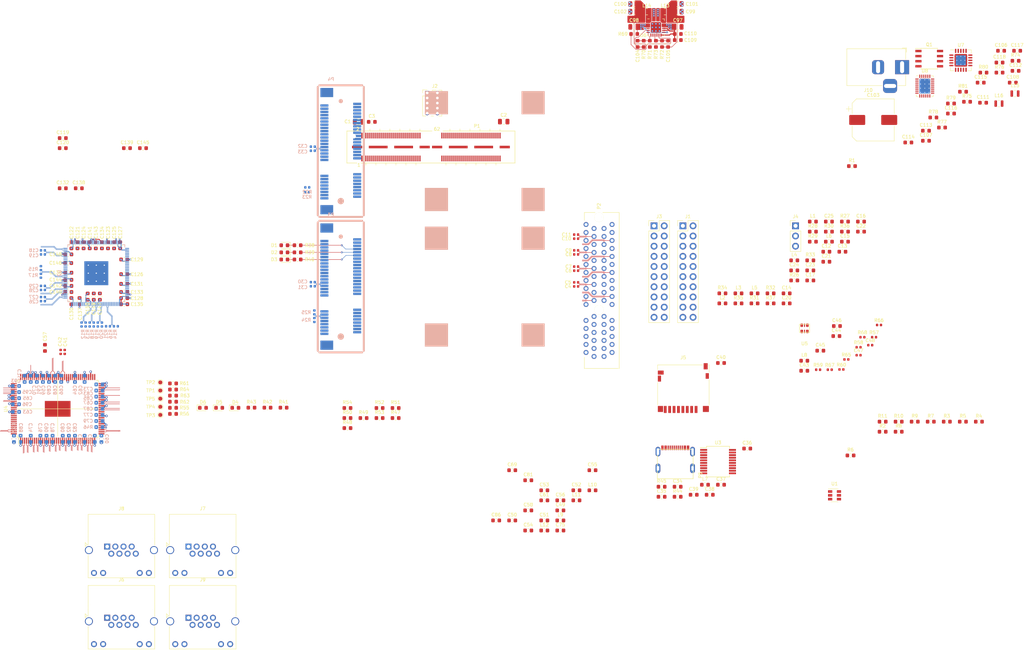
<source format=kicad_pcb>
(kicad_pcb (version 20171130) (host pcbnew "(5.1.0)-1")
  (layers (0 F.Cu signal) (1 In1.Cu power) (2 In2.Cu power) (31 B.Cu signal) (34 B.Paste user) (35 F.Paste user) (36 B.SilkS user) (37 F.SilkS user) (38 B.Mask user hide) (39 F.Mask user hide) (44 Edge.Cuts user))
  (net 0 "")
  (net 1 GND)
  (net 2 +3V3)
  (net 3 +1V8)
  (net 4 Vrtc)
  (net 5 /pcie/X4_R0_P)
  (net 6 /PCIE_X4_RX0_P)
  (net 7 /pcie/X4_R0_N)
  (net 8 /PCIE_X4_RX0_N)
  (net 9 /pcie/X4_R1_P)
  (net 10 /PCIE_X4_RX1_P)
  (net 11 /pcie/X4_R1_N)
  (net 12 /PCIE_X4_RX1_N)
  (net 13 /pcie/X4_R2_P)
  (net 14 /PCIE_X4_RX2_P)
  (net 15 /pcie/X4_R2_N)
  (net 16 /PCIE_X4_RX2_N)
  (net 17 /pcie/X4_R3_P)
  (net 18 /PCIE_X4_RX3_P)
  (net 19 /pcie/X4_R3_N)
  (net 20 /PCIE_X4_RX3_N)
  (net 21 +1V0)
  (net 22 /pcie/switch/VDDC)
  (net 23 /pcie/switch/VDDCAUX)
  (net 24 /pcie/switch/AVDD)
  (net 25 /PCIE_X1_RX_P)
  (net 26 /PCIE_X1_RX_N)
  (net 27 /pcie/switch/VDDR)
  (net 28 /pcie/switch/CVDDR)
  (net 29 /pcie/switch/AVDDH)
  (net 30 /pcie/mpcie1/X1_R_P)
  (net 31 /pcie/mpcie1/X1_R_N)
  (net 32 /pcie/mpcie2/X1_R_P)
  (net 33 /pcie/mpcie2/X1_R_N)
  (net 34 "Net-(C34-Pad1)")
  (net 35 /usb-uart/USB_N)
  (net 36 /usb-uart/USB_P)
  (net 37 "Net-(C37-Pad2)")
  (net 38 VUSB)
  (net 39 /QSGMII_TX_P)
  (net 40 /phy_data/Q_IN_P)
  (net 41 /QSGMII_TX_N)
  (net 42 /phy_data/Q_IN_N)
  (net 43 "Net-(C44-Pad2)")
  (net 44 /phy_adm/PHY_CLK_P)
  (net 45 /phy_adm/REF_CLK_P)
  (net 46 /phy_adm/PHY_CLK_N)
  (net 47 /phy_adm/REF_CLK_N)
  (net 48 +3V3A)
  (net 49 +1V8A)
  (net 50 VphyVDDC)
  (net 51 VphyDVDD)
  (net 52 +5V)
  (net 53 "Net-(C101-Pad2)")
  (net 54 +1V5_PCI)
  (net 55 "Net-(C100-Pad2)")
  (net 56 +3V3_PCI)
  (net 57 +12V)
  (net 58 "Net-(C104-Pad2)")
  (net 59 "Net-(C105-Pad2)")
  (net 60 "Net-(C108-Pad1)")
  (net 61 "Net-(C114-Pad2)")
  (net 62 "Net-(C114-Pad1)")
  (net 63 /power/INTVCC)
  (net 64 "Net-(C116-Pad2)")
  (net 65 "Net-(C116-Pad1)")
  (net 66 "Net-(D1-Pad1)")
  (net 67 "Net-(D2-Pad1)")
  (net 68 "Net-(D3-Pad1)")
  (net 69 "Net-(D4-Pad1)")
  (net 70 "Net-(D5-Pad1)")
  (net 71 "Net-(D6-Pad1)")
  (net 72 /SMB_CLK)
  (net 73 /SMB_DATA)
  (net 74 /pimouss/BSTRAP)
  (net 75 /pimouss/MPP47)
  (net 76 /pimouss/MPP49)
  (net 77 /pimouss/MPP22)
  (net 78 /nRST)
  (net 79 /pimouss/MPP23)
  (net 80 /pimouss/MPP42)
  (net 81 /pimouss/MPP43)
  (net 82 /pimouss/MPP44)
  (net 83 "Net-(J3-Pad19)")
  (net 84 "Net-(J3-Pad17)")
  (net 85 "Net-(J3-Pad15)")
  (net 86 /pimouss/JTDO)
  (net 87 /pimouss/JTCK)
  (net 88 "Net-(J3-Pad7)")
  (net 89 /pimouss/JTDI)
  (net 90 /pimouss/nJTRST)
  (net 91 "Net-(J4-Pad3)")
  (net 92 "Net-(J4-Pad2)")
  (net 93 "Net-(J4-Pad1)")
  (net 94 /SD_D2)
  (net 95 /SD_D3)
  (net 96 /SD_CMD)
  (net 97 /SD_CLK)
  (net 98 /SD_D0)
  (net 99 "Net-(J6-Pad9)")
  (net 100 /SD_D1)
  (net 101 "Net-(J7-Pad11)")
  (net 102 "Net-(J7-Pad9)")
  (net 103 Earth)
  (net 104 /phy_data/MDIP3_3_N)
  (net 105 /phy_data/MDIP3_1_N)
  (net 106 /phy_data/MDIP3_2_P)
  (net 107 /phy_data/MDIP3_0_N)
  (net 108 /phy_data/MDIP3_3_P)
  (net 109 /phy_data/MDIP3_2_N)
  (net 110 /phy_data/MDIP3_1_P)
  (net 111 /phy_data/MDIP3_0_P)
  (net 112 "Net-(J8-Pad11)")
  (net 113 "Net-(J8-Pad9)")
  (net 114 /phy_data/MDIP2_3_N)
  (net 115 /phy_data/MDIP2_1_N)
  (net 116 /phy_data/MDIP2_2_P)
  (net 117 /phy_data/MDIP2_0_N)
  (net 118 /phy_data/MDIP2_3_P)
  (net 119 /phy_data/MDIP2_2_N)
  (net 120 /phy_data/MDIP2_1_P)
  (net 121 /phy_data/MDIP2_0_P)
  (net 122 "Net-(J9-Pad11)")
  (net 123 "Net-(J9-Pad9)")
  (net 124 /phy_data/MDIP1_3_N)
  (net 125 /phy_data/MDIP1_1_N)
  (net 126 /phy_data/MDIP1_2_P)
  (net 127 /phy_data/MDIP1_0_N)
  (net 128 /phy_data/MDIP1_3_P)
  (net 129 /phy_data/MDIP1_2_N)
  (net 130 /phy_data/MDIP1_1_P)
  (net 131 /phy_data/MDIP1_0_P)
  (net 132 /phy_data/MDIP0_3_N)
  (net 133 /phy_data/MDIP0_1_N)
  (net 134 /phy_data/MDIP0_2_P)
  (net 135 /phy_data/MDIP0_0_N)
  (net 136 /phy_data/MDIP0_3_P)
  (net 137 /phy_data/MDIP0_2_N)
  (net 138 /phy_data/MDIP0_1_P)
  (net 139 /phy_data/MDIP0_0_P)
  (net 140 "Net-(L13-Pad1)")
  (net 141 "Net-(L14-Pad1)")
  (net 142 "Net-(P1-Pad61)")
  (net 143 /PCIE_X1_TX_P)
  (net 144 /PCIE_X1_TX_N)
  (net 145 "Net-(P1-Pad9)")
  (net 146 "Net-(P1-Pad11)")
  (net 147 "Net-(P1-Pad15)")
  (net 148 "Net-(P1-Pad17)")
  (net 149 /QSGMII_RX_P)
  (net 150 /QSGMII_RX_N)
  (net 151 "Net-(P1-Pad33)")
  (net 152 "Net-(P1-Pad35)")
  (net 153 "Net-(P1-Pad39)")
  (net 154 "Net-(P1-Pad41)")
  (net 155 "Net-(P1-Pad45)")
  (net 156 "Net-(P1-Pad47)")
  (net 157 "Net-(P1-Pad51)")
  (net 158 "Net-(P1-Pad53)")
  (net 159 "Net-(P1-Pad57)")
  (net 160 "Net-(P1-Pad59)")
  (net 161 "Net-(P1-Pad8)")
  (net 162 /pimouss/PWR_UP)
  (net 163 /nMR)
  (net 164 /MIIM_MDC)
  (net 165 /MIIM_MDIO)
  (net 166 "Net-(P1-Pad34)")
  (net 167 "Net-(P1-Pad38)")
  (net 168 "Net-(P1-Pad40)")
  (net 169 "Net-(P1-Pad63)")
  (net 170 "Net-(P1-Pad67)")
  (net 171 "Net-(P1-Pad69)")
  (net 172 "Net-(P1-Pad73)")
  (net 173 "Net-(P1-Pad75)")
  (net 174 /PCIE_X4_TX0_P)
  (net 175 /PCIE_X4_TX0_N)
  (net 176 /PCIE_X4_TX1_P)
  (net 177 /PCIE_X4_TX1_N)
  (net 178 /PCIE_X4_TX2_P)
  (net 179 /PCIE_X4_TX2_N)
  (net 180 /PCIE_X4_TX3_P)
  (net 181 /PCIE_X4_TX3_N)
  (net 182 /pimouss/BSTRAP_L)
  (net 183 /pimouss/BSTRAP_H)
  (net 184 /PCIE_X4_CLK_N)
  (net 185 /PCIE_X4_CLK_P)
  (net 186 /PCIE_X1_CLK_N)
  (net 187 "Net-(P1-Pad82)")
  (net 188 /UART_USB2SOM)
  (net 189 /UART_SOM2USB)
  (net 190 "Net-(P1-Pad88)")
  (net 191 /pimouss/JTMS_CPU)
  (net 192 /pimouss/nJSRST)
  (net 193 /pimouss/JTMS_CORE)
  (net 194 "Net-(R4-Pad2)")
  (net 195 "Net-(R5-Pad2)")
  (net 196 "Net-(R26-Pad2)")
  (net 197 "Net-(R26-Pad1)")
  (net 198 "Net-(R27-Pad1)")
  (net 199 "Net-(R28-Pad1)")
  (net 200 "Net-(R29-Pad2)")
  (net 201 "Net-(R30-Pad2)")
  (net 202 "Net-(R31-Pad2)")
  (net 203 "Net-(R32-Pad2)")
  (net 204 "Net-(R33-Pad2)")
  (net 205 "Net-(R34-Pad2)")
  (net 206 "Net-(R35-Pad2)")
  (net 207 "Net-(R36-Pad2)")
  (net 208 "Net-(R37-Pad2)")
  (net 209 /usb-uart/USB_IC_P)
  (net 210 /usb-uart/USB_IC_N)
  (net 211 "Net-(R46-Pad1)")
  (net 212 /phy_data/LED_P3_3)
  (net 213 /LED_P3_0)
  (net 214 /phy_data/LED_P2_3)
  (net 215 /phy_data/LED_P2_0)
  (net 216 /phy_data/LED_P1_3)
  (net 217 /phy_data/LED_P1_0)
  (net 218 /phy_data/LED_P0_3)
  (net 219 /phy_data/LED_P0_0)
  (net 220 "Net-(R55-Pad1)")
  (net 221 "Net-(R56-Pad1)")
  (net 222 /phy_adm/PHY_nTRST)
  (net 223 /phy_adm/PHY_TCK)
  (net 224 /phy_adm/PHY_TMS)
  (net 225 /phy_adm/PHY_TDI)
  (net 226 "Net-(R74-Pad2)")
  (net 227 "Net-(R76-Pad1)")
  (net 228 "Net-(R78-Pad1)")
  (net 229 /power/PG_5V)
  (net 230 "Net-(R80-Pad2)")
  (net 231 /phy_adm/PHY_TDO)
  (net 232 /pcie/X4_PRSNT)
  (net 233 "Net-(U3-Pad7)")
  (net 234 /pcie/mpcie2/nRST)
  (net 235 /pcie/mpcie1/nRST)
  (net 236 "Net-(U4-Pad49)")
  (net 237 "Net-(U4-Pad47)")
  (net 238 "Net-(U4-Pad45)")
  (net 239 "Net-(U6-Pad8)")
  (net 240 "Net-(U6-Pad7)")
  (net 241 /phy_data/LED_P3_2)
  (net 242 /phy_data/LED_P3_1)
  (net 243 /phy_data/LED_P2_2)
  (net 244 /phy_data/LED_P2_1)
  (net 245 /phy_data/LED_P1_2)
  (net 246 /phy_data/LED_P1_1)
  (net 247 /phy_data/LED_P0_2)
  (net 248 /phy_data/LED_P0_1)
  (net 249 "Net-(J5-Pad10)")
  (net 250 "Net-(J5-Pad9)")
  (net 251 "Net-(J6-Pad11)")
  (net 252 "Net-(J10-Pad1)")
  (net 253 "Net-(P2-PadA32)")
  (net 254 "Net-(P2-PadB30)")
  (net 255 "Net-(P2-PadA19)")
  (net 256 "Net-(P2-PadB17)")
  (net 257 "Net-(P2-PadB12)")
  (net 258 "Net-(P2-PadB11)")
  (net 259 "Net-(P2-PadB9)")
  (net 260 "Net-(P2-PadA8)")
  (net 261 "Net-(P2-PadA7)")
  (net 262 "Net-(P2-PadA6)")
  (net 263 "Net-(P2-PadA5)")
  (net 264 "Net-(P3-Pad51)")
  (net 265 "Net-(P3-Pad49)")
  (net 266 "Net-(P3-Pad47)")
  (net 267 "Net-(P3-Pad46)")
  (net 268 "Net-(P3-Pad45)")
  (net 269 "Net-(P3-Pad44)")
  (net 270 "Net-(P3-Pad42)")
  (net 271 "Net-(P3-Pad38)")
  (net 272 "Net-(P3-Pad36)")
  (net 273 "Net-(P3-Pad20)")
  (net 274 "Net-(P3-Pad19)")
  (net 275 "Net-(P3-Pad17)")
  (net 276 "Net-(P3-Pad16)")
  (net 277 "Net-(P3-Pad14)")
  (net 278 "Net-(P3-Pad12)")
  (net 279 "Net-(P3-Pad10)")
  (net 280 "Net-(P3-Pad8)")
  (net 281 "Net-(P3-Pad7)")
  (net 282 "Net-(P3-Pad5)")
  (net 283 "Net-(P3-Pad3)")
  (net 284 "Net-(P3-Pad1)")
  (net 285 "Net-(P4-Pad51)")
  (net 286 "Net-(P4-Pad49)")
  (net 287 "Net-(P4-Pad47)")
  (net 288 "Net-(P4-Pad46)")
  (net 289 "Net-(P4-Pad45)")
  (net 290 "Net-(P4-Pad44)")
  (net 291 "Net-(P4-Pad42)")
  (net 292 "Net-(P4-Pad38)")
  (net 293 "Net-(P4-Pad36)")
  (net 294 "Net-(P4-Pad20)")
  (net 295 "Net-(P4-Pad19)")
  (net 296 "Net-(P4-Pad17)")
  (net 297 "Net-(P4-Pad16)")
  (net 298 "Net-(P4-Pad14)")
  (net 299 "Net-(P4-Pad12)")
  (net 300 "Net-(P4-Pad10)")
  (net 301 "Net-(P4-Pad8)")
  (net 302 "Net-(P4-Pad7)")
  (net 303 "Net-(P4-Pad5)")
  (net 304 "Net-(P4-Pad3)")
  (net 305 "Net-(P4-Pad1)")
  (net 306 "Net-(P5-PadA8)")
  (net 307 "Net-(P5-PadB8)")
  (net 308 "Net-(U2-Pad122)")
  (net 309 "Net-(U2-Pad121)")
  (net 310 "Net-(U2-Pad118)")
  (net 311 "Net-(U2-Pad117)")
  (net 312 "Net-(U2-Pad114)")
  (net 313 "Net-(U2-Pad94)")
  (net 314 "Net-(U2-Pad93)")
  (net 315 "Net-(U2-Pad92)")
  (net 316 "Net-(U2-Pad89)")
  (net 317 "Net-(U2-Pad88)")
  (net 318 "Net-(U2-Pad76)")
  (net 319 "Net-(U2-Pad75)")
  (net 320 "Net-(U2-Pad72)")
  (net 321 "Net-(U2-Pad71)")
  (net 322 "Net-(U2-Pad70)")
  (net 323 "Net-(U2-Pad60)")
  (net 324 "Net-(U2-Pad59)")
  (net 325 "Net-(U2-Pad58)")
  (net 326 "Net-(U2-Pad57)")
  (net 327 "Net-(U2-Pad54)")
  (net 328 "Net-(U2-Pad53)")
  (net 329 "Net-(U2-Pad52)")
  (net 330 "Net-(U2-Pad48)")
  (net 331 "Net-(U2-Pad47)")
  (net 332 "Net-(U2-Pad39)")
  (net 333 "Net-(U2-Pad38)")
  (net 334 "Net-(U2-Pad37)")
  (net 335 "Net-(U2-Pad36)")
  (net 336 "Net-(U2-Pad35)")
  (net 337 "Net-(U2-Pad24)")
  (net 338 "Net-(U2-Pad20)")
  (net 339 "Net-(U2-Pad19)")
  (net 340 "Net-(U2-Pad18)")
  (net 341 "Net-(U2-Pad7)")
  (net 342 "Net-(U3-Pad15)")
  (net 343 "Net-(U3-Pad14)")
  (net 344 "Net-(U3-Pad13)")
  (net 345 "Net-(U3-Pad12)")
  (net 346 "Net-(U3-Pad11)")
  (net 347 "Net-(U3-Pad10)")
  (net 348 "Net-(U3-Pad9)")
  (net 349 "Net-(U3-Pad8)")
  (net 350 "Net-(U4-Pad99)")
  (net 351 "Net-(U4-Pad94)")
  (net 352 "Net-(U4-Pad93)")
  (net 353 "Net-(U4-Pad77)")
  (net 354 "Net-(U4-Pad76)")
  (net 355 "Net-(U4-Pad74)")
  (net 356 "Net-(U4-Pad73)")
  (net 357 "Net-(U4-Pad72)")
  (net 358 "Net-(U4-Pad71)")
  (net 359 "Net-(U4-Pad69)")
  (net 360 "Net-(U4-Pad68)")
  (net 361 "Net-(U4-Pad60)")
  (net 362 "Net-(U4-Pad59)")
  (net 363 "Net-(U4-Pad50)")
  (net 364 "Net-(U4-Pad46)")
  (net 365 "Net-(U4-Pad44)")
  (net 366 "Net-(U7-Pad17)")
  (net 367 "Net-(U7-Pad14)")
  (net 368 "Net-(U7-Pad13)")
  (net 369 "Net-(U7-Pad9)")
  (net 370 "Net-(U7-Pad4)")
  (net 371 "Net-(U7-Pad3)")
  (net 372 "Net-(U7-Pad2)")
  (net 373 "Net-(U8-Pad13)")
  (net 374 "Net-(U8-Pad2)")
  (net 375 /pcie/switch/TX0_P)
  (net 376 /pcie/switch/TX0_N)
  (net 377 /pcie/switch/TX1_P)
  (net 378 /pcie/switch/TX1_N)
  (net 379 /pcie/switch/TX2_P)
  (net 380 /pcie/switch/TX2_N)
  (net 381 /pcie/switch/REFCLK_P)
  (net 382 /pcie/switch/CLK0_P)
  (net 383 /pcie/switch/REFCLK_N)
  (net 384 /pcie/switch/CLK0_N)
  (net 385 /pcie/switch/CLK1_P)
  (net 386 /pcie/switch/CLK1_N)
  (net 387 /pcie/switch/CLK2_P)
  (net 388 /pcie/switch/CLK2_N)
  (net 389 /pcie/RX_O1_P)
  (net 390 /pcie/RX_O1_N)
  (net 391 /pcie/TX_O1_P)
  (net 392 /pcie/TX_O1_N)
  (net 393 /pcie/CLK_O1_P)
  (net 394 /pcie/CLK_O1_N)
  (net 395 /pcie/TX_O2_P)
  (net 396 /pcie/TX_O2_N)
  (net 397 /pcie/RX_O2_P)
  (net 398 /pcie/RX_O2_N)
  (net 399 /pcie/CLK_O2_P)
  (net 400 /pcie/CLK_O2_N)
  (net 401 /PCIE_X1_CLK_P)
  (module pimouss-motherboard:LQFP-128-1EP_14x20mm_P0.5mm_EP3.93x6.42mm (layer F.Cu) (at 38.608 124.206 90)
    (fp_text reference U4 (at 0 -12.95 90) (layer F.SilkS) (effects (font (size 0.82 0.82))))
    (fp_text value 88E1545)
    (pad EP smd rect (at 0 0 90) (size 3.93 6.42) (layers F.Cu F.Paste F.Mask) (net 1 GND))
    (pad 128 smd rect (at -6.25 -10.95 180) (size 1.5 0.28) (layers F.Cu F.Paste F.Mask) (net 49 +1V8A))
    (pad 127 smd rect (at -5.75 -10.95 180) (size 1.5 0.28) (layers F.Cu F.Paste F.Mask) (net 135 /phy_data/MDIP0_0_N))
    (pad 126 smd rect (at -5.25 -10.95 180) (size 1.5 0.28) (layers F.Cu F.Paste F.Mask) (net 139 /phy_data/MDIP0_0_P))
    (pad 125 smd rect (at -4.75 -10.95 180) (size 1.5 0.28) (layers F.Cu F.Paste F.Mask) (net 1 GND))
    (pad 124 smd rect (at -4.25 -10.95 180) (size 1.5 0.28) (layers F.Cu F.Paste F.Mask) (net 213 /LED_P3_0))
    (pad 123 smd rect (at -3.75 -10.95 180) (size 1.5 0.28) (layers F.Cu F.Paste F.Mask) (net 2 +3V3))
    (pad 122 smd rect (at -3.25 -10.95 180) (size 1.5 0.28) (layers F.Cu F.Paste F.Mask) (net 1 GND))
    (pad 121 smd rect (at -2.75 -10.95 180) (size 1.5 0.28) (layers F.Cu F.Paste F.Mask) (net 212 /phy_data/LED_P3_3))
    (pad 120 smd rect (at -2.25 -10.95 180) (size 1.5 0.28) (layers F.Cu F.Paste F.Mask) (net 241 /phy_data/LED_P3_2))
    (pad 119 smd rect (at -1.75 -10.95 180) (size 1.5 0.28) (layers F.Cu F.Paste F.Mask) (net 242 /phy_data/LED_P3_1))
    (pad 118 smd rect (at -1.25 -10.95 180) (size 1.5 0.28) (layers F.Cu F.Paste F.Mask) (net 213 /LED_P3_0))
    (pad 117 smd rect (at -0.75 -10.95 180) (size 1.5 0.28) (layers F.Cu F.Paste F.Mask) (net 2 +3V3))
    (pad 116 smd rect (at -0.25 -10.95 180) (size 1.5 0.28) (layers F.Cu F.Paste F.Mask) (net 214 /phy_data/LED_P2_3))
    (pad 115 smd rect (at 0.25 -10.95 180) (size 1.5 0.28) (layers F.Cu F.Paste F.Mask) (net 243 /phy_data/LED_P2_2))
    (pad 114 smd rect (at 0.75 -10.95 180) (size 1.5 0.28) (layers F.Cu F.Paste F.Mask) (net 1 GND))
    (pad 113 smd rect (at 1.25 -10.95 180) (size 1.5 0.28) (layers F.Cu F.Paste F.Mask) (net 51 VphyDVDD))
    (pad 112 smd rect (at 1.75 -10.95 180) (size 1.5 0.28) (layers F.Cu F.Paste F.Mask) (net 244 /phy_data/LED_P2_1))
    (pad 111 smd rect (at 2.25 -10.95 180) (size 1.5 0.28) (layers F.Cu F.Paste F.Mask) (net 215 /phy_data/LED_P2_0))
    (pad 110 smd rect (at 2.75 -10.95 180) (size 1.5 0.28) (layers F.Cu F.Paste F.Mask) (net 2 +3V3))
    (pad 109 smd rect (at 3.25 -10.95 180) (size 1.5 0.28) (layers F.Cu F.Paste F.Mask) (net 51 VphyDVDD))
    (pad 108 smd rect (at 3.75 -10.95 180) (size 1.5 0.28) (layers F.Cu F.Paste F.Mask) (net 216 /phy_data/LED_P1_3))
    (pad 107 smd rect (at 4.25 -10.95 180) (size 1.5 0.28) (layers F.Cu F.Paste F.Mask) (net 245 /phy_data/LED_P1_2))
    (pad 106 smd rect (at 4.75 -10.95 180) (size 1.5 0.28) (layers F.Cu F.Paste F.Mask) (net 246 /phy_data/LED_P1_1))
    (pad 105 smd rect (at 5.25 -10.95 180) (size 1.5 0.28) (layers F.Cu F.Paste F.Mask) (net 217 /phy_data/LED_P1_0))
    (pad 104 smd rect (at 5.75 -10.95 180) (size 1.5 0.28) (layers F.Cu F.Paste F.Mask) (net 51 VphyDVDD))
    (pad 103 smd rect (at 6.25 -10.95 180) (size 1.5 0.28) (layers F.Cu F.Paste F.Mask) (net 218 /phy_data/LED_P0_3))
    (pad 102 smd rect (at 7.95 -9.25 90) (size 1.5 0.28) (layers F.Cu F.Paste F.Mask) (net 247 /phy_data/LED_P0_2))
    (pad 101 smd rect (at 7.95 -8.75 90) (size 1.5 0.28) (layers F.Cu F.Paste F.Mask) (net 248 /phy_data/LED_P0_1))
    (pad 100 smd rect (at 7.95 -8.25 90) (size 1.5 0.28) (layers F.Cu F.Paste F.Mask) (net 219 /phy_data/LED_P0_0))
    (pad 99 smd rect (at 7.95 -7.75 90) (size 1.5 0.28) (layers F.Cu F.Paste F.Mask) (net 350 "Net-(U4-Pad99)"))
    (pad 98 smd rect (at 7.95 -7.25 90) (size 1.5 0.28) (layers F.Cu F.Paste F.Mask) (net 2 +3V3))
    (pad 97 smd rect (at 7.95 -6.75 90) (size 1.5 0.28) (layers F.Cu F.Paste F.Mask) (net 78 /nRST))
    (pad 96 smd rect (at 7.95 -6.25 90) (size 1.5 0.28) (layers F.Cu F.Paste F.Mask) (net 49 +1V8A))
    (pad 95 smd rect (at 7.95 -5.75 90) (size 1.5 0.28) (layers F.Cu F.Paste F.Mask) (net 51 VphyDVDD))
    (pad 94 smd rect (at 7.95 -5.25 90) (size 1.5 0.28) (layers F.Cu F.Paste F.Mask) (net 351 "Net-(U4-Pad94)"))
    (pad 93 smd rect (at 7.95 -4.75 90) (size 1.5 0.28) (layers F.Cu F.Paste F.Mask) (net 352 "Net-(U4-Pad93)"))
    (pad 92 smd rect (at 7.95 -4.25 90) (size 1.5 0.28) (layers F.Cu F.Paste F.Mask) (net 3 +1V8))
    (pad 91 smd rect (at 7.95 -3.75 90) (size 1.5 0.28) (layers F.Cu F.Paste F.Mask) (net 165 /MIIM_MDIO))
    (pad 90 smd rect (at 7.95 -3.25 90) (size 1.5 0.28) (layers F.Cu F.Paste F.Mask) (net 164 /MIIM_MDC))
    (pad 89 smd rect (at 7.95 -2.75 90) (size 1.5 0.28) (layers F.Cu F.Paste F.Mask) (net 51 VphyDVDD))
    (pad 88 smd rect (at 7.95 -2.25 90) (size 1.5 0.28) (layers F.Cu F.Paste F.Mask) (net 1 GND))
    (pad 87 smd rect (at 7.95 -1.75 90) (size 1.5 0.28) (layers F.Cu F.Paste F.Mask) (net 150 /QSGMII_RX_N))
    (pad 86 smd rect (at 7.95 -1.25 90) (size 1.5 0.28) (layers F.Cu F.Paste F.Mask) (net 1 GND))
    (pad 85 smd rect (at 7.95 -0.75 90) (size 1.5 0.28) (layers F.Cu F.Paste F.Mask) (net 149 /QSGMII_RX_P))
    (pad 84 smd rect (at 7.95 -0.25 90) (size 1.5 0.28) (layers F.Cu F.Paste F.Mask) (net 49 +1V8A))
    (pad 83 smd rect (at 7.95 0.25 90) (size 1.5 0.28) (layers F.Cu F.Paste F.Mask) (net 49 +1V8A))
    (pad 82 smd rect (at 7.95 0.75 90) (size 1.5 0.28) (layers F.Cu F.Paste F.Mask) (net 42 /phy_data/Q_IN_N))
    (pad 81 smd rect (at 7.95 1.25 90) (size 1.5 0.28) (layers F.Cu F.Paste F.Mask) (net 1 GND))
    (pad 80 smd rect (at 7.95 1.75 90) (size 1.5 0.28) (layers F.Cu F.Paste F.Mask) (net 40 /phy_data/Q_IN_P))
    (pad 79 smd rect (at 7.95 2.25 90) (size 1.5 0.28) (layers F.Cu F.Paste F.Mask) (net 1 GND))
    (pad 78 smd rect (at 7.95 2.75 90) (size 1.5 0.28) (layers F.Cu F.Paste F.Mask) (net 1 GND))
    (pad 77 smd rect (at 7.95 3.25 90) (size 1.5 0.28) (layers F.Cu F.Paste F.Mask) (net 353 "Net-(U4-Pad77)"))
    (pad 76 smd rect (at 7.95 3.75 90) (size 1.5 0.28) (layers F.Cu F.Paste F.Mask) (net 354 "Net-(U4-Pad76)"))
    (pad 75 smd rect (at 7.95 4.25 90) (size 1.5 0.28) (layers F.Cu F.Paste F.Mask) (net 49 +1V8A))
    (pad 74 smd rect (at 7.95 4.75 90) (size 1.5 0.28) (layers F.Cu F.Paste F.Mask) (net 355 "Net-(U4-Pad74)"))
    (pad 73 smd rect (at 7.95 5.25 90) (size 1.5 0.28) (layers F.Cu F.Paste F.Mask) (net 356 "Net-(U4-Pad73)"))
    (pad 72 smd rect (at 7.95 5.75 90) (size 1.5 0.28) (layers F.Cu F.Paste F.Mask) (net 357 "Net-(U4-Pad72)"))
    (pad 71 smd rect (at 7.95 6.25 90) (size 1.5 0.28) (layers F.Cu F.Paste F.Mask) (net 358 "Net-(U4-Pad71)"))
    (pad 70 smd rect (at 7.95 6.75 90) (size 1.5 0.28) (layers F.Cu F.Paste F.Mask) (net 49 +1V8A))
    (pad 69 smd rect (at 7.95 7.25 90) (size 1.5 0.28) (layers F.Cu F.Paste F.Mask) (net 359 "Net-(U4-Pad69)"))
    (pad 68 smd rect (at 7.95 7.75 90) (size 1.5 0.28) (layers F.Cu F.Paste F.Mask) (net 360 "Net-(U4-Pad68)"))
    (pad 67 smd rect (at 7.95 8.25 90) (size 1.5 0.28) (layers F.Cu F.Paste F.Mask) (net 1 GND))
    (pad 66 smd rect (at 7.95 8.75 90) (size 1.5 0.28) (layers F.Cu F.Paste F.Mask) (net 45 /phy_adm/REF_CLK_P))
    (pad 65 smd rect (at 7.95 9.25 90) (size 1.5 0.28) (layers F.Cu F.Paste F.Mask) (net 47 /phy_adm/REF_CLK_N))
    (pad 64 smd rect (at 6.25 10.95 180) (size 1.5 0.28) (layers F.Cu F.Paste F.Mask) (net 2 +3V3))
    (pad 63 smd rect (at 5.75 10.95 180) (size 1.5 0.28) (layers F.Cu F.Paste F.Mask) (net 51 VphyDVDD))
    (pad 62 smd rect (at 5.25 10.95 180) (size 1.5 0.28) (layers F.Cu F.Paste F.Mask) (net 222 /phy_adm/PHY_nTRST))
    (pad 61 smd rect (at 4.75 10.95 180) (size 1.5 0.28) (layers F.Cu F.Paste F.Mask) (net 231 /phy_adm/PHY_TDO))
    (pad 60 smd rect (at 4.25 10.95 180) (size 1.5 0.28) (layers F.Cu F.Paste F.Mask) (net 361 "Net-(U4-Pad60)"))
    (pad 59 smd rect (at 3.75 10.95 180) (size 1.5 0.28) (layers F.Cu F.Paste F.Mask) (net 362 "Net-(U4-Pad59)"))
    (pad 58 smd rect (at 3.25 10.95 180) (size 1.5 0.28) (layers F.Cu F.Paste F.Mask) (net 225 /phy_adm/PHY_TDI))
    (pad 57 smd rect (at 2.75 10.95 180) (size 1.5 0.28) (layers F.Cu F.Paste F.Mask) (net 51 VphyDVDD))
    (pad 56 smd rect (at 2.25 10.95 180) (size 1.5 0.28) (layers F.Cu F.Paste F.Mask) (net 2 +3V3))
    (pad 55 smd rect (at 1.75 10.95 180) (size 1.5 0.28) (layers F.Cu F.Paste F.Mask) (net 224 /phy_adm/PHY_TMS))
    (pad 54 smd rect (at 1.25 10.95 180) (size 1.5 0.28) (layers F.Cu F.Paste F.Mask) (net 223 /phy_adm/PHY_TCK))
    (pad 53 smd rect (at 0.75 10.95 180) (size 1.5 0.28) (layers F.Cu F.Paste F.Mask) (net 51 VphyDVDD))
    (pad 52 smd rect (at 0.25 10.95 180) (size 1.5 0.28) (layers F.Cu F.Paste F.Mask) (net 220 "Net-(R55-Pad1)"))
    (pad 51 smd rect (at -0.25 10.95 180) (size 1.5 0.28) (layers F.Cu F.Paste F.Mask) (net 221 "Net-(R56-Pad1)"))
    (pad 50 smd rect (at -0.75 10.95 180) (size 1.5 0.28) (layers F.Cu F.Paste F.Mask) (net 363 "Net-(U4-Pad50)"))
    (pad 49 smd rect (at -1.25 10.95 180) (size 1.5 0.28) (layers F.Cu F.Paste F.Mask) (net 236 "Net-(U4-Pad49)"))
    (pad 48 smd rect (at -1.75 10.95 180) (size 1.5 0.28) (layers F.Cu F.Paste F.Mask) (net 50 VphyVDDC))
    (pad 47 smd rect (at -2.25 10.95 180) (size 1.5 0.28) (layers F.Cu F.Paste F.Mask) (net 237 "Net-(U4-Pad47)"))
    (pad 46 smd rect (at -2.75 10.95 180) (size 1.5 0.28) (layers F.Cu F.Paste F.Mask) (net 364 "Net-(U4-Pad46)"))
    (pad 45 smd rect (at -3.25 10.95 180) (size 1.5 0.28) (layers F.Cu F.Paste F.Mask) (net 238 "Net-(U4-Pad45)"))
    (pad 44 smd rect (at -3.75 10.95 180) (size 1.5 0.28) (layers F.Cu F.Paste F.Mask) (net 365 "Net-(U4-Pad44)"))
    (pad 43 smd rect (at -4.25 10.95 180) (size 1.5 0.28) (layers F.Cu F.Paste F.Mask) (net 50 VphyVDDC))
    (pad 42 smd rect (at -4.75 10.95 180) (size 1.5 0.28) (layers F.Cu F.Paste F.Mask) (net 211 "Net-(R46-Pad1)"))
    (pad 41 smd rect (at -5.25 10.95 180) (size 1.5 0.28) (layers F.Cu F.Paste F.Mask) (net 111 /phy_data/MDIP3_0_P))
    (pad 40 smd rect (at -5.75 10.95 180) (size 1.5 0.28) (layers F.Cu F.Paste F.Mask) (net 107 /phy_data/MDIP3_0_N))
    (pad 39 smd rect (at -6.25 10.95 180) (size 1.5 0.28) (layers F.Cu F.Paste F.Mask) (net 49 +1V8A))
    (pad 38 smd rect (at -7.95 9.25 90) (size 1.5 0.28) (layers F.Cu F.Paste F.Mask) (net 48 +3V3A))
    (pad 37 smd rect (at -7.95 8.75 90) (size 1.5 0.28) (layers F.Cu F.Paste F.Mask) (net 110 /phy_data/MDIP3_1_P))
    (pad 36 smd rect (at -7.95 8.25 90) (size 1.5 0.28) (layers F.Cu F.Paste F.Mask) (net 105 /phy_data/MDIP3_1_N))
    (pad 35 smd rect (at -7.95 7.75 90) (size 1.5 0.28) (layers F.Cu F.Paste F.Mask) (net 106 /phy_data/MDIP3_2_P))
    (pad 34 smd rect (at -7.95 7.25 90) (size 1.5 0.28) (layers F.Cu F.Paste F.Mask) (net 109 /phy_data/MDIP3_2_N))
    (pad 33 smd rect (at -7.95 6.75 90) (size 1.5 0.28) (layers F.Cu F.Paste F.Mask) (net 49 +1V8A))
    (pad 32 smd rect (at -7.95 6.25 90) (size 1.5 0.28) (layers F.Cu F.Paste F.Mask) (net 108 /phy_data/MDIP3_3_P))
    (pad 31 smd rect (at -7.95 5.75 90) (size 1.5 0.28) (layers F.Cu F.Paste F.Mask) (net 104 /phy_data/MDIP3_3_N))
    (pad 30 smd rect (at -7.95 5.25 90) (size 1.5 0.28) (layers F.Cu F.Paste F.Mask) (net 114 /phy_data/MDIP2_3_N))
    (pad 29 smd rect (at -7.95 4.75 90) (size 1.5 0.28) (layers F.Cu F.Paste F.Mask) (net 118 /phy_data/MDIP2_3_P))
    (pad 28 smd rect (at -7.95 4.25 90) (size 1.5 0.28) (layers F.Cu F.Paste F.Mask) (net 49 +1V8A))
    (pad 27 smd rect (at -7.95 3.75 90) (size 1.5 0.28) (layers F.Cu F.Paste F.Mask) (net 119 /phy_data/MDIP2_2_N))
    (pad 26 smd rect (at -7.95 3.25 90) (size 1.5 0.28) (layers F.Cu F.Paste F.Mask) (net 116 /phy_data/MDIP2_2_P))
    (pad 25 smd rect (at -7.95 2.75 90) (size 1.5 0.28) (layers F.Cu F.Paste F.Mask) (net 48 +3V3A))
    (pad 24 smd rect (at -7.95 2.25 90) (size 1.5 0.28) (layers F.Cu F.Paste F.Mask) (net 115 /phy_data/MDIP2_1_N))
    (pad 23 smd rect (at -7.95 1.75 90) (size 1.5 0.28) (layers F.Cu F.Paste F.Mask) (net 120 /phy_data/MDIP2_1_P))
    (pad 22 smd rect (at -7.95 1.25 90) (size 1.5 0.28) (layers F.Cu F.Paste F.Mask) (net 49 +1V8A))
    (pad 21 smd rect (at -7.95 0.75 90) (size 1.5 0.28) (layers F.Cu F.Paste F.Mask) (net 117 /phy_data/MDIP2_0_N))
    (pad 20 smd rect (at -7.95 0.25 90) (size 1.5 0.28) (layers F.Cu F.Paste F.Mask) (net 121 /phy_data/MDIP2_0_P))
    (pad 19 smd rect (at -7.95 -0.25 90) (size 1.5 0.28) (layers F.Cu F.Paste F.Mask) (net 131 /phy_data/MDIP1_0_P))
    (pad 18 smd rect (at -7.95 -0.75 90) (size 1.5 0.28) (layers F.Cu F.Paste F.Mask) (net 127 /phy_data/MDIP1_0_N))
    (pad 17 smd rect (at -7.95 -1.25 90) (size 1.5 0.28) (layers F.Cu F.Paste F.Mask) (net 49 +1V8A))
    (pad 16 smd rect (at -7.95 -1.75 90) (size 1.5 0.28) (layers F.Cu F.Paste F.Mask) (net 130 /phy_data/MDIP1_1_P))
    (pad 15 smd rect (at -7.95 -2.25 90) (size 1.5 0.28) (layers F.Cu F.Paste F.Mask) (net 125 /phy_data/MDIP1_1_N))
    (pad 14 smd rect (at -7.95 -2.75 90) (size 1.5 0.28) (layers F.Cu F.Paste F.Mask) (net 48 +3V3A))
    (pad 13 smd rect (at -7.95 -3.25 90) (size 1.5 0.28) (layers F.Cu F.Paste F.Mask) (net 126 /phy_data/MDIP1_2_P))
    (pad 12 smd rect (at -7.95 -3.75 90) (size 1.5 0.28) (layers F.Cu F.Paste F.Mask) (net 129 /phy_data/MDIP1_2_N))
    (pad 11 smd rect (at -7.95 -4.25 90) (size 1.5 0.28) (layers F.Cu F.Paste F.Mask) (net 49 +1V8A))
    (pad 10 smd rect (at -7.95 -4.75 90) (size 1.5 0.28) (layers F.Cu F.Paste F.Mask) (net 128 /phy_data/MDIP1_3_P))
    (pad 9 smd rect (at -7.95 -5.25 90) (size 1.5 0.28) (layers F.Cu F.Paste F.Mask) (net 124 /phy_data/MDIP1_3_N))
    (pad 8 smd rect (at -7.95 -5.75 90) (size 1.5 0.28) (layers F.Cu F.Paste F.Mask) (net 132 /phy_data/MDIP0_3_N))
    (pad 7 smd rect (at -7.95 -6.25 90) (size 1.5 0.28) (layers F.Cu F.Paste F.Mask) (net 136 /phy_data/MDIP0_3_P))
    (pad 6 smd rect (at -7.95 -6.75 90) (size 1.5 0.28) (layers F.Cu F.Paste F.Mask) (net 49 +1V8A))
    (pad 5 smd rect (at -7.95 -7.25 90) (size 1.5 0.28) (layers F.Cu F.Paste F.Mask) (net 137 /phy_data/MDIP0_2_N))
    (pad 4 smd rect (at -7.95 -7.75 90) (size 1.5 0.28) (layers F.Cu F.Paste F.Mask) (net 134 /phy_data/MDIP0_2_P))
    (pad 3 smd rect (at -7.95 -8.25 90) (size 1.5 0.28) (layers F.Cu F.Paste F.Mask) (net 133 /phy_data/MDIP0_1_N))
    (pad 2 smd rect (at -7.95 -8.75 90) (size 1.5 0.28) (layers F.Cu F.Paste F.Mask) (net 138 /phy_data/MDIP0_1_P))
    (pad 1 smd rect (at -7.95 -9.25 90) (size 1.5 0.28) (layers F.Cu F.Paste F.Mask) (net 48 +3V3A))
  )
  (module pimouss-motherboard:SAMTEC_PCIE-064-02-F-D-TH (layer F.Cu) (at 173.863 94.615 270)
    (fp_text reference P2 (at -21.082 0 270) (layer F.SilkS) (effects (font (size 0.82 0.82))))
    (fp_text value PCIE-064-02)
    (pad Hole np_thru_hole circle (at -18.3 0 270) (size 2.35 2.35) (drill 2.35) (layers *.Cu *.Mask F.SilkS))
    (pad Hole np_thru_hole circle (at 4.85 0 270) (size 2.35 2.35) (drill 2.35) (layers *.Cu *.Mask F.SilkS))
    (pad B32 thru_hole circle (at -16.5 -3.26 270) (size 1.208 1.208) (drill 0.7) (layers *.Cu *.Mask) (net 1 GND))
    (pad A32 thru_hole circle (at -16.5 3.24 270) (size 1.208 1.208) (drill 0.7) (layers *.Cu *.Mask) (net 253 "Net-(P2-PadA32)"))
    (pad B31 thru_hole circle (at -15.5 -1.26 270) (size 1.208 1.208) (drill 0.7) (layers *.Cu *.Mask) (net 232 /pcie/X4_PRSNT))
    (pad A31 thru_hole circle (at -15.5 1.24 270) (size 1.208 1.208) (drill 0.7) (layers *.Cu *.Mask) (net 1 GND))
    (pad B30 thru_hole circle (at -14.5 -3.26 270) (size 1.208 1.208) (drill 0.7) (layers *.Cu *.Mask) (net 254 "Net-(P2-PadB30)"))
    (pad B29 thru_hole circle (at -13.5 -1.26 270) (size 1.208 1.208) (drill 0.7) (layers *.Cu *.Mask) (net 1 GND))
    (pad A30 thru_hole circle (at -14.5 3.24 270) (size 1.208 1.208) (drill 0.7) (layers *.Cu *.Mask) (net 19 /pcie/X4_R3_N))
    (pad A29 thru_hole circle (at -13.5 1.24 270) (size 1.208 1.208) (drill 0.7) (layers *.Cu *.Mask) (net 17 /pcie/X4_R3_P))
    (pad B28 thru_hole circle (at -12.5 -3.26 270) (size 1.208 1.208) (drill 0.7) (layers *.Cu *.Mask) (net 181 /PCIE_X4_TX3_N))
    (pad B27 thru_hole circle (at -11.5 -1.26 270) (size 1.208 1.208) (drill 0.7) (layers *.Cu *.Mask) (net 180 /PCIE_X4_TX3_P))
    (pad A28 thru_hole circle (at -12.5 3.24 270) (size 1.208 1.208) (drill 0.7) (layers *.Cu *.Mask) (net 1 GND))
    (pad A27 thru_hole circle (at -11.5 1.24 270) (size 1.208 1.208) (drill 0.7) (layers *.Cu *.Mask) (net 1 GND))
    (pad B26 thru_hole circle (at -10.5 -3.26 270) (size 1.208 1.208) (drill 0.7) (layers *.Cu *.Mask) (net 1 GND))
    (pad B25 thru_hole circle (at -9.5 -1.26 270) (size 1.208 1.208) (drill 0.7) (layers *.Cu *.Mask) (net 1 GND))
    (pad A26 thru_hole circle (at -10.5 3.24 270) (size 1.208 1.208) (drill 0.7) (layers *.Cu *.Mask) (net 15 /pcie/X4_R2_N))
    (pad A25 thru_hole circle (at -9.5 1.24 270) (size 1.208 1.208) (drill 0.7) (layers *.Cu *.Mask) (net 13 /pcie/X4_R2_P))
    (pad B24 thru_hole circle (at -8.5 -3.26 270) (size 1.208 1.208) (drill 0.7) (layers *.Cu *.Mask) (net 179 /PCIE_X4_TX2_N))
    (pad B23 thru_hole circle (at -7.5 -1.26 270) (size 1.208 1.208) (drill 0.7) (layers *.Cu *.Mask) (net 178 /PCIE_X4_TX2_P))
    (pad A24 thru_hole circle (at -8.5 3.24 270) (size 1.208 1.208) (drill 0.7) (layers *.Cu *.Mask) (net 1 GND))
    (pad A23 thru_hole circle (at -7.5 1.24 270) (size 1.208 1.208) (drill 0.7) (layers *.Cu *.Mask) (net 1 GND))
    (pad B22 thru_hole circle (at -6.5 -3.26 270) (size 1.208 1.208) (drill 0.7) (layers *.Cu *.Mask) (net 1 GND))
    (pad A22 thru_hole circle (at -6.5 3.24 270) (size 1.208 1.208) (drill 0.7) (layers *.Cu *.Mask) (net 11 /pcie/X4_R1_N))
    (pad B21 thru_hole circle (at -5.5 -1.26 270) (size 1.208 1.208) (drill 0.7) (layers *.Cu *.Mask) (net 1 GND))
    (pad A21 thru_hole circle (at -5.5 1.24 270) (size 1.208 1.208) (drill 0.7) (layers *.Cu *.Mask) (net 9 /pcie/X4_R1_P))
    (pad B20 thru_hole circle (at -4.5 -3.26 270) (size 1.208 1.208) (drill 0.7) (layers *.Cu *.Mask) (net 177 /PCIE_X4_TX1_N))
    (pad B19 thru_hole circle (at -3.5 -1.26 270) (size 1.208 1.208) (drill 0.7) (layers *.Cu *.Mask) (net 176 /PCIE_X4_TX1_P))
    (pad A20 thru_hole circle (at -4.5 3.24 270) (size 1.208 1.208) (drill 0.7) (layers *.Cu *.Mask) (net 1 GND))
    (pad A19 thru_hole circle (at -3.5 1.24 270) (size 1.208 1.208) (drill 0.7) (layers *.Cu *.Mask) (net 255 "Net-(P2-PadA19)"))
    (pad B18 thru_hole circle (at -2.5 -3.26 270) (size 1.208 1.208) (drill 0.7) (layers *.Cu *.Mask) (net 1 GND))
    (pad B17 thru_hole circle (at -1.5 -1.26 270) (size 1.208 1.208) (drill 0.7) (layers *.Cu *.Mask) (net 256 "Net-(P2-PadB17)"))
    (pad A18 thru_hole circle (at -2.5 3.24 270) (size 1.208 1.208) (drill 0.7) (layers *.Cu *.Mask) (net 1 GND))
    (pad A17 thru_hole circle (at -1.5 1.24 270) (size 1.208 1.208) (drill 0.7) (layers *.Cu *.Mask) (net 7 /pcie/X4_R0_N))
    (pad B16 thru_hole circle (at -0.5 -3.26 270) (size 1.208 1.208) (drill 0.7) (layers *.Cu *.Mask) (net 1 GND))
    (pad B15 thru_hole circle (at 0.5 -1.26 270) (size 1.208 1.208) (drill 0.7) (layers *.Cu *.Mask) (net 175 /PCIE_X4_TX0_N))
    (pad A16 thru_hole circle (at -0.5 3.24 270) (size 1.208 1.208) (drill 0.7) (layers *.Cu *.Mask) (net 5 /pcie/X4_R0_P))
    (pad A15 thru_hole circle (at 0.5 1.24 270) (size 1.208 1.208) (drill 0.7) (layers *.Cu *.Mask) (net 1 GND))
    (pad B14 thru_hole circle (at 1.5 -3.26 270) (size 1.208 1.208) (drill 0.7) (layers *.Cu *.Mask) (net 174 /PCIE_X4_TX0_P))
    (pad B13 thru_hole circle (at 2.5 -1.26 270) (size 1.208 1.208) (drill 0.7) (layers *.Cu *.Mask) (net 1 GND))
    (pad A14 thru_hole circle (at 1.5 3.24 270) (size 1.208 1.208) (drill 0.7) (layers *.Cu *.Mask) (net 184 /PCIE_X4_CLK_N))
    (pad A13 thru_hole circle (at 2.5 1.24 270) (size 1.208 1.208) (drill 0.7) (layers *.Cu *.Mask) (net 185 /PCIE_X4_CLK_P))
    (pad B12 thru_hole circle (at 3.5 -3.26 270) (size 1.208 1.208) (drill 0.7) (layers *.Cu *.Mask) (net 257 "Net-(P2-PadB12)"))
    (pad A12 thru_hole circle (at 3.5 3.24 270) (size 1.208 1.208) (drill 0.7) (layers *.Cu *.Mask) (net 1 GND))
    (pad B11 thru_hole circle (at 6.5 -1.26 270) (size 1.208 1.208) (drill 0.7) (layers *.Cu *.Mask) (net 258 "Net-(P2-PadB11)"))
    (pad A11 thru_hole circle (at 6.5 1.24 270) (size 1.208 1.208) (drill 0.7) (layers *.Cu *.Mask) (net 78 /nRST))
    (pad B10 thru_hole circle (at 7.5 -3.26 270) (size 1.208 1.208) (drill 0.7) (layers *.Cu *.Mask) (net 56 +3V3_PCI))
    (pad B9 thru_hole circle (at 8.5 -1.26 270) (size 1.208 1.208) (drill 0.7) (layers *.Cu *.Mask) (net 259 "Net-(P2-PadB9)"))
    (pad A10 thru_hole circle (at 7.5 3.24 270) (size 1.208 1.208) (drill 0.7) (layers *.Cu *.Mask) (net 56 +3V3_PCI))
    (pad A9 thru_hole circle (at 8.5 1.24 270) (size 1.208 1.208) (drill 0.7) (layers *.Cu *.Mask) (net 56 +3V3_PCI))
    (pad B8 thru_hole circle (at 9.5 -3.26 270) (size 1.208 1.208) (drill 0.7) (layers *.Cu *.Mask) (net 56 +3V3_PCI))
    (pad B7 thru_hole circle (at 10.5 -1.26 270) (size 1.208 1.208) (drill 0.7) (layers *.Cu *.Mask) (net 1 GND))
    (pad A8 thru_hole circle (at 9.5 3.24 270) (size 1.208 1.208) (drill 0.7) (layers *.Cu *.Mask) (net 260 "Net-(P2-PadA8)"))
    (pad A7 thru_hole circle (at 10.5 1.24 270) (size 1.208 1.208) (drill 0.7) (layers *.Cu *.Mask) (net 261 "Net-(P2-PadA7)"))
    (pad B6 thru_hole circle (at 11.5 -3.26 270) (size 1.208 1.208) (drill 0.7) (layers *.Cu *.Mask) (net 73 /SMB_DATA))
    (pad B5 thru_hole circle (at 12.5 -1.26 270) (size 1.208 1.208) (drill 0.7) (layers *.Cu *.Mask) (net 72 /SMB_CLK))
    (pad A6 thru_hole circle (at 11.5 3.24 270) (size 1.208 1.208) (drill 0.7) (layers *.Cu *.Mask) (net 262 "Net-(P2-PadA6)"))
    (pad A5 thru_hole circle (at 12.5 1.24 270) (size 1.208 1.208) (drill 0.7) (layers *.Cu *.Mask) (net 263 "Net-(P2-PadA5)"))
    (pad B4 thru_hole circle (at 13.5 -3.26 270) (size 1.208 1.208) (drill 0.7) (layers *.Cu *.Mask) (net 1 GND))
    (pad B3 thru_hole circle (at 14.5 -1.26 270) (size 1.208 1.208) (drill 0.7) (layers *.Cu *.Mask) (net 57 +12V))
    (pad A4 thru_hole circle (at 13.5 3.24 270) (size 1.208 1.208) (drill 0.7) (layers *.Cu *.Mask) (net 1 GND))
    (pad A3 thru_hole circle (at 14.5 1.24 270) (size 1.208 1.208) (drill 0.7) (layers *.Cu *.Mask) (net 57 +12V))
    (pad B2 thru_hole circle (at 15.5 -3.26 270) (size 1.208 1.208) (drill 0.7) (layers *.Cu *.Mask) (net 57 +12V))
    (pad B1 thru_hole circle (at 16.5 -1.26 270) (size 1.208 1.208) (drill 0.7) (layers *.Cu *.Mask) (net 57 +12V))
    (pad A2 thru_hole circle (at 15.5 3.24 270) (size 1.208 1.208) (drill 0.7) (layers *.Cu *.Mask) (net 57 +12V))
    (pad A1 thru_hole circle (at 16.5 1.24 270) (size 1.208 1.208) (drill 0.7) (layers *.Cu *.Mask) (net 232 /pcie/X4_PRSNT))
  )
  (module Capacitor_SMD:C_0603_1608Metric (layer F.Cu) (at 46.101 96.139 90)
    (fp_text reference C150 (at -3.048 -0.033 90) (layer F.SilkS) (effects (font (size 0.82 0.82))))
    (fp_text value 100n)
    (pad 2 smd roundrect (at 0.7875 0 90) (size 0.875 0.95) (layers F.Cu F.Paste F.Mask) (net 1 GND))
    (pad 1 smd roundrect (at -0.7875 0 90) (size 0.875 0.95) (layers F.Cu F.Paste F.Mask) (net 28 /pcie/switch/CVDDR))
  )
  (module Capacitor_SMD:C_0603_1608Metric (layer F.Cu) (at 47.625 96.139 90)
    (fp_text reference C149 (at -3.048 -0.033 90) (layer F.SilkS) (effects (font (size 0.82 0.82))))
    (fp_text value 100n)
    (pad 2 smd roundrect (at 0.7875 0 90) (size 0.875 0.95) (layers F.Cu F.Paste F.Mask) (net 1 GND))
    (pad 1 smd roundrect (at -0.7875 0 90) (size 0.875 0.95) (layers F.Cu F.Paste F.Mask) (net 28 /pcie/switch/CVDDR))
  )
  (module Capacitor_SMD:C_0603_1608Metric (layer F.Cu) (at 41.275 85.598)
    (fp_text reference C148 (at -3.175 -0.033) (layer F.SilkS) (effects (font (size 0.82 0.82))))
    (fp_text value 100n)
    (pad 2 smd roundrect (at 0.7875 0) (size 0.875 0.95) (layers F.Cu F.Paste F.Mask) (net 1 GND))
    (pad 1 smd roundrect (at -0.7875 0) (size 0.875 0.95) (layers F.Cu F.Paste F.Mask) (net 24 /pcie/switch/AVDD))
  )
  (module Capacitor_SMD:C_0603_1608Metric (layer F.Cu) (at 49.149 96.139 90)
    (fp_text reference C147 (at -3.048 -0.033 90) (layer F.SilkS) (effects (font (size 0.82 0.82))))
    (fp_text value 100n)
    (pad 2 smd roundrect (at 0.7875 0 90) (size 0.875 0.95) (layers F.Cu F.Paste F.Mask) (net 1 GND))
    (pad 1 smd roundrect (at -0.7875 0 90) (size 0.875 0.95) (layers F.Cu F.Paste F.Mask) (net 28 /pcie/switch/CVDDR))
  )
  (module Capacitor_SMD:C_0603_1608Metric (layer F.Cu) (at 41.24 87.757)
    (fp_text reference C146 (at -3.175 -0.033) (layer F.SilkS) (effects (font (size 0.82 0.82))))
    (fp_text value 100n)
    (pad 2 smd roundrect (at 0.7875 0) (size 0.875 0.95) (layers F.Cu F.Paste F.Mask) (net 1 GND))
    (pad 1 smd roundrect (at -0.7875 0) (size 0.875 0.95) (layers F.Cu F.Paste F.Mask) (net 24 /pcie/switch/AVDD))
  )
  (module Capacitor_SMD:C_0603_1608Metric (layer F.Cu) (at 59.928 59.025)
    (fp_text reference C145 (at 0 -1.43) (layer F.SilkS) (effects (font (size 0.82 0.82))))
    (fp_text value 10u)
    (pad 2 smd roundrect (at 0.7875 0) (size 0.875 0.95) (layers F.Cu F.Paste F.Mask) (net 1 GND))
    (pad 1 smd roundrect (at -0.7875 0) (size 0.875 0.95) (layers F.Cu F.Paste F.Mask) (net 28 /pcie/switch/CVDDR))
  )
  (module Capacitor_SMD:C_0603_1608Metric (layer F.Cu) (at 41.275 91.948)
    (fp_text reference C144 (at -3.175 -0.033) (layer F.SilkS) (effects (font (size 0.82 0.82))))
    (fp_text value 100n)
    (pad 2 smd roundrect (at 0.7875 0) (size 0.875 0.95) (layers F.Cu F.Paste F.Mask) (net 1 GND))
    (pad 1 smd roundrect (at -0.7875 0) (size 0.875 0.95) (layers F.Cu F.Paste F.Mask) (net 24 /pcie/switch/AVDD))
  )
  (module Capacitor_SMD:C_0603_1608Metric (layer F.Cu) (at 48.133 83.312 270)
    (fp_text reference C143 (at -3.175 -0.033 270) (layer F.SilkS) (effects (font (size 0.82 0.82))))
    (fp_text value 100n)
    (pad 2 smd roundrect (at 0.7875 0 270) (size 0.875 0.95) (layers F.Cu F.Paste F.Mask) (net 1 GND))
    (pad 1 smd roundrect (at -0.7875 0 270) (size 0.875 0.95) (layers F.Cu F.Paste F.Mask) (net 23 /pcie/switch/VDDCAUX))
  )
  (module Capacitor_SMD:C_0603_1608Metric (layer F.Cu) (at 41.275 93.472)
    (fp_text reference C142 (at -3.175 -0.033) (layer F.SilkS) (effects (font (size 0.82 0.82))))
    (fp_text value 100n)
    (pad 2 smd roundrect (at 0.7875 0) (size 0.875 0.95) (layers F.Cu F.Paste F.Mask) (net 1 GND))
    (pad 1 smd roundrect (at -0.7875 0) (size 0.875 0.95) (layers F.Cu F.Paste F.Mask) (net 24 /pcie/switch/AVDD))
  )
  (module Capacitor_SMD:C_0603_1608Metric (layer F.Cu) (at 46.609 83.312 270)
    (fp_text reference C141 (at -3.175 -0.033 270) (layer F.SilkS) (effects (font (size 0.82 0.82))))
    (fp_text value 100n)
    (pad 2 smd roundrect (at 0.7875 0 270) (size 0.875 0.95) (layers F.Cu F.Paste F.Mask) (net 1 GND))
    (pad 1 smd roundrect (at -0.7875 0 270) (size 0.875 0.95) (layers F.Cu F.Paste F.Mask) (net 23 /pcie/switch/VDDCAUX))
  )
  (module Capacitor_SMD:C_0603_1608Metric (layer F.Cu) (at 41.275 94.996)
    (fp_text reference C140 (at -3.175 -0.033) (layer F.SilkS) (effects (font (size 0.82 0.82))))
    (fp_text value 100n)
    (pad 2 smd roundrect (at 0.7875 0) (size 0.875 0.95) (layers F.Cu F.Paste F.Mask) (net 1 GND))
    (pad 1 smd roundrect (at -0.7875 0) (size 0.875 0.95) (layers F.Cu F.Paste F.Mask) (net 24 /pcie/switch/AVDD))
  )
  (module Capacitor_SMD:C_0603_1608Metric (layer F.Cu) (at 55.918 59.025)
    (fp_text reference C139 (at 0 -1.43) (layer F.SilkS) (effects (font (size 0.82 0.82))))
    (fp_text value 10u)
    (pad 2 smd roundrect (at 0.7875 0) (size 0.875 0.95) (layers F.Cu F.Paste F.Mask) (net 1 GND))
    (pad 1 smd roundrect (at -0.7875 0) (size 0.875 0.95) (layers F.Cu F.Paste F.Mask) (net 23 /pcie/switch/VDDCAUX))
  )
  (module Capacitor_SMD:C_0603_1608Metric (layer F.Cu) (at 43.888 69.065)
    (fp_text reference C138 (at 0 -1.43) (layer F.SilkS) (effects (font (size 0.82 0.82))))
    (fp_text value 10u)
    (pad 2 smd roundrect (at 0.7875 0) (size 0.875 0.95) (layers F.Cu F.Paste F.Mask) (net 1 GND))
    (pad 1 smd roundrect (at -0.7875 0) (size 0.875 0.95) (layers F.Cu F.Paste F.Mask) (net 24 /pcie/switch/AVDD))
  )
  (module Capacitor_SMD:C_0603_1608Metric (layer F.Cu) (at 44.069 97.282 90)
    (fp_text reference C137 (at -3.175 0.127 90) (layer F.SilkS) (effects (font (size 0.82 0.82))))
    (fp_text value 100n)
    (pad 2 smd roundrect (at 0.7875 0 90) (size 0.875 0.95) (layers F.Cu F.Paste F.Mask) (net 1 GND))
    (pad 1 smd roundrect (at -0.7875 0 90) (size 0.875 0.95) (layers F.Cu F.Paste F.Mask) (net 22 /pcie/switch/VDDC))
  )
  (module Capacitor_SMD:C_0603_1608Metric (layer F.Cu) (at 41.275 90.17)
    (fp_text reference C136 (at -3.175 -0.033) (layer F.SilkS) (effects (font (size 0.82 0.82))))
    (fp_text value 100n)
    (pad 2 smd roundrect (at 0.7875 0) (size 0.875 0.95) (layers F.Cu F.Paste F.Mask) (net 1 GND))
    (pad 1 smd roundrect (at -0.7875 0) (size 0.875 0.95) (layers F.Cu F.Paste F.Mask) (net 29 /pcie/switch/AVDDH))
  )
  (module Capacitor_SMD:C_0603_1608Metric (layer F.Cu) (at 55.245 98.044 180)
    (fp_text reference C135 (at -3.175 0 180) (layer F.SilkS) (effects (font (size 0.82 0.82))))
    (fp_text value 100n)
    (pad 2 smd roundrect (at 0.7875 0 180) (size 0.875 0.95) (layers F.Cu F.Paste F.Mask) (net 1 GND))
    (pad 1 smd roundrect (at -0.7875 0 180) (size 0.875 0.95) (layers F.Cu F.Paste F.Mask) (net 22 /pcie/switch/VDDC))
  )
  (module Capacitor_SMD:C_0603_1608Metric (layer F.Cu) (at 49.657 83.312 270)
    (fp_text reference C134 (at -3.175 -0.033 270) (layer F.SilkS) (effects (font (size 0.82 0.82))))
    (fp_text value 100n)
    (pad 2 smd roundrect (at 0.7875 0 270) (size 0.875 0.95) (layers F.Cu F.Paste F.Mask) (net 1 GND))
    (pad 1 smd roundrect (at -0.7875 0 270) (size 0.875 0.95) (layers F.Cu F.Paste F.Mask) (net 29 /pcie/switch/AVDDH))
  )
  (module Capacitor_SMD:C_0603_1608Metric (layer F.Cu) (at 55.245 94.996 180)
    (fp_text reference C133 (at -3.175 -0.033 180) (layer F.SilkS) (effects (font (size 0.82 0.82))))
    (fp_text value 100n)
    (pad 2 smd roundrect (at 0.7875 0 180) (size 0.875 0.95) (layers F.Cu F.Paste F.Mask) (net 1 GND))
    (pad 1 smd roundrect (at -0.7875 0 180) (size 0.875 0.95) (layers F.Cu F.Paste F.Mask) (net 22 /pcie/switch/VDDC))
  )
  (module Capacitor_SMD:C_0603_1608Metric (layer F.Cu) (at 39.878 69.065)
    (fp_text reference C132 (at 0 -1.43) (layer F.SilkS) (effects (font (size 0.82 0.82))))
    (fp_text value 10u)
    (pad 2 smd roundrect (at 0.7875 0) (size 0.875 0.95) (layers F.Cu F.Paste F.Mask) (net 1 GND))
    (pad 1 smd roundrect (at -0.7875 0) (size 0.875 0.95) (layers F.Cu F.Paste F.Mask) (net 29 /pcie/switch/AVDDH))
  )
  (module Capacitor_SMD:C_0603_1608Metric (layer F.Cu) (at 55.245 92.964 180)
    (fp_text reference C131 (at -3.175 -0.033 180) (layer F.SilkS) (effects (font (size 0.82 0.82))))
    (fp_text value 100n)
    (pad 2 smd roundrect (at 0.7875 0 180) (size 0.875 0.95) (layers F.Cu F.Paste F.Mask) (net 1 GND))
    (pad 1 smd roundrect (at -0.7875 0 180) (size 0.875 0.95) (layers F.Cu F.Paste F.Mask) (net 22 /pcie/switch/VDDC))
  )
  (module Capacitor_SMD:C_0603_1608Metric (layer F.Cu) (at 42.037 97.282 90)
    (fp_text reference C130 (at -3.175 0 90) (layer F.SilkS) (effects (font (size 0.82 0.82))))
    (fp_text value 100n)
    (pad 2 smd roundrect (at 0.7875 0 90) (size 0.875 0.95) (layers F.Cu F.Paste F.Mask) (net 1 GND))
    (pad 1 smd roundrect (at -0.7875 0 90) (size 0.875 0.95) (layers F.Cu F.Paste F.Mask) (net 27 /pcie/switch/VDDR))
  )
  (module Capacitor_SMD:C_0603_1608Metric (layer F.Cu) (at 55.245 86.868 180)
    (fp_text reference C129 (at -3.175 -0.033 180) (layer F.SilkS) (effects (font (size 0.82 0.82))))
    (fp_text value 100n)
    (pad 2 smd roundrect (at 0.7875 0 180) (size 0.875 0.95) (layers F.Cu F.Paste F.Mask) (net 1 GND))
    (pad 1 smd roundrect (at -0.7875 0 180) (size 0.875 0.95) (layers F.Cu F.Paste F.Mask) (net 22 /pcie/switch/VDDC))
  )
  (module Capacitor_SMD:C_0603_1608Metric (layer F.Cu) (at 55.245 96.52 180)
    (fp_text reference C128 (at -3.175 -0.033 180) (layer F.SilkS) (effects (font (size 0.82 0.82))))
    (fp_text value 100n)
    (pad 2 smd roundrect (at 0.7875 0 180) (size 0.875 0.95) (layers F.Cu F.Paste F.Mask) (net 1 GND))
    (pad 1 smd roundrect (at -0.7875 0 180) (size 0.875 0.95) (layers F.Cu F.Paste F.Mask) (net 27 /pcie/switch/VDDR))
  )
  (module Capacitor_SMD:C_0603_1608Metric (layer F.Cu) (at 54.229 83.312 270)
    (fp_text reference C127 (at -3.175 -0.033 270) (layer F.SilkS) (effects (font (size 0.82 0.82))))
    (fp_text value 100n)
    (pad 2 smd roundrect (at 0.7875 0 270) (size 0.875 0.95) (layers F.Cu F.Paste F.Mask) (net 1 GND))
    (pad 1 smd roundrect (at -0.7875 0 270) (size 0.875 0.95) (layers F.Cu F.Paste F.Mask) (net 22 /pcie/switch/VDDC))
  )
  (module Capacitor_SMD:C_0603_1608Metric (layer F.Cu) (at 55.245 90.551 180)
    (fp_text reference C126 (at -3.175 -0.033 180) (layer F.SilkS) (effects (font (size 0.82 0.82))))
    (fp_text value 100n)
    (pad 2 smd roundrect (at 0.7875 0 180) (size 0.875 0.95) (layers F.Cu F.Paste F.Mask) (net 1 GND))
    (pad 1 smd roundrect (at -0.7875 0 180) (size 0.875 0.95) (layers F.Cu F.Paste F.Mask) (net 27 /pcie/switch/VDDR))
  )
  (module Capacitor_SMD:C_0603_1608Metric (layer F.Cu) (at 52.705 83.312 270)
    (fp_text reference C125 (at -3.175 -0.033 270) (layer F.SilkS) (effects (font (size 0.82 0.82))))
    (fp_text value 100n)
    (pad 2 smd roundrect (at 0.7875 0 270) (size 0.875 0.95) (layers F.Cu F.Paste F.Mask) (net 1 GND))
    (pad 1 smd roundrect (at -0.7875 0 270) (size 0.875 0.95) (layers F.Cu F.Paste F.Mask) (net 22 /pcie/switch/VDDC))
  )
  (module Capacitor_SMD:C_0603_1608Metric (layer F.Cu) (at 45.085 83.312 270)
    (fp_text reference C124 (at -3.175 -0.033 270) (layer F.SilkS) (effects (font (size 0.82 0.82))))
    (fp_text value 100n)
    (pad 2 smd roundrect (at 0.7875 0 270) (size 0.875 0.95) (layers F.Cu F.Paste F.Mask) (net 1 GND))
    (pad 1 smd roundrect (at -0.7875 0 270) (size 0.875 0.95) (layers F.Cu F.Paste F.Mask) (net 27 /pcie/switch/VDDR))
  )
  (module Capacitor_SMD:C_0603_1608Metric (layer F.Cu) (at 51.181 83.312 270)
    (fp_text reference C123 (at -3.175 -0.033 270) (layer F.SilkS) (effects (font (size 0.82 0.82))))
    (fp_text value 100n)
    (pad 2 smd roundrect (at 0.7875 0 270) (size 0.875 0.95) (layers F.Cu F.Paste F.Mask) (net 1 GND))
    (pad 1 smd roundrect (at -0.7875 0 270) (size 0.875 0.95) (layers F.Cu F.Paste F.Mask) (net 22 /pcie/switch/VDDC))
  )
  (module Capacitor_SMD:C_0603_1608Metric (layer F.Cu) (at 42.037 83.312 270)
    (fp_text reference C122 (at -3.175 -0.033 270) (layer F.SilkS) (effects (font (size 0.82 0.82))))
    (fp_text value 100n)
    (pad 2 smd roundrect (at 0.7875 0 270) (size 0.875 0.95) (layers F.Cu F.Paste F.Mask) (net 1 GND))
    (pad 1 smd roundrect (at -0.7875 0 270) (size 0.875 0.95) (layers F.Cu F.Paste F.Mask) (net 27 /pcie/switch/VDDR))
  )
  (module Capacitor_SMD:C_0603_1608Metric (layer F.Cu) (at 43.561 83.312 270)
    (fp_text reference C121 (at -3.175 -0.033 270) (layer F.SilkS) (effects (font (size 0.82 0.82))))
    (fp_text value 100n)
    (pad 2 smd roundrect (at 0.7875 0 270) (size 0.875 0.95) (layers F.Cu F.Paste F.Mask) (net 1 GND))
    (pad 1 smd roundrect (at -0.7875 0 270) (size 0.875 0.95) (layers F.Cu F.Paste F.Mask) (net 22 /pcie/switch/VDDC))
  )
  (module Capacitor_SMD:C_0603_1608Metric (layer F.Cu) (at 39.878 59.025)
    (fp_text reference C120 (at 0 -1.43) (layer F.SilkS) (effects (font (size 0.82 0.82))))
    (fp_text value 10u)
    (pad 2 smd roundrect (at 0.7875 0) (size 0.875 0.95) (layers F.Cu F.Paste F.Mask) (net 1 GND))
    (pad 1 smd roundrect (at -0.7875 0) (size 0.875 0.95) (layers F.Cu F.Paste F.Mask) (net 27 /pcie/switch/VDDR))
  )
  (module Capacitor_SMD:C_0603_1608Metric (layer F.Cu) (at 39.878 56.515)
    (fp_text reference C119 (at 0 -1.43) (layer F.SilkS) (effects (font (size 0.82 0.82))))
    (fp_text value 10u)
    (pad 2 smd roundrect (at 0.7875 0) (size 0.875 0.95) (layers F.Cu F.Paste F.Mask) (net 1 GND))
    (pad 1 smd roundrect (at -0.7875 0) (size 0.875 0.95) (layers F.Cu F.Paste F.Mask) (net 22 /pcie/switch/VDDC))
  )
  (module Capacitor_SMD:C_0603_1608Metric (layer B.Cu) (at 27.682 131.699 270)
    (fp_text reference C72 (at -2.794 0 270) (layer B.SilkS) (effects (font (size 0.82 0.82)) (justify mirror)))
    (fp_text value 100n)
    (pad 2 smd roundrect (at 0.7875 0 270) (size 0.875 0.95) (layers B.Cu B.Paste B.Mask) (net 1 GND))
    (pad 1 smd roundrect (at -0.7875 0 270) (size 0.875 0.95) (layers B.Cu B.Paste B.Mask) (net 49 +1V8A))
  )
  (module Capacitor_SMD:C_0603_1608Metric (layer B.Cu) (at 49.026 122.682 180)
    (fp_text reference C67 (at 2.794 0 180) (layer B.SilkS) (effects (font (size 0.82 0.82)) (justify mirror)))
    (fp_text value 100n)
    (pad 1 smd roundrect (at -0.7875 0 180) (size 0.875 0.95) (layers B.Cu B.Paste B.Mask) (net 2 +3V3))
    (pad 2 smd roundrect (at 0.7875 0 180) (size 0.875 0.95) (layers B.Cu B.Paste B.Mask) (net 1 GND))
  )
  (module pimouss-motherboard:mpcie-socket (layer B.Cu) (at 109.347 106.144 90)
    (fp_text reference P3 (at 30.45 -2.45) (layer B.SilkS) (effects (font (size 0.82 0.82)) (justify mirror)))
    (fp_text value MPCIE-Socket)
    (pad 52 smd rect (at 24.3 4.1 90) (size 0.6 2) (layers B.Cu B.Paste B.Mask) (net 56 +3V3_PCI))
    (pad 51 smd rect (at 23.9 -4.1 90) (size 0.6 2) (layers B.Cu B.Paste B.Mask) (net 264 "Net-(P3-Pad51)"))
    (pad 50 smd rect (at 23.5 4.1 90) (size 0.6 2) (layers B.Cu B.Paste B.Mask) (net 1 GND))
    (pad 49 smd rect (at 23.1 -4.1 90) (size 0.6 2) (layers B.Cu B.Paste B.Mask) (net 265 "Net-(P3-Pad49)"))
    (pad 48 smd rect (at 22.7 4.1 90) (size 0.6 2) (layers B.Cu B.Paste B.Mask) (net 54 +1V5_PCI))
    (pad 47 smd rect (at 22.3 -4.1 90) (size 0.6 2) (layers B.Cu B.Paste B.Mask) (net 266 "Net-(P3-Pad47)"))
    (pad 46 smd rect (at 21.9 4.1 90) (size 0.6 2) (layers B.Cu B.Paste B.Mask) (net 267 "Net-(P3-Pad46)"))
    (pad 45 smd rect (at 21.5 -4.1 90) (size 0.6 2) (layers B.Cu B.Paste B.Mask) (net 268 "Net-(P3-Pad45)"))
    (pad 44 smd rect (at 21.1 4.1 90) (size 0.6 2) (layers B.Cu B.Paste B.Mask) (net 269 "Net-(P3-Pad44)"))
    (pad 43 smd rect (at 20.7 -4.1 90) (size 0.6 2) (layers B.Cu B.Paste B.Mask) (net 1 GND))
    (pad 42 smd rect (at 20.3 4.1 90) (size 0.6 2) (layers B.Cu B.Paste B.Mask) (net 270 "Net-(P3-Pad42)"))
    (pad 41 smd rect (at 19.9 -4.1 90) (size 0.6 2) (layers B.Cu B.Paste B.Mask) (net 56 +3V3_PCI))
    (pad 40 smd rect (at 19.5 4.1 90) (size 0.6 2) (layers B.Cu B.Paste B.Mask) (net 1 GND))
    (pad 39 smd rect (at 19.1 -4.1 90) (size 0.6 2) (layers B.Cu B.Paste B.Mask) (net 56 +3V3_PCI))
    (pad 38 smd rect (at 18.7 4.1 90) (size 0.6 2) (layers B.Cu B.Paste B.Mask) (net 271 "Net-(P3-Pad38)"))
    (pad 37 smd rect (at 18.3 -4.1 90) (size 0.6 2) (layers B.Cu B.Paste B.Mask) (net 1 GND))
    (pad 36 smd rect (at 17.9 4.1 90) (size 0.6 2) (layers B.Cu B.Paste B.Mask) (net 272 "Net-(P3-Pad36)"))
    (pad 35 smd rect (at 17.5 -4.1 90) (size 0.6 2) (layers B.Cu B.Paste B.Mask) (net 1 GND))
    (pad 34 smd rect (at 17.1 4.1 90) (size 0.6 2) (layers B.Cu B.Paste B.Mask) (net 1 GND))
    (pad 33 smd rect (at 16.7 -4.1 90) (size 0.6 2) (layers B.Cu B.Paste B.Mask) (net 391 /pcie/TX_O1_P))
    (pad 32 smd rect (at 16.3 4.1 90) (size 0.6 2) (layers B.Cu B.Paste B.Mask) (net 73 /SMB_DATA))
    (pad 31 smd rect (at 15.9 -4.1 90) (size 0.6 2) (layers B.Cu B.Paste B.Mask) (net 392 /pcie/TX_O1_N))
    (pad 30 smd rect (at 15.5 4.1 90) (size 0.6 2) (layers B.Cu B.Paste B.Mask) (net 72 /SMB_CLK))
    (pad 29 smd rect (at 15.1 -4.1 90) (size 0.6 2) (layers B.Cu B.Paste B.Mask) (net 1 GND))
    (pad 28 smd rect (at 14.7 4.1 90) (size 0.6 2) (layers B.Cu B.Paste B.Mask) (net 54 +1V5_PCI))
    (pad 27 smd rect (at 14.3 -4.1 90) (size 0.6 2) (layers B.Cu B.Paste B.Mask) (net 1 GND))
    (pad 26 smd rect (at 13.9 4.1 90) (size 0.6 2) (layers B.Cu B.Paste B.Mask) (net 1 GND))
    (pad 25 smd rect (at 13.5 -4.1 90) (size 0.6 2) (layers B.Cu B.Paste B.Mask) (net 30 /pcie/mpcie1/X1_R_P))
    (pad 24 smd rect (at 13.1 4.1 90) (size 0.6 2) (layers B.Cu B.Paste B.Mask) (net 56 +3V3_PCI))
    (pad 23 smd rect (at 12.7 -4.1 90) (size 0.6 2) (layers B.Cu B.Paste B.Mask) (net 31 /pcie/mpcie1/X1_R_N))
    (pad 22 smd rect (at 12.3 4.1 90) (size 0.6 2) (layers B.Cu B.Paste B.Mask) (net 235 /pcie/mpcie1/nRST))
    (pad 21 smd rect (at 11.9 -4.1 90) (size 0.6 2) (layers B.Cu B.Paste B.Mask) (net 1 GND))
    (pad 20 smd rect (at 11.5 4.1 90) (size 0.6 2) (layers B.Cu B.Paste B.Mask) (net 273 "Net-(P3-Pad20)"))
    (pad 19 smd rect (at 11.1 -4.1 90) (size 0.6 2) (layers B.Cu B.Paste B.Mask) (net 274 "Net-(P3-Pad19)"))
    (pad 18 smd rect (at 10.7 4.1 90) (size 0.6 2) (layers B.Cu B.Paste B.Mask) (net 1 GND))
    (pad 17 smd rect (at 10.3 -4.1 90) (size 0.6 2) (layers B.Cu B.Paste B.Mask) (net 275 "Net-(P3-Pad17)"))
    (pad 16 smd rect (at 6.7 4.1 90) (size 0.6 2) (layers B.Cu B.Paste B.Mask) (net 276 "Net-(P3-Pad16)"))
    (pad 15 smd rect (at 6.3 -4.1 90) (size 0.6 2) (layers B.Cu B.Paste B.Mask) (net 1 GND))
    (pad 14 smd rect (at 5.9 4.1 90) (size 0.6 2) (layers B.Cu B.Paste B.Mask) (net 277 "Net-(P3-Pad14)"))
    (pad 13 smd rect (at 5.5 -4.1 90) (size 0.6 2) (layers B.Cu B.Paste B.Mask) (net 393 /pcie/CLK_O1_P))
    (pad 12 smd rect (at 5.1 4.1 90) (size 0.6 2) (layers B.Cu B.Paste B.Mask) (net 278 "Net-(P3-Pad12)"))
    (pad 11 smd rect (at 4.7 -4.1 90) (size 0.6 2) (layers B.Cu B.Paste B.Mask) (net 394 /pcie/CLK_O1_N))
    (pad 10 smd rect (at 4.3 4.1 90) (size 0.6 2) (layers B.Cu B.Paste B.Mask) (net 279 "Net-(P3-Pad10)"))
    (pad 9 smd rect (at 3.9 -4.1 90) (size 0.6 2) (layers B.Cu B.Paste B.Mask) (net 1 GND))
    (pad 8 smd rect (at 3.5 4.1 90) (size 0.6 2) (layers B.Cu B.Paste B.Mask) (net 280 "Net-(P3-Pad8)"))
    (pad 7 smd rect (at 3.1 -4.1 90) (size 0.6 2) (layers B.Cu B.Paste B.Mask) (net 281 "Net-(P3-Pad7)"))
    (pad 6 smd rect (at 2.7 4.1 90) (size 0.6 2) (layers B.Cu B.Paste B.Mask) (net 54 +1V5_PCI))
    (pad 5 smd rect (at 2.3 -4.1 90) (size 0.6 2) (layers B.Cu B.Paste B.Mask) (net 282 "Net-(P3-Pad5)"))
    (pad 4 smd rect (at 1.9 4.1 90) (size 0.6 2) (layers B.Cu B.Paste B.Mask) (net 1 GND))
    (pad 3 smd rect (at 1.5 -4.1 90) (size 0.6 2) (layers B.Cu B.Paste B.Mask) (net 283 "Net-(P3-Pad3)"))
    (pad 2 smd rect (at 1.1 4.1 90) (size 0.6 2) (layers B.Cu B.Paste B.Mask) (net 56 +3V3_PCI))
    (pad 1 smd rect (at 0.7 -4.1 90) (size 0.6 2) (layers B.Cu B.Paste B.Mask) (net 284 "Net-(P3-Pad1)"))
    (pad "" connect rect (at 24.6 23.9 90) (size 5.8 5.8) (layers B.SilkS))
    (pad "" connect rect (at 24.6 48.05 90) (size 5.8 5.8) (layers B.SilkS))
    (pad "" connect rect (at 0.4 48.05 90) (size 5.8 5.8) (layers B.SilkS))
    (pad "" connect rect (at 0.4 23.9 90) (size 5.8 5.8) (layers B.SilkS))
    (pad "" smd rect (at 27.15 -3.5 90) (size 2.3 3.2) (layers B.Cu B.Paste B.Mask))
    (pad "" smd rect (at -2.15 -3.5 90) (size 2.3 3.2) (layers B.Cu B.Paste B.Mask))
    (pad "" connect circle (at 0 0 90) (size 1.6 1.6) (layers B.SilkS Dwgs.User))
    (pad "" connect circle (at 25 0 90) (size 1.05 1.05) (layers B.SilkS Dwgs.User))
  )
  (module Package_DFN_QFN:QFN-28-1EP_4x5mm_P0.5mm_EP2.65x3.65mm_ThermalVias (layer F.Cu) (at 255.262 43.514)
    (fp_text reference U8 (at 0 -3.82) (layer F.SilkS) (effects (font (size 0.82 0.82))))
    (fp_text value LTC3633)
    (pad 28 smd roundrect (at -1.25 -2.45) (size 0.25 0.85) (layers F.Cu F.Paste F.Mask) (net 52 +5V))
    (pad 27 smd roundrect (at -0.75 -2.45) (size 0.25 0.85) (layers F.Cu F.Paste F.Mask) (net 64 "Net-(C116-Pad2)"))
    (pad 26 smd roundrect (at -0.25 -2.45) (size 0.25 0.85) (layers F.Cu F.Paste F.Mask) (net 64 "Net-(C116-Pad2)"))
    (pad 25 smd roundrect (at 0.25 -2.45) (size 0.25 0.85) (layers F.Cu F.Paste F.Mask) (net 57 +12V))
    (pad 24 smd roundrect (at 0.75 -2.45) (size 0.25 0.85) (layers F.Cu F.Paste F.Mask) (net 57 +12V))
    (pad 23 smd roundrect (at 1.25 -2.45) (size 0.25 0.85) (layers F.Cu F.Paste F.Mask) (net 65 "Net-(C116-Pad1)"))
    (pad 22 smd roundrect (at 1.95 -1.75) (size 0.85 0.25) (layers F.Cu F.Paste F.Mask) (net 63 /power/INTVCC))
    (pad 21 smd roundrect (at 1.95 -1.25) (size 0.85 0.25) (layers F.Cu F.Paste F.Mask) (net 63 /power/INTVCC))
    (pad 20 smd roundrect (at 1.95 -0.75) (size 0.85 0.25) (layers F.Cu F.Paste F.Mask) (net 62 "Net-(C114-Pad1)"))
    (pad 19 smd roundrect (at 1.95 -0.25) (size 0.85 0.25) (layers F.Cu F.Paste F.Mask) (net 57 +12V))
    (pad 18 smd roundrect (at 1.95 0.25) (size 0.85 0.25) (layers F.Cu F.Paste F.Mask) (net 57 +12V))
    (pad 17 smd roundrect (at 1.95 0.75) (size 0.85 0.25) (layers F.Cu F.Paste F.Mask) (net 61 "Net-(C114-Pad2)"))
    (pad 16 smd roundrect (at 1.95 1.25) (size 0.85 0.25) (layers F.Cu F.Paste F.Mask) (net 61 "Net-(C114-Pad2)"))
    (pad 15 smd roundrect (at 1.95 1.75) (size 0.85 0.25) (layers F.Cu F.Paste F.Mask) (net 52 +5V))
    (pad 14 smd roundrect (at 1.25 2.45) (size 0.25 0.85) (layers F.Cu F.Paste F.Mask) (net 63 /power/INTVCC))
    (pad 13 smd roundrect (at 0.75 2.45) (size 0.25 0.85) (layers F.Cu F.Paste F.Mask) (net 373 "Net-(U8-Pad13)"))
    (pad 12 smd roundrect (at 0.25 2.45) (size 0.25 0.85) (layers F.Cu F.Paste F.Mask) (net 227 "Net-(R76-Pad1)"))
    (pad 11 smd roundrect (at -0.25 2.45) (size 0.25 0.85) (layers F.Cu F.Paste F.Mask) (net 229 /power/PG_5V))
    (pad 10 smd roundrect (at -0.75 2.45) (size 0.25 0.85) (layers F.Cu F.Paste F.Mask) (net 1 GND))
    (pad 9 smd roundrect (at -1.25 2.45) (size 0.25 0.85) (layers F.Cu F.Paste F.Mask) (net 57 +12V))
    (pad 8 smd roundrect (at -1.95 1.75) (size 0.85 0.25) (layers F.Cu F.Paste F.Mask) (net 228 "Net-(R78-Pad1)"))
    (pad 7 smd roundrect (at -1.95 1.25) (size 0.85 0.25) (layers F.Cu F.Paste F.Mask) (net 63 /power/INTVCC))
    (pad 6 smd roundrect (at -1.95 0.75) (size 0.85 0.25) (layers F.Cu F.Paste F.Mask) (net 57 +12V))
    (pad 5 smd roundrect (at -1.95 0.25) (size 0.85 0.25) (layers F.Cu F.Paste F.Mask) (net 63 /power/INTVCC))
    (pad 4 smd roundrect (at -1.95 -0.25) (size 0.85 0.25) (layers F.Cu F.Paste F.Mask) (net 229 /power/PG_5V))
    (pad 3 smd roundrect (at -1.95 -0.75) (size 0.85 0.25) (layers F.Cu F.Paste F.Mask) (net 230 "Net-(R80-Pad2)"))
    (pad 2 smd roundrect (at -1.95 -1.25) (size 0.85 0.25) (layers F.Cu F.Paste F.Mask) (net 374 "Net-(U8-Pad2)"))
    (pad 1 smd roundrect (at -1.95 -1.75) (size 0.85 0.25) (layers F.Cu F.Paste F.Mask) (net 63 /power/INTVCC))
    (pad 29 smd roundrect (at 0 0) (size 2.65 3.65) (layers B.Cu) (roundrect_rratio 0.09433999999999999) (net 1 GND))
    (pad 29 thru_hole circle (at 1.075 1.575) (size 0.5 0.5) (drill 0.2) (layers *.Cu) (net 1 GND))
    (pad 29 thru_hole circle (at 0 1.575) (size 0.5 0.5) (drill 0.2) (layers *.Cu) (net 1 GND))
    (pad 29 thru_hole circle (at -1.075 1.575) (size 0.5 0.5) (drill 0.2) (layers *.Cu) (net 1 GND))
    (pad 29 thru_hole circle (at 1.075 0.525) (size 0.5 0.5) (drill 0.2) (layers *.Cu) (net 1 GND))
    (pad 29 thru_hole circle (at 0 0.525) (size 0.5 0.5) (drill 0.2) (layers *.Cu) (net 1 GND))
    (pad 29 thru_hole circle (at -1.075 0.525) (size 0.5 0.5) (drill 0.2) (layers *.Cu) (net 1 GND))
    (pad 29 thru_hole circle (at 1.075 -0.525) (size 0.5 0.5) (drill 0.2) (layers *.Cu) (net 1 GND))
    (pad 29 thru_hole circle (at 0 -0.525) (size 0.5 0.5) (drill 0.2) (layers *.Cu) (net 1 GND))
    (pad 29 thru_hole circle (at -1.075 -0.525) (size 0.5 0.5) (drill 0.2) (layers *.Cu) (net 1 GND))
    (pad 29 thru_hole circle (at 1.075 -1.575) (size 0.5 0.5) (drill 0.2) (layers *.Cu) (net 1 GND))
    (pad 29 thru_hole circle (at 0 -1.575) (size 0.5 0.5) (drill 0.2) (layers *.Cu) (net 1 GND))
    (pad 29 thru_hole circle (at -1.075 -1.575) (size 0.5 0.5) (drill 0.2) (layers *.Cu) (net 1 GND))
    (pad 29 smd roundrect (at 0 0) (size 2.65 3.65) (layers F.Cu F.Mask) (roundrect_rratio 0.09433999999999999) (net 1 GND))
  )
  (module Package_DFN_QFN:Texas_S-PVQFN-N20_EP3.15x3.15mm_ThermalVias (layer F.Cu) (at 264.272 37.064)
    (fp_text reference U7 (at 0 -3.82) (layer F.SilkS) (effects (font (size 0.82 0.82))))
    (fp_text value TPS74401_VQFN)
    (pad 20 smd roundrect (at -1.3 -2.3625) (size 0.35 1.025) (layers F.Cu F.Paste F.Mask) (net 21 +1V0))
    (pad 19 smd roundrect (at -0.65 -2.3625) (size 0.35 1.025) (layers F.Cu F.Paste F.Mask) (net 21 +1V0))
    (pad 18 smd roundrect (at 0 -2.3625) (size 0.35 1.025) (layers F.Cu F.Paste F.Mask) (net 21 +1V0))
    (pad 17 smd roundrect (at 0.65 -2.3625) (size 0.35 1.025) (layers F.Cu F.Paste F.Mask) (net 366 "Net-(U7-Pad17)"))
    (pad 16 smd roundrect (at 1.3 -2.3625) (size 0.35 1.025) (layers F.Cu F.Paste F.Mask) (net 226 "Net-(R74-Pad2)"))
    (pad 15 smd roundrect (at 2.3625 -1.3) (size 1.025 0.35) (layers F.Cu F.Paste F.Mask) (net 60 "Net-(C108-Pad1)"))
    (pad 14 smd roundrect (at 2.3625 -0.65) (size 1.025 0.35) (layers F.Cu F.Paste F.Mask) (net 367 "Net-(U7-Pad14)"))
    (pad 13 smd roundrect (at 2.3625 0) (size 1.025 0.35) (layers F.Cu F.Paste F.Mask) (net 368 "Net-(U7-Pad13)"))
    (pad 12 smd roundrect (at 2.3625 0.65) (size 1.025 0.35) (layers F.Cu F.Paste F.Mask) (net 1 GND))
    (pad 11 smd roundrect (at 2.3625 1.3) (size 1.025 0.35) (layers F.Cu F.Paste F.Mask) (net 3 +1V8))
    (pad 10 smd roundrect (at 1.3 2.3625) (size 0.35 1.025) (layers F.Cu F.Paste F.Mask) (net 3 +1V8))
    (pad 9 smd roundrect (at 0.65 2.3625) (size 0.35 1.025) (layers F.Cu F.Paste F.Mask) (net 369 "Net-(U7-Pad9)"))
    (pad 8 smd roundrect (at 0 2.3625) (size 0.35 1.025) (layers F.Cu F.Paste F.Mask) (net 3 +1V8))
    (pad 7 smd roundrect (at -0.65 2.3625) (size 0.35 1.025) (layers F.Cu F.Paste F.Mask) (net 3 +1V8))
    (pad 6 smd roundrect (at -1.3 2.3625) (size 0.35 1.025) (layers F.Cu F.Paste F.Mask) (net 3 +1V8))
    (pad 5 smd roundrect (at -2.3625 1.3) (size 1.025 0.35) (layers F.Cu F.Paste F.Mask) (net 3 +1V8))
    (pad 4 smd roundrect (at -2.3625 0.65) (size 1.025 0.35) (layers F.Cu F.Paste F.Mask) (net 370 "Net-(U7-Pad4)"))
    (pad 3 smd roundrect (at -2.3625 0) (size 1.025 0.35) (layers F.Cu F.Paste F.Mask) (net 371 "Net-(U7-Pad3)"))
    (pad 2 smd roundrect (at -2.3625 -0.65) (size 1.025 0.35) (layers F.Cu F.Paste F.Mask) (net 372 "Net-(U7-Pad2)"))
    (pad 1 smd roundrect (at -2.3625 -1.3) (size 1.025 0.35) (layers F.Cu F.Paste F.Mask) (net 21 +1V0))
    (pad 21 smd roundrect (at 0 0) (size 2.5 2.5) (layers B.Cu) (roundrect_rratio 0.1) (net 1 GND))
    (pad 21 thru_hole circle (at 1 1) (size 0.5 0.5) (drill 0.2) (layers *.Cu) (net 1 GND))
    (pad 21 thru_hole circle (at 0 1) (size 0.5 0.5) (drill 0.2) (layers *.Cu) (net 1 GND))
    (pad 21 thru_hole circle (at -1 1) (size 0.5 0.5) (drill 0.2) (layers *.Cu) (net 1 GND))
    (pad 21 thru_hole circle (at 1 0) (size 0.5 0.5) (drill 0.2) (layers *.Cu) (net 1 GND))
    (pad 21 thru_hole circle (at 0 0) (size 0.5 0.5) (drill 0.2) (layers *.Cu) (net 1 GND))
    (pad 21 thru_hole circle (at -1 0) (size 0.5 0.5) (drill 0.2) (layers *.Cu) (net 1 GND))
    (pad 21 thru_hole circle (at 1 -1) (size 0.5 0.5) (drill 0.2) (layers *.Cu) (net 1 GND))
    (pad 21 thru_hole circle (at 0 -1) (size 0.5 0.5) (drill 0.2) (layers *.Cu) (net 1 GND))
    (pad 21 thru_hole circle (at -1 -1) (size 0.5 0.5) (drill 0.2) (layers *.Cu) (net 1 GND))
    (pad 21 smd roundrect (at 0 0) (size 3.15 3.15) (layers F.Cu F.Mask) (roundrect_rratio 0.079365) (net 1 GND))
  )
  (module Package_DFN_QFN:QFN-24-1EP_4x4mm_P0.5mm_EP2.6x2.6mm (layer F.Cu) (at 188.087 28.814)
    (fp_text reference U6 (at -3.175 1.9835) (layer F.SilkS) (effects (font (size 0.82 0.82))))
    (fp_text value ISL8033A)
    (pad 24 smd roundrect (at -1.25 -1.9375) (size 0.25 0.825) (layers F.Cu F.Paste F.Mask) (net 141 "Net-(L14-Pad1)"))
    (pad 23 smd roundrect (at -0.75 -1.9375) (size 0.25 0.825) (layers F.Cu F.Paste F.Mask) (net 55 "Net-(C100-Pad2)"))
    (pad 22 smd roundrect (at -0.25 -1.9375) (size 0.25 0.825) (layers F.Cu F.Paste F.Mask) (net 55 "Net-(C100-Pad2)"))
    (pad 21 smd roundrect (at 0.25 -1.9375) (size 0.25 0.825) (layers F.Cu F.Paste F.Mask) (net 53 "Net-(C101-Pad2)"))
    (pad 20 smd roundrect (at 0.75 -1.9375) (size 0.25 0.825) (layers F.Cu F.Paste F.Mask) (net 53 "Net-(C101-Pad2)"))
    (pad 19 smd roundrect (at 1.25 -1.9375) (size 0.25 0.825) (layers F.Cu F.Paste F.Mask) (net 140 "Net-(L13-Pad1)"))
    (pad 18 smd roundrect (at 1.9375 -1.25) (size 0.825 0.25) (layers F.Cu F.Paste F.Mask) (net 140 "Net-(L13-Pad1)"))
    (pad 17 smd roundrect (at 1.9375 -0.75) (size 0.825 0.25) (layers F.Cu F.Paste F.Mask) (net 52 +5V))
    (pad 16 smd roundrect (at 1.9375 -0.25) (size 0.825 0.25) (layers F.Cu F.Paste F.Mask) (net 52 +5V))
    (pad 15 smd roundrect (at 1.9375 0.25) (size 0.825 0.25) (layers F.Cu F.Paste F.Mask) (net 52 +5V))
    (pad 14 smd roundrect (at 1.9375 0.75) (size 0.825 0.25) (layers F.Cu F.Paste F.Mask) (net 52 +5V))
    (pad 13 smd roundrect (at 1.9375 1.25) (size 0.825 0.25) (layers F.Cu F.Paste F.Mask) (net 229 /power/PG_5V))
    (pad 12 smd roundrect (at 1.25 1.9375) (size 0.25 0.825) (layers F.Cu F.Paste F.Mask) (net 52 +5V))
    (pad 11 smd roundrect (at 0.75 1.9375) (size 0.25 0.825) (layers F.Cu F.Paste F.Mask) (net 163 /nMR))
    (pad 10 smd roundrect (at 0.25 1.9375) (size 0.25 0.825) (layers F.Cu F.Paste F.Mask) (net 1 GND))
    (pad 9 smd roundrect (at -0.25 1.9375) (size 0.25 0.825) (layers F.Cu F.Paste F.Mask) (net 59 "Net-(C105-Pad2)"))
    (pad 8 smd roundrect (at -0.75 1.9375) (size 0.25 0.825) (layers F.Cu F.Paste F.Mask) (net 239 "Net-(U6-Pad8)"))
    (pad 7 smd roundrect (at -1.25 1.9375) (size 0.25 0.825) (layers F.Cu F.Paste F.Mask) (net 240 "Net-(U6-Pad7)"))
    (pad 6 smd roundrect (at -1.9375 1.25) (size 0.825 0.25) (layers F.Cu F.Paste F.Mask) (net 58 "Net-(C104-Pad2)"))
    (pad 5 smd roundrect (at -1.9375 0.75) (size 0.825 0.25) (layers F.Cu F.Paste F.Mask) (net 163 /nMR))
    (pad 4 smd roundrect (at -1.9375 0.25) (size 0.825 0.25) (layers F.Cu F.Paste F.Mask) (net 229 /power/PG_5V))
    (pad 3 smd roundrect (at -1.9375 -0.25) (size 0.825 0.25) (layers F.Cu F.Paste F.Mask) (net 52 +5V))
    (pad 2 smd roundrect (at -1.9375 -0.75) (size 0.825 0.25) (layers F.Cu F.Paste F.Mask) (net 52 +5V))
    (pad 1 smd roundrect (at -1.9375 -1.25) (size 0.825 0.25) (layers F.Cu F.Paste F.Mask) (net 141 "Net-(L14-Pad1)"))
    (pad 25 smd roundrect (at 0 0) (size 2.6 2.6) (layers F.Cu F.Mask) (roundrect_rratio 0.096154) (net 1 GND))
  )
  (module pimouss-motherboard:DFN-6_2.5x2mm_P0.825mm (layer F.Cu) (at 225.22 104.077)
    (fp_text reference U5 (at 0 3.81) (layer F.SilkS) (effects (font (size 0.82 0.82))))
    (fp_text value DSC1122CE1-125)
    (pad 5 smd roundrect (at 0 -0.775) (size 0.25 0.85) (layers F.Cu F.Paste F.Mask) (net 46 /phy_adm/PHY_CLK_N))
    (pad 2 smd roundrect (at 0 0.775) (size 0.25 0.85) (layers F.Cu F.Paste F.Mask))
    (pad 1 smd roundrect (at -0.7 0.775) (size 0.65 0.85) (layers F.Cu F.Paste F.Mask) (net 43 "Net-(C44-Pad2)"))
    (pad 3 smd roundrect (at 0.7 0.775) (size 0.65 0.85) (layers F.Cu F.Paste F.Mask) (net 1 GND))
    (pad 4 smd roundrect (at 0.7 -0.775) (size 0.65 0.85) (layers F.Cu F.Paste F.Mask) (net 44 /phy_adm/PHY_CLK_P))
    (pad 6 smd roundrect (at -0.7 -0.775) (size 0.65 0.85) (layers F.Cu F.Paste F.Mask) (net 43 "Net-(C44-Pad2)"))
  )
  (module Package_SO:SSOP-20_5.3x7.2mm_P0.65mm (layer F.Cu) (at 203.61 137.407)
    (fp_text reference U3 (at 0 -4.75) (layer F.SilkS) (effects (font (size 0.82 0.82))))
    (fp_text value CH340C)
    (pad 20 smd rect (at 3.6 -2.925) (size 1.75 0.45) (layers F.Cu F.Paste F.Mask))
    (pad 19 smd rect (at 3.6 -2.275) (size 1.75 0.45) (layers F.Cu F.Paste F.Mask))
    (pad 18 smd rect (at 3.6 -1.625) (size 1.75 0.45) (layers F.Cu F.Paste F.Mask))
    (pad 17 smd rect (at 3.6 -0.975) (size 1.75 0.45) (layers F.Cu F.Paste F.Mask))
    (pad 16 smd rect (at 3.6 -0.325) (size 1.75 0.45) (layers F.Cu F.Paste F.Mask) (net 38 VUSB))
    (pad 15 smd rect (at 3.6 0.325) (size 1.75 0.45) (layers F.Cu F.Paste F.Mask) (net 342 "Net-(U3-Pad15)"))
    (pad 14 smd rect (at 3.6 0.975) (size 1.75 0.45) (layers F.Cu F.Paste F.Mask) (net 343 "Net-(U3-Pad14)"))
    (pad 13 smd rect (at 3.6 1.625) (size 1.75 0.45) (layers F.Cu F.Paste F.Mask) (net 344 "Net-(U3-Pad13)"))
    (pad 12 smd rect (at 3.6 2.275) (size 1.75 0.45) (layers F.Cu F.Paste F.Mask) (net 345 "Net-(U3-Pad12)"))
    (pad 11 smd rect (at 3.6 2.925) (size 1.75 0.45) (layers F.Cu F.Paste F.Mask) (net 346 "Net-(U3-Pad11)"))
    (pad 10 smd rect (at -3.6 2.925) (size 1.75 0.45) (layers F.Cu F.Paste F.Mask) (net 347 "Net-(U3-Pad10)"))
    (pad 9 smd rect (at -3.6 2.275) (size 1.75 0.45) (layers F.Cu F.Paste F.Mask) (net 348 "Net-(U3-Pad9)"))
    (pad 8 smd rect (at -3.6 1.625) (size 1.75 0.45) (layers F.Cu F.Paste F.Mask) (net 349 "Net-(U3-Pad8)"))
    (pad 7 smd rect (at -3.6 0.975) (size 1.75 0.45) (layers F.Cu F.Paste F.Mask) (net 233 "Net-(U3-Pad7)"))
    (pad 6 smd rect (at -3.6 0.325) (size 1.75 0.45) (layers F.Cu F.Paste F.Mask) (net 210 /usb-uart/USB_IC_N))
    (pad 5 smd rect (at -3.6 -0.325) (size 1.75 0.45) (layers F.Cu F.Paste F.Mask) (net 209 /usb-uart/USB_IC_P))
    (pad 4 smd rect (at -3.6 -0.975) (size 1.75 0.45) (layers F.Cu F.Paste F.Mask) (net 37 "Net-(C37-Pad2)"))
    (pad 3 smd rect (at -3.6 -1.625) (size 1.75 0.45) (layers F.Cu F.Paste F.Mask) (net 189 /UART_SOM2USB))
    (pad 2 smd rect (at -3.6 -2.275) (size 1.75 0.45) (layers F.Cu F.Paste F.Mask) (net 188 /UART_USB2SOM))
    (pad 1 smd rect (at -3.6 -2.925) (size 1.75 0.45) (layers F.Cu F.Paste F.Mask) (net 1 GND))
  )
  (module pimouss-motherboard:LQFP-128_1EP_14x14mm_P0.4mm_EP6x6mm (layer B.Cu) (at 48.26 90.297 270)
    (fp_text reference U2 (at 0 9.2 270) (layer B.SilkS) (effects (font (size 0.82 0.82)) (justify mirror)))
    (fp_text value PI7C9X2G404SL)
    (pad 129 thru_hole circle (at 2 -2 270) (size 0.6 0.6) (drill 0.3) (layers *.Cu *.Mask) (net 1 GND))
    (pad 129 thru_hole circle (at 0 -2 270) (size 0.6 0.6) (drill 0.3) (layers *.Cu *.Mask) (net 1 GND))
    (pad 129 thru_hole circle (at -2 -2 270) (size 0.6 0.6) (drill 0.3) (layers *.Cu *.Mask) (net 1 GND))
    (pad 129 thru_hole circle (at -2 0 270) (size 0.6 0.6) (drill 0.3) (layers *.Cu *.Mask) (net 1 GND))
    (pad 129 thru_hole circle (at 0 0 270) (size 0.6 0.6) (drill 0.3) (layers *.Cu *.Mask) (net 1 GND))
    (pad 129 thru_hole circle (at 2 0 270) (size 0.6 0.6) (drill 0.3) (layers *.Cu *.Mask) (net 1 GND))
    (pad 129 thru_hole circle (at 2 2 270) (size 0.6 0.6) (drill 0.3) (layers *.Cu *.Mask) (net 1 GND))
    (pad 129 thru_hole circle (at 0 2 270) (size 0.6 0.6) (drill 0.3) (layers *.Cu *.Mask) (net 1 GND))
    (pad 129 thru_hole circle (at -2 2 270) (size 0.6 0.6) (drill 0.3) (layers *.Cu *.Mask) (net 1 GND))
    (pad 129 smd rect (at 0 0 270) (size 6 6) (layers B.Cu B.Paste B.Mask) (net 1 GND))
    (pad 128 smd rect (at -6.2 7.7 180) (size 1 0.2) (layers B.Cu B.Paste B.Mask) (net 143 /PCIE_X1_TX_P))
    (pad 127 smd rect (at -5.8 7.7 180) (size 1 0.2) (layers B.Cu B.Paste B.Mask) (net 144 /PCIE_X1_TX_N))
    (pad 126 smd rect (at -5.4 7.7 180) (size 1 0.2) (layers B.Cu B.Paste B.Mask) (net 1 GND))
    (pad 125 smd rect (at -5 7.7 180) (size 1 0.2) (layers B.Cu B.Paste B.Mask) (net 24 /pcie/switch/AVDD))
    (pad 124 smd rect (at -4.6 7.7 180) (size 1 0.2) (layers B.Cu B.Paste B.Mask) (net 375 /pcie/switch/TX0_P))
    (pad 123 smd rect (at -4.2 7.7 180) (size 1 0.2) (layers B.Cu B.Paste B.Mask) (net 376 /pcie/switch/TX0_N))
    (pad 122 smd rect (at -3.8 7.7 180) (size 1 0.2) (layers B.Cu B.Paste B.Mask) (net 308 "Net-(U2-Pad122)"))
    (pad 121 smd rect (at -3.4 7.7 180) (size 1 0.2) (layers B.Cu B.Paste B.Mask) (net 309 "Net-(U2-Pad121)"))
    (pad 120 smd rect (at -3 7.7 180) (size 1 0.2) (layers B.Cu B.Paste B.Mask) (net 1 GND))
    (pad 119 smd rect (at -2.6 7.7 180) (size 1 0.2) (layers B.Cu B.Paste B.Mask) (net 24 /pcie/switch/AVDD))
    (pad 118 smd rect (at -2.2 7.7 180) (size 1 0.2) (layers B.Cu B.Paste B.Mask) (net 310 "Net-(U2-Pad118)"))
    (pad 117 smd rect (at -1.8 7.7 180) (size 1 0.2) (layers B.Cu B.Paste B.Mask) (net 311 "Net-(U2-Pad117)"))
    (pad 116 smd rect (at -1.4 7.7 180) (size 1 0.2) (layers B.Cu B.Paste B.Mask) (net 197 "Net-(R26-Pad1)"))
    (pad 115 smd rect (at -1 7.7 180) (size 1 0.2) (layers B.Cu B.Paste B.Mask) (net 196 "Net-(R26-Pad2)"))
    (pad 114 smd rect (at -0.6 7.7 180) (size 1 0.2) (layers B.Cu B.Paste B.Mask) (net 312 "Net-(U2-Pad114)"))
    (pad 113 smd rect (at -0.2 7.7 180) (size 1 0.2) (layers B.Cu B.Paste B.Mask) (net 29 /pcie/switch/AVDDH))
    (pad 112 smd rect (at 0.2 7.7 180) (size 1 0.2) (layers B.Cu B.Paste B.Mask) (net 1 GND))
    (pad 111 smd rect (at 0.6 7.7 180) (size 1 0.2) (layers B.Cu B.Paste B.Mask) (net 383 /pcie/switch/REFCLK_N))
    (pad 110 smd rect (at 1 7.7 180) (size 1 0.2) (layers B.Cu B.Paste B.Mask) (net 381 /pcie/switch/REFCLK_P))
    (pad 109 smd rect (at 1.4 7.7 180) (size 1 0.2) (layers B.Cu B.Paste B.Mask) (net 1 GND))
    (pad 108 smd rect (at 1.8 7.7 180) (size 1 0.2) (layers B.Cu B.Paste B.Mask) (net 24 /pcie/switch/AVDD))
    (pad 107 smd rect (at 2.2 7.7 180) (size 1 0.2) (layers B.Cu B.Paste B.Mask) (net 380 /pcie/switch/TX2_N))
    (pad 106 smd rect (at 2.6 7.7 180) (size 1 0.2) (layers B.Cu B.Paste B.Mask) (net 379 /pcie/switch/TX2_P))
    (pad 105 smd rect (at 3 7.7 180) (size 1 0.2) (layers B.Cu B.Paste B.Mask) (net 24 /pcie/switch/AVDD))
    (pad 104 smd rect (at 3.4 7.7 180) (size 1 0.2) (layers B.Cu B.Paste B.Mask) (net 1 GND))
    (pad 103 smd rect (at 3.8 7.7 180) (size 1 0.2) (layers B.Cu B.Paste B.Mask) (net 398 /pcie/RX_O2_N))
    (pad 102 smd rect (at 4.2 7.7 180) (size 1 0.2) (layers B.Cu B.Paste B.Mask) (net 397 /pcie/RX_O2_P))
    (pad 101 smd rect (at 4.6 7.7 180) (size 1 0.2) (layers B.Cu B.Paste B.Mask) (net 378 /pcie/switch/TX1_N))
    (pad 100 smd rect (at 5 7.7 180) (size 1 0.2) (layers B.Cu B.Paste B.Mask) (net 377 /pcie/switch/TX1_P))
    (pad 99 smd rect (at 5.4 7.7 180) (size 1 0.2) (layers B.Cu B.Paste B.Mask) (net 24 /pcie/switch/AVDD))
    (pad 98 smd rect (at 5.8 7.7 180) (size 1 0.2) (layers B.Cu B.Paste B.Mask) (net 390 /pcie/RX_O1_N))
    (pad 97 smd rect (at 6.2 7.7 180) (size 1 0.2) (layers B.Cu B.Paste B.Mask) (net 389 /pcie/RX_O1_P))
    (pad 96 smd rect (at 7.7 6.2 270) (size 1 0.2) (layers B.Cu B.Paste B.Mask) (net 27 /pcie/switch/VDDR))
    (pad 95 smd rect (at 7.7 5.8 270) (size 1 0.2) (layers B.Cu B.Paste B.Mask) (net 1 GND))
    (pad 94 smd rect (at 7.7 5.4 270) (size 1 0.2) (layers B.Cu B.Paste B.Mask) (net 313 "Net-(U2-Pad94)"))
    (pad 93 smd rect (at 7.7 5 270) (size 1 0.2) (layers B.Cu B.Paste B.Mask) (net 314 "Net-(U2-Pad93)"))
    (pad 92 smd rect (at 7.7 4.6 270) (size 1 0.2) (layers B.Cu B.Paste B.Mask) (net 315 "Net-(U2-Pad92)"))
    (pad 91 smd rect (at 7.7 4.2 270) (size 1 0.2) (layers B.Cu B.Paste B.Mask) (net 22 /pcie/switch/VDDC))
    (pad 90 smd rect (at 7.7 3.8 270) (size 1 0.2) (layers B.Cu B.Paste B.Mask) (net 1 GND))
    (pad 89 smd rect (at 7.7 3.4 270) (size 1 0.2) (layers B.Cu B.Paste B.Mask) (net 316 "Net-(U2-Pad89)"))
    (pad 88 smd rect (at 7.7 3 270) (size 1 0.2) (layers B.Cu B.Paste B.Mask) (net 317 "Net-(U2-Pad88)"))
    (pad 87 smd rect (at 7.7 2.6 270) (size 1 0.2) (layers B.Cu B.Paste B.Mask) (net 1 GND))
    (pad 86 smd rect (at 7.7 2.2 270) (size 1 0.2) (layers B.Cu B.Paste B.Mask) (net 198 "Net-(R27-Pad1)"))
    (pad 85 smd rect (at 7.7 1.8 270) (size 1 0.2) (layers B.Cu B.Paste B.Mask) (net 382 /pcie/switch/CLK0_P))
    (pad 84 smd rect (at 7.7 1.4 270) (size 1 0.2) (layers B.Cu B.Paste B.Mask) (net 28 /pcie/switch/CVDDR))
    (pad 83 smd rect (at 7.7 1 270) (size 1 0.2) (layers B.Cu B.Paste B.Mask) (net 384 /pcie/switch/CLK0_N))
    (pad 82 smd rect (at 7.7 0.6 270) (size 1 0.2) (layers B.Cu B.Paste B.Mask) (net 28 /pcie/switch/CVDDR))
    (pad 81 smd rect (at 7.7 0.2 270) (size 1 0.2) (layers B.Cu B.Paste B.Mask) (net 385 /pcie/switch/CLK1_P))
    (pad 80 smd rect (at 7.7 -0.2 270) (size 1 0.2) (layers B.Cu B.Paste B.Mask) (net 386 /pcie/switch/CLK1_N))
    (pad 79 smd rect (at 7.7 -0.6 270) (size 1 0.2) (layers B.Cu B.Paste B.Mask) (net 28 /pcie/switch/CVDDR))
    (pad 78 smd rect (at 7.7 -1 270) (size 1 0.2) (layers B.Cu B.Paste B.Mask) (net 387 /pcie/switch/CLK2_P))
    (pad 77 smd rect (at 7.7 -1.4 270) (size 1 0.2) (layers B.Cu B.Paste B.Mask) (net 388 /pcie/switch/CLK2_N))
    (pad 76 smd rect (at 7.7 -1.8 270) (size 1 0.2) (layers B.Cu B.Paste B.Mask) (net 318 "Net-(U2-Pad76)"))
    (pad 75 smd rect (at 7.7 -2.2 270) (size 1 0.2) (layers B.Cu B.Paste B.Mask) (net 319 "Net-(U2-Pad75)"))
    (pad 74 smd rect (at 7.7 -2.6 270) (size 1 0.2) (layers B.Cu B.Paste B.Mask) (net 401 /PCIE_X1_CLK_P))
    (pad 73 smd rect (at 7.7 -3 270) (size 1 0.2) (layers B.Cu B.Paste B.Mask) (net 186 /PCIE_X1_CLK_N))
    (pad 72 smd rect (at 7.7 -3.4 270) (size 1 0.2) (layers B.Cu B.Paste B.Mask) (net 320 "Net-(U2-Pad72)"))
    (pad 71 smd rect (at 7.7 -3.8 270) (size 1 0.2) (layers B.Cu B.Paste B.Mask) (net 321 "Net-(U2-Pad71)"))
    (pad 70 smd rect (at 7.7 -4.2 270) (size 1 0.2) (layers B.Cu B.Paste B.Mask) (net 322 "Net-(U2-Pad70)"))
    (pad 69 smd rect (at 7.7 -4.6 270) (size 1 0.2) (layers B.Cu B.Paste B.Mask) (net 91 "Net-(J4-Pad3)"))
    (pad 68 smd rect (at 7.7 -5 270) (size 1 0.2) (layers B.Cu B.Paste B.Mask) (net 92 "Net-(J4-Pad2)"))
    (pad 67 smd rect (at 7.7 -5.4 270) (size 1 0.2) (layers B.Cu B.Paste B.Mask) (net 93 "Net-(J4-Pad1)"))
    (pad 66 smd rect (at 7.7 -5.8 270) (size 1 0.2) (layers B.Cu B.Paste B.Mask) (net 1 GND))
    (pad 65 smd rect (at 7.7 -6.2 270) (size 1 0.2) (layers B.Cu B.Paste B.Mask) (net 22 /pcie/switch/VDDC))
    (pad 64 smd rect (at 6.2 -7.7 180) (size 1 0.2) (layers B.Cu B.Paste B.Mask) (net 27 /pcie/switch/VDDR))
    (pad 63 smd rect (at 5.8 -7.7 180) (size 1 0.2) (layers B.Cu B.Paste B.Mask) (net 1 GND))
    (pad 62 smd rect (at 5.4 -7.7 180) (size 1 0.2) (layers B.Cu B.Paste B.Mask) (net 22 /pcie/switch/VDDC))
    (pad 61 smd rect (at 5 -7.7 180) (size 1 0.2) (layers B.Cu B.Paste B.Mask) (net 1 GND))
    (pad 60 smd rect (at 4.6 -7.7 180) (size 1 0.2) (layers B.Cu B.Paste B.Mask) (net 323 "Net-(U2-Pad60)"))
    (pad 59 smd rect (at 4.2 -7.7 180) (size 1 0.2) (layers B.Cu B.Paste B.Mask) (net 324 "Net-(U2-Pad59)"))
    (pad 58 smd rect (at 3.8 -7.7 180) (size 1 0.2) (layers B.Cu B.Paste B.Mask) (net 325 "Net-(U2-Pad58)"))
    (pad 57 smd rect (at 3.4 -7.7 180) (size 1 0.2) (layers B.Cu B.Paste B.Mask) (net 326 "Net-(U2-Pad57)"))
    (pad 56 smd rect (at 3 -7.7 180) (size 1 0.2) (layers B.Cu B.Paste B.Mask) (net 1 GND))
    (pad 55 smd rect (at 2.6 -7.7 180) (size 1 0.2) (layers B.Cu B.Paste B.Mask) (net 22 /pcie/switch/VDDC))
    (pad 54 smd rect (at 2.2 -7.7 180) (size 1 0.2) (layers B.Cu B.Paste B.Mask) (net 327 "Net-(U2-Pad54)"))
    (pad 53 smd rect (at 1.8 -7.7 180) (size 1 0.2) (layers B.Cu B.Paste B.Mask) (net 328 "Net-(U2-Pad53)"))
    (pad 52 smd rect (at 1.4 -7.7 180) (size 1 0.2) (layers B.Cu B.Paste B.Mask) (net 329 "Net-(U2-Pad52)"))
    (pad 51 smd rect (at 1 -7.7 180) (size 1 0.2) (layers B.Cu B.Paste B.Mask) (net 208 "Net-(R37-Pad2)"))
    (pad 50 smd rect (at 0.6 -7.7 180) (size 1 0.2) (layers B.Cu B.Paste B.Mask) (net 1 GND))
    (pad 49 smd rect (at 0.2 -7.7 180) (size 1 0.2) (layers B.Cu B.Paste B.Mask) (net 27 /pcie/switch/VDDR))
    (pad 48 smd rect (at -0.2 -7.7 180) (size 1 0.2) (layers B.Cu B.Paste B.Mask) (net 330 "Net-(U2-Pad48)"))
    (pad 47 smd rect (at -0.6 -7.7 180) (size 1 0.2) (layers B.Cu B.Paste B.Mask) (net 331 "Net-(U2-Pad47)"))
    (pad 46 smd rect (at -1 -7.7 180) (size 1 0.2) (layers B.Cu B.Paste B.Mask) (net 2 +3V3))
    (pad 45 smd rect (at -1.4 -7.7 180) (size 1 0.2) (layers B.Cu B.Paste B.Mask) (net 2 +3V3))
    (pad 44 smd rect (at -1.8 -7.7 180) (size 1 0.2) (layers B.Cu B.Paste B.Mask) (net 202 "Net-(R31-Pad2)"))
    (pad 43 smd rect (at -2.2 -7.7 180) (size 1 0.2) (layers B.Cu B.Paste B.Mask) (net 201 "Net-(R30-Pad2)"))
    (pad 42 smd rect (at -2.6 -7.7 180) (size 1 0.2) (layers B.Cu B.Paste B.Mask) (net 200 "Net-(R29-Pad2)"))
    (pad 41 smd rect (at -3 -7.7 180) (size 1 0.2) (layers B.Cu B.Paste B.Mask) (net 1 GND))
    (pad 40 smd rect (at -3.4 -7.7 180) (size 1 0.2) (layers B.Cu B.Paste B.Mask) (net 22 /pcie/switch/VDDC))
    (pad 39 smd rect (at -3.8 -7.7 180) (size 1 0.2) (layers B.Cu B.Paste B.Mask) (net 332 "Net-(U2-Pad39)"))
    (pad 38 smd rect (at -4.2 -7.7 180) (size 1 0.2) (layers B.Cu B.Paste B.Mask) (net 333 "Net-(U2-Pad38)"))
    (pad 37 smd rect (at -4.6 -7.7 180) (size 1 0.2) (layers B.Cu B.Paste B.Mask) (net 334 "Net-(U2-Pad37)"))
    (pad 36 smd rect (at -5 -7.7 180) (size 1 0.2) (layers B.Cu B.Paste B.Mask) (net 335 "Net-(U2-Pad36)"))
    (pad 35 smd rect (at -5.4 -7.7 180) (size 1 0.2) (layers B.Cu B.Paste B.Mask) (net 336 "Net-(U2-Pad35)"))
    (pad 34 smd rect (at -5.8 -7.7 180) (size 1 0.2) (layers B.Cu B.Paste B.Mask) (net 1 GND))
    (pad 33 smd rect (at -6.2 -7.7 180) (size 1 0.2) (layers B.Cu B.Paste B.Mask) (net 2 +3V3))
    (pad 32 smd rect (at -7.7 -6.2 270) (size 1 0.2) (layers B.Cu B.Paste B.Mask) (net 1 GND))
    (pad 31 smd rect (at -7.7 -5.8 270) (size 1 0.2) (layers B.Cu B.Paste B.Mask) (net 22 /pcie/switch/VDDC))
    (pad 30 smd rect (at -7.7 -5.4 270) (size 1 0.2) (layers B.Cu B.Paste B.Mask) (net 1 GND))
    (pad 29 smd rect (at -7.7 -5 270) (size 1 0.2) (layers B.Cu B.Paste B.Mask) (net 22 /pcie/switch/VDDC))
    (pad 28 smd rect (at -7.7 -4.6 270) (size 1 0.2) (layers B.Cu B.Paste B.Mask) (net 199 "Net-(R28-Pad1)"))
    (pad 27 smd rect (at -7.7 -4.2 270) (size 1 0.2) (layers B.Cu B.Paste B.Mask) (net 73 /SMB_DATA))
    (pad 26 smd rect (at -7.7 -3.8 270) (size 1 0.2) (layers B.Cu B.Paste B.Mask) (net 72 /SMB_CLK))
    (pad 25 smd rect (at -7.7 -3.4 270) (size 1 0.2) (layers B.Cu B.Paste B.Mask) (net 207 "Net-(R36-Pad2)"))
    (pad 24 smd rect (at -7.7 -3 270) (size 1 0.2) (layers B.Cu B.Paste B.Mask) (net 337 "Net-(U2-Pad24)"))
    (pad 23 smd rect (at -7.7 -2.6 270) (size 1 0.2) (layers B.Cu B.Paste B.Mask) (net 22 /pcie/switch/VDDC))
    (pad 22 smd rect (at -7.7 -2.2 270) (size 1 0.2) (layers B.Cu B.Paste B.Mask) (net 206 "Net-(R35-Pad2)"))
    (pad 21 smd rect (at -7.7 -1.8 270) (size 1 0.2) (layers B.Cu B.Paste B.Mask) (net 2 +3V3))
    (pad 20 smd rect (at -7.7 -1.4 270) (size 1 0.2) (layers B.Cu B.Paste B.Mask) (net 338 "Net-(U2-Pad20)"))
    (pad 19 smd rect (at -7.7 -1 270) (size 1 0.2) (layers B.Cu B.Paste B.Mask) (net 339 "Net-(U2-Pad19)"))
    (pad 18 smd rect (at -7.7 -0.6 270) (size 1 0.2) (layers B.Cu B.Paste B.Mask) (net 340 "Net-(U2-Pad18)"))
    (pad 17 smd rect (at -7.7 -0.2 270) (size 1 0.2) (layers B.Cu B.Paste B.Mask) (net 205 "Net-(R34-Pad2)"))
    (pad 16 smd rect (at -7.7 0.2 270) (size 1 0.2) (layers B.Cu B.Paste B.Mask) (net 204 "Net-(R33-Pad2)"))
    (pad 15 smd rect (at -7.7 0.6 270) (size 1 0.2) (layers B.Cu B.Paste B.Mask) (net 29 /pcie/switch/AVDDH))
    (pad 14 smd rect (at -7.7 1 270) (size 1 0.2) (layers B.Cu B.Paste B.Mask) (net 23 /pcie/switch/VDDCAUX))
    (pad 13 smd rect (at -7.7 1.4 270) (size 1 0.2) (layers B.Cu B.Paste B.Mask) (net 23 /pcie/switch/VDDCAUX))
    (pad 12 smd rect (at -7.7 1.8 270) (size 1 0.2) (layers B.Cu B.Paste B.Mask) (net 1 GND))
    (pad 11 smd rect (at -7.7 2.2 270) (size 1 0.2) (layers B.Cu B.Paste B.Mask) (net 1 GND))
    (pad 10 smd rect (at -7.7 2.6 270) (size 1 0.2) (layers B.Cu B.Paste B.Mask) (net 78 /nRST))
    (pad 9 smd rect (at -7.7 3 270) (size 1 0.2) (layers B.Cu B.Paste B.Mask) (net 203 "Net-(R32-Pad2)"))
    (pad 8 smd rect (at -7.7 3.4 270) (size 1 0.2) (layers B.Cu B.Paste B.Mask) (net 27 /pcie/switch/VDDR))
    (pad 7 smd rect (at -7.7 3.8 270) (size 1 0.2) (layers B.Cu B.Paste B.Mask) (net 341 "Net-(U2-Pad7)"))
    (pad 6 smd rect (at -7.7 4.2 270) (size 1 0.2) (layers B.Cu B.Paste B.Mask) (net 234 /pcie/mpcie2/nRST))
    (pad 5 smd rect (at -7.7 4.6 270) (size 1 0.2) (layers B.Cu B.Paste B.Mask) (net 235 /pcie/mpcie1/nRST))
    (pad 4 smd rect (at -7.7 5 270) (size 1 0.2) (layers B.Cu B.Paste B.Mask) (net 1 GND))
    (pad 3 smd rect (at -7.7 5.4 270) (size 1 0.2) (layers B.Cu B.Paste B.Mask) (net 22 /pcie/switch/VDDC))
    (pad 2 smd rect (at -7.7 5.8 270) (size 1 0.2) (layers B.Cu B.Paste B.Mask) (net 1 GND))
    (pad 1 smd rect (at -7.7 6.2 270) (size 1 0.2) (layers B.Cu B.Paste B.Mask) (net 27 /pcie/switch/VDDR))
  )
  (module Package_TO_SOT_SMD:SOT-23-6 (layer F.Cu) (at 232.718 145.835)
    (fp_text reference U1 (at 0 -2.9) (layer F.SilkS) (effects (font (size 0.82 0.82))))
    (fp_text value SN74AUC1G19)
    (pad 5 smd rect (at 1.1 0) (size 1.06 0.65) (layers F.Cu F.Paste F.Mask) (net 3 +1V8))
    (pad 6 smd rect (at 1.1 -0.95) (size 1.06 0.65) (layers F.Cu F.Paste F.Mask) (net 194 "Net-(R4-Pad2)"))
    (pad 4 smd rect (at 1.1 0.95) (size 1.06 0.65) (layers F.Cu F.Paste F.Mask) (net 195 "Net-(R5-Pad2)"))
    (pad 3 smd rect (at -1.1 0.95) (size 1.06 0.65) (layers F.Cu F.Paste F.Mask) (net 1 GND))
    (pad 2 smd rect (at -1.1 0) (size 1.06 0.65) (layers F.Cu F.Paste F.Mask) (net 1 GND))
    (pad 1 smd rect (at -1.1 -0.95) (size 1.06 0.65) (layers F.Cu F.Paste F.Mask) (net 74 /pimouss/BSTRAP))
  )
  (module TestPoint:TestPoint_Pad_D1.0mm (layer F.Cu) (at 64.262 121.666)
    (fp_text reference TP5 (at -2.439 0.042) (layer F.SilkS) (effects (font (size 0.82 0.82))))
    (fp_text value TestPoint)
    (pad 1 smd circle (at 0 0) (size 1 1) (layers F.Cu F.Mask) (net 225 /phy_adm/PHY_TDI))
  )
  (module TestPoint:TestPoint_Pad_D1.0mm (layer F.Cu) (at 64.262 123.698)
    (fp_text reference TP4 (at -2.413 0) (layer F.SilkS) (effects (font (size 0.82 0.82))))
    (fp_text value TestPoint)
    (pad 1 smd circle (at 0 0) (size 1 1) (layers F.Cu F.Mask) (net 224 /phy_adm/PHY_TMS))
  )
  (module TestPoint:TestPoint_Pad_D1.0mm (layer F.Cu) (at 64.262 125.73)
    (fp_text reference TP3 (at -2.413 0.127) (layer F.SilkS) (effects (font (size 0.82 0.82))))
    (fp_text value TestPoint)
    (pad 1 smd circle (at 0 0) (size 1 1) (layers F.Cu F.Mask) (net 223 /phy_adm/PHY_TCK))
  )
  (module TestPoint:TestPoint_Pad_D1.0mm (layer F.Cu) (at 64.262 117.602)
    (fp_text reference TP2 (at -2.413 0) (layer F.SilkS) (effects (font (size 0.82 0.82))))
    (fp_text value TestPoint)
    (pad 1 smd circle (at 0 0) (size 1 1) (layers F.Cu F.Mask) (net 222 /phy_adm/PHY_nTRST))
  )
  (module TestPoint:TestPoint_Pad_D1.0mm (layer F.Cu) (at 64.262 119.634)
    (fp_text reference TP1 (at -2.413 0) (layer F.SilkS) (effects (font (size 0.82 0.82))))
    (fp_text value TestPoint)
    (pad 1 smd circle (at 0 0) (size 1 1) (layers F.Cu F.Mask) (net 231 /phy_adm/PHY_TDO))
  )
  (module Resistor_SMD:R_0603_1608Metric (layer F.Cu) (at 264.822 44.914)
    (fp_text reference R81 (at 0 -1.43) (layer F.SilkS) (effects (font (size 0.82 0.82))))
    (fp_text value 73k2)
    (pad 2 smd roundrect (at 0.7875 0) (size 0.875 0.95) (layers F.Cu F.Paste F.Mask) (net 52 +5V))
    (pad 1 smd roundrect (at -0.7875 0) (size 0.875 0.95) (layers F.Cu F.Paste F.Mask) (net 230 "Net-(R80-Pad2)"))
  )
  (module Resistor_SMD:R_0603_1608Metric (layer F.Cu) (at 269.922 40.134)
    (fp_text reference R80 (at 0 -1.43) (layer F.SilkS) (effects (font (size 0.82 0.82))))
    (fp_text value 10k)
    (pad 2 smd roundrect (at 0.7875 0) (size 0.875 0.95) (layers F.Cu F.Paste F.Mask) (net 230 "Net-(R80-Pad2)"))
    (pad 1 smd roundrect (at -0.7875 0) (size 0.875 0.95) (layers F.Cu F.Paste F.Mask) (net 1 GND))
  )
  (module Resistor_SMD:R_0603_1608Metric (layer F.Cu) (at 261.812 47.864)
    (fp_text reference R79 (at 0 -1.43) (layer F.SilkS) (effects (font (size 0.82 0.82))))
    (fp_text value 10k)
    (pad 2 smd roundrect (at 0.7875 0) (size 0.875 0.95) (layers F.Cu F.Paste F.Mask) (net 52 +5V))
    (pad 1 smd roundrect (at -0.7875 0) (size 0.875 0.95) (layers F.Cu F.Paste F.Mask) (net 229 /power/PG_5V))
  )
  (module Resistor_SMD:R_0603_1608Metric (layer F.Cu) (at 257.402 51.364)
    (fp_text reference R78 (at 0 -1.43) (layer F.SilkS) (effects (font (size 0.82 0.82))))
    (fp_text value 100k)
    (pad 2 smd roundrect (at 0.7875 0) (size 0.875 0.95) (layers F.Cu F.Paste F.Mask) (net 1 GND))
    (pad 1 smd roundrect (at -0.7875 0) (size 0.875 0.95) (layers F.Cu F.Paste F.Mask) (net 228 "Net-(R78-Pad1)"))
  )
  (module Resistor_SMD:R_0603_1608Metric (layer F.Cu) (at 259.572 53.874)
    (fp_text reference R77 (at 0 -1.43) (layer F.SilkS) (effects (font (size 0.82 0.82))))
    (fp_text value 10k)
    (pad 2 smd roundrect (at 0.7875 0) (size 0.875 0.95) (layers F.Cu F.Paste F.Mask) (net 227 "Net-(R76-Pad1)"))
    (pad 1 smd roundrect (at -0.7875 0) (size 0.875 0.95) (layers F.Cu F.Paste F.Mask) (net 1 GND))
  )
  (module Resistor_SMD:R_0603_1608Metric (layer F.Cu) (at 273.932 40.134)
    (fp_text reference R76 (at 0 -1.43) (layer F.SilkS) (effects (font (size 0.82 0.82))))
    (fp_text value 73k2)
    (pad 2 smd roundrect (at 0.7875 0) (size 0.875 0.95) (layers F.Cu F.Paste F.Mask) (net 52 +5V))
    (pad 1 smd roundrect (at -0.7875 0) (size 0.875 0.95) (layers F.Cu F.Paste F.Mask) (net 227 "Net-(R76-Pad1)"))
  )
  (module Resistor_SMD:R_0603_1608Metric (layer F.Cu) (at 265.822 47.424)
    (fp_text reference R75 (at 0 -1.43) (layer F.SilkS) (effects (font (size 0.82 0.82))))
    (fp_text value 4k53)
    (pad 2 smd roundrect (at 0.7875 0) (size 0.875 0.95) (layers F.Cu F.Paste F.Mask) (net 1 GND))
    (pad 1 smd roundrect (at -0.7875 0) (size 0.875 0.95) (layers F.Cu F.Paste F.Mask) (net 226 "Net-(R74-Pad2)"))
  )
  (module Resistor_SMD:R_0603_1608Metric (layer F.Cu) (at 277.942 37.184)
    (fp_text reference R74 (at 0 -1.43) (layer F.SilkS) (effects (font (size 0.82 0.82))))
    (fp_text value 1k13)
    (pad 2 smd roundrect (at 0.7875 0) (size 0.875 0.95) (layers F.Cu F.Paste F.Mask) (net 226 "Net-(R74-Pad2)"))
    (pad 1 smd roundrect (at -0.7875 0) (size 0.875 0.95) (layers F.Cu F.Paste F.Mask) (net 21 +1V0))
  )
  (module Resistor_SMD:R_0603_1608Metric (layer F.Cu) (at 188.087 32.9415 270)
    (fp_text reference R73 (at 2.667 0 270) (layer F.SilkS) (effects (font (size 0.82 0.82))))
    (fp_text value 100k)
    (pad 2 smd roundrect (at 0.7875 0 270) (size 0.875 0.95) (layers F.Cu F.Paste F.Mask) (net 1 GND))
    (pad 1 smd roundrect (at -0.7875 0 270) (size 0.875 0.95) (layers F.Cu F.Paste F.Mask) (net 59 "Net-(C105-Pad2)"))
  )
  (module Resistor_SMD:R_0603_1608Metric (layer F.Cu) (at 189.611 32.9415 90)
    (fp_text reference R72 (at -2.667 0 90) (layer F.SilkS) (effects (font (size 0.82 0.82))))
    (fp_text value 87k5)
    (pad 2 smd roundrect (at 0.7875 0 90) (size 0.875 0.95) (layers F.Cu F.Paste F.Mask) (net 59 "Net-(C105-Pad2)"))
    (pad 1 smd roundrect (at -0.7875 0 90) (size 0.875 0.95) (layers F.Cu F.Paste F.Mask) (net 54 +1V5_PCI))
  )
  (module Resistor_SMD:R_0603_1608Metric (layer F.Cu) (at 186.563 32.9415 270)
    (fp_text reference R71 (at 2.667 0 270) (layer F.SilkS) (effects (font (size 0.82 0.82))))
    (fp_text value 100k)
    (pad 2 smd roundrect (at 0.7875 0 270) (size 0.875 0.95) (layers F.Cu F.Paste F.Mask) (net 1 GND))
    (pad 1 smd roundrect (at -0.7875 0 270) (size 0.875 0.95) (layers F.Cu F.Paste F.Mask) (net 58 "Net-(C104-Pad2)"))
  )
  (module Resistor_SMD:R_0603_1608Metric (layer F.Cu) (at 185.039 32.9415 90)
    (fp_text reference R70 (at -2.667 0 90) (layer F.SilkS) (effects (font (size 0.82 0.82))))
    (fp_text value 312k5)
    (pad 2 smd roundrect (at 0.7875 0 90) (size 0.875 0.95) (layers F.Cu F.Paste F.Mask) (net 58 "Net-(C104-Pad2)"))
    (pad 1 smd roundrect (at -0.7875 0 90) (size 0.875 0.95) (layers F.Cu F.Paste F.Mask) (net 56 +3V3_PCI))
  )
  (module Resistor_SMD:R_0603_1608Metric (layer F.Cu) (at 182.6515 30.48)
    (fp_text reference R69 (at -2.8195 0) (layer F.SilkS) (effects (font (size 0.82 0.82))))
    (fp_text value 10k)
    (pad 2 smd roundrect (at 0.7875 0) (size 0.875 0.95) (layers F.Cu F.Paste F.Mask) (net 52 +5V))
    (pad 1 smd roundrect (at -0.7875 0) (size 0.875 0.95) (layers F.Cu F.Paste F.Mask) (net 163 /nMR))
  )
  (module Resistor_SMD:R_0402_1005Metric (layer F.Cu) (at 239.68 106.297)
    (fp_text reference R68 (at 0 -1.17) (layer F.SilkS) (effects (font (size 0.82 0.82))))
    (fp_text value 2k49)
    (pad 2 smd roundrect (at 0.485 0) (size 0.59 0.64) (layers F.Cu F.Paste F.Mask) (net 1 GND))
    (pad 1 smd roundrect (at -0.485 0) (size 0.59 0.64) (layers F.Cu F.Paste F.Mask) (net 47 /phy_adm/REF_CLK_N))
  )
  (module Resistor_SMD:R_0402_1005Metric (layer F.Cu) (at 231.52 114.427)
    (fp_text reference R67 (at 0 -1.17) (layer F.SilkS) (effects (font (size 0.82 0.82))))
    (fp_text value 2k49)
    (pad 2 smd roundrect (at 0.485 0) (size 0.59 0.64) (layers F.Cu F.Paste F.Mask) (net 47 /phy_adm/REF_CLK_N))
    (pad 1 smd roundrect (at -0.485 0) (size 0.59 0.64) (layers F.Cu F.Paste F.Mask) (net 50 VphyVDDC))
  )
  (module Resistor_SMD:R_0402_1005Metric (layer F.Cu) (at 243.83 103.247)
    (fp_text reference R66 (at 0 -1.17) (layer F.SilkS) (effects (font (size 0.82 0.82))))
    (fp_text value 2k49)
    (pad 2 smd roundrect (at 0.485 0) (size 0.59 0.64) (layers F.Cu F.Paste F.Mask) (net 1 GND))
    (pad 1 smd roundrect (at -0.485 0) (size 0.59 0.64) (layers F.Cu F.Paste F.Mask) (net 45 /phy_adm/REF_CLK_P))
  )
  (module Resistor_SMD:R_0402_1005Metric (layer F.Cu) (at 235.67 111.857)
    (fp_text reference R65 (at 0 -1.17) (layer F.SilkS) (effects (font (size 0.82 0.82))))
    (fp_text value 2k49)
    (pad 2 smd roundrect (at 0.485 0) (size 0.59 0.64) (layers F.Cu F.Paste F.Mask) (net 45 /phy_adm/REF_CLK_P))
    (pad 1 smd roundrect (at -0.485 0) (size 0.59 0.64) (layers F.Cu F.Paste F.Mask) (net 50 VphyVDDC))
  )
  (module Resistor_SMD:R_0603_1608Metric (layer F.Cu) (at 67.437 119.38 180)
    (fp_text reference R64 (at -2.9 0.031 180) (layer F.SilkS) (effects (font (size 0.82 0.82))))
    (fp_text value 4k7)
    (pad 2 smd roundrect (at 0.7875 0 180) (size 0.875 0.95) (layers F.Cu F.Paste F.Mask) (net 225 /phy_adm/PHY_TDI))
    (pad 1 smd roundrect (at -0.7875 0 180) (size 0.875 0.95) (layers F.Cu F.Paste F.Mask) (net 2 +3V3))
  )
  (module Resistor_SMD:R_0603_1608Metric (layer F.Cu) (at 67.437 120.904 180)
    (fp_text reference R63 (at -2.986 -0.002 180) (layer F.SilkS) (effects (font (size 0.82 0.82))))
    (fp_text value 4k7)
    (pad 2 smd roundrect (at 0.7875 0 180) (size 0.875 0.95) (layers F.Cu F.Paste F.Mask) (net 224 /phy_adm/PHY_TMS))
    (pad 1 smd roundrect (at -0.7875 0 180) (size 0.875 0.95) (layers F.Cu F.Paste F.Mask) (net 2 +3V3))
  )
  (module Resistor_SMD:R_0603_1608Metric (layer F.Cu) (at 67.437 122.428 180)
    (fp_text reference R62 (at -2.9 -0.066 180) (layer F.SilkS) (effects (font (size 0.82 0.82))))
    (fp_text value 4k7)
    (pad 2 smd roundrect (at 0.7875 0 180) (size 0.875 0.95) (layers F.Cu F.Paste F.Mask) (net 223 /phy_adm/PHY_TCK))
    (pad 1 smd roundrect (at -0.7875 0 180) (size 0.875 0.95) (layers F.Cu F.Paste F.Mask) (net 2 +3V3))
  )
  (module Resistor_SMD:R_0603_1608Metric (layer F.Cu) (at 67.437 117.856 180)
    (fp_text reference R61 (at -2.846 0.031 180) (layer F.SilkS) (effects (font (size 0.82 0.82))))
    (fp_text value 4k7)
    (pad 2 smd roundrect (at 0.7875 0 180) (size 0.875 0.95) (layers F.Cu F.Paste F.Mask) (net 222 /phy_adm/PHY_nTRST))
    (pad 1 smd roundrect (at -0.7875 0 180) (size 0.875 0.95) (layers F.Cu F.Paste F.Mask) (net 2 +3V3))
  )
  (module Resistor_SMD:R_0402_1005Metric (layer F.Cu) (at 234.43 114.367)
    (fp_text reference R60 (at 0 -1.17) (layer F.SilkS) (effects (font (size 0.82 0.82))))
    (fp_text value 62)
    (pad 2 smd roundrect (at 0.485 0) (size 0.59 0.64) (layers F.Cu F.Paste F.Mask) (net 1 GND))
    (pad 1 smd roundrect (at -0.485 0) (size 0.59 0.64) (layers F.Cu F.Paste F.Mask) (net 46 /phy_adm/PHY_CLK_N))
  )
  (module Resistor_SMD:R_0402_1005Metric (layer F.Cu) (at 228.61 114.427)
    (fp_text reference R59 (at 0 -1.17) (layer F.SilkS) (effects (font (size 0.82 0.82))))
    (fp_text value 249)
    (pad 2 smd roundrect (at 0.485 0) (size 0.59 0.64) (layers F.Cu F.Paste F.Mask) (net 46 /phy_adm/PHY_CLK_N))
    (pad 1 smd roundrect (at -0.485 0) (size 0.59 0.64) (layers F.Cu F.Paste F.Mask) (net 43 "Net-(C44-Pad2)"))
  )
  (module Resistor_SMD:R_0402_1005Metric (layer F.Cu) (at 238.72 108.807)
    (fp_text reference R58 (at 0 -1.17) (layer F.SilkS) (effects (font (size 0.82 0.82))))
    (fp_text value 62)
    (pad 2 smd roundrect (at 0.485 0) (size 0.59 0.64) (layers F.Cu F.Paste F.Mask) (net 1 GND))
    (pad 1 smd roundrect (at -0.485 0) (size 0.59 0.64) (layers F.Cu F.Paste F.Mask) (net 44 /phy_adm/PHY_CLK_P))
  )
  (module Resistor_SMD:R_0402_1005Metric (layer F.Cu) (at 242.59 106.297)
    (fp_text reference R57 (at 0 -1.17) (layer F.SilkS) (effects (font (size 0.82 0.82))))
    (fp_text value 249)
    (pad 2 smd roundrect (at 0.485 0) (size 0.59 0.64) (layers F.Cu F.Paste F.Mask) (net 44 /phy_adm/PHY_CLK_P))
    (pad 1 smd roundrect (at -0.485 0) (size 0.59 0.64) (layers F.Cu F.Paste F.Mask) (net 43 "Net-(C44-Pad2)"))
  )
  (module Resistor_SMD:R_0603_1608Metric (layer F.Cu) (at 67.437 125.476)
    (fp_text reference R56 (at 2.837 -0.002) (layer F.SilkS) (effects (font (size 0.82 0.82))))
    (fp_text value 4k7)
    (pad 2 smd roundrect (at 0.7875 0) (size 0.875 0.95) (layers F.Cu F.Paste F.Mask) (net 2 +3V3))
    (pad 1 smd roundrect (at -0.7875 0) (size 0.875 0.95) (layers F.Cu F.Paste F.Mask) (net 221 "Net-(R56-Pad1)"))
  )
  (module Resistor_SMD:R_0603_1608Metric (layer F.Cu) (at 67.437 123.952)
    (fp_text reference R55 (at 2.869 -0.036) (layer F.SilkS) (effects (font (size 0.82 0.82))))
    (fp_text value NP)
    (pad 2 smd roundrect (at 0.7875 0) (size 0.875 0.95) (layers F.Cu F.Paste F.Mask) (net 2 +3V3))
    (pad 1 smd roundrect (at -0.7875 0) (size 0.875 0.95) (layers F.Cu F.Paste F.Mask) (net 220 "Net-(R55-Pad1)"))
  )
  (module Resistor_SMD:R_0603_1608Metric (layer F.Cu) (at 111.013 124.005)
    (fp_text reference R54 (at 0 -1.43) (layer F.SilkS) (effects (font (size 0.82 0.82))))
    (fp_text value 180)
    (pad 2 smd roundrect (at 0.7875 0) (size 0.875 0.95) (layers F.Cu F.Paste F.Mask) (net 122 "Net-(J9-Pad11)"))
    (pad 1 smd roundrect (at -0.7875 0) (size 0.875 0.95) (layers F.Cu F.Paste F.Mask) (net 219 /phy_data/LED_P0_0))
  )
  (module Resistor_SMD:R_0603_1608Metric (layer F.Cu) (at 119.033 126.515)
    (fp_text reference R53 (at 0 -1.43) (layer F.SilkS) (effects (font (size 0.82 0.82))))
    (fp_text value 180)
    (pad 2 smd roundrect (at 0.7875 0) (size 0.875 0.95) (layers F.Cu F.Paste F.Mask) (net 123 "Net-(J9-Pad9)"))
    (pad 1 smd roundrect (at -0.7875 0) (size 0.875 0.95) (layers F.Cu F.Paste F.Mask) (net 218 /phy_data/LED_P0_3))
  )
  (module Resistor_SMD:R_0603_1608Metric (layer F.Cu) (at 119.033 124.005)
    (fp_text reference R52 (at 0 -1.43) (layer F.SilkS) (effects (font (size 0.82 0.82))))
    (fp_text value 180)
    (pad 2 smd roundrect (at 0.7875 0) (size 0.875 0.95) (layers F.Cu F.Paste F.Mask) (net 112 "Net-(J8-Pad11)"))
    (pad 1 smd roundrect (at -0.7875 0) (size 0.875 0.95) (layers F.Cu F.Paste F.Mask) (net 217 /phy_data/LED_P1_0))
  )
  (module Resistor_SMD:R_0603_1608Metric (layer F.Cu) (at 123.043 124.005)
    (fp_text reference R51 (at 0 -1.43) (layer F.SilkS) (effects (font (size 0.82 0.82))))
    (fp_text value 180)
    (pad 2 smd roundrect (at 0.7875 0) (size 0.875 0.95) (layers F.Cu F.Paste F.Mask) (net 113 "Net-(J8-Pad9)"))
    (pad 1 smd roundrect (at -0.7875 0) (size 0.875 0.95) (layers F.Cu F.Paste F.Mask) (net 216 /phy_data/LED_P1_3))
  )
  (module Resistor_SMD:R_0603_1608Metric (layer F.Cu) (at 111.013 126.515)
    (fp_text reference R50 (at 0 -1.43) (layer F.SilkS) (effects (font (size 0.82 0.82))))
    (fp_text value 180)
    (pad 2 smd roundrect (at 0.7875 0) (size 0.875 0.95) (layers F.Cu F.Paste F.Mask) (net 101 "Net-(J7-Pad11)"))
    (pad 1 smd roundrect (at -0.7875 0) (size 0.875 0.95) (layers F.Cu F.Paste F.Mask) (net 215 /phy_data/LED_P2_0))
  )
  (module Resistor_SMD:R_0603_1608Metric (layer F.Cu) (at 115.023 126.515)
    (fp_text reference R49 (at 0 -1.43) (layer F.SilkS) (effects (font (size 0.82 0.82))))
    (fp_text value 180)
    (pad 2 smd roundrect (at 0.7875 0) (size 0.875 0.95) (layers F.Cu F.Paste F.Mask) (net 102 "Net-(J7-Pad9)"))
    (pad 1 smd roundrect (at -0.7875 0) (size 0.875 0.95) (layers F.Cu F.Paste F.Mask) (net 214 /phy_data/LED_P2_3))
  )
  (module Resistor_SMD:R_0603_1608Metric (layer F.Cu) (at 111.013 129.025)
    (fp_text reference R48 (at 0 -1.43) (layer F.SilkS) (effects (font (size 0.82 0.82))))
    (fp_text value 180)
    (pad 2 smd roundrect (at 0.7875 0) (size 0.875 0.95) (layers F.Cu F.Paste F.Mask) (net 251 "Net-(J6-Pad11)"))
    (pad 1 smd roundrect (at -0.7875 0) (size 0.875 0.95) (layers F.Cu F.Paste F.Mask) (net 213 /LED_P3_0))
  )
  (module Resistor_SMD:R_0603_1608Metric (layer F.Cu) (at 123.043 126.515)
    (fp_text reference R47 (at 0 -1.43) (layer F.SilkS) (effects (font (size 0.82 0.82))))
    (fp_text value 180)
    (pad 2 smd roundrect (at 0.7875 0) (size 0.875 0.95) (layers F.Cu F.Paste F.Mask) (net 99 "Net-(J6-Pad9)"))
    (pad 1 smd roundrect (at -0.7875 0) (size 0.875 0.95) (layers F.Cu F.Paste F.Mask) (net 212 /phy_data/LED_P3_3))
  )
  (module Resistor_SMD:R_0603_1608Metric (layer B.Cu) (at 49.026 128.778 180)
    (fp_text reference R46 (at 2.794 0 180) (layer B.SilkS) (effects (font (size 0.82 0.82)) (justify mirror)))
    (fp_text value 4k99)
    (pad 1 smd roundrect (at -0.7875 0 180) (size 0.875 0.95) (layers B.Cu B.Paste B.Mask) (net 211 "Net-(R46-Pad1)"))
    (pad 2 smd roundrect (at 0.7875 0 180) (size 0.875 0.95) (layers B.Cu B.Paste B.Mask) (net 1 GND))
  )
  (module Resistor_SMD:R_0603_1608Metric (layer F.Cu) (at 189.5 143.687)
    (fp_text reference R45 (at 0 -1.43) (layer F.SilkS) (effects (font (size 0.82 0.82))))
    (fp_text value 27)
    (pad 2 smd roundrect (at 0.7875 0) (size 0.875 0.95) (layers F.Cu F.Paste F.Mask) (net 210 /usb-uart/USB_IC_N))
    (pad 1 smd roundrect (at -0.7875 0) (size 0.875 0.95) (layers F.Cu F.Paste F.Mask) (net 35 /usb-uart/USB_N))
  )
  (module Resistor_SMD:R_0603_1608Metric (layer F.Cu) (at 193.51 146.197)
    (fp_text reference R44 (at 0 -1.43) (layer F.SilkS) (effects (font (size 0.82 0.82))))
    (fp_text value 27)
    (pad 2 smd roundrect (at 0.7875 0) (size 0.875 0.95) (layers F.Cu F.Paste F.Mask) (net 209 /usb-uart/USB_IC_P))
    (pad 1 smd roundrect (at -0.7875 0) (size 0.875 0.95) (layers F.Cu F.Paste F.Mask) (net 36 /usb-uart/USB_P))
  )
  (module Resistor_SMD:R_0603_1608Metric (layer F.Cu) (at 87.021 123.915)
    (fp_text reference R43 (at 0 -1.43) (layer F.SilkS) (effects (font (size 0.82 0.82))))
    (fp_text value 270)
    (pad 2 smd roundrect (at 0.7875 0) (size 0.875 0.95) (layers F.Cu F.Paste F.Mask) (net 291 "Net-(P4-Pad42)"))
    (pad 1 smd roundrect (at -0.7875 0) (size 0.875 0.95) (layers F.Cu F.Paste F.Mask) (net 71 "Net-(D6-Pad1)"))
  )
  (module Resistor_SMD:R_0603_1608Metric (layer F.Cu) (at 91.031 123.915)
    (fp_text reference R42 (at 0 -1.43) (layer F.SilkS) (effects (font (size 0.82 0.82))))
    (fp_text value 270)
    (pad 2 smd roundrect (at 0.7875 0) (size 0.875 0.95) (layers F.Cu F.Paste F.Mask) (net 290 "Net-(P4-Pad44)"))
    (pad 1 smd roundrect (at -0.7875 0) (size 0.875 0.95) (layers F.Cu F.Paste F.Mask) (net 70 "Net-(D5-Pad1)"))
  )
  (module Resistor_SMD:R_0603_1608Metric (layer F.Cu) (at 95.041 123.915)
    (fp_text reference R41 (at 0 -1.43) (layer F.SilkS) (effects (font (size 0.82 0.82))))
    (fp_text value 270)
    (pad 2 smd roundrect (at 0.7875 0) (size 0.875 0.95) (layers F.Cu F.Paste F.Mask) (net 288 "Net-(P4-Pad46)"))
    (pad 1 smd roundrect (at -0.7875 0) (size 0.875 0.95) (layers F.Cu F.Paste F.Mask) (net 69 "Net-(D4-Pad1)"))
  )
  (module Resistor_SMD:R_0603_1608Metric (layer F.Cu) (at 98.552 86.868)
    (fp_text reference R40 (at 3.022 -0.003) (layer F.SilkS) (effects (font (size 0.82 0.82))))
    (fp_text value 270)
    (pad 2 smd roundrect (at 0.7875 0) (size 0.875 0.95) (layers F.Cu F.Paste F.Mask) (net 270 "Net-(P3-Pad42)"))
    (pad 1 smd roundrect (at -0.7875 0) (size 0.875 0.95) (layers F.Cu F.Paste F.Mask) (net 68 "Net-(D3-Pad1)"))
  )
  (module Resistor_SMD:R_0603_1608Metric (layer F.Cu) (at 98.552 85.09)
    (fp_text reference R39 (at 3.048 0) (layer F.SilkS) (effects (font (size 0.82 0.82))))
    (fp_text value 270)
    (pad 2 smd roundrect (at 0.7875 0) (size 0.875 0.95) (layers F.Cu F.Paste F.Mask) (net 269 "Net-(P3-Pad44)"))
    (pad 1 smd roundrect (at -0.7875 0) (size 0.875 0.95) (layers F.Cu F.Paste F.Mask) (net 67 "Net-(D2-Pad1)"))
  )
  (module Resistor_SMD:R_0603_1608Metric (layer F.Cu) (at 98.552 83.312)
    (fp_text reference R38 (at 3.048 0) (layer F.SilkS) (effects (font (size 0.82 0.82))))
    (fp_text value 270)
    (pad 2 smd roundrect (at 0.7875 0) (size 0.875 0.95) (layers F.Cu F.Paste F.Mask) (net 267 "Net-(P3-Pad46)"))
    (pad 1 smd roundrect (at -0.7875 0) (size 0.875 0.95) (layers F.Cu F.Paste F.Mask) (net 66 "Net-(D1-Pad1)"))
  )
  (module Resistor_SMD:R_0603_1608Metric (layer F.Cu) (at 216.73 97.847)
    (fp_text reference R37 (at 0 -1.43) (layer F.SilkS) (effects (font (size 0.82 0.82))))
    (fp_text value 330)
    (pad 2 smd roundrect (at 0.7875 0) (size 0.875 0.95) (layers F.Cu F.Paste F.Mask) (net 208 "Net-(R37-Pad2)"))
    (pad 1 smd roundrect (at -0.7875 0) (size 0.875 0.95) (layers F.Cu F.Paste F.Mask) (net 1 GND))
  )
  (module Resistor_SMD:R_0603_1608Metric (layer F.Cu) (at 235.32 79.897)
    (fp_text reference R36 (at 0 -1.43) (layer F.SilkS) (effects (font (size 0.82 0.82))))
    (fp_text value 330)
    (pad 2 smd roundrect (at 0.7875 0) (size 0.875 0.95) (layers F.Cu F.Paste F.Mask) (net 207 "Net-(R36-Pad2)"))
    (pad 1 smd roundrect (at -0.7875 0) (size 0.875 0.95) (layers F.Cu F.Paste F.Mask) (net 1 GND))
  )
  (module Resistor_SMD:R_0603_1608Metric (layer F.Cu) (at 208.71 97.847)
    (fp_text reference R35 (at 0 -1.43) (layer F.SilkS) (effects (font (size 0.82 0.82))))
    (fp_text value 330)
    (pad 2 smd roundrect (at 0.7875 0) (size 0.875 0.95) (layers F.Cu F.Paste F.Mask) (net 206 "Net-(R35-Pad2)"))
    (pad 1 smd roundrect (at -0.7875 0) (size 0.875 0.95) (layers F.Cu F.Paste F.Mask) (net 1 GND))
  )
  (module Resistor_SMD:R_0603_1608Metric (layer F.Cu) (at 204.7 95.337)
    (fp_text reference R34 (at 0 -1.43) (layer F.SilkS) (effects (font (size 0.82 0.82))))
    (fp_text value 330)
    (pad 2 smd roundrect (at 0.7875 0) (size 0.875 0.95) (layers F.Cu F.Paste F.Mask) (net 205 "Net-(R34-Pad2)"))
    (pad 1 smd roundrect (at -0.7875 0) (size 0.875 0.95) (layers F.Cu F.Paste F.Mask) (net 1 GND))
  )
  (module Resistor_SMD:R_0603_1608Metric (layer F.Cu) (at 226.66 87.087)
    (fp_text reference R33 (at 0 -1.43) (layer F.SilkS) (effects (font (size 0.82 0.82))))
    (fp_text value 5k1)
    (pad 2 smd roundrect (at 0.7875 0) (size 0.875 0.95) (layers F.Cu F.Paste F.Mask) (net 204 "Net-(R33-Pad2)"))
    (pad 1 smd roundrect (at -0.7875 0) (size 0.875 0.95) (layers F.Cu F.Paste F.Mask) (net 2 +3V3))
  )
  (module Resistor_SMD:R_0603_1608Metric (layer F.Cu) (at 216.73 95.337)
    (fp_text reference R32 (at 0 -1.43) (layer F.SilkS) (effects (font (size 0.82 0.82))))
    (fp_text value 5k1)
    (pad 2 smd roundrect (at 0.7875 0) (size 0.875 0.95) (layers F.Cu F.Paste F.Mask) (net 203 "Net-(R32-Pad2)"))
    (pad 1 smd roundrect (at -0.7875 0) (size 0.875 0.95) (layers F.Cu F.Paste F.Mask) (net 2 +3V3))
  )
  (module Resistor_SMD:R_0603_1608Metric (layer F.Cu) (at 212.72 97.847)
    (fp_text reference R31 (at 0 -1.43) (layer F.SilkS) (effects (font (size 0.82 0.82))))
    (fp_text value 10k)
    (pad 2 smd roundrect (at 0.7875 0) (size 0.875 0.95) (layers F.Cu F.Paste F.Mask) (net 202 "Net-(R31-Pad2)"))
    (pad 1 smd roundrect (at -0.7875 0) (size 0.875 0.95) (layers F.Cu F.Paste F.Mask) (net 2 +3V3))
  )
  (module Resistor_SMD:R_0603_1608Metric (layer F.Cu) (at 231.31 79.897)
    (fp_text reference R30 (at 0 -1.43) (layer F.SilkS) (effects (font (size 0.82 0.82))))
    (fp_text value 10k)
    (pad 2 smd roundrect (at 0.7875 0) (size 0.875 0.95) (layers F.Cu F.Paste F.Mask) (net 201 "Net-(R30-Pad2)"))
    (pad 1 smd roundrect (at -0.7875 0) (size 0.875 0.95) (layers F.Cu F.Paste F.Mask) (net 1 GND))
  )
  (module Resistor_SMD:R_0603_1608Metric (layer F.Cu) (at 227.3 82.407)
    (fp_text reference R29 (at 0 -1.43) (layer F.SilkS) (effects (font (size 0.82 0.82))))
    (fp_text value 10k)
    (pad 2 smd roundrect (at 0.7875 0) (size 0.875 0.95) (layers F.Cu F.Paste F.Mask) (net 200 "Net-(R29-Pad2)"))
    (pad 1 smd roundrect (at -0.7875 0) (size 0.875 0.95) (layers F.Cu F.Paste F.Mask) (net 2 +3V3))
  )
  (module Resistor_SMD:R_0603_1608Metric (layer F.Cu) (at 227.3 79.897)
    (fp_text reference R28 (at 0 -1.43) (layer F.SilkS) (effects (font (size 0.82 0.82))))
    (fp_text value 5k1)
    (pad 2 smd roundrect (at 0.7875 0) (size 0.875 0.95) (layers F.Cu F.Paste F.Mask) (net 1 GND))
    (pad 1 smd roundrect (at -0.7875 0) (size 0.875 0.95) (layers F.Cu F.Paste F.Mask) (net 199 "Net-(R28-Pad1)"))
  )
  (module Resistor_SMD:R_0603_1608Metric (layer F.Cu) (at 235.32 77.387)
    (fp_text reference R27 (at 0 -1.43) (layer F.SilkS) (effects (font (size 0.82 0.82))))
    (fp_text value 475)
    (pad 2 smd roundrect (at 0.7875 0) (size 0.875 0.95) (layers F.Cu F.Paste F.Mask) (net 1 GND))
    (pad 1 smd roundrect (at -0.7875 0) (size 0.875 0.95) (layers F.Cu F.Paste F.Mask) (net 198 "Net-(R27-Pad1)"))
  )
  (module Resistor_SMD:R_0603_1608Metric (layer F.Cu) (at 222.65 92.107)
    (fp_text reference R26 (at 0 -1.43) (layer F.SilkS) (effects (font (size 0.82 0.82))))
    (fp_text value 1k43)
    (pad 2 smd roundrect (at 0.7875 0) (size 0.875 0.95) (layers F.Cu F.Paste F.Mask) (net 196 "Net-(R26-Pad2)"))
    (pad 1 smd roundrect (at -0.7875 0) (size 0.875 0.95) (layers F.Cu F.Paste F.Mask) (net 197 "Net-(R26-Pad1)"))
  )
  (module Resistor_SMD:R_0402_1005Metric (layer B.Cu) (at 102.743 100.0915 90)
    (fp_text reference R25 (at 0 -2.032) (layer B.SilkS) (effects (font (size 0.82 0.82)) (justify mirror)))
    (fp_text value 49r9)
    (pad 2 smd roundrect (at 0.485 0 90) (size 0.59 0.64) (layers B.Cu B.Paste B.Mask) (net 1 GND))
    (pad 1 smd roundrect (at -0.485 0 90) (size 0.59 0.64) (layers B.Cu B.Paste B.Mask) (net 393 /pcie/CLK_O1_P))
  )
  (module Resistor_SMD:R_0402_1005Metric (layer B.Cu) (at 102.743 101.9965 270)
    (fp_text reference R24 (at 0 2.032 180) (layer B.SilkS) (effects (font (size 0.82 0.82)) (justify mirror)))
    (fp_text value 49r9)
    (pad 2 smd roundrect (at 0.485 0 270) (size 0.59 0.64) (layers B.Cu B.Paste B.Mask) (net 1 GND))
    (pad 1 smd roundrect (at -0.485 0 270) (size 0.59 0.64) (layers B.Cu B.Paste B.Mask) (net 394 /pcie/CLK_O1_N))
  )
  (module Resistor_SMD:R_0402_1005Metric (layer B.Cu) (at 100.907 70.059)
    (fp_text reference R23 (at 0 1.17) (layer B.SilkS) (effects (font (size 0.82 0.82)) (justify mirror)))
    (fp_text value 49r9)
    (pad 2 smd roundrect (at 0.485 0) (size 0.59 0.64) (layers B.Cu B.Paste B.Mask) (net 1 GND))
    (pad 1 smd roundrect (at -0.485 0) (size 0.59 0.64) (layers B.Cu B.Paste B.Mask) (net 399 /pcie/CLK_O2_P))
  )
  (module Resistor_SMD:R_0402_1005Metric (layer B.Cu) (at 100.965 68.834)
    (fp_text reference R22 (at 0 1.17) (layer B.SilkS) (effects (font (size 0.82 0.82)) (justify mirror)))
    (fp_text value 49r9)
    (pad 2 smd roundrect (at 0.485 0) (size 0.59 0.64) (layers B.Cu B.Paste B.Mask) (net 1 GND))
    (pad 1 smd roundrect (at -0.485 0) (size 0.59 0.64) (layers B.Cu B.Paste B.Mask) (net 400 /pcie/CLK_O2_N))
  )
  (module Resistor_SMD:R_0402_1005Metric (layer B.Cu) (at 49.657 103.124 270)
    (fp_text reference R21 (at 2.413 -1.016 270) (layer B.SilkS) (effects (font (size 0.82 0.82)) (justify mirror)))
    (fp_text value 33)
    (pad 2 smd roundrect (at 0.485 0 270) (size 0.59 0.64) (layers B.Cu B.Paste B.Mask) (net 400 /pcie/CLK_O2_N))
    (pad 1 smd roundrect (at -0.485 0 270) (size 0.59 0.64) (layers B.Cu B.Paste B.Mask) (net 388 /pcie/switch/CLK2_N))
  )
  (module Resistor_SMD:R_0402_1005Metric (layer B.Cu) (at 48.641 103.124 270)
    (fp_text reference R20 (at 2.413 -0.889 270) (layer B.SilkS) (effects (font (size 0.82 0.82)) (justify mirror)))
    (fp_text value 33)
    (pad 2 smd roundrect (at 0.485 0 270) (size 0.59 0.64) (layers B.Cu B.Paste B.Mask) (net 399 /pcie/CLK_O2_P))
    (pad 1 smd roundrect (at -0.485 0 270) (size 0.59 0.64) (layers B.Cu B.Paste B.Mask) (net 387 /pcie/switch/CLK2_P))
  )
  (module Resistor_SMD:R_0402_1005Metric (layer B.Cu) (at 47.625 103.124 270)
    (fp_text reference R19 (at 2.413 -0.762 270) (layer B.SilkS) (effects (font (size 0.82 0.82)) (justify mirror)))
    (fp_text value 33)
    (pad 2 smd roundrect (at 0.485 0 270) (size 0.59 0.64) (layers B.Cu B.Paste B.Mask) (net 394 /pcie/CLK_O1_N))
    (pad 1 smd roundrect (at -0.485 0 270) (size 0.59 0.64) (layers B.Cu B.Paste B.Mask) (net 386 /pcie/switch/CLK1_N))
  )
  (module Resistor_SMD:R_0402_1005Metric (layer B.Cu) (at 46.609 103.124 270)
    (fp_text reference R18 (at 2.413 -0.635 270) (layer B.SilkS) (effects (font (size 0.82 0.82)) (justify mirror)))
    (fp_text value 33)
    (pad 2 smd roundrect (at 0.485 0 270) (size 0.59 0.64) (layers B.Cu B.Paste B.Mask) (net 393 /pcie/CLK_O1_P))
    (pad 1 smd roundrect (at -0.485 0 270) (size 0.59 0.64) (layers B.Cu B.Paste B.Mask) (net 385 /pcie/switch/CLK1_P))
  )
  (module Resistor_SMD:R_0402_1005Metric (layer B.Cu) (at 34.417 90.932 270)
    (fp_text reference R17 (at -0.127 1.905) (layer B.SilkS) (effects (font (size 0.82 0.82)) (justify mirror)))
    (fp_text value 49r9)
    (pad 2 smd roundrect (at 0.485 0 270) (size 0.59 0.64) (layers B.Cu B.Paste B.Mask) (net 1 GND))
    (pad 1 smd roundrect (at -0.485 0 270) (size 0.59 0.64) (layers B.Cu B.Paste B.Mask) (net 381 /pcie/switch/REFCLK_P))
  )
  (module Resistor_SMD:R_0402_1005Metric (layer B.Cu) (at 51.181 103.5685 180)
    (fp_text reference R16 (at -0.635 -1.9685 270) (layer B.SilkS) (effects (font (size 0.82 0.82)) (justify mirror)))
    (fp_text value 49r9)
    (pad 2 smd roundrect (at 0.485 0 180) (size 0.59 0.64) (layers B.Cu B.Paste B.Mask) (net 1 GND))
    (pad 1 smd roundrect (at -0.485 0 180) (size 0.59 0.64) (layers B.Cu B.Paste B.Mask) (net 401 /PCIE_X1_CLK_P))
  )
  (module Resistor_SMD:R_0402_1005Metric (layer B.Cu) (at 34.417 89.027 90)
    (fp_text reference R15 (at -0.254 -1.905 180) (layer B.SilkS) (effects (font (size 0.82 0.82)) (justify mirror)))
    (fp_text value 49r9)
    (pad 2 smd roundrect (at 0.485 0 90) (size 0.59 0.64) (layers B.Cu B.Paste B.Mask) (net 1 GND))
    (pad 1 smd roundrect (at -0.485 0 90) (size 0.59 0.64) (layers B.Cu B.Paste B.Mask) (net 383 /pcie/switch/REFCLK_N))
  )
  (module Resistor_SMD:R_0402_1005Metric (layer B.Cu) (at 53.1495 103.5685)
    (fp_text reference R14 (at -0.1905 1.9685 90) (layer B.SilkS) (effects (font (size 0.82 0.82)) (justify mirror)))
    (fp_text value 49r9)
    (pad 2 smd roundrect (at 0.485 0) (size 0.59 0.64) (layers B.Cu B.Paste B.Mask) (net 1 GND))
    (pad 1 smd roundrect (at -0.485 0) (size 0.59 0.64) (layers B.Cu B.Paste B.Mask) (net 186 /PCIE_X1_CLK_N))
  )
  (module Resistor_SMD:R_0402_1005Metric (layer B.Cu) (at 45.593 103.124 270)
    (fp_text reference R13 (at 2.413 -0.508 270) (layer B.SilkS) (effects (font (size 0.82 0.82)) (justify mirror)))
    (fp_text value 33)
    (pad 2 smd roundrect (at 0.485 0 270) (size 0.59 0.64) (layers B.Cu B.Paste B.Mask) (net 383 /pcie/switch/REFCLK_N))
    (pad 1 smd roundrect (at -0.485 0 270) (size 0.59 0.64) (layers B.Cu B.Paste B.Mask) (net 384 /pcie/switch/CLK0_N))
  )
  (module Resistor_SMD:R_0402_1005Metric (layer B.Cu) (at 44.577 103.124 270)
    (fp_text reference R12 (at 2.413 -0.381 270) (layer B.SilkS) (effects (font (size 0.82 0.82)) (justify mirror)))
    (fp_text value 33)
    (pad 2 smd roundrect (at 0.485 0 270) (size 0.59 0.64) (layers B.Cu B.Paste B.Mask) (net 381 /pcie/switch/REFCLK_P))
    (pad 1 smd roundrect (at -0.485 0 270) (size 0.59 0.64) (layers B.Cu B.Paste B.Mask) (net 382 /pcie/switch/CLK0_P))
  )
  (module Resistor_SMD:R_0603_1608Metric (layer F.Cu) (at 244.728 127.415)
    (fp_text reference R11 (at 0 -1.43) (layer F.SilkS) (effects (font (size 0.82 0.82))))
    (fp_text value NP)
    (pad 2 smd roundrect (at 0.7875 0) (size 0.875 0.95) (layers F.Cu F.Paste F.Mask) (net 85 "Net-(J3-Pad15)"))
    (pad 1 smd roundrect (at -0.7875 0) (size 0.875 0.95) (layers F.Cu F.Paste F.Mask) (net 163 /nMR))
  )
  (module Resistor_SMD:R_0603_1608Metric (layer F.Cu) (at 248.738 127.415)
    (fp_text reference R10 (at 0 -1.43) (layer F.SilkS) (effects (font (size 0.82 0.82))))
    (fp_text value 0r)
    (pad 2 smd roundrect (at 0.7875 0) (size 0.875 0.95) (layers F.Cu F.Paste F.Mask) (net 85 "Net-(J3-Pad15)"))
    (pad 1 smd roundrect (at -0.7875 0) (size 0.875 0.95) (layers F.Cu F.Paste F.Mask) (net 192 /pimouss/nJSRST))
  )
  (module Resistor_SMD:R_0603_1608Metric (layer F.Cu) (at 252.748 127.415)
    (fp_text reference R9 (at 0 -1.43) (layer F.SilkS) (effects (font (size 0.82 0.82))))
    (fp_text value NP)
    (pad 2 smd roundrect (at 0.7875 0) (size 0.875 0.95) (layers F.Cu F.Paste F.Mask) (net 88 "Net-(J3-Pad7)"))
    (pad 1 smd roundrect (at -0.7875 0) (size 0.875 0.95) (layers F.Cu F.Paste F.Mask) (net 193 /pimouss/JTMS_CORE))
  )
  (module Resistor_SMD:R_0603_1608Metric (layer F.Cu) (at 248.738 129.925)
    (fp_text reference R8 (at 0 -1.43) (layer F.SilkS) (effects (font (size 0.82 0.82))))
    (fp_text value 0r)
    (pad 2 smd roundrect (at 0.7875 0) (size 0.875 0.95) (layers F.Cu F.Paste F.Mask) (net 88 "Net-(J3-Pad7)"))
    (pad 1 smd roundrect (at -0.7875 0) (size 0.875 0.95) (layers F.Cu F.Paste F.Mask) (net 191 /pimouss/JTMS_CPU))
  )
  (module Resistor_SMD:R_0603_1608Metric (layer F.Cu) (at 256.758 127.415)
    (fp_text reference R7 (at 0 -1.43) (layer F.SilkS) (effects (font (size 0.82 0.82))))
    (fp_text value 4k7)
    (pad 2 smd roundrect (at 0.7875 0) (size 0.875 0.95) (layers F.Cu F.Paste F.Mask) (net 73 /SMB_DATA))
    (pad 1 smd roundrect (at -0.7875 0) (size 0.875 0.95) (layers F.Cu F.Paste F.Mask) (net 2 +3V3))
  )
  (module Resistor_SMD:R_0603_1608Metric (layer F.Cu) (at 236.708 135.865)
    (fp_text reference R6 (at 0 -1.43) (layer F.SilkS) (effects (font (size 0.82 0.82))))
    (fp_text value 4k7)
    (pad 2 smd roundrect (at 0.7875 0) (size 0.875 0.95) (layers F.Cu F.Paste F.Mask) (net 72 /SMB_CLK))
    (pad 1 smd roundrect (at -0.7875 0) (size 0.875 0.95) (layers F.Cu F.Paste F.Mask) (net 2 +3V3))
  )
  (module Resistor_SMD:R_0603_1608Metric (layer F.Cu) (at 264.778 127.415)
    (fp_text reference R5 (at 0 -1.43) (layer F.SilkS) (effects (font (size 0.82 0.82))))
    (fp_text value 4k7)
    (pad 2 smd roundrect (at 0.7875 0) (size 0.875 0.95) (layers F.Cu F.Paste F.Mask) (net 195 "Net-(R5-Pad2)"))
    (pad 1 smd roundrect (at -0.7875 0) (size 0.875 0.95) (layers F.Cu F.Paste F.Mask) (net 183 /pimouss/BSTRAP_H))
  )
  (module Resistor_SMD:R_0603_1608Metric (layer F.Cu) (at 268.788 127.415)
    (fp_text reference R4 (at 0 -1.43) (layer F.SilkS) (effects (font (size 0.82 0.82))))
    (fp_text value 4k7)
    (pad 2 smd roundrect (at 0.7875 0) (size 0.875 0.95) (layers F.Cu F.Paste F.Mask) (net 194 "Net-(R4-Pad2)"))
    (pad 1 smd roundrect (at -0.7875 0) (size 0.875 0.95) (layers F.Cu F.Paste F.Mask) (net 182 /pimouss/BSTRAP_L))
  )
  (module Resistor_SMD:R_0603_1608Metric (layer F.Cu) (at 260.768 127.415)
    (fp_text reference R3 (at 0 -1.43) (layer F.SilkS) (effects (font (size 0.82 0.82))))
    (fp_text value 4k7)
    (pad 2 smd roundrect (at 0.7875 0) (size 0.875 0.95) (layers F.Cu F.Paste F.Mask) (net 3 +1V8))
    (pad 1 smd roundrect (at -0.7875 0) (size 0.875 0.95) (layers F.Cu F.Paste F.Mask) (net 74 /pimouss/BSTRAP))
  )
  (module Resistor_SMD:R_0603_1608Metric (layer F.Cu) (at 244.728 129.925)
    (fp_text reference R2 (at 0 -1.43) (layer F.SilkS) (effects (font (size 0.82 0.82))))
    (fp_text value 47k)
    (pad 2 smd roundrect (at 0.7875 0) (size 0.875 0.95) (layers F.Cu F.Paste F.Mask) (net 162 /pimouss/PWR_UP))
    (pad 1 smd roundrect (at -0.7875 0) (size 0.875 0.95) (layers F.Cu F.Paste F.Mask) (net 52 +5V))
  )
  (module Resistor_SMD:R_0603_1608Metric (layer F.Cu) (at 237.072 63.514)
    (fp_text reference R1 (at 0 -1.43) (layer F.SilkS) (effects (font (size 0.82 0.82))))
    (fp_text value 1M)
    (pad 2 smd roundrect (at 0.7875 0) (size 0.875 0.95) (layers F.Cu F.Paste F.Mask) (net 1 GND))
    (pad 1 smd roundrect (at -0.7875 0) (size 0.875 0.95) (layers F.Cu F.Paste F.Mask) (net 103 Earth))
  )
  (module Package_SO:SOIC-8_3.9x4.9mm_P1.27mm (layer F.Cu) (at 256.372 36.644)
    (fp_text reference Q1 (at 0 -3.5) (layer F.SilkS) (effects (font (size 0.82 0.82))))
    (fp_text value DMP2040USS)
    (pad 8 smd rect (at 2.7 -1.905) (size 1.55 0.6) (layers F.Cu F.Paste F.Mask) (net 252 "Net-(J10-Pad1)"))
    (pad 7 smd rect (at 2.7 -0.635) (size 1.55 0.6) (layers F.Cu F.Paste F.Mask) (net 252 "Net-(J10-Pad1)"))
    (pad 6 smd rect (at 2.7 0.635) (size 1.55 0.6) (layers F.Cu F.Paste F.Mask) (net 252 "Net-(J10-Pad1)"))
    (pad 5 smd rect (at 2.7 1.905) (size 1.55 0.6) (layers F.Cu F.Paste F.Mask) (net 252 "Net-(J10-Pad1)"))
    (pad 4 smd rect (at -2.7 1.905) (size 1.55 0.6) (layers F.Cu F.Paste F.Mask) (net 1 GND))
    (pad 3 smd rect (at -2.7 0.635) (size 1.55 0.6) (layers F.Cu F.Paste F.Mask) (net 57 +12V))
    (pad 2 smd rect (at -2.7 -0.635) (size 1.55 0.6) (layers F.Cu F.Paste F.Mask) (net 57 +12V))
    (pad 1 smd rect (at -2.7 -1.905) (size 1.55 0.6) (layers F.Cu F.Paste F.Mask) (net 57 +12V))
  )
  (module pimouss-motherboard:USB-C-FEMALE (layer F.Cu) (at 192.914999 141.686999)
    (fp_text reference P5 (at 6.75 0 90) (layer F.SilkS) (effects (font (size 0.82 0.82)) (justify left bottom)))
    (fp_text value USB-C-2.0-FEMALE hide)
    (pad B1 smd rect (at 3.2 -7.73) (size 0.3 1.15) (drill (offset 0.15 0)) (layers F.Cu F.Paste F.Mask) (net 1 GND))
    (pad B4 smd rect (at 2.4 -7.73) (size 0.3 1.15) (drill (offset 0.15 0)) (layers F.Cu F.Paste F.Mask) (net 34 "Net-(C34-Pad1)"))
    (pad B9 smd rect (at -2.4 -7.73) (size 0.3 1.15) (drill (offset 0.15 0)) (layers F.Cu F.Paste F.Mask) (net 34 "Net-(C34-Pad1)"))
    (pad B12 smd rect (at -3.2 -7.73) (size 0.3 1.15) (drill (offset 0.15 0)) (layers F.Cu F.Paste F.Mask) (net 1 GND))
    (pad "" np_thru_hole circle (at 4.32 -6.505) (size 0.6 0.6) (drill 0.6) (layers *.Cu *.Mask))
    (pad "" np_thru_hole circle (at 4.32 -7.055) (size 0.6 0.6) (drill 0.6) (layers *.Cu *.Mask))
    (pad "" np_thru_hole circle (at 4.32 -7.33) (size 0.6 0.6) (drill 0.6) (layers *.Cu *.Mask))
    (pad "" np_thru_hole circle (at 4.32 -6.23) (size 0.6 0.6) (drill 0.6) (layers *.Cu *.Mask))
    (pad "" np_thru_hole circle (at -4.32 -6.505) (size 0.6 0.6) (drill 0.6) (layers *.Cu *.Mask))
    (pad "" np_thru_hole circle (at -4.32 -7.055) (size 0.6 0.6) (drill 0.6) (layers *.Cu *.Mask))
    (pad "" np_thru_hole circle (at -4.32 -7.33) (size 0.6 0.6) (drill 0.6) (layers *.Cu *.Mask))
    (pad "" np_thru_hole circle (at -4.32 -6.23) (size 0.6 0.6) (drill 0.6) (layers *.Cu *.Mask))
    (pad "" np_thru_hole circle (at 4.32 -2.3) (size 0.6 0.6) (drill 0.6) (layers *.Cu *.Mask))
    (pad "" np_thru_hole circle (at 4.32 -2.9) (size 0.6 0.6) (drill 0.6) (layers *.Cu *.Mask))
    (pad "" np_thru_hole circle (at -4.32 -2.3) (size 0.6 0.6) (drill 0.6) (layers *.Cu *.Mask))
    (pad "" np_thru_hole circle (at -4.32 -2.9) (size 0.6 0.6) (drill 0.6) (layers *.Cu *.Mask))
    (pad S4 thru_hole oval (at 4.32 -2.6 90) (size 2.4 1.2) (drill 0.6) (layers *.Cu *.Mask) (net 1 GND))
    (pad S2 thru_hole oval (at -4.32 -6.78 90) (size 2.4 1.2) (drill 0.6) (layers *.Cu *.Mask) (net 1 GND))
    (pad S1 thru_hole oval (at 4.32 -6.78 90) (size 2.4 1.2) (drill 0.6) (layers *.Cu *.Mask) (net 1 GND))
    (pad S3 thru_hole oval (at -4.32 -2.6 90) (size 2.4 1.2) (drill 0.6) (layers *.Cu *.Mask) (net 1 GND))
    (pad "" np_thru_hole circle (at -2.89 -6.28) (size 0.65 0.65) (drill 0.65) (layers *.Cu *.Mask))
    (pad "" np_thru_hole circle (at 2.89 -6.28) (size 0.65 0.65) (drill 0.65) (layers *.Cu *.Mask))
    (pad A1 smd rect (at -3.2 -7.73) (size 0.3 1.15) (drill (offset -0.15 0)) (layers F.Cu F.Paste F.Mask) (net 1 GND))
    (pad A12 smd rect (at 3.2 -7.73) (size 0.3 1.15) (drill (offset -0.15 0)) (layers F.Cu F.Paste F.Mask) (net 1 GND))
    (pad A4 smd rect (at -2.4 -7.73) (size 0.3 1.15) (drill (offset -0.15 0)) (layers F.Cu F.Paste F.Mask) (net 34 "Net-(C34-Pad1)"))
    (pad A9 smd rect (at 2.4 -7.73) (size 0.3 1.15) (drill (offset -0.15 0)) (layers F.Cu F.Paste F.Mask) (net 34 "Net-(C34-Pad1)"))
    (pad B5 smd rect (at 1.75 -7.73) (size 0.3 1.15) (layers F.Cu F.Paste F.Mask) (net 1 GND))
    (pad A8 smd rect (at 1.25 -7.73) (size 0.3 1.15) (layers F.Cu F.Paste F.Mask) (net 306 "Net-(P5-PadA8)"))
    (pad B6 smd rect (at 0.75 -7.73) (size 0.3 1.15) (layers F.Cu F.Paste F.Mask) (net 36 /usb-uart/USB_P))
    (pad A7 smd rect (at 0.25 -7.73) (size 0.3 1.15) (layers F.Cu F.Paste F.Mask) (net 35 /usb-uart/USB_N))
    (pad A5 smd rect (at -1.25 -7.73) (size 0.3 1.15) (layers F.Cu F.Paste F.Mask) (net 1 GND))
    (pad B8 smd rect (at -1.75 -7.73) (size 0.3 1.15) (layers F.Cu F.Paste F.Mask) (net 307 "Net-(P5-PadB8)"))
    (pad A6 smd rect (at -0.25 -7.73) (size 0.3 1.15) (layers F.Cu F.Paste F.Mask) (net 36 /usb-uart/USB_P))
    (pad B7 smd rect (at -0.75 -7.73) (size 0.3 1.15) (layers F.Cu F.Paste F.Mask) (net 35 /usb-uart/USB_N))
  )
  (module pimouss-motherboard:mpcie-socket (layer B.Cu) (at 109.347 72.263 90)
    (fp_text reference P4 (at 30.45 -2.45) (layer B.SilkS) (effects (font (size 0.82 0.82)) (justify mirror)))
    (fp_text value MPCIE-Socket)
    (pad 52 smd rect (at 24.3 4.1 90) (size 0.6 2) (layers B.Cu B.Paste B.Mask) (net 56 +3V3_PCI))
    (pad 51 smd rect (at 23.9 -4.1 90) (size 0.6 2) (layers B.Cu B.Paste B.Mask) (net 285 "Net-(P4-Pad51)"))
    (pad 50 smd rect (at 23.5 4.1 90) (size 0.6 2) (layers B.Cu B.Paste B.Mask) (net 1 GND))
    (pad 49 smd rect (at 23.1 -4.1 90) (size 0.6 2) (layers B.Cu B.Paste B.Mask) (net 286 "Net-(P4-Pad49)"))
    (pad 48 smd rect (at 22.7 4.1 90) (size 0.6 2) (layers B.Cu B.Paste B.Mask) (net 54 +1V5_PCI))
    (pad 47 smd rect (at 22.3 -4.1 90) (size 0.6 2) (layers B.Cu B.Paste B.Mask) (net 287 "Net-(P4-Pad47)"))
    (pad 46 smd rect (at 21.9 4.1 90) (size 0.6 2) (layers B.Cu B.Paste B.Mask) (net 288 "Net-(P4-Pad46)"))
    (pad 45 smd rect (at 21.5 -4.1 90) (size 0.6 2) (layers B.Cu B.Paste B.Mask) (net 289 "Net-(P4-Pad45)"))
    (pad 44 smd rect (at 21.1 4.1 90) (size 0.6 2) (layers B.Cu B.Paste B.Mask) (net 290 "Net-(P4-Pad44)"))
    (pad 43 smd rect (at 20.7 -4.1 90) (size 0.6 2) (layers B.Cu B.Paste B.Mask) (net 1 GND))
    (pad 42 smd rect (at 20.3 4.1 90) (size 0.6 2) (layers B.Cu B.Paste B.Mask) (net 291 "Net-(P4-Pad42)"))
    (pad 41 smd rect (at 19.9 -4.1 90) (size 0.6 2) (layers B.Cu B.Paste B.Mask) (net 56 +3V3_PCI))
    (pad 40 smd rect (at 19.5 4.1 90) (size 0.6 2) (layers B.Cu B.Paste B.Mask) (net 1 GND))
    (pad 39 smd rect (at 19.1 -4.1 90) (size 0.6 2) (layers B.Cu B.Paste B.Mask) (net 56 +3V3_PCI))
    (pad 38 smd rect (at 18.7 4.1 90) (size 0.6 2) (layers B.Cu B.Paste B.Mask) (net 292 "Net-(P4-Pad38)"))
    (pad 37 smd rect (at 18.3 -4.1 90) (size 0.6 2) (layers B.Cu B.Paste B.Mask) (net 1 GND))
    (pad 36 smd rect (at 17.9 4.1 90) (size 0.6 2) (layers B.Cu B.Paste B.Mask) (net 293 "Net-(P4-Pad36)"))
    (pad 35 smd rect (at 17.5 -4.1 90) (size 0.6 2) (layers B.Cu B.Paste B.Mask) (net 1 GND))
    (pad 34 smd rect (at 17.1 4.1 90) (size 0.6 2) (layers B.Cu B.Paste B.Mask) (net 1 GND))
    (pad 33 smd rect (at 16.7 -4.1 90) (size 0.6 2) (layers B.Cu B.Paste B.Mask) (net 395 /pcie/TX_O2_P))
    (pad 32 smd rect (at 16.3 4.1 90) (size 0.6 2) (layers B.Cu B.Paste B.Mask) (net 73 /SMB_DATA))
    (pad 31 smd rect (at 15.9 -4.1 90) (size 0.6 2) (layers B.Cu B.Paste B.Mask) (net 396 /pcie/TX_O2_N))
    (pad 30 smd rect (at 15.5 4.1 90) (size 0.6 2) (layers B.Cu B.Paste B.Mask) (net 72 /SMB_CLK))
    (pad 29 smd rect (at 15.1 -4.1 90) (size 0.6 2) (layers B.Cu B.Paste B.Mask) (net 1 GND))
    (pad 28 smd rect (at 14.7 4.1 90) (size 0.6 2) (layers B.Cu B.Paste B.Mask) (net 54 +1V5_PCI))
    (pad 27 smd rect (at 14.3 -4.1 90) (size 0.6 2) (layers B.Cu B.Paste B.Mask) (net 1 GND))
    (pad 26 smd rect (at 13.9 4.1 90) (size 0.6 2) (layers B.Cu B.Paste B.Mask) (net 1 GND))
    (pad 25 smd rect (at 13.5 -4.1 90) (size 0.6 2) (layers B.Cu B.Paste B.Mask) (net 32 /pcie/mpcie2/X1_R_P))
    (pad 24 smd rect (at 13.1 4.1 90) (size 0.6 2) (layers B.Cu B.Paste B.Mask) (net 56 +3V3_PCI))
    (pad 23 smd rect (at 12.7 -4.1 90) (size 0.6 2) (layers B.Cu B.Paste B.Mask) (net 33 /pcie/mpcie2/X1_R_N))
    (pad 22 smd rect (at 12.3 4.1 90) (size 0.6 2) (layers B.Cu B.Paste B.Mask) (net 234 /pcie/mpcie2/nRST))
    (pad 21 smd rect (at 11.9 -4.1 90) (size 0.6 2) (layers B.Cu B.Paste B.Mask) (net 1 GND))
    (pad 20 smd rect (at 11.5 4.1 90) (size 0.6 2) (layers B.Cu B.Paste B.Mask) (net 294 "Net-(P4-Pad20)"))
    (pad 19 smd rect (at 11.1 -4.1 90) (size 0.6 2) (layers B.Cu B.Paste B.Mask) (net 295 "Net-(P4-Pad19)"))
    (pad 18 smd rect (at 10.7 4.1 90) (size 0.6 2) (layers B.Cu B.Paste B.Mask) (net 1 GND))
    (pad 17 smd rect (at 10.3 -4.1 90) (size 0.6 2) (layers B.Cu B.Paste B.Mask) (net 296 "Net-(P4-Pad17)"))
    (pad 16 smd rect (at 6.7 4.1 90) (size 0.6 2) (layers B.Cu B.Paste B.Mask) (net 297 "Net-(P4-Pad16)"))
    (pad 15 smd rect (at 6.3 -4.1 90) (size 0.6 2) (layers B.Cu B.Paste B.Mask) (net 1 GND))
    (pad 14 smd rect (at 5.9 4.1 90) (size 0.6 2) (layers B.Cu B.Paste B.Mask) (net 298 "Net-(P4-Pad14)"))
    (pad 13 smd rect (at 5.5 -4.1 90) (size 0.6 2) (layers B.Cu B.Paste B.Mask) (net 399 /pcie/CLK_O2_P))
    (pad 12 smd rect (at 5.1 4.1 90) (size 0.6 2) (layers B.Cu B.Paste B.Mask) (net 299 "Net-(P4-Pad12)"))
    (pad 11 smd rect (at 4.7 -4.1 90) (size 0.6 2) (layers B.Cu B.Paste B.Mask) (net 400 /pcie/CLK_O2_N))
    (pad 10 smd rect (at 4.3 4.1 90) (size 0.6 2) (layers B.Cu B.Paste B.Mask) (net 300 "Net-(P4-Pad10)"))
    (pad 9 smd rect (at 3.9 -4.1 90) (size 0.6 2) (layers B.Cu B.Paste B.Mask) (net 1 GND))
    (pad 8 smd rect (at 3.5 4.1 90) (size 0.6 2) (layers B.Cu B.Paste B.Mask) (net 301 "Net-(P4-Pad8)"))
    (pad 7 smd rect (at 3.1 -4.1 90) (size 0.6 2) (layers B.Cu B.Paste B.Mask) (net 302 "Net-(P4-Pad7)"))
    (pad 6 smd rect (at 2.7 4.1 90) (size 0.6 2) (layers B.Cu B.Paste B.Mask) (net 54 +1V5_PCI))
    (pad 5 smd rect (at 2.3 -4.1 90) (size 0.6 2) (layers B.Cu B.Paste B.Mask) (net 303 "Net-(P4-Pad5)"))
    (pad 4 smd rect (at 1.9 4.1 90) (size 0.6 2) (layers B.Cu B.Paste B.Mask) (net 1 GND))
    (pad 3 smd rect (at 1.5 -4.1 90) (size 0.6 2) (layers B.Cu B.Paste B.Mask) (net 304 "Net-(P4-Pad3)"))
    (pad 2 smd rect (at 1.1 4.1 90) (size 0.6 2) (layers B.Cu B.Paste B.Mask) (net 56 +3V3_PCI))
    (pad 1 smd rect (at 0.7 -4.1 90) (size 0.6 2) (layers B.Cu B.Paste B.Mask) (net 305 "Net-(P4-Pad1)"))
    (pad "" connect rect (at 24.6 23.9 90) (size 5.8 5.8) (layers B.SilkS))
    (pad "" connect rect (at 24.6 48.05 90) (size 5.8 5.8) (layers B.SilkS))
    (pad "" connect rect (at 0.4 48.05 90) (size 5.8 5.8) (layers B.SilkS))
    (pad "" connect rect (at 0.4 23.9 90) (size 5.8 5.8) (layers B.SilkS))
    (pad "" smd rect (at 27.15 -3.5 90) (size 2.3 3.2) (layers B.Cu B.Paste B.Mask))
    (pad "" smd rect (at -2.15 -3.5 90) (size 2.3 3.2) (layers B.Cu B.Paste B.Mask))
    (pad "" connect circle (at 0 0 90) (size 1.6 1.6) (layers B.SilkS Dwgs.User))
    (pad "" connect circle (at 25 0 90) (size 1.05 1.05) (layers B.SilkS Dwgs.User))
  )
  (module pimouss-motherboard:QSH-060-01-L-D-A (layer F.Cu) (at 131.867 58.745)
    (fp_text reference P1 (at 11.503 -5.25) (layer F.SilkS) (effects (font (size 0.82 0.82))))
    (fp_text value QSH-060-01-L-D-A hide)
    (fp_text user 62 (at 1.503 -4.5) (layer F.SilkS) (effects (font (size 0.82 0.82))))
    (fp_text user 2 (at -18.247 -4.5) (layer F.SilkS) (effects (font (size 0.82 0.82))))
    (fp_text user 1 (at -17.997 4.5) (layer F.SilkS) (effects (font (size 0.82 0.82))))
    (pad "" np_thru_hole circle (at 19.247 -2.67) (size 1.02 1.02) (drill 1.02) (layers *.Cu *.Mask))
    (pad "" np_thru_hole circle (at -19.247 -2.67) (size 1.02 1.02) (drill 1.02) (layers *.Cu *.Mask))
    (pad 1 smd rect (at -17.247 2.865) (size 0.3 1.45) (layers F.Cu F.Paste F.Mask) (net 1 GND))
    (pad 128 smd rect (at 18.4465 0) (size 2.54 0.64) (layers F.Cu F.Paste F.Mask) (net 1 GND))
    (pad 125 smd rect (at 1.5565 0) (size 2.54 0.64) (layers F.Cu F.Paste F.Mask) (net 1 GND))
    (pad 121 smd rect (at -18.4465 0) (size 2.54 0.64) (layers F.Cu F.Paste F.Mask) (net 1 GND))
    (pad 124 smd rect (at -1.5565 0) (size 2.54 0.64) (layers F.Cu F.Paste F.Mask) (net 1 GND))
    (pad 122 smd rect (at -13.172 0) (size 4.7 0.64) (layers F.Cu F.Paste F.Mask) (net 1 GND))
    (pad 123 smd rect (at -6.822 0) (size 4.7 0.64) (layers F.Cu F.Paste F.Mask) (net 1 GND))
    (pad 126 smd rect (at 6.828 0) (size 4.7 0.64) (layers F.Cu F.Paste F.Mask) (net 1 GND))
    (pad 127 smd rect (at 13.178 0) (size 4.7 0.64) (layers F.Cu F.Paste F.Mask) (net 1 GND))
    (pad 61 smd rect (at 2.753 2.865) (size 0.3 1.45) (layers F.Cu F.Paste F.Mask) (net 142 "Net-(P1-Pad61)"))
    (pad 3 smd rect (at -16.747 2.865) (size 0.3 1.45) (layers F.Cu F.Paste F.Mask) (net 143 /PCIE_X1_TX_P))
    (pad 5 smd rect (at -16.247 2.865) (size 0.3 1.45) (layers F.Cu F.Paste F.Mask) (net 144 /PCIE_X1_TX_N))
    (pad 7 smd rect (at -15.747 2.865) (size 0.3 1.45) (layers F.Cu F.Paste F.Mask) (net 1 GND))
    (pad 9 smd rect (at -15.247 2.865) (size 0.3 1.45) (layers F.Cu F.Paste F.Mask) (net 145 "Net-(P1-Pad9)"))
    (pad 11 smd rect (at -14.747 2.865) (size 0.3 1.45) (layers F.Cu F.Paste F.Mask) (net 146 "Net-(P1-Pad11)"))
    (pad 13 smd rect (at -14.247 2.865) (size 0.3 1.45) (layers F.Cu F.Paste F.Mask) (net 1 GND))
    (pad 15 smd rect (at -13.747 2.865) (size 0.3 1.45) (layers F.Cu F.Paste F.Mask) (net 147 "Net-(P1-Pad15)"))
    (pad 17 smd rect (at -13.247 2.865) (size 0.3 1.45) (layers F.Cu F.Paste F.Mask) (net 148 "Net-(P1-Pad17)"))
    (pad 19 smd rect (at -12.747 2.865) (size 0.3 1.45) (layers F.Cu F.Paste F.Mask) (net 1 GND))
    (pad 21 smd rect (at -12.247 2.865) (size 0.3 1.45) (layers F.Cu F.Paste F.Mask) (net 39 /QSGMII_TX_P))
    (pad 23 smd rect (at -11.747 2.865) (size 0.3 1.45) (layers F.Cu F.Paste F.Mask) (net 41 /QSGMII_TX_N))
    (pad 25 smd rect (at -11.247 2.865) (size 0.3 1.45) (layers F.Cu F.Paste F.Mask) (net 1 GND))
    (pad 27 smd rect (at -10.747 2.865) (size 0.3 1.45) (layers F.Cu F.Paste F.Mask) (net 149 /QSGMII_RX_P))
    (pad 29 smd rect (at -10.247 2.865) (size 0.3 1.45) (layers F.Cu F.Paste F.Mask) (net 150 /QSGMII_RX_N))
    (pad 31 smd rect (at -9.747 2.865) (size 0.3 1.45) (layers F.Cu F.Paste F.Mask) (net 1 GND))
    (pad 33 smd rect (at -9.247 2.865) (size 0.3 1.45) (layers F.Cu F.Paste F.Mask) (net 151 "Net-(P1-Pad33)"))
    (pad 35 smd rect (at -8.747 2.865) (size 0.3 1.45) (layers F.Cu F.Paste F.Mask) (net 152 "Net-(P1-Pad35)"))
    (pad 37 smd rect (at -8.247 2.865) (size 0.3 1.45) (layers F.Cu F.Paste F.Mask) (net 1 GND))
    (pad 39 smd rect (at -7.747 2.865) (size 0.3 1.45) (layers F.Cu F.Paste F.Mask) (net 153 "Net-(P1-Pad39)"))
    (pad 41 smd rect (at -7.247 2.865) (size 0.3 1.45) (layers F.Cu F.Paste F.Mask) (net 154 "Net-(P1-Pad41)"))
    (pad 43 smd rect (at -6.747 2.865) (size 0.3 1.45) (layers F.Cu F.Paste F.Mask) (net 1 GND))
    (pad 45 smd rect (at -6.247 2.865) (size 0.3 1.45) (layers F.Cu F.Paste F.Mask) (net 155 "Net-(P1-Pad45)"))
    (pad 47 smd rect (at -5.747 2.865) (size 0.3 1.45) (layers F.Cu F.Paste F.Mask) (net 156 "Net-(P1-Pad47)"))
    (pad 49 smd rect (at -5.247 2.865) (size 0.3 1.45) (layers F.Cu F.Paste F.Mask) (net 1 GND))
    (pad 51 smd rect (at -4.747 2.865) (size 0.3 1.45) (layers F.Cu F.Paste F.Mask) (net 157 "Net-(P1-Pad51)"))
    (pad 53 smd rect (at -4.247 2.865) (size 0.3 1.45) (layers F.Cu F.Paste F.Mask) (net 158 "Net-(P1-Pad53)"))
    (pad 55 smd rect (at -3.747 2.865) (size 0.3 1.45) (layers F.Cu F.Paste F.Mask) (net 1 GND))
    (pad 57 smd rect (at -3.247 2.865) (size 0.3 1.45) (layers F.Cu F.Paste F.Mask) (net 159 "Net-(P1-Pad57)"))
    (pad 59 smd rect (at -2.747 2.865) (size 0.3 1.45) (layers F.Cu F.Paste F.Mask) (net 160 "Net-(P1-Pad59)"))
    (pad 2 smd rect (at -17.247 -2.865) (size 0.3 1.45) (layers F.Cu F.Paste F.Mask) (net 2 +3V3))
    (pad 4 smd rect (at -16.747 -2.865) (size 0.3 1.45) (layers F.Cu F.Paste F.Mask) (net 2 +3V3))
    (pad 6 smd rect (at -16.247 -2.865) (size 0.3 1.45) (layers F.Cu F.Paste F.Mask) (net 4 Vrtc))
    (pad 8 smd rect (at -15.747 -2.865) (size 0.3 1.45) (layers F.Cu F.Paste F.Mask) (net 161 "Net-(P1-Pad8)"))
    (pad 10 smd rect (at -15.247 -2.865) (size 0.3 1.45) (layers F.Cu F.Paste F.Mask) (net 162 /pimouss/PWR_UP))
    (pad 12 smd rect (at -14.747 -2.865) (size 0.3 1.45) (layers F.Cu F.Paste F.Mask) (net 78 /nRST))
    (pad 14 smd rect (at -14.247 -2.865) (size 0.3 1.45) (layers F.Cu F.Paste F.Mask) (net 163 /nMR))
    (pad 16 smd rect (at -13.747 -2.865) (size 0.3 1.45) (layers F.Cu F.Paste F.Mask) (net 82 /pimouss/MPP44))
    (pad 18 smd rect (at -13.247 -2.865) (size 0.3 1.45) (layers F.Cu F.Paste F.Mask) (net 81 /pimouss/MPP43))
    (pad 20 smd rect (at -12.747 -2.865) (size 0.3 1.45) (layers F.Cu F.Paste F.Mask) (net 80 /pimouss/MPP42))
    (pad 22 smd rect (at -12.247 -2.865) (size 0.3 1.45) (layers F.Cu F.Paste F.Mask) (net 164 /MIIM_MDC))
    (pad 24 smd rect (at -11.747 -2.865) (size 0.3 1.45) (layers F.Cu F.Paste F.Mask) (net 165 /MIIM_MDIO))
    (pad 26 smd rect (at -11.247 -2.865) (size 0.3 1.45) (layers F.Cu F.Paste F.Mask) (net 79 /pimouss/MPP23))
    (pad 28 smd rect (at -10.747 -2.865) (size 0.3 1.45) (layers F.Cu F.Paste F.Mask) (net 77 /pimouss/MPP22))
    (pad 30 smd rect (at -10.247 -2.865) (size 0.3 1.45) (layers F.Cu F.Paste F.Mask) (net 76 /pimouss/MPP49))
    (pad 32 smd rect (at -9.747 -2.865) (size 0.3 1.45) (layers F.Cu F.Paste F.Mask) (net 75 /pimouss/MPP47))
    (pad 34 smd rect (at -9.247 -2.865) (size 0.3 1.45) (layers F.Cu F.Paste F.Mask) (net 166 "Net-(P1-Pad34)"))
    (pad 36 smd rect (at -8.747 -2.865) (size 0.3 1.45) (layers F.Cu F.Paste F.Mask) (net 1 GND))
    (pad 38 smd rect (at -8.247 -2.865) (size 0.3 1.45) (layers F.Cu F.Paste F.Mask) (net 167 "Net-(P1-Pad38)"))
    (pad 40 smd rect (at -7.747 -2.865) (size 0.3 1.45) (layers F.Cu F.Paste F.Mask) (net 168 "Net-(P1-Pad40)"))
    (pad 42 smd rect (at -7.247 -2.865) (size 0.3 1.45) (layers F.Cu F.Paste F.Mask) (net 1 GND))
    (pad 44 smd rect (at -6.747 -2.865) (size 0.3 1.45) (layers F.Cu F.Paste F.Mask) (net 25 /PCIE_X1_RX_P))
    (pad 46 smd rect (at -6.247 -2.865) (size 0.3 1.45) (layers F.Cu F.Paste F.Mask) (net 26 /PCIE_X1_RX_N))
    (pad 48 smd rect (at -5.747 -2.865) (size 0.3 1.45) (layers F.Cu F.Paste F.Mask) (net 1 GND))
    (pad 50 smd rect (at -5.247 -2.865) (size 0.3 1.45) (layers F.Cu F.Paste F.Mask) (net 96 /SD_CMD))
    (pad 52 smd rect (at -4.747 -2.865) (size 0.3 1.45) (layers F.Cu F.Paste F.Mask) (net 97 /SD_CLK))
    (pad 54 smd rect (at -4.247 -2.865) (size 0.3 1.45) (layers F.Cu F.Paste F.Mask) (net 94 /SD_D2))
    (pad 56 smd rect (at -3.747 -2.865) (size 0.3 1.45) (layers F.Cu F.Paste F.Mask) (net 95 /SD_D3))
    (pad 58 smd rect (at -3.247 -2.865) (size 0.3 1.45) (layers F.Cu F.Paste F.Mask) (net 100 /SD_D1))
    (pad 60 smd rect (at -2.747 -2.865) (size 0.3 1.45) (layers F.Cu F.Paste F.Mask) (net 98 /SD_D0))
    (pad 63 smd rect (at 3.253 2.865) (size 0.3 1.45) (layers F.Cu F.Paste F.Mask) (net 169 "Net-(P1-Pad63)"))
    (pad 65 smd rect (at 3.753 2.865) (size 0.3 1.45) (layers F.Cu F.Paste F.Mask) (net 1 GND))
    (pad 67 smd rect (at 4.253 2.865) (size 0.3 1.45) (layers F.Cu F.Paste F.Mask) (net 170 "Net-(P1-Pad67)"))
    (pad 69 smd rect (at 4.753 2.865) (size 0.3 1.45) (layers F.Cu F.Paste F.Mask) (net 171 "Net-(P1-Pad69)"))
    (pad 71 smd rect (at 5.253 2.865) (size 0.3 1.45) (layers F.Cu F.Paste F.Mask) (net 1 GND))
    (pad 73 smd rect (at 5.753 2.865) (size 0.3 1.45) (layers F.Cu F.Paste F.Mask) (net 172 "Net-(P1-Pad73)"))
    (pad 75 smd rect (at 6.253 2.865) (size 0.3 1.45) (layers F.Cu F.Paste F.Mask) (net 173 "Net-(P1-Pad75)"))
    (pad 77 smd rect (at 6.753 2.865) (size 0.3 1.45) (layers F.Cu F.Paste F.Mask) (net 1 GND))
    (pad 79 smd rect (at 7.253 2.865) (size 0.3 1.45) (layers F.Cu F.Paste F.Mask) (net 6 /PCIE_X4_RX0_P))
    (pad 81 smd rect (at 7.753 2.865) (size 0.3 1.45) (layers F.Cu F.Paste F.Mask) (net 8 /PCIE_X4_RX0_N))
    (pad 83 smd rect (at 8.253 2.865) (size 0.3 1.45) (layers F.Cu F.Paste F.Mask) (net 1 GND))
    (pad 85 smd rect (at 8.753 2.865) (size 0.3 1.45) (layers F.Cu F.Paste F.Mask) (net 174 /PCIE_X4_TX0_P))
    (pad 87 smd rect (at 9.253 2.865) (size 0.3 1.45) (layers F.Cu F.Paste F.Mask) (net 175 /PCIE_X4_TX0_N))
    (pad 89 smd rect (at 9.753 2.865) (size 0.3 1.45) (layers F.Cu F.Paste F.Mask) (net 1 GND))
    (pad 91 smd rect (at 10.253 2.865) (size 0.3 1.45) (layers F.Cu F.Paste F.Mask) (net 176 /PCIE_X4_TX1_P))
    (pad 93 smd rect (at 10.753 2.865) (size 0.3 1.45) (layers F.Cu F.Paste F.Mask) (net 177 /PCIE_X4_TX1_N))
    (pad 95 smd rect (at 11.253 2.865) (size 0.3 1.45) (layers F.Cu F.Paste F.Mask) (net 1 GND))
    (pad 97 smd rect (at 11.753 2.865) (size 0.3 1.45) (layers F.Cu F.Paste F.Mask) (net 10 /PCIE_X4_RX1_P))
    (pad 99 smd rect (at 12.253 2.865) (size 0.3 1.45) (layers F.Cu F.Paste F.Mask) (net 12 /PCIE_X4_RX1_N))
    (pad 101 smd rect (at 12.753 2.865) (size 0.3 1.45) (layers F.Cu F.Paste F.Mask) (net 1 GND))
    (pad 103 smd rect (at 13.253 2.865) (size 0.3 1.45) (layers F.Cu F.Paste F.Mask) (net 14 /PCIE_X4_RX2_P))
    (pad 105 smd rect (at 13.753 2.865) (size 0.3 1.45) (layers F.Cu F.Paste F.Mask) (net 16 /PCIE_X4_RX2_N))
    (pad 107 smd rect (at 14.253 2.865) (size 0.3 1.45) (layers F.Cu F.Paste F.Mask) (net 1 GND))
    (pad 109 smd rect (at 14.753 2.865) (size 0.3 1.45) (layers F.Cu F.Paste F.Mask) (net 178 /PCIE_X4_TX2_P))
    (pad 111 smd rect (at 15.253 2.865) (size 0.3 1.45) (layers F.Cu F.Paste F.Mask) (net 179 /PCIE_X4_TX2_N))
    (pad 113 smd rect (at 15.753 2.865) (size 0.3 1.45) (layers F.Cu F.Paste F.Mask) (net 1 GND))
    (pad 115 smd rect (at 16.253 2.865) (size 0.3 1.45) (layers F.Cu F.Paste F.Mask) (net 180 /PCIE_X4_TX3_P))
    (pad 117 smd rect (at 16.753 2.865) (size 0.3 1.45) (layers F.Cu F.Paste F.Mask) (net 181 /PCIE_X4_TX3_N))
    (pad 119 smd rect (at 17.253 2.865) (size 0.3 1.45) (layers F.Cu F.Paste F.Mask) (net 1 GND))
    (pad 62 smd rect (at 2.753 -2.865) (size 0.3 1.45) (layers F.Cu F.Paste F.Mask) (net 182 /pimouss/BSTRAP_L))
    (pad 64 smd rect (at 3.253 -2.865) (size 0.3 1.45) (layers F.Cu F.Paste F.Mask) (net 183 /pimouss/BSTRAP_H))
    (pad 66 smd rect (at 3.753 -2.865) (size 0.3 1.45) (layers F.Cu F.Paste F.Mask) (net 1 GND))
    (pad 68 smd rect (at 4.253 -2.865) (size 0.3 1.45) (layers F.Cu F.Paste F.Mask) (net 1 GND))
    (pad 70 smd rect (at 4.753 -2.865) (size 0.3 1.45) (layers F.Cu F.Paste F.Mask) (net 184 /PCIE_X4_CLK_N))
    (pad 72 smd rect (at 5.253 -2.865) (size 0.3 1.45) (layers F.Cu F.Paste F.Mask) (net 185 /PCIE_X4_CLK_P))
    (pad 74 smd rect (at 5.753 -2.865) (size 0.3 1.45) (layers F.Cu F.Paste F.Mask) (net 1 GND))
    (pad 76 smd rect (at 6.253 -2.865) (size 0.3 1.45) (layers F.Cu F.Paste F.Mask) (net 186 /PCIE_X1_CLK_N))
    (pad 78 smd rect (at 6.753 -2.865) (size 0.3 1.45) (layers F.Cu F.Paste F.Mask) (net 401 /PCIE_X1_CLK_P))
    (pad 80 smd rect (at 7.253 -2.865) (size 0.3 1.45) (layers F.Cu F.Paste F.Mask) (net 1 GND))
    (pad 82 smd rect (at 7.753 -2.865) (size 0.3 1.45) (layers F.Cu F.Paste F.Mask) (net 187 "Net-(P1-Pad82)"))
    (pad 84 smd rect (at 8.253 -2.865) (size 0.3 1.45) (layers F.Cu F.Paste F.Mask) (net 188 /UART_USB2SOM))
    (pad 86 smd rect (at 8.753 -2.865) (size 0.3 1.45) (layers F.Cu F.Paste F.Mask) (net 189 /UART_SOM2USB))
    (pad 88 smd rect (at 9.253 -2.865) (size 0.3 1.45) (layers F.Cu F.Paste F.Mask) (net 190 "Net-(P1-Pad88)"))
    (pad 90 smd rect (at 9.753 -2.865) (size 0.3 1.45) (layers F.Cu F.Paste F.Mask) (net 1 GND))
    (pad 92 smd rect (at 10.253 -2.865) (size 0.3 1.45) (layers F.Cu F.Paste F.Mask) (net 18 /PCIE_X4_RX3_P))
    (pad 94 smd rect (at 10.753 -2.865) (size 0.3 1.45) (layers F.Cu F.Paste F.Mask) (net 20 /PCIE_X4_RX3_N))
    (pad 96 smd rect (at 11.253 -2.865) (size 0.3 1.45) (layers F.Cu F.Paste F.Mask) (net 1 GND))
    (pad 98 smd rect (at 11.753 -2.865) (size 0.3 1.45) (layers F.Cu F.Paste F.Mask) (net 1 GND))
    (pad 100 smd rect (at 12.253 -2.865) (size 0.3 1.45) (layers F.Cu F.Paste F.Mask) (net 191 /pimouss/JTMS_CPU))
    (pad 102 smd rect (at 12.753 -2.865) (size 0.3 1.45) (layers F.Cu F.Paste F.Mask) (net 192 /pimouss/nJSRST))
    (pad 104 smd rect (at 13.253 -2.865) (size 0.3 1.45) (layers F.Cu F.Paste F.Mask) (net 89 /pimouss/JTDI))
    (pad 106 smd rect (at 13.753 -2.865) (size 0.3 1.45) (layers F.Cu F.Paste F.Mask) (net 86 /pimouss/JTDO))
    (pad 108 smd rect (at 14.253 -2.865) (size 0.3 1.45) (layers F.Cu F.Paste F.Mask) (net 90 /pimouss/nJTRST))
    (pad 110 smd rect (at 14.753 -2.865) (size 0.3 1.45) (layers F.Cu F.Paste F.Mask) (net 87 /pimouss/JTCK))
    (pad 112 smd rect (at 15.253 -2.865) (size 0.3 1.45) (layers F.Cu F.Paste F.Mask) (net 193 /pimouss/JTMS_CORE))
    (pad 114 smd rect (at 15.753 -2.865) (size 0.3 1.45) (layers F.Cu F.Paste F.Mask) (net 72 /SMB_CLK))
    (pad 116 smd rect (at 16.253 -2.865) (size 0.3 1.45) (layers F.Cu F.Paste F.Mask) (net 73 /SMB_DATA))
    (pad 118 smd rect (at 16.753 -2.865) (size 0.3 1.45) (layers F.Cu F.Paste F.Mask) (net 3 +1V8))
    (pad 120 smd rect (at 17.253 -2.865) (size 0.3 1.45) (layers F.Cu F.Paste F.Mask) (net 3 +1V8))
  )
  (module pimouss-motherboard:L_Vishay_IHHP-0806 (layer F.Cu) (at 273.787 47.884)
    (fp_text reference L16 (at 0 -2.025) (layer F.SilkS) (effects (font (size 0.82 0.82))))
    (fp_text value 2u2)
    (pad 1 smd roundrect (at -0.8 0) (size 0.65 1.6) (layers F.Cu F.Paste F.Mask) (net 52 +5V))
    (pad 2 smd roundrect (at 0.8 0) (size 0.65 1.6) (layers F.Cu F.Paste F.Mask) (net 64 "Net-(C116-Pad2)"))
  )
  (module pimouss-motherboard:L_Vishay_IHHP-0806 (layer F.Cu) (at 277.797 45.374)
    (fp_text reference L15 (at 0 -2.025) (layer F.SilkS) (effects (font (size 0.82 0.82))))
    (fp_text value 2u2)
    (pad 1 smd roundrect (at -0.8 0) (size 0.65 1.6) (layers F.Cu F.Paste F.Mask) (net 52 +5V))
    (pad 2 smd roundrect (at 0.8 0) (size 0.65 1.6) (layers F.Cu F.Paste F.Mask) (net 61 "Net-(C114-Pad2)"))
  )
  (module pimouss-motherboard:L_Vishay_IHHP-0806 (layer F.Cu) (at 185.801 24.892 180)
    (fp_text reference L14 (at 0 1.524 180) (layer F.SilkS) (effects (font (size 0.82 0.82))))
    (fp_text value 1u5)
    (pad 1 smd roundrect (at -0.8 0 180) (size 0.65 1.6) (layers F.Cu F.Paste F.Mask) (net 141 "Net-(L14-Pad1)"))
    (pad 2 smd roundrect (at 0.8 0 180) (size 0.65 1.6) (layers F.Cu F.Paste F.Mask) (net 56 +3V3_PCI))
  )
  (module pimouss-motherboard:L_Vishay_IHHP-0806 (layer F.Cu) (at 190.373 24.892)
    (fp_text reference L13 (at 0 -1.524) (layer F.SilkS) (effects (font (size 0.82 0.82))))
    (fp_text value 1u5)
    (pad 1 smd roundrect (at -0.8 0) (size 0.65 1.6) (layers F.Cu F.Paste F.Mask) (net 140 "Net-(L13-Pad1)"))
    (pad 2 smd roundrect (at 0.8 0) (size 0.65 1.6) (layers F.Cu F.Paste F.Mask) (net 54 +1V5_PCI))
  )
  (module Inductor_SMD:L_0603_1608Metric (layer F.Cu) (at 160.2 154.627)
    (fp_text reference L12 (at 0 -1.43) (layer F.SilkS) (effects (font (size 0.82 0.82))))
    (fp_text value 600@100M)
    (pad 2 smd roundrect (at 0.7875 0) (size 0.875 0.95) (layers F.Cu F.Paste F.Mask) (net 51 VphyDVDD))
    (pad 1 smd roundrect (at -0.7875 0) (size 0.875 0.95) (layers F.Cu F.Paste F.Mask) (net 21 +1V0))
  )
  (module Inductor_SMD:L_0603_1608Metric (layer F.Cu) (at 168.22 147.097)
    (fp_text reference L11 (at 0 -1.43) (layer F.SilkS) (effects (font (size 0.82 0.82))))
    (fp_text value 600@100M)
    (pad 2 smd roundrect (at 0.7875 0) (size 0.875 0.95) (layers F.Cu F.Paste F.Mask) (net 50 VphyVDDC))
    (pad 1 smd roundrect (at -0.7875 0) (size 0.875 0.95) (layers F.Cu F.Paste F.Mask) (net 3 +1V8))
  )
  (module Inductor_SMD:L_0603_1608Metric (layer F.Cu) (at 172.23 144.587)
    (fp_text reference L10 (at 0 -1.43) (layer F.SilkS) (effects (font (size 0.82 0.82))))
    (fp_text value 600@100M)
    (pad 2 smd roundrect (at 0.7875 0) (size 0.875 0.95) (layers F.Cu F.Paste F.Mask) (net 49 +1V8A))
    (pad 1 smd roundrect (at -0.7875 0) (size 0.875 0.95) (layers F.Cu F.Paste F.Mask) (net 3 +1V8))
  )
  (module Inductor_SMD:L_0603_1608Metric (layer F.Cu) (at 164.21 152.117)
    (fp_text reference L9 (at 0 -1.43) (layer F.SilkS) (effects (font (size 0.82 0.82))))
    (fp_text value 600@100M)
    (pad 2 smd roundrect (at 0.7875 0) (size 0.875 0.95) (layers F.Cu F.Paste F.Mask) (net 48 +3V3A))
    (pad 1 smd roundrect (at -0.7875 0) (size 0.875 0.95) (layers F.Cu F.Paste F.Mask) (net 2 +3V3))
  )
  (module Inductor_SMD:L_0603_1608Metric (layer F.Cu) (at 225.15 112.177)
    (fp_text reference L8 (at 0 -1.43) (layer F.SilkS) (effects (font (size 0.82 0.82))))
    (fp_text value 600@100M)
    (pad 2 smd roundrect (at 0.7875 0) (size 0.875 0.95) (layers F.Cu F.Paste F.Mask) (net 43 "Net-(C44-Pad2)"))
    (pad 1 smd roundrect (at -0.7875 0) (size 0.875 0.95) (layers F.Cu F.Paste F.Mask) (net 2 +3V3))
  )
  (module Inductor_SMD:L_0603_1608Metric (layer F.Cu) (at 200.34 143.187)
    (fp_text reference L7 (at 0 -1.43) (layer F.SilkS) (effects (font (size 0.82 0.82))))
    (fp_text value 600@100M)
    (pad 2 smd roundrect (at 0.7875 0) (size 0.875 0.95) (layers F.Cu F.Paste F.Mask) (net 38 VUSB))
    (pad 1 smd roundrect (at -0.7875 0) (size 0.875 0.95) (layers F.Cu F.Paste F.Mask) (net 34 "Net-(C34-Pad1)"))
  )
  (module Inductor_SMD:L_0603_1608Metric (layer F.Cu) (at 231.31 82.407)
    (fp_text reference L6 (at 0 -1.43) (layer F.SilkS) (effects (font (size 0.82 0.82))))
    (fp_text value 600@100M)
    (pad 2 smd roundrect (at 0.7875 0) (size 0.875 0.95) (layers F.Cu F.Paste F.Mask) (net 29 /pcie/switch/AVDDH))
    (pad 1 smd roundrect (at -0.7875 0) (size 0.875 0.95) (layers F.Cu F.Paste F.Mask) (net 2 +3V3))
  )
  (module Inductor_SMD:L_0603_1608Metric (layer F.Cu) (at 212.72 95.337)
    (fp_text reference L5 (at 0 -1.43) (layer F.SilkS) (effects (font (size 0.82 0.82))))
    (fp_text value 600@100M)
    (pad 2 smd roundrect (at 0.7875 0) (size 0.875 0.95) (layers F.Cu F.Paste F.Mask) (net 28 /pcie/switch/CVDDR))
    (pad 1 smd roundrect (at -0.7875 0) (size 0.875 0.95) (layers F.Cu F.Paste F.Mask) (net 2 +3V3))
  )
  (module Inductor_SMD:L_0603_1608Metric (layer F.Cu) (at 222.65 87.087)
    (fp_text reference L4 (at 0 -1.43) (layer F.SilkS) (effects (font (size 0.82 0.82))))
    (fp_text value 600@100M)
    (pad 2 smd roundrect (at 0.7875 0) (size 0.875 0.95) (layers F.Cu F.Paste F.Mask) (net 27 /pcie/switch/VDDR))
    (pad 1 smd roundrect (at -0.7875 0) (size 0.875 0.95) (layers F.Cu F.Paste F.Mask) (net 2 +3V3))
  )
  (module Inductor_SMD:L_0603_1608Metric (layer F.Cu) (at 208.71 95.337)
    (fp_text reference L3 (at 0 -1.43) (layer F.SilkS) (effects (font (size 0.82 0.82))))
    (fp_text value 600@100M)
    (pad 2 smd roundrect (at 0.7875 0) (size 0.875 0.95) (layers F.Cu F.Paste F.Mask) (net 24 /pcie/switch/AVDD))
    (pad 1 smd roundrect (at -0.7875 0) (size 0.875 0.95) (layers F.Cu F.Paste F.Mask) (net 21 +1V0))
  )
  (module Inductor_SMD:L_0603_1608Metric (layer F.Cu) (at 204.7 97.847)
    (fp_text reference L2 (at 0 -1.43) (layer F.SilkS) (effects (font (size 0.82 0.82))))
    (fp_text value 600@100M)
    (pad 2 smd roundrect (at 0.7875 0) (size 0.875 0.95) (layers F.Cu F.Paste F.Mask) (net 23 /pcie/switch/VDDCAUX))
    (pad 1 smd roundrect (at -0.7875 0) (size 0.875 0.95) (layers F.Cu F.Paste F.Mask) (net 21 +1V0))
  )
  (module Inductor_SMD:L_0603_1608Metric (layer F.Cu) (at 227.3 77.387)
    (fp_text reference L1 (at 0 -1.43) (layer F.SilkS) (effects (font (size 0.82 0.82))))
    (fp_text value 600@100M)
    (pad 2 smd roundrect (at 0.7875 0) (size 0.875 0.95) (layers F.Cu F.Paste F.Mask) (net 22 /pcie/switch/VDDC))
    (pad 1 smd roundrect (at -0.7875 0) (size 0.875 0.95) (layers F.Cu F.Paste F.Mask) (net 21 +1V0))
  )
  (module Connector_BarrelJack:BarrelJack_Horizontal (layer F.Cu) (at 249.592 38.779)
    (fp_text reference J10 (at -8.45 5.75) (layer F.SilkS) (effects (font (size 0.82 0.82))))
    (fp_text value Barrel_Jack_Switch)
    (pad 3 thru_hole roundrect (at -3 4.7) (size 3.5 3.5) (drill oval 3 1) (layers *.Cu *.Mask) (net 1 GND))
    (pad 2 thru_hole roundrect (at -6 0) (size 3 3.5) (drill oval 1 3) (layers *.Cu *.Mask) (net 1 GND))
    (pad 1 thru_hole rect (at 0 0) (size 3.5 3.5) (drill oval 1 3) (layers *.Cu *.Mask) (net 252 "Net-(J10-Pad1)"))
  )
  (module Connector_RJ:RJ45_Amphenol_RJHSE538X (layer F.Cu) (at 71.289 176.449)
    (fp_text reference J9 (at 3.56 -9.5) (layer F.SilkS) (effects (font (size 0.82 0.82))))
    (fp_text value RJ45_LED_Shielded)
    (pad 12 thru_hole circle (at 10.42 6.6) (size 1.5 1.5) (drill 0.89) (layers *.Cu *.Mask) (net 2 +3V3))
    (pad 11 thru_hole circle (at 8.13 6.6) (size 1.5 1.5) (drill 0.89) (layers *.Cu *.Mask) (net 122 "Net-(J9-Pad11)"))
    (pad 10 thru_hole circle (at -1.01 6.6) (size 1.5 1.5) (drill 0.89) (layers *.Cu *.Mask) (net 2 +3V3))
    (pad 9 thru_hole circle (at -3.3 6.6) (size 1.5 1.5) (drill 0.89) (layers *.Cu *.Mask) (net 123 "Net-(J9-Pad9)"))
    (pad SH thru_hole circle (at -4.57 0.89) (size 2 2) (drill 1.57) (layers *.Cu *.Mask) (net 103 Earth))
    (pad SH thru_hole circle (at 11.69 0.89) (size 2 2) (drill 1.57) (layers *.Cu *.Mask) (net 103 Earth))
    (pad "" np_thru_hole circle (at 9.91 -2.54) (size 3.25 3.25) (drill 3.25) (layers *.Cu *.Mask))
    (pad "" np_thru_hole circle (at -2.79 -2.54) (size 3.25 3.25) (drill 3.25) (layers *.Cu *.Mask))
    (pad 8 thru_hole circle (at 7.14 1.78) (size 1.5 1.5) (drill 0.89) (layers *.Cu *.Mask) (net 132 /phy_data/MDIP0_3_N))
    (pad 6 thru_hole circle (at 5.1 1.78) (size 1.5 1.5) (drill 0.89) (layers *.Cu *.Mask) (net 133 /phy_data/MDIP0_1_N))
    (pad 4 thru_hole circle (at 3.06 1.78) (size 1.5 1.5) (drill 0.89) (layers *.Cu *.Mask) (net 134 /phy_data/MDIP0_2_P))
    (pad 2 thru_hole circle (at 1.02 1.78) (size 1.5 1.5) (drill 0.89) (layers *.Cu *.Mask) (net 135 /phy_data/MDIP0_0_N))
    (pad 7 thru_hole circle (at 6.12 0) (size 1.5 1.5) (drill 0.89) (layers *.Cu *.Mask) (net 136 /phy_data/MDIP0_3_P))
    (pad 5 thru_hole circle (at 4.08 0) (size 1.5 1.5) (drill 0.89) (layers *.Cu *.Mask) (net 137 /phy_data/MDIP0_2_N))
    (pad 3 thru_hole circle (at 2.04 0) (size 1.5 1.5) (drill 0.89) (layers *.Cu *.Mask) (net 138 /phy_data/MDIP0_1_P))
    (pad 1 thru_hole rect (at 0 0) (size 1.5 1.5) (drill 0.89) (layers *.Cu *.Mask) (net 139 /phy_data/MDIP0_0_P))
  )
  (module Connector_RJ:RJ45_Amphenol_RJHSE538X (layer F.Cu) (at 50.979 158.649)
    (fp_text reference J8 (at 3.56 -9.5) (layer F.SilkS) (effects (font (size 0.82 0.82))))
    (fp_text value RJ45_LED_Shielded)
    (pad 12 thru_hole circle (at 10.42 6.6) (size 1.5 1.5) (drill 0.89) (layers *.Cu *.Mask) (net 2 +3V3))
    (pad 11 thru_hole circle (at 8.13 6.6) (size 1.5 1.5) (drill 0.89) (layers *.Cu *.Mask) (net 112 "Net-(J8-Pad11)"))
    (pad 10 thru_hole circle (at -1.01 6.6) (size 1.5 1.5) (drill 0.89) (layers *.Cu *.Mask) (net 2 +3V3))
    (pad 9 thru_hole circle (at -3.3 6.6) (size 1.5 1.5) (drill 0.89) (layers *.Cu *.Mask) (net 113 "Net-(J8-Pad9)"))
    (pad SH thru_hole circle (at -4.57 0.89) (size 2 2) (drill 1.57) (layers *.Cu *.Mask) (net 103 Earth))
    (pad SH thru_hole circle (at 11.69 0.89) (size 2 2) (drill 1.57) (layers *.Cu *.Mask) (net 103 Earth))
    (pad "" np_thru_hole circle (at 9.91 -2.54) (size 3.25 3.25) (drill 3.25) (layers *.Cu *.Mask))
    (pad "" np_thru_hole circle (at -2.79 -2.54) (size 3.25 3.25) (drill 3.25) (layers *.Cu *.Mask))
    (pad 8 thru_hole circle (at 7.14 1.78) (size 1.5 1.5) (drill 0.89) (layers *.Cu *.Mask) (net 124 /phy_data/MDIP1_3_N))
    (pad 6 thru_hole circle (at 5.1 1.78) (size 1.5 1.5) (drill 0.89) (layers *.Cu *.Mask) (net 125 /phy_data/MDIP1_1_N))
    (pad 4 thru_hole circle (at 3.06 1.78) (size 1.5 1.5) (drill 0.89) (layers *.Cu *.Mask) (net 126 /phy_data/MDIP1_2_P))
    (pad 2 thru_hole circle (at 1.02 1.78) (size 1.5 1.5) (drill 0.89) (layers *.Cu *.Mask) (net 127 /phy_data/MDIP1_0_N))
    (pad 7 thru_hole circle (at 6.12 0) (size 1.5 1.5) (drill 0.89) (layers *.Cu *.Mask) (net 128 /phy_data/MDIP1_3_P))
    (pad 5 thru_hole circle (at 4.08 0) (size 1.5 1.5) (drill 0.89) (layers *.Cu *.Mask) (net 129 /phy_data/MDIP1_2_N))
    (pad 3 thru_hole circle (at 2.04 0) (size 1.5 1.5) (drill 0.89) (layers *.Cu *.Mask) (net 130 /phy_data/MDIP1_1_P))
    (pad 1 thru_hole rect (at 0 0) (size 1.5 1.5) (drill 0.89) (layers *.Cu *.Mask) (net 131 /phy_data/MDIP1_0_P))
  )
  (module Connector_RJ:RJ45_Amphenol_RJHSE538X (layer F.Cu) (at 71.289 158.649)
    (fp_text reference J7 (at 3.56 -9.5) (layer F.SilkS) (effects (font (size 0.82 0.82))))
    (fp_text value RJ45_LED_Shielded)
    (pad 12 thru_hole circle (at 10.42 6.6) (size 1.5 1.5) (drill 0.89) (layers *.Cu *.Mask) (net 2 +3V3))
    (pad 11 thru_hole circle (at 8.13 6.6) (size 1.5 1.5) (drill 0.89) (layers *.Cu *.Mask) (net 101 "Net-(J7-Pad11)"))
    (pad 10 thru_hole circle (at -1.01 6.6) (size 1.5 1.5) (drill 0.89) (layers *.Cu *.Mask) (net 2 +3V3))
    (pad 9 thru_hole circle (at -3.3 6.6) (size 1.5 1.5) (drill 0.89) (layers *.Cu *.Mask) (net 102 "Net-(J7-Pad9)"))
    (pad SH thru_hole circle (at -4.57 0.89) (size 2 2) (drill 1.57) (layers *.Cu *.Mask) (net 103 Earth))
    (pad SH thru_hole circle (at 11.69 0.89) (size 2 2) (drill 1.57) (layers *.Cu *.Mask) (net 103 Earth))
    (pad "" np_thru_hole circle (at 9.91 -2.54) (size 3.25 3.25) (drill 3.25) (layers *.Cu *.Mask))
    (pad "" np_thru_hole circle (at -2.79 -2.54) (size 3.25 3.25) (drill 3.25) (layers *.Cu *.Mask))
    (pad 8 thru_hole circle (at 7.14 1.78) (size 1.5 1.5) (drill 0.89) (layers *.Cu *.Mask) (net 114 /phy_data/MDIP2_3_N))
    (pad 6 thru_hole circle (at 5.1 1.78) (size 1.5 1.5) (drill 0.89) (layers *.Cu *.Mask) (net 115 /phy_data/MDIP2_1_N))
    (pad 4 thru_hole circle (at 3.06 1.78) (size 1.5 1.5) (drill 0.89) (layers *.Cu *.Mask) (net 116 /phy_data/MDIP2_2_P))
    (pad 2 thru_hole circle (at 1.02 1.78) (size 1.5 1.5) (drill 0.89) (layers *.Cu *.Mask) (net 117 /phy_data/MDIP2_0_N))
    (pad 7 thru_hole circle (at 6.12 0) (size 1.5 1.5) (drill 0.89) (layers *.Cu *.Mask) (net 118 /phy_data/MDIP2_3_P))
    (pad 5 thru_hole circle (at 4.08 0) (size 1.5 1.5) (drill 0.89) (layers *.Cu *.Mask) (net 119 /phy_data/MDIP2_2_N))
    (pad 3 thru_hole circle (at 2.04 0) (size 1.5 1.5) (drill 0.89) (layers *.Cu *.Mask) (net 120 /phy_data/MDIP2_1_P))
    (pad 1 thru_hole rect (at 0 0) (size 1.5 1.5) (drill 0.89) (layers *.Cu *.Mask) (net 121 /phy_data/MDIP2_0_P))
  )
  (module Connector_RJ:RJ45_Amphenol_RJHSE538X (layer F.Cu) (at 50.979 176.449)
    (fp_text reference J6 (at 3.56 -9.5) (layer F.SilkS) (effects (font (size 0.82 0.82))))
    (fp_text value RJ45_LED_Shielded)
    (pad 12 thru_hole circle (at 10.42 6.6) (size 1.5 1.5) (drill 0.89) (layers *.Cu *.Mask) (net 2 +3V3))
    (pad 11 thru_hole circle (at 8.13 6.6) (size 1.5 1.5) (drill 0.89) (layers *.Cu *.Mask) (net 251 "Net-(J6-Pad11)"))
    (pad 10 thru_hole circle (at -1.01 6.6) (size 1.5 1.5) (drill 0.89) (layers *.Cu *.Mask) (net 2 +3V3))
    (pad 9 thru_hole circle (at -3.3 6.6) (size 1.5 1.5) (drill 0.89) (layers *.Cu *.Mask) (net 99 "Net-(J6-Pad9)"))
    (pad SH thru_hole circle (at -4.57 0.89) (size 2 2) (drill 1.57) (layers *.Cu *.Mask) (net 103 Earth))
    (pad SH thru_hole circle (at 11.69 0.89) (size 2 2) (drill 1.57) (layers *.Cu *.Mask) (net 103 Earth))
    (pad "" np_thru_hole circle (at 9.91 -2.54) (size 3.25 3.25) (drill 3.25) (layers *.Cu *.Mask))
    (pad "" np_thru_hole circle (at -2.79 -2.54) (size 3.25 3.25) (drill 3.25) (layers *.Cu *.Mask))
    (pad 8 thru_hole circle (at 7.14 1.78) (size 1.5 1.5) (drill 0.89) (layers *.Cu *.Mask) (net 104 /phy_data/MDIP3_3_N))
    (pad 6 thru_hole circle (at 5.1 1.78) (size 1.5 1.5) (drill 0.89) (layers *.Cu *.Mask) (net 105 /phy_data/MDIP3_1_N))
    (pad 4 thru_hole circle (at 3.06 1.78) (size 1.5 1.5) (drill 0.89) (layers *.Cu *.Mask) (net 106 /phy_data/MDIP3_2_P))
    (pad 2 thru_hole circle (at 1.02 1.78) (size 1.5 1.5) (drill 0.89) (layers *.Cu *.Mask) (net 107 /phy_data/MDIP3_0_N))
    (pad 7 thru_hole circle (at 6.12 0) (size 1.5 1.5) (drill 0.89) (layers *.Cu *.Mask) (net 108 /phy_data/MDIP3_3_P))
    (pad 5 thru_hole circle (at 4.08 0) (size 1.5 1.5) (drill 0.89) (layers *.Cu *.Mask) (net 109 /phy_data/MDIP3_2_N))
    (pad 3 thru_hole circle (at 2.04 0) (size 1.5 1.5) (drill 0.89) (layers *.Cu *.Mask) (net 110 /phy_data/MDIP3_1_P))
    (pad 1 thru_hole rect (at 0 0) (size 1.5 1.5) (drill 0.89) (layers *.Cu *.Mask) (net 111 /phy_data/MDIP3_0_P))
  )
  (module Connector_Card:microSD_HC_Hirose_DM3D-SF (layer F.Cu) (at 194.94 119.017)
    (fp_text reference J5 (at -0.025 -7.625) (layer F.SilkS) (effects (font (size 0.82 0.82))))
    (fp_text value Micro_SD_Card_Det)
    (pad 10 smd rect (at 5.575 -5.45) (size 1 1.55) (layers F.Cu F.Paste F.Mask) (net 249 "Net-(J5-Pad10)"))
    (pad 11 smd rect (at 5.625 5.225) (size 1.5 1.5) (layers F.Cu F.Paste F.Mask) (net 1 GND))
    (pad 1 smd rect (at 3.175 5.35) (size 0.7 1.75) (layers F.Cu F.Paste F.Mask) (net 94 /SD_D2))
    (pad 2 smd rect (at 2.075 5.35) (size 0.7 1.75) (layers F.Cu F.Paste F.Mask) (net 95 /SD_D3))
    (pad 3 smd rect (at 0.975 5.35) (size 0.7 1.75) (layers F.Cu F.Paste F.Mask) (net 96 /SD_CMD))
    (pad 4 smd rect (at -0.125 5.35) (size 0.7 1.75) (layers F.Cu F.Paste F.Mask) (net 2 +3V3))
    (pad 5 smd rect (at -1.225 5.35) (size 0.7 1.75) (layers F.Cu F.Paste F.Mask) (net 97 /SD_CLK))
    (pad 6 smd rect (at -2.325 5.35) (size 0.7 1.75) (layers F.Cu F.Paste F.Mask) (net 1 GND))
    (pad 7 smd rect (at -3.425 5.35) (size 0.7 1.75) (layers F.Cu F.Paste F.Mask) (net 98 /SD_D0))
    (pad 11 smd rect (at 5.975 -3.025) (size 0.8 1.4) (layers F.Cu F.Paste F.Mask) (net 1 GND))
    (pad 9 smd rect (at -5.65 -3.875) (size 1.45 1) (layers F.Cu F.Paste F.Mask) (net 250 "Net-(J5-Pad9)"))
    (pad 11 smd rect (at -5.975 -2.375) (size 0.8 1.5) (layers F.Cu F.Paste F.Mask) (net 1 GND))
    (pad 11 smd rect (at -5.725 5.225) (size 1.3 1.5) (layers F.Cu F.Paste F.Mask) (net 1 GND))
    (pad 8 smd rect (at -4.525 5.35) (size 0.7 1.75) (layers F.Cu F.Paste F.Mask) (net 100 /SD_D1))
  )
  (module Connector_PinHeader_2.54mm:PinHeader_1x03_P2.54mm_Vertical (layer F.Cu) (at 222.97 78.457)
    (fp_text reference J4 (at 0 -2.33) (layer F.SilkS) (effects (font (size 0.82 0.82))))
    (fp_text value Conn_01x03_Male)
    (pad 3 thru_hole oval (at 0 5.08) (size 1.7 1.7) (drill 1) (layers *.Cu *.Mask) (net 91 "Net-(J4-Pad3)"))
    (pad 2 thru_hole oval (at 0 2.54) (size 1.7 1.7) (drill 1) (layers *.Cu *.Mask) (net 92 "Net-(J4-Pad2)"))
    (pad 1 thru_hole rect (at 0 0) (size 1.7 1.7) (drill 1) (layers *.Cu *.Mask) (net 93 "Net-(J4-Pad1)"))
  )
  (module Connector_PinHeader_2.54mm:PinHeader_2x10_P2.54mm_Vertical (layer F.Cu) (at 187.62 78.457)
    (fp_text reference J3 (at 1.27 -2.33) (layer F.SilkS) (effects (font (size 0.82 0.82))))
    (fp_text value Conn_02x10_Odd_Even)
    (pad 20 thru_hole oval (at 2.54 22.86) (size 1.7 1.7) (drill 1) (layers *.Cu *.Mask) (net 1 GND))
    (pad 19 thru_hole oval (at 0 22.86) (size 1.7 1.7) (drill 1) (layers *.Cu *.Mask) (net 83 "Net-(J3-Pad19)"))
    (pad 18 thru_hole oval (at 2.54 20.32) (size 1.7 1.7) (drill 1) (layers *.Cu *.Mask) (net 1 GND))
    (pad 17 thru_hole oval (at 0 20.32) (size 1.7 1.7) (drill 1) (layers *.Cu *.Mask) (net 84 "Net-(J3-Pad17)"))
    (pad 16 thru_hole oval (at 2.54 17.78) (size 1.7 1.7) (drill 1) (layers *.Cu *.Mask) (net 1 GND))
    (pad 15 thru_hole oval (at 0 17.78) (size 1.7 1.7) (drill 1) (layers *.Cu *.Mask) (net 85 "Net-(J3-Pad15)"))
    (pad 14 thru_hole oval (at 2.54 15.24) (size 1.7 1.7) (drill 1) (layers *.Cu *.Mask) (net 1 GND))
    (pad 13 thru_hole oval (at 0 15.24) (size 1.7 1.7) (drill 1) (layers *.Cu *.Mask) (net 86 /pimouss/JTDO))
    (pad 12 thru_hole oval (at 2.54 12.7) (size 1.7 1.7) (drill 1) (layers *.Cu *.Mask) (net 1 GND))
    (pad 11 thru_hole oval (at 0 12.7) (size 1.7 1.7) (drill 1) (layers *.Cu *.Mask) (net 87 /pimouss/JTCK))
    (pad 10 thru_hole oval (at 2.54 10.16) (size 1.7 1.7) (drill 1) (layers *.Cu *.Mask) (net 1 GND))
    (pad 9 thru_hole oval (at 0 10.16) (size 1.7 1.7) (drill 1) (layers *.Cu *.Mask) (net 87 /pimouss/JTCK))
    (pad 8 thru_hole oval (at 2.54 7.62) (size 1.7 1.7) (drill 1) (layers *.Cu *.Mask) (net 1 GND))
    (pad 7 thru_hole oval (at 0 7.62) (size 1.7 1.7) (drill 1) (layers *.Cu *.Mask) (net 88 "Net-(J3-Pad7)"))
    (pad 6 thru_hole oval (at 2.54 5.08) (size 1.7 1.7) (drill 1) (layers *.Cu *.Mask) (net 1 GND))
    (pad 5 thru_hole oval (at 0 5.08) (size 1.7 1.7) (drill 1) (layers *.Cu *.Mask) (net 89 /pimouss/JTDI))
    (pad 4 thru_hole oval (at 2.54 2.54) (size 1.7 1.7) (drill 1) (layers *.Cu *.Mask) (net 1 GND))
    (pad 3 thru_hole oval (at 0 2.54) (size 1.7 1.7) (drill 1) (layers *.Cu *.Mask) (net 90 /pimouss/nJTRST))
    (pad 2 thru_hole oval (at 2.54 0) (size 1.7 1.7) (drill 1) (layers *.Cu *.Mask) (net 2 +3V3))
    (pad 1 thru_hole rect (at 0 0) (size 1.7 1.7) (drill 1) (layers *.Cu *.Mask) (net 2 +3V3))
  )
  (module pimouss-motherboard:TMS-105-57-G-D (layer F.Cu) (at 132.207 47.752)
    (fp_text reference J2 (at 0.635 -4.235) (layer F.SilkS) (effects (font (size 0.82 0.82))))
    (fp_text value TMS-105-57-GD)
    (pad 10 thru_hole oval (at 1.27 2.54) (size 1 1) (drill 0.65) (layers *.Cu *.Mask))
    (pad 9 thru_hole oval (at -1.27 2.54) (size 1 1) (drill 0.65) (layers *.Cu *.Mask))
    (pad 8 thru_hole oval (at 1.27 1.27) (size 1 1) (drill 0.65) (layers *.Cu *.Mask) (net 1 GND))
    (pad 7 thru_hole oval (at -1.27 1.27) (size 1 1) (drill 0.65) (layers *.Cu *.Mask) (net 52 +5V))
    (pad 6 thru_hole oval (at 1.27 0) (size 1 1) (drill 0.65) (layers *.Cu *.Mask) (net 1 GND))
    (pad 5 thru_hole oval (at -1.27 0) (size 1 1) (drill 0.65) (layers *.Cu *.Mask) (net 52 +5V))
    (pad 4 thru_hole oval (at 1.27 -1.27) (size 1 1) (drill 0.65) (layers *.Cu *.Mask) (net 1 GND))
    (pad 3 thru_hole oval (at -1.27 -1.27) (size 1 1) (drill 0.65) (layers *.Cu *.Mask) (net 52 +5V))
    (pad 2 thru_hole oval (at 1.27 -2.54) (size 1 1) (drill 0.65) (layers *.Cu *.Mask) (net 1 GND))
    (pad 1 thru_hole rect (at -1.27 -2.54) (size 1 1) (drill 0.65) (layers *.Cu *.Mask) (net 52 +5V))
  )
  (module Connector_PinHeader_2.54mm:PinHeader_2x10_P2.54mm_Vertical (layer F.Cu) (at 194.82 78.457)
    (fp_text reference J1 (at 1.27 -2.33) (layer F.SilkS) (effects (font (size 0.82 0.82))))
    (fp_text value Conn_02x10_Odd_Even)
    (pad 20 thru_hole oval (at 2.54 22.86) (size 1.7 1.7) (drill 1) (layers *.Cu *.Mask) (net 72 /SMB_CLK))
    (pad 19 thru_hole oval (at 0 22.86) (size 1.7 1.7) (drill 1) (layers *.Cu *.Mask) (net 1 GND))
    (pad 18 thru_hole oval (at 2.54 20.32) (size 1.7 1.7) (drill 1) (layers *.Cu *.Mask) (net 73 /SMB_DATA))
    (pad 17 thru_hole oval (at 0 20.32) (size 1.7 1.7) (drill 1) (layers *.Cu *.Mask) (net 1 GND))
    (pad 16 thru_hole oval (at 2.54 17.78) (size 1.7 1.7) (drill 1) (layers *.Cu *.Mask) (net 74 /pimouss/BSTRAP))
    (pad 15 thru_hole oval (at 0 17.78) (size 1.7 1.7) (drill 1) (layers *.Cu *.Mask) (net 1 GND))
    (pad 14 thru_hole oval (at 2.54 15.24) (size 1.7 1.7) (drill 1) (layers *.Cu *.Mask) (net 75 /pimouss/MPP47))
    (pad 13 thru_hole oval (at 0 15.24) (size 1.7 1.7) (drill 1) (layers *.Cu *.Mask) (net 1 GND))
    (pad 12 thru_hole oval (at 2.54 12.7) (size 1.7 1.7) (drill 1) (layers *.Cu *.Mask) (net 76 /pimouss/MPP49))
    (pad 11 thru_hole oval (at 0 12.7) (size 1.7 1.7) (drill 1) (layers *.Cu *.Mask) (net 1 GND))
    (pad 10 thru_hole oval (at 2.54 10.16) (size 1.7 1.7) (drill 1) (layers *.Cu *.Mask) (net 77 /pimouss/MPP22))
    (pad 9 thru_hole oval (at 0 10.16) (size 1.7 1.7) (drill 1) (layers *.Cu *.Mask) (net 78 /nRST))
    (pad 8 thru_hole oval (at 2.54 7.62) (size 1.7 1.7) (drill 1) (layers *.Cu *.Mask) (net 79 /pimouss/MPP23))
    (pad 7 thru_hole oval (at 0 7.62) (size 1.7 1.7) (drill 1) (layers *.Cu *.Mask) (net 2 +3V3))
    (pad 6 thru_hole oval (at 2.54 5.08) (size 1.7 1.7) (drill 1) (layers *.Cu *.Mask) (net 80 /pimouss/MPP42))
    (pad 5 thru_hole oval (at 0 5.08) (size 1.7 1.7) (drill 1) (layers *.Cu *.Mask) (net 2 +3V3))
    (pad 4 thru_hole oval (at 2.54 2.54) (size 1.7 1.7) (drill 1) (layers *.Cu *.Mask) (net 81 /pimouss/MPP43))
    (pad 3 thru_hole oval (at 0 2.54) (size 1.7 1.7) (drill 1) (layers *.Cu *.Mask) (net 2 +3V3))
    (pad 2 thru_hole oval (at 2.54 0) (size 1.7 1.7) (drill 1) (layers *.Cu *.Mask) (net 82 /pimouss/MPP44))
    (pad 1 thru_hole rect (at 0 0) (size 1.7 1.7) (drill 1) (layers *.Cu *.Mask) (net 2 +3V3))
  )
  (module Diode_SMD:D_0603_1608Metric (layer F.Cu) (at 74.911 123.955)
    (fp_text reference D6 (at 0 -1.43) (layer F.SilkS) (effects (font (size 0.82 0.82))))
    (fp_text value Y)
    (pad 2 smd roundrect (at 0.7875 0) (size 0.875 0.95) (layers F.Cu F.Paste F.Mask) (net 2 +3V3))
    (pad 1 smd roundrect (at -0.7875 0) (size 0.875 0.95) (layers F.Cu F.Paste F.Mask) (net 71 "Net-(D6-Pad1)"))
  )
  (module Diode_SMD:D_0603_1608Metric (layer F.Cu) (at 78.961 123.955)
    (fp_text reference D5 (at 0 -1.43) (layer F.SilkS) (effects (font (size 0.82 0.82))))
    (fp_text value R)
    (pad 2 smd roundrect (at 0.7875 0) (size 0.875 0.95) (layers F.Cu F.Paste F.Mask) (net 2 +3V3))
    (pad 1 smd roundrect (at -0.7875 0) (size 0.875 0.95) (layers F.Cu F.Paste F.Mask) (net 70 "Net-(D5-Pad1)"))
  )
  (module Diode_SMD:D_0603_1608Metric (layer F.Cu) (at 83.011 123.955)
    (fp_text reference D4 (at 0 -1.43) (layer F.SilkS) (effects (font (size 0.82 0.82))))
    (fp_text value G)
    (pad 2 smd roundrect (at 0.7875 0) (size 0.875 0.95) (layers F.Cu F.Paste F.Mask) (net 2 +3V3))
    (pad 1 smd roundrect (at -0.7875 0) (size 0.875 0.95) (layers F.Cu F.Paste F.Mask) (net 69 "Net-(D4-Pad1)"))
  )
  (module Diode_SMD:D_0603_1608Metric (layer F.Cu) (at 95.25 86.868 180)
    (fp_text reference D3 (at 2.559 0 180) (layer F.SilkS) (effects (font (size 0.82 0.82))))
    (fp_text value Y)
    (pad 2 smd roundrect (at 0.7875 0 180) (size 0.875 0.95) (layers F.Cu F.Paste F.Mask) (net 2 +3V3))
    (pad 1 smd roundrect (at -0.7875 0 180) (size 0.875 0.95) (layers F.Cu F.Paste F.Mask) (net 68 "Net-(D3-Pad1)"))
  )
  (module Diode_SMD:D_0603_1608Metric (layer F.Cu) (at 95.25 85.09 180)
    (fp_text reference D2 (at 2.54 0 180) (layer F.SilkS) (effects (font (size 0.82 0.82))))
    (fp_text value R)
    (pad 2 smd roundrect (at 0.7875 0 180) (size 0.875 0.95) (layers F.Cu F.Paste F.Mask) (net 2 +3V3))
    (pad 1 smd roundrect (at -0.7875 0 180) (size 0.875 0.95) (layers F.Cu F.Paste F.Mask) (net 67 "Net-(D2-Pad1)"))
  )
  (module Diode_SMD:D_0603_1608Metric (layer F.Cu) (at 95.25 83.312 180)
    (fp_text reference D1 (at 2.54 0) (layer F.SilkS) (effects (font (size 0.82 0.82))))
    (fp_text value G)
    (pad 2 smd roundrect (at 0.7875 0 180) (size 0.875 0.95) (layers F.Cu F.Paste F.Mask) (net 2 +3V3))
    (pad 1 smd roundrect (at -0.7875 0 180) (size 0.875 0.95) (layers F.Cu F.Paste F.Mask) (net 66 "Net-(D1-Pad1)"))
  )
  (module Capacitor_SMD:C_0603_1608Metric (layer F.Cu) (at 273.932 37.624)
    (fp_text reference C118 (at 0 -1.43) (layer F.SilkS) (effects (font (size 0.82 0.82))))
    (fp_text value 100n)
    (pad 2 smd roundrect (at 0.7875 0) (size 0.875 0.95) (layers F.Cu F.Paste F.Mask) (net 52 +5V))
    (pad 1 smd roundrect (at -0.7875 0) (size 0.875 0.95) (layers F.Cu F.Paste F.Mask) (net 1 GND))
  )
  (module Capacitor_SMD:C_0603_1608Metric (layer F.Cu) (at 278.342 34.674)
    (fp_text reference C117 (at 0 -1.43) (layer F.SilkS) (effects (font (size 0.82 0.82))))
    (fp_text value 100n)
    (pad 2 smd roundrect (at 0.7875 0) (size 0.875 0.95) (layers F.Cu F.Paste F.Mask) (net 52 +5V))
    (pad 1 smd roundrect (at -0.7875 0) (size 0.875 0.95) (layers F.Cu F.Paste F.Mask) (net 1 GND))
  )
  (module Capacitor_SMD:C_0603_1608Metric (layer F.Cu) (at 261.812 50.374)
    (fp_text reference C116 (at 0 -1.43) (layer F.SilkS) (effects (font (size 0.82 0.82))))
    (fp_text value 100n)
    (pad 2 smd roundrect (at 0.7875 0) (size 0.875 0.95) (layers F.Cu F.Paste F.Mask) (net 64 "Net-(C116-Pad2)"))
    (pad 1 smd roundrect (at -0.7875 0) (size 0.875 0.95) (layers F.Cu F.Paste F.Mask) (net 65 "Net-(C116-Pad1)"))
  )
  (module Capacitor_SMD:C_0603_1608Metric (layer F.Cu) (at 269.232 42.644)
    (fp_text reference C115 (at 0 -1.43) (layer F.SilkS) (effects (font (size 0.82 0.82))))
    (fp_text value 2u2)
    (pad 2 smd roundrect (at 0.7875 0) (size 0.875 0.95) (layers F.Cu F.Paste F.Mask) (net 63 /power/INTVCC))
    (pad 1 smd roundrect (at -0.7875 0) (size 0.875 0.95) (layers F.Cu F.Paste F.Mask) (net 1 GND))
  )
  (module Capacitor_SMD:C_0603_1608Metric (layer F.Cu) (at 251.152 57.614)
    (fp_text reference C114 (at 0 -1.43) (layer F.SilkS) (effects (font (size 0.82 0.82))))
    (fp_text value 100n)
    (pad 2 smd roundrect (at 0.7875 0) (size 0.875 0.95) (layers F.Cu F.Paste F.Mask) (net 61 "Net-(C114-Pad2)"))
    (pad 1 smd roundrect (at -0.7875 0) (size 0.875 0.95) (layers F.Cu F.Paste F.Mask) (net 62 "Net-(C114-Pad1)"))
  )
  (module Capacitor_SMD:C_0603_1608Metric (layer F.Cu) (at 255.562 54.664)
    (fp_text reference C113 (at 0 -1.43) (layer F.SilkS) (effects (font (size 0.82 0.82))))
    (fp_text value 100n)
    (pad 2 smd roundrect (at 0.7875 0) (size 0.875 0.95) (layers F.Cu F.Paste F.Mask) (net 52 +5V))
    (pad 1 smd roundrect (at -0.7875 0) (size 0.875 0.95) (layers F.Cu F.Paste F.Mask) (net 1 GND))
  )
  (module Capacitor_SMD:C_0603_1608Metric (layer F.Cu) (at 277.942 39.694)
    (fp_text reference C112 (at 0 -1.43) (layer F.SilkS) (effects (font (size 0.82 0.82))))
    (fp_text value 10u)
    (pad 2 smd roundrect (at 0.7875 0) (size 0.875 0.95) (layers F.Cu F.Paste F.Mask) (net 1 GND))
    (pad 1 smd roundrect (at -0.7875 0) (size 0.875 0.95) (layers F.Cu F.Paste F.Mask) (net 21 +1V0))
  )
  (module Capacitor_SMD:C_0603_1608Metric (layer F.Cu) (at 269.832 47.664)
    (fp_text reference C111 (at 0 -1.43) (layer F.SilkS) (effects (font (size 0.82 0.82))))
    (fp_text value 100n)
    (pad 2 smd roundrect (at 0.7875 0) (size 0.875 0.95) (layers F.Cu F.Paste F.Mask) (net 52 +5V))
    (pad 1 smd roundrect (at -0.7875 0) (size 0.875 0.95) (layers F.Cu F.Paste F.Mask) (net 1 GND))
  )
  (module Capacitor_SMD:C_0603_1608Metric (layer F.Cu) (at 193.548 30.48)
    (fp_text reference C110 (at 3.175 -0.127) (layer F.SilkS) (effects (font (size 0.82 0.82))))
    (fp_text value 100n)
    (pad 2 smd roundrect (at 0.7875 0) (size 0.875 0.95) (layers F.Cu F.Paste F.Mask) (net 1 GND))
    (pad 1 smd roundrect (at -0.7875 0) (size 0.875 0.95) (layers F.Cu F.Paste F.Mask) (net 52 +5V))
  )
  (module Capacitor_SMD:C_0603_1608Metric (layer F.Cu) (at 193.548 32.004)
    (fp_text reference C109 (at 3.175 0) (layer F.SilkS) (effects (font (size 0.82 0.82))))
    (fp_text value 4u7)
    (pad 2 smd roundrect (at 0.7875 0) (size 0.875 0.95) (layers F.Cu F.Paste F.Mask) (net 1 GND))
    (pad 1 smd roundrect (at -0.7875 0) (size 0.875 0.95) (layers F.Cu F.Paste F.Mask) (net 52 +5V))
  )
  (module Capacitor_SMD:C_0603_1608Metric (layer F.Cu) (at 277.252 42.644)
    (fp_text reference C108 (at 0 -1.43) (layer F.SilkS) (effects (font (size 0.82 0.82))))
    (fp_text value 10n)
    (pad 2 smd roundrect (at 0.7875 0) (size 0.875 0.95) (layers F.Cu F.Paste F.Mask) (net 1 GND))
    (pad 1 smd roundrect (at -0.7875 0) (size 0.875 0.95) (layers F.Cu F.Paste F.Mask) (net 60 "Net-(C108-Pad1)"))
  )
  (module Capacitor_SMD:C_0603_1608Metric (layer F.Cu) (at 255.562 57.174)
    (fp_text reference C107 (at 0 -1.43) (layer F.SilkS) (effects (font (size 0.82 0.82))))
    (fp_text value 1u)
    (pad 2 smd roundrect (at 0.7875 0) (size 0.875 0.95) (layers F.Cu F.Paste F.Mask) (net 1 GND))
    (pad 1 smd roundrect (at -0.7875 0) (size 0.875 0.95) (layers F.Cu F.Paste F.Mask) (net 3 +1V8))
  )
  (module Capacitor_SMD:C_0603_1608Metric (layer F.Cu) (at 274.332 34.674)
    (fp_text reference C106 (at 0 -1.43) (layer F.SilkS) (effects (font (size 0.82 0.82))))
    (fp_text value 1u)
    (pad 2 smd roundrect (at 0.7875 0) (size 0.875 0.95) (layers F.Cu F.Paste F.Mask) (net 1 GND))
    (pad 1 smd roundrect (at -0.7875 0) (size 0.875 0.95) (layers F.Cu F.Paste F.Mask) (net 3 +1V8))
  )
  (module Capacitor_SMD:C_0603_1608Metric (layer F.Cu) (at 191.135 32.9415 90)
    (fp_text reference C105 (at -3.048 0 90) (layer F.SilkS) (effects (font (size 0.82 0.82))))
    (fp_text value 12p)
    (pad 2 smd roundrect (at 0.7875 0 90) (size 0.875 0.95) (layers F.Cu F.Paste F.Mask) (net 59 "Net-(C105-Pad2)"))
    (pad 1 smd roundrect (at -0.7875 0 90) (size 0.875 0.95) (layers F.Cu F.Paste F.Mask) (net 54 +1V5_PCI))
  )
  (module Capacitor_SMD:C_0603_1608Metric (layer F.Cu) (at 183.515 32.9415 90)
    (fp_text reference C104 (at -3.048 0 270) (layer F.SilkS) (effects (font (size 0.82 0.82))))
    (fp_text value 12p)
    (pad 2 smd roundrect (at 0.7875 0 90) (size 0.875 0.95) (layers F.Cu F.Paste F.Mask) (net 58 "Net-(C104-Pad2)"))
    (pad 1 smd roundrect (at -0.7875 0 90) (size 0.875 0.95) (layers F.Cu F.Paste F.Mask) (net 56 +3V3_PCI))
  )
  (module Capacitor_SMD:CP_Elec_10x10 (layer F.Cu) (at 242.377 51.974)
    (fp_text reference C103 (at 0 -6.2) (layer F.SilkS) (effects (font (size 0.82 0.82))))
    (fp_text value 470u)
    (pad 2 smd roundrect (at 4 0) (size 4 2.5) (layers F.Cu F.Paste F.Mask) (roundrect_rratio 0.1) (net 1 GND))
    (pad 1 smd roundrect (at -4 0) (size 4 2.5) (layers F.Cu F.Paste F.Mask) (roundrect_rratio 0.1) (net 57 +12V))
  )
  (module Capacitor_SMD:C_0805_2012Metric (layer F.Cu) (at 182.626 24.892 180)
    (fp_text reference C102 (at 3.429 0.001 180) (layer F.SilkS) (effects (font (size 0.82 0.82))))
    (fp_text value 22u)
    (pad 2 smd roundrect (at 0.9375 0 180) (size 0.975 1.4) (layers F.Cu F.Paste F.Mask) (net 55 "Net-(C100-Pad2)"))
    (pad 1 smd roundrect (at -0.9375 0 180) (size 0.975 1.4) (layers F.Cu F.Paste F.Mask) (net 56 +3V3_PCI))
  )
  (module Capacitor_SMD:C_0805_2012Metric (layer F.Cu) (at 193.548 22.956)
    (fp_text reference C101 (at 3.556 0.031) (layer F.SilkS) (effects (font (size 0.82 0.82))))
    (fp_text value 22u)
    (pad 2 smd roundrect (at 0.9375 0) (size 0.975 1.4) (layers F.Cu F.Paste F.Mask) (net 53 "Net-(C101-Pad2)"))
    (pad 1 smd roundrect (at -0.9375 0) (size 0.975 1.4) (layers F.Cu F.Paste F.Mask) (net 54 +1V5_PCI))
  )
  (module Capacitor_SMD:C_0805_2012Metric (layer F.Cu) (at 182.626 22.987 180)
    (fp_text reference C100 (at 3.429 0.001 180) (layer F.SilkS) (effects (font (size 0.82 0.82))))
    (fp_text value 22u)
    (pad 2 smd roundrect (at 0.9375 0 180) (size 0.975 1.4) (layers F.Cu F.Paste F.Mask) (net 55 "Net-(C100-Pad2)"))
    (pad 1 smd roundrect (at -0.9375 0 180) (size 0.975 1.4) (layers F.Cu F.Paste F.Mask) (net 56 +3V3_PCI))
  )
  (module Capacitor_SMD:C_0805_2012Metric (layer F.Cu) (at 193.548 24.892)
    (fp_text reference C99 (at 3.175 0) (layer F.SilkS) (effects (font (size 0.82 0.82))))
    (fp_text value 22u)
    (pad 2 smd roundrect (at 0.9375 0) (size 0.975 1.4) (layers F.Cu F.Paste F.Mask) (net 53 "Net-(C101-Pad2)"))
    (pad 1 smd roundrect (at -0.9375 0) (size 0.975 1.4) (layers F.Cu F.Paste F.Mask) (net 54 +1V5_PCI))
  )
  (module Capacitor_SMD:C_0805_2012Metric (layer F.Cu) (at 182.626 28.702 180)
    (fp_text reference C98 (at 0 1.651 180) (layer F.SilkS) (effects (font (size 0.82 0.82))))
    (fp_text value 22u)
    (pad 2 smd roundrect (at 0.9375 0 180) (size 0.975 1.4) (layers F.Cu F.Paste F.Mask) (net 1 GND))
    (pad 1 smd roundrect (at -0.9375 0 180) (size 0.975 1.4) (layers F.Cu F.Paste F.Mask) (net 52 +5V))
  )
  (module Capacitor_SMD:C_0805_2012Metric (layer F.Cu) (at 193.548 28.702)
    (fp_text reference C97 (at 0 -1.65) (layer F.SilkS) (effects (font (size 0.82 0.82))))
    (fp_text value 22u)
    (pad 2 smd roundrect (at 0.9375 0) (size 0.975 1.4) (layers F.Cu F.Paste F.Mask) (net 1 GND))
    (pad 1 smd roundrect (at -0.9375 0) (size 0.975 1.4) (layers F.Cu F.Paste F.Mask) (net 52 +5V))
  )
  (module Capacitor_SMD:C_0603_1608Metric (layer B.Cu) (at 28.19 123.063)
    (fp_text reference C96 (at 2.794 0) (layer B.SilkS) (effects (font (size 0.82 0.82)) (justify mirror)))
    (fp_text value 100n)
    (pad 1 smd roundrect (at -0.7875 0) (size 0.875 0.95) (layers B.Cu B.Paste B.Mask) (net 51 VphyDVDD))
    (pad 2 smd roundrect (at 0.7875 0) (size 0.875 0.95) (layers B.Cu B.Paste B.Mask) (net 1 GND))
  )
  (module Capacitor_SMD:C_0603_1608Metric (layer B.Cu) (at 28.19 120.015)
    (fp_text reference C95 (at 2.794 0) (layer B.SilkS) (effects (font (size 0.82 0.82)) (justify mirror)))
    (fp_text value 100n)
    (pad 1 smd roundrect (at -0.7875 0) (size 0.875 0.95) (layers B.Cu B.Paste B.Mask) (net 51 VphyDVDD))
    (pad 2 smd roundrect (at 0.7875 0) (size 0.875 0.95) (layers B.Cu B.Paste B.Mask) (net 1 GND))
  )
  (module Capacitor_SMD:C_0603_1608Metric (layer B.Cu) (at 47.879 131.703 90)
    (fp_text reference C94 (at 0 -1.143 90) (layer B.SilkS) (effects (font (size 0.82 0.82)) (justify mirror)))
    (fp_text value 100n)
    (pad 2 smd roundrect (at 0.7875 0 90) (size 0.875 0.95) (layers B.Cu B.Paste B.Mask) (net 1 GND))
    (pad 1 smd roundrect (at -0.7875 0 90) (size 0.875 0.95) (layers B.Cu B.Paste B.Mask) (net 48 +3V3A))
  )
  (module Capacitor_SMD:C_0603_1608Metric (layer B.Cu) (at 28.19 118.491)
    (fp_text reference C93 (at 0 -1.27) (layer B.SilkS) (effects (font (size 0.82 0.82)) (justify mirror)))
    (fp_text value 100n)
    (pad 2 smd roundrect (at 0.7875 0) (size 0.875 0.95) (layers B.Cu B.Paste B.Mask) (net 1 GND))
    (pad 1 smd roundrect (at -0.7875 0) (size 0.875 0.95) (layers B.Cu B.Paste B.Mask) (net 51 VphyDVDD))
  )
  (module Capacitor_SMD:C_0603_1608Metric (layer B.Cu) (at 41.402 131.703 90)
    (fp_text reference C92 (at 2.794 0 90) (layer B.SilkS) (effects (font (size 0.82 0.82)) (justify mirror)))
    (fp_text value 100n)
    (pad 2 smd roundrect (at 0.7875 0 90) (size 0.875 0.95) (layers B.Cu B.Paste B.Mask) (net 1 GND))
    (pad 1 smd roundrect (at -0.7875 0 90) (size 0.875 0.95) (layers B.Cu B.Paste B.Mask) (net 48 +3V3A))
  )
  (module Capacitor_SMD:C_0603_1608Metric (layer B.Cu) (at 33.401 116.709 270)
    (fp_text reference C91 (at 2.794 -0.508 270) (layer B.SilkS) (effects (font (size 0.82 0.82)) (justify mirror)))
    (fp_text value 100n)
    (pad 2 smd roundrect (at 0.7875 0 270) (size 0.875 0.95) (layers B.Cu B.Paste B.Mask) (net 1 GND))
    (pad 1 smd roundrect (at -0.7875 0 270) (size 0.875 0.95) (layers B.Cu B.Paste B.Mask) (net 51 VphyDVDD))
  )
  (module Capacitor_SMD:C_0603_1608Metric (layer B.Cu) (at 35.814 131.703 90)
    (fp_text reference C90 (at 2.794 0 90) (layer B.SilkS) (effects (font (size 0.82 0.82)) (justify mirror)))
    (fp_text value 100n)
    (pad 2 smd roundrect (at 0.7875 0 90) (size 0.875 0.95) (layers B.Cu B.Paste B.Mask) (net 1 GND))
    (pad 1 smd roundrect (at -0.7875 0 90) (size 0.875 0.95) (layers B.Cu B.Paste B.Mask) (net 48 +3V3A))
  )
  (module Capacitor_SMD:C_0603_1608Metric (layer B.Cu) (at 36.449 116.709 270)
    (fp_text reference C89 (at 2.794 0 270) (layer B.SilkS) (effects (font (size 0.82 0.82)) (justify mirror)))
    (fp_text value 100n)
    (pad 2 smd roundrect (at 0.7875 0 270) (size 0.875 0.95) (layers B.Cu B.Paste B.Mask) (net 1 GND))
    (pad 1 smd roundrect (at -0.7875 0 270) (size 0.875 0.95) (layers B.Cu B.Paste B.Mask) (net 51 VphyDVDD))
  )
  (module Capacitor_SMD:C_0603_1608Metric (layer B.Cu) (at 29.337 131.703 90)
    (fp_text reference C88 (at 2.794 0.127 90) (layer B.SilkS) (effects (font (size 0.82 0.82)) (justify mirror)))
    (fp_text value 100n)
    (pad 2 smd roundrect (at 0.7875 0 90) (size 0.875 0.95) (layers B.Cu B.Paste B.Mask) (net 1 GND))
    (pad 1 smd roundrect (at -0.7875 0 90) (size 0.875 0.95) (layers B.Cu B.Paste B.Mask) (net 48 +3V3A))
  )
  (module Capacitor_SMD:C_0603_1608Metric (layer B.Cu) (at 49.026 124.206 180)
    (fp_text reference C87 (at 2.794 0 180) (layer B.SilkS) (effects (font (size 0.82 0.82)) (justify mirror)))
    (fp_text value 100n)
    (pad 1 smd roundrect (at -0.7875 0 180) (size 0.875 0.95) (layers B.Cu B.Paste B.Mask) (net 51 VphyDVDD))
    (pad 2 smd roundrect (at 0.7875 0 180) (size 0.875 0.95) (layers B.Cu B.Paste B.Mask) (net 1 GND))
  )
  (module Capacitor_SMD:C_0603_1608Metric (layer F.Cu) (at 148.17 152.117)
    (fp_text reference C86 (at 0 -1.43) (layer F.SilkS) (effects (font (size 0.82 0.82))))
    (fp_text value 10u)
    (pad 2 smd roundrect (at 0.7875 0) (size 0.875 0.95) (layers F.Cu F.Paste F.Mask) (net 1 GND))
    (pad 1 smd roundrect (at -0.7875 0) (size 0.875 0.95) (layers F.Cu F.Paste F.Mask) (net 48 +3V3A))
  )
  (module Capacitor_SMD:C_0603_1608Metric (layer B.Cu) (at 49.026 121.158 180)
    (fp_text reference C85 (at 2.794 -0.381 180) (layer B.SilkS) (effects (font (size 0.82 0.82)) (justify mirror)))
    (fp_text value 100n)
    (pad 1 smd roundrect (at -0.7875 0 180) (size 0.875 0.95) (layers B.Cu B.Paste B.Mask) (net 51 VphyDVDD))
    (pad 2 smd roundrect (at 0.7875 0 180) (size 0.875 0.95) (layers B.Cu B.Paste B.Mask) (net 1 GND))
  )
  (module Capacitor_SMD:C_0603_1608Metric (layer B.Cu) (at 45.339 131.703 90)
    (fp_text reference C84 (at 0.004 -1.143 90) (layer B.SilkS) (effects (font (size 0.82 0.82)) (justify mirror)))
    (fp_text value 100n)
    (pad 2 smd roundrect (at 0.7875 0 90) (size 0.875 0.95) (layers B.Cu B.Paste B.Mask) (net 1 GND))
    (pad 1 smd roundrect (at -0.7875 0 90) (size 0.875 0.95) (layers B.Cu B.Paste B.Mask) (net 49 +1V8A))
  )
  (module Capacitor_SMD:C_0603_1608Metric (layer B.Cu) (at 49.026 119.634 180)
    (fp_text reference C83 (at 2.794 -0.762 180) (layer B.SilkS) (effects (font (size 0.82 0.82)) (justify mirror)))
    (fp_text value 100n)
    (pad 1 smd roundrect (at -0.7875 0 180) (size 0.875 0.95) (layers B.Cu B.Paste B.Mask) (net 51 VphyDVDD))
    (pad 2 smd roundrect (at 0.7875 0 180) (size 0.875 0.95) (layers B.Cu B.Paste B.Mask) (net 1 GND))
  )
  (module Capacitor_SMD:C_0603_1608Metric (layer B.Cu) (at 42.926 131.703 90)
    (fp_text reference C82 (at 2.794 0 90) (layer B.SilkS) (effects (font (size 0.82 0.82)) (justify mirror)))
    (fp_text value 100n)
    (pad 2 smd roundrect (at 0.7875 0 90) (size 0.875 0.95) (layers B.Cu B.Paste B.Mask) (net 1 GND))
    (pad 1 smd roundrect (at -0.7875 0 90) (size 0.875 0.95) (layers B.Cu B.Paste B.Mask) (net 49 +1V8A))
  )
  (module Capacitor_SMD:C_0603_1608Metric (layer F.Cu) (at 156.19 142.077)
    (fp_text reference C81 (at 0 -1.43) (layer F.SilkS) (effects (font (size 0.82 0.82))))
    (fp_text value 10u)
    (pad 2 smd roundrect (at 0.7875 0) (size 0.875 0.95) (layers F.Cu F.Paste F.Mask) (net 1 GND))
    (pad 1 smd roundrect (at -0.7875 0) (size 0.875 0.95) (layers F.Cu F.Paste F.Mask) (net 51 VphyDVDD))
  )
  (module Capacitor_SMD:C_0603_1608Metric (layer B.Cu) (at 39.878 131.703 90)
    (fp_text reference C80 (at 2.794 0 90) (layer B.SilkS) (effects (font (size 0.82 0.82)) (justify mirror)))
    (fp_text value 100n)
    (pad 2 smd roundrect (at 0.7875 0 90) (size 0.875 0.95) (layers B.Cu B.Paste B.Mask) (net 1 GND))
    (pad 1 smd roundrect (at -0.7875 0 90) (size 0.875 0.95) (layers B.Cu B.Paste B.Mask) (net 49 +1V8A))
  )
  (module Capacitor_SMD:C_0603_1608Metric (layer B.Cu) (at 49.026 127.254 180)
    (fp_text reference C79 (at 2.794 0 180) (layer B.SilkS) (effects (font (size 0.82 0.82)) (justify mirror)))
    (fp_text value 100n)
    (pad 1 smd roundrect (at -0.7875 0 180) (size 0.875 0.95) (layers B.Cu B.Paste B.Mask) (net 50 VphyVDDC))
    (pad 2 smd roundrect (at 0.7875 0 180) (size 0.875 0.95) (layers B.Cu B.Paste B.Mask) (net 1 GND))
  )
  (module Capacitor_SMD:C_0603_1608Metric (layer B.Cu) (at 37.338 131.703 90)
    (fp_text reference C78 (at 2.794 0 90) (layer B.SilkS) (effects (font (size 0.82 0.82)) (justify mirror)))
    (fp_text value 100n)
    (pad 2 smd roundrect (at 0.7875 0 90) (size 0.875 0.95) (layers B.Cu B.Paste B.Mask) (net 1 GND))
    (pad 1 smd roundrect (at -0.7875 0 90) (size 0.875 0.95) (layers B.Cu B.Paste B.Mask) (net 49 +1V8A))
  )
  (module Capacitor_SMD:C_0603_1608Metric (layer B.Cu) (at 49.026 125.73 180)
    (fp_text reference C77 (at 2.794 0 180) (layer B.SilkS) (effects (font (size 0.82 0.82)) (justify mirror)))
    (fp_text value 100n)
    (pad 1 smd roundrect (at -0.7875 0 180) (size 0.875 0.95) (layers B.Cu B.Paste B.Mask) (net 50 VphyVDDC))
    (pad 2 smd roundrect (at 0.7875 0 180) (size 0.875 0.95) (layers B.Cu B.Paste B.Mask) (net 1 GND))
  )
  (module Capacitor_SMD:C_0603_1608Metric (layer B.Cu) (at 34.29 131.703 90)
    (fp_text reference C76 (at 2.794 0 90) (layer B.SilkS) (effects (font (size 0.82 0.82)) (justify mirror)))
    (fp_text value 100n)
    (pad 2 smd roundrect (at 0.7875 0 90) (size 0.875 0.95) (layers B.Cu B.Paste B.Mask) (net 1 GND))
    (pad 1 smd roundrect (at -0.7875 0 90) (size 0.875 0.95) (layers B.Cu B.Paste B.Mask) (net 49 +1V8A))
  )
  (module Capacitor_SMD:C_0603_1608Metric (layer F.Cu) (at 164.21 154.627)
    (fp_text reference C75 (at 0 -1.43) (layer F.SilkS) (effects (font (size 0.82 0.82))))
    (fp_text value 10u)
    (pad 2 smd roundrect (at 0.7875 0) (size 0.875 0.95) (layers F.Cu F.Paste F.Mask) (net 1 GND))
    (pad 1 smd roundrect (at -0.7875 0) (size 0.875 0.95) (layers F.Cu F.Paste F.Mask) (net 50 VphyVDDC))
  )
  (module Capacitor_SMD:C_0603_1608Metric (layer B.Cu) (at 31.877 131.703 90)
    (fp_text reference C74 (at 2.794 0 90) (layer B.SilkS) (effects (font (size 0.82 0.82)) (justify mirror)))
    (fp_text value 100n)
    (pad 2 smd roundrect (at 0.7875 0 90) (size 0.875 0.95) (layers B.Cu B.Paste B.Mask) (net 1 GND))
    (pad 1 smd roundrect (at -0.7875 0 90) (size 0.875 0.95) (layers B.Cu B.Paste B.Mask) (net 49 +1V8A))
  )
  (module Capacitor_SMD:C_0603_1608Metric (layer B.Cu) (at 49.026 118.11 180)
    (fp_text reference C73 (at 2.798 -1.143 180) (layer B.SilkS) (effects (font (size 0.82 0.82)) (justify mirror)))
    (fp_text value 100n)
    (pad 1 smd roundrect (at -0.7875 0 180) (size 0.875 0.95) (layers B.Cu B.Paste B.Mask) (net 2 +3V3))
    (pad 2 smd roundrect (at 0.7875 0 180) (size 0.875 0.95) (layers B.Cu B.Paste B.Mask) (net 1 GND))
  )
  (module Capacitor_SMD:C_0603_1608Metric (layer B.Cu) (at 30.353 116.709 270)
    (fp_text reference C71 (at -1.266 1.27 270) (layer B.SilkS) (effects (font (size 0.82 0.82)) (justify mirror)))
    (fp_text value 100n)
    (pad 2 smd roundrect (at 0.7875 0 270) (size 0.875 0.95) (layers B.Cu B.Paste B.Mask) (net 1 GND))
    (pad 1 smd roundrect (at -0.7875 0 270) (size 0.875 0.95) (layers B.Cu B.Paste B.Mask) (net 2 +3V3))
  )
  (module Capacitor_SMD:C_0603_1608Metric (layer B.Cu) (at 31.877 116.709 270)
    (fp_text reference C70 (at 2.794 -0.889 270) (layer B.SilkS) (effects (font (size 0.82 0.82)) (justify mirror)))
    (fp_text value 100n)
    (pad 2 smd roundrect (at 0.7875 0 270) (size 0.875 0.95) (layers B.Cu B.Paste B.Mask) (net 1 GND))
    (pad 1 smd roundrect (at -0.7875 0 270) (size 0.875 0.95) (layers B.Cu B.Paste B.Mask) (net 49 +1V8A))
  )
  (module Capacitor_SMD:C_0603_1608Metric (layer F.Cu) (at 152.18 139.567)
    (fp_text reference C69 (at 0 -1.43) (layer F.SilkS) (effects (font (size 0.82 0.82))))
    (fp_text value 10u)
    (pad 2 smd roundrect (at 0.7875 0) (size 0.875 0.95) (layers F.Cu F.Paste F.Mask) (net 1 GND))
    (pad 1 smd roundrect (at -0.7875 0) (size 0.875 0.95) (layers F.Cu F.Paste F.Mask) (net 2 +3V3))
  )
  (module Capacitor_SMD:C_0603_1608Metric (layer B.Cu) (at 37.973 116.709 270)
    (fp_text reference C68 (at 2.794 0 270) (layer B.SilkS) (effects (font (size 0.82 0.82)) (justify mirror)))
    (fp_text value 100n)
    (pad 2 smd roundrect (at 0.7875 0 270) (size 0.875 0.95) (layers B.Cu B.Paste B.Mask) (net 1 GND))
    (pad 1 smd roundrect (at -0.7875 0 270) (size 0.875 0.95) (layers B.Cu B.Paste B.Mask) (net 49 +1V8A))
  )
  (module Capacitor_SMD:C_0603_1608Metric (layer B.Cu) (at 39.497 116.709 270)
    (fp_text reference C66 (at 2.794 0 270) (layer B.SilkS) (effects (font (size 0.82 0.82)) (justify mirror)))
    (fp_text value 100n)
    (pad 2 smd roundrect (at 0.7875 0 270) (size 0.875 0.95) (layers B.Cu B.Paste B.Mask) (net 1 GND))
    (pad 1 smd roundrect (at -0.7875 0 270) (size 0.875 0.95) (layers B.Cu B.Paste B.Mask) (net 49 +1V8A))
  )
  (module Capacitor_SMD:C_0603_1608Metric (layer B.Cu) (at 28.19 121.539)
    (fp_text reference C65 (at 2.921 0) (layer B.SilkS) (effects (font (size 0.82 0.82)) (justify mirror)))
    (fp_text value 100n)
    (pad 1 smd roundrect (at -0.7875 0) (size 0.875 0.95) (layers B.Cu B.Paste B.Mask) (net 2 +3V3))
    (pad 2 smd roundrect (at 0.7875 0) (size 0.875 0.95) (layers B.Cu B.Paste B.Mask) (net 1 GND))
  )
  (module Capacitor_SMD:C_0603_1608Metric (layer B.Cu) (at 42.926 116.709 270)
    (fp_text reference C64 (at 2.794 0 270) (layer B.SilkS) (effects (font (size 0.82 0.82)) (justify mirror)))
    (fp_text value 100n)
    (pad 2 smd roundrect (at 0.7875 0 270) (size 0.875 0.95) (layers B.Cu B.Paste B.Mask) (net 1 GND))
    (pad 1 smd roundrect (at -0.7875 0 270) (size 0.875 0.95) (layers B.Cu B.Paste B.Mask) (net 49 +1V8A))
  )
  (module Capacitor_SMD:C_0603_1608Metric (layer B.Cu) (at 28.19 124.968)
    (fp_text reference C63 (at 2.921 0) (layer B.SilkS) (effects (font (size 0.82 0.82)) (justify mirror)))
    (fp_text value 100n)
    (pad 2 smd roundrect (at 0.7875 0) (size 0.875 0.95) (layers B.Cu B.Paste B.Mask) (net 1 GND))
    (pad 1 smd roundrect (at -0.7875 0) (size 0.875 0.95) (layers B.Cu B.Paste B.Mask) (net 2 +3V3))
  )
  (module Capacitor_SMD:C_0603_1608Metric (layer B.Cu) (at 45.339 116.709 270)
    (fp_text reference C62 (at 2.798 1.016 270) (layer B.SilkS) (effects (font (size 0.82 0.82)) (justify mirror)))
    (fp_text value 100n)
    (pad 2 smd roundrect (at 0.7875 0 270) (size 0.875 0.95) (layers B.Cu B.Paste B.Mask) (net 1 GND))
    (pad 1 smd roundrect (at -0.7875 0 270) (size 0.875 0.95) (layers B.Cu B.Paste B.Mask) (net 49 +1V8A))
  )
  (module Capacitor_SMD:C_0603_1608Metric (layer F.Cu) (at 160.2 147.097)
    (fp_text reference C61 (at 0 -1.43) (layer F.SilkS) (effects (font (size 0.82 0.82))))
    (fp_text value 10u)
    (pad 2 smd roundrect (at 0.7875 0) (size 0.875 0.95) (layers F.Cu F.Paste F.Mask) (net 1 GND))
    (pad 1 smd roundrect (at -0.7875 0) (size 0.875 0.95) (layers F.Cu F.Paste F.Mask) (net 2 +3V3))
  )
  (module Capacitor_SMD:C_0603_1608Metric (layer B.Cu) (at 49.534 131.699 270)
    (fp_text reference C60 (at 0 -1.397 270) (layer B.SilkS) (effects (font (size 0.82 0.82)) (justify mirror)))
    (fp_text value 100n)
    (pad 2 smd roundrect (at 0.7875 0 270) (size 0.875 0.95) (layers B.Cu B.Paste B.Mask) (net 1 GND))
    (pad 1 smd roundrect (at -0.7875 0 270) (size 0.875 0.95) (layers B.Cu B.Paste B.Mask) (net 49 +1V8A))
  )
  (module Capacitor_SMD:C_0603_1608Metric (layer B.Cu) (at 34.925 116.709 270)
    (fp_text reference C59 (at 2.794 -0.127 270) (layer B.SilkS) (effects (font (size 0.82 0.82)) (justify mirror)))
    (fp_text value 100n)
    (pad 2 smd roundrect (at 0.7875 0 270) (size 0.875 0.95) (layers B.Cu B.Paste B.Mask) (net 1 GND))
    (pad 1 smd roundrect (at -0.7875 0 270) (size 0.875 0.95) (layers B.Cu B.Paste B.Mask) (net 3 +1V8))
  )
  (module Capacitor_SMD:C_0603_1608Metric (layer F.Cu) (at 156.19 149.607)
    (fp_text reference C58 (at 0 -1.43) (layer F.SilkS) (effects (font (size 0.82 0.82))))
    (fp_text value 10u)
    (pad 2 smd roundrect (at 0.7875 0) (size 0.875 0.95) (layers F.Cu F.Paste F.Mask) (net 1 GND))
    (pad 1 smd roundrect (at -0.7875 0) (size 0.875 0.95) (layers F.Cu F.Paste F.Mask) (net 49 +1V8A))
  )
  (module Capacitor_SMD:C_0603_1608Metric (layer F.Cu) (at 35.433 108.966 90)
    (fp_text reference C57 (at 2.794 0 90) (layer F.SilkS) (effects (font (size 0.82 0.82))))
    (fp_text value 10u)
    (pad 2 smd roundrect (at 0.7875 0 90) (size 0.875 0.95) (layers F.Cu F.Paste F.Mask) (net 1 GND))
    (pad 1 smd roundrect (at -0.7875 0 90) (size 0.875 0.95) (layers F.Cu F.Paste F.Mask) (net 3 +1V8))
  )
  (module Capacitor_SMD:C_0603_1608Metric (layer F.Cu) (at 164.21 147.097)
    (fp_text reference C56 (at 0 -1.43) (layer F.SilkS) (effects (font (size 0.82 0.82))))
    (fp_text value 1u)
    (pad 2 smd roundrect (at 0.7875 0) (size 0.875 0.95) (layers F.Cu F.Paste F.Mask) (net 1 GND))
    (pad 1 smd roundrect (at -0.7875 0) (size 0.875 0.95) (layers F.Cu F.Paste F.Mask) (net 51 VphyDVDD))
  )
  (module Capacitor_SMD:C_0603_1608Metric (layer F.Cu) (at 172.23 139.567)
    (fp_text reference C55 (at 0 -1.43) (layer F.SilkS) (effects (font (size 0.82 0.82))))
    (fp_text value 1u)
    (pad 2 smd roundrect (at 0.7875 0) (size 0.875 0.95) (layers F.Cu F.Paste F.Mask) (net 1 GND))
    (pad 1 smd roundrect (at -0.7875 0) (size 0.875 0.95) (layers F.Cu F.Paste F.Mask) (net 50 VphyVDDC))
  )
  (module Capacitor_SMD:C_0603_1608Metric (layer F.Cu) (at 156.19 154.627)
    (fp_text reference C54 (at 0 -1.43) (layer F.SilkS) (effects (font (size 0.82 0.82))))
    (fp_text value 1u)
    (pad 2 smd roundrect (at 0.7875 0) (size 0.875 0.95) (layers F.Cu F.Paste F.Mask) (net 1 GND))
    (pad 1 smd roundrect (at -0.7875 0) (size 0.875 0.95) (layers F.Cu F.Paste F.Mask) (net 49 +1V8A))
  )
  (module Capacitor_SMD:C_0603_1608Metric (layer F.Cu) (at 160.2 144.587)
    (fp_text reference C53 (at 0 -1.43) (layer F.SilkS) (effects (font (size 0.82 0.82))))
    (fp_text value 1u)
    (pad 2 smd roundrect (at 0.7875 0) (size 0.875 0.95) (layers F.Cu F.Paste F.Mask) (net 1 GND))
    (pad 1 smd roundrect (at -0.7875 0) (size 0.875 0.95) (layers F.Cu F.Paste F.Mask) (net 48 +3V3A))
  )
  (module Capacitor_SMD:C_0603_1608Metric (layer F.Cu) (at 168.22 144.587)
    (fp_text reference C52 (at 0 -1.43) (layer F.SilkS) (effects (font (size 0.82 0.82))))
    (fp_text value 1u)
    (pad 2 smd roundrect (at 0.7875 0) (size 0.875 0.95) (layers F.Cu F.Paste F.Mask) (net 1 GND))
    (pad 1 smd roundrect (at -0.7875 0) (size 0.875 0.95) (layers F.Cu F.Paste F.Mask) (net 21 +1V0))
  )
  (module Capacitor_SMD:C_0603_1608Metric (layer F.Cu) (at 160.2 152.117)
    (fp_text reference C51 (at 0 -1.43) (layer F.SilkS) (effects (font (size 0.82 0.82))))
    (fp_text value 1u)
    (pad 2 smd roundrect (at 0.7875 0) (size 0.875 0.95) (layers F.Cu F.Paste F.Mask) (net 1 GND))
    (pad 1 smd roundrect (at -0.7875 0) (size 0.875 0.95) (layers F.Cu F.Paste F.Mask) (net 3 +1V8))
  )
  (module Capacitor_SMD:C_0603_1608Metric (layer F.Cu) (at 152.18 152.117)
    (fp_text reference C50 (at 0 -1.43) (layer F.SilkS) (effects (font (size 0.82 0.82))))
    (fp_text value 1u)
    (pad 2 smd roundrect (at 0.7875 0) (size 0.875 0.95) (layers F.Cu F.Paste F.Mask) (net 1 GND))
    (pad 1 smd roundrect (at -0.7875 0) (size 0.875 0.95) (layers F.Cu F.Paste F.Mask) (net 3 +1V8))
  )
  (module Capacitor_SMD:C_0603_1608Metric (layer F.Cu) (at 164.21 149.607)
    (fp_text reference C49 (at 0 -1.43) (layer F.SilkS) (effects (font (size 0.82 0.82))))
    (fp_text value 1u)
    (pad 2 smd roundrect (at 0.7875 0) (size 0.875 0.95) (layers F.Cu F.Paste F.Mask) (net 1 GND))
    (pad 1 smd roundrect (at -0.7875 0) (size 0.875 0.95) (layers F.Cu F.Paste F.Mask) (net 2 +3V3))
  )
  (module Capacitor_SMD:C_0402_1005Metric (layer F.Cu) (at 241.63 108.287)
    (fp_text reference C48 (at 0 -1.17) (layer F.SilkS) (effects (font (size 0.82 0.82))))
    (fp_text value 100n)
    (pad 2 smd roundrect (at 0.485 0) (size 0.59 0.64) (layers F.Cu F.Paste F.Mask) (net 46 /phy_adm/PHY_CLK_N))
    (pad 1 smd roundrect (at -0.485 0) (size 0.59 0.64) (layers F.Cu F.Paste F.Mask) (net 47 /phy_adm/REF_CLK_N))
  )
  (module Capacitor_SMD:C_0402_1005Metric (layer F.Cu) (at 238.72 110.797)
    (fp_text reference C47 (at 0 -1.17) (layer F.SilkS) (effects (font (size 0.82 0.82))))
    (fp_text value 100n)
    (pad 2 smd roundrect (at 0.485 0) (size 0.59 0.64) (layers F.Cu F.Paste F.Mask) (net 44 /phy_adm/PHY_CLK_P))
    (pad 1 smd roundrect (at -0.485 0) (size 0.59 0.64) (layers F.Cu F.Paste F.Mask) (net 45 /phy_adm/REF_CLK_P))
  )
  (module Capacitor_SMD:C_0603_1608Metric (layer F.Cu) (at 233.31 103.507)
    (fp_text reference C46 (at 0 -1.43) (layer F.SilkS) (effects (font (size 0.82 0.82))))
    (fp_text value NP)
    (pad 2 smd roundrect (at 0.7875 0) (size 0.875 0.95) (layers F.Cu F.Paste F.Mask) (net 43 "Net-(C44-Pad2)"))
    (pad 1 smd roundrect (at -0.7875 0) (size 0.875 0.95) (layers F.Cu F.Paste F.Mask) (net 1 GND))
  )
  (module Capacitor_SMD:C_0603_1608Metric (layer F.Cu) (at 229.16 109.667)
    (fp_text reference C45 (at 0 -1.43) (layer F.SilkS) (effects (font (size 0.82 0.82))))
    (fp_text value 100n)
    (pad 2 smd roundrect (at 0.7875 0) (size 0.875 0.95) (layers F.Cu F.Paste F.Mask) (net 43 "Net-(C44-Pad2)"))
    (pad 1 smd roundrect (at -0.7875 0) (size 0.875 0.95) (layers F.Cu F.Paste F.Mask) (net 1 GND))
  )
  (module Capacitor_SMD:C_0603_1608Metric (layer F.Cu) (at 233.17 106.017)
    (fp_text reference C44 (at 0 -1.43) (layer F.SilkS) (effects (font (size 0.82 0.82))))
    (fp_text value 1u)
    (pad 2 smd roundrect (at 0.7875 0) (size 0.875 0.95) (layers F.Cu F.Paste F.Mask) (net 43 "Net-(C44-Pad2)"))
    (pad 1 smd roundrect (at -0.7875 0) (size 0.875 0.95) (layers F.Cu F.Paste F.Mask) (net 1 GND))
  )
  (module Capacitor_SMD:C_0603_1608Metric (layer F.Cu) (at 225.15 114.687)
    (fp_text reference C43 (at 0 -1.43) (layer F.SilkS) (effects (font (size 0.82 0.82))))
    (fp_text value 1u)
    (pad 2 smd roundrect (at 0.7875 0) (size 0.875 0.95) (layers F.Cu F.Paste F.Mask) (net 2 +3V3))
    (pad 1 smd roundrect (at -0.7875 0) (size 0.875 0.95) (layers F.Cu F.Paste F.Mask) (net 1 GND))
  )
  (module Capacitor_SMD:C_0402_1005Metric (layer F.Cu) (at 39.35 109.982 90)
    (fp_text reference C42 (at 2.54 -0.127 90) (layer F.SilkS) (effects (font (size 0.82 0.82))))
    (fp_text value 10n)
    (pad 2 smd roundrect (at 0.485 0 90) (size 0.59 0.64) (layers F.Cu F.Paste F.Mask) (net 41 /QSGMII_TX_N))
    (pad 1 smd roundrect (at -0.485 0 90) (size 0.59 0.64) (layers F.Cu F.Paste F.Mask) (net 42 /phy_data/Q_IN_N))
  )
  (module Capacitor_SMD:C_0402_1005Metric (layer F.Cu) (at 40.366 109.982 90)
    (fp_text reference C41 (at 2.505 0.14 90) (layer F.SilkS) (effects (font (size 0.82 0.82))))
    (fp_text value 10n)
    (pad 2 smd roundrect (at 0.485 0 90) (size 0.59 0.64) (layers F.Cu F.Paste F.Mask) (net 39 /QSGMII_TX_P))
    (pad 1 smd roundrect (at -0.485 0 90) (size 0.59 0.64) (layers F.Cu F.Paste F.Mask) (net 40 /phy_data/Q_IN_P))
  )
  (module Capacitor_SMD:C_0603_1608Metric (layer F.Cu) (at 204.35 112.747)
    (fp_text reference C40 (at 0 -1.43) (layer F.SilkS) (effects (font (size 0.82 0.82))))
    (fp_text value 100n)
    (pad 2 smd roundrect (at 0.7875 0) (size 0.875 0.95) (layers F.Cu F.Paste F.Mask) (net 1 GND))
    (pad 1 smd roundrect (at -0.7875 0) (size 0.875 0.95) (layers F.Cu F.Paste F.Mask) (net 2 +3V3))
  )
  (module Capacitor_SMD:C_0603_1608Metric (layer F.Cu) (at 197.52 145.697)
    (fp_text reference C39 (at 0 -1.43) (layer F.SilkS) (effects (font (size 0.82 0.82))))
    (fp_text value 10u)
    (pad 2 smd roundrect (at 0.7875 0) (size 0.875 0.95) (layers F.Cu F.Paste F.Mask) (net 1 GND))
    (pad 1 smd roundrect (at -0.7875 0) (size 0.875 0.95) (layers F.Cu F.Paste F.Mask) (net 38 VUSB))
  )
  (module Capacitor_SMD:C_0603_1608Metric (layer F.Cu) (at 201.53 145.697)
    (fp_text reference C38 (at 0 -1.43) (layer F.SilkS) (effects (font (size 0.82 0.82))))
    (fp_text value 100n)
    (pad 2 smd roundrect (at 0.7875 0) (size 0.875 0.95) (layers F.Cu F.Paste F.Mask) (net 1 GND))
    (pad 1 smd roundrect (at -0.7875 0) (size 0.875 0.95) (layers F.Cu F.Paste F.Mask) (net 38 VUSB))
  )
  (module Capacitor_SMD:C_0603_1608Metric (layer F.Cu) (at 204.35 143.187)
    (fp_text reference C37 (at 0 -1.43) (layer F.SilkS) (effects (font (size 0.82 0.82))))
    (fp_text value 100n)
    (pad 2 smd roundrect (at 0.7875 0) (size 0.875 0.95) (layers F.Cu F.Paste F.Mask) (net 37 "Net-(C37-Pad2)"))
    (pad 1 smd roundrect (at -0.7875 0) (size 0.875 0.95) (layers F.Cu F.Paste F.Mask) (net 1 GND))
  )
  (module Capacitor_SMD:C_0603_1608Metric (layer F.Cu) (at 210.89 134.137)
    (fp_text reference C36 (at 0 -1.43) (layer F.SilkS) (effects (font (size 0.82 0.82))))
    (fp_text value 47p)
    (pad 2 smd roundrect (at 0.7875 0) (size 0.875 0.95) (layers F.Cu F.Paste F.Mask) (net 1 GND))
    (pad 1 smd roundrect (at -0.7875 0) (size 0.875 0.95) (layers F.Cu F.Paste F.Mask) (net 36 /usb-uart/USB_P))
  )
  (module Capacitor_SMD:C_0603_1608Metric (layer F.Cu) (at 189.5 146.197)
    (fp_text reference C35 (at 0 -1.43) (layer F.SilkS) (effects (font (size 0.82 0.82))))
    (fp_text value 47p)
    (pad 2 smd roundrect (at 0.7875 0) (size 0.875 0.95) (layers F.Cu F.Paste F.Mask) (net 1 GND))
    (pad 1 smd roundrect (at -0.7875 0) (size 0.875 0.95) (layers F.Cu F.Paste F.Mask) (net 35 /usb-uart/USB_N))
  )
  (module Capacitor_SMD:C_0603_1608Metric (layer F.Cu) (at 193.51 143.687)
    (fp_text reference C34 (at 0 -1.43) (layer F.SilkS) (effects (font (size 0.82 0.82))))
    (fp_text value 47p)
    (pad 2 smd roundrect (at 0.7875 0) (size 0.875 0.95) (layers F.Cu F.Paste F.Mask) (net 1 GND))
    (pad 1 smd roundrect (at -0.7875 0) (size 0.875 0.95) (layers F.Cu F.Paste F.Mask) (net 34 "Net-(C34-Pad1)"))
  )
  (module Capacitor_SMD:C_0402_1005Metric (layer B.Cu) (at 102.362 59.671)
    (fp_text reference C33 (at -2.54 0.254) (layer B.SilkS) (effects (font (size 0.82 0.82)) (justify mirror)))
    (fp_text value 100n)
    (pad 2 smd roundrect (at 0.485 0) (size 0.59 0.64) (layers B.Cu B.Paste B.Mask) (net 33 /pcie/mpcie2/X1_R_N))
    (pad 1 smd roundrect (at -0.485 0) (size 0.59 0.64) (layers B.Cu B.Paste B.Mask) (net 398 /pcie/RX_O2_N))
  )
  (module Capacitor_SMD:C_0402_1005Metric (layer B.Cu) (at 102.362 58.655)
    (fp_text reference C32 (at -2.54 -0.127) (layer B.SilkS) (effects (font (size 0.82 0.82)) (justify mirror)))
    (fp_text value 100n)
    (pad 2 smd roundrect (at 0.485 0) (size 0.59 0.64) (layers B.Cu B.Paste B.Mask) (net 32 /pcie/mpcie2/X1_R_P))
    (pad 1 smd roundrect (at -0.485 0) (size 0.59 0.64) (layers B.Cu B.Paste B.Mask) (net 397 /pcie/RX_O2_P))
  )
  (module Capacitor_SMD:C_0402_1005Metric (layer B.Cu) (at 102.362 93.552)
    (fp_text reference C31 (at -2.54 0.254) (layer B.SilkS) (effects (font (size 0.82 0.82)) (justify mirror)))
    (fp_text value 100n)
    (pad 2 smd roundrect (at 0.485 0) (size 0.59 0.64) (layers B.Cu B.Paste B.Mask) (net 31 /pcie/mpcie1/X1_R_N))
    (pad 1 smd roundrect (at -0.485 0) (size 0.59 0.64) (layers B.Cu B.Paste B.Mask) (net 390 /pcie/RX_O1_N))
  )
  (module Capacitor_SMD:C_0402_1005Metric (layer B.Cu) (at 102.362 92.536)
    (fp_text reference C30 (at -2.54 -0.127) (layer B.SilkS) (effects (font (size 0.82 0.82)) (justify mirror)))
    (fp_text value 100n)
    (pad 2 smd roundrect (at 0.485 0) (size 0.59 0.64) (layers B.Cu B.Paste B.Mask) (net 30 /pcie/mpcie1/X1_R_P))
    (pad 1 smd roundrect (at -0.485 0) (size 0.59 0.64) (layers B.Cu B.Paste B.Mask) (net 389 /pcie/RX_O1_P))
  )
  (module Capacitor_SMD:C_0402_1005Metric (layer B.Cu) (at 34.925 93.472 180)
    (fp_text reference C29 (at 2.286 0 180) (layer B.SilkS) (effects (font (size 0.82 0.82)) (justify mirror)))
    (fp_text value 100n)
    (pad 2 smd roundrect (at 0.485 0 180) (size 0.59 0.64) (layers B.Cu B.Paste B.Mask) (net 396 /pcie/TX_O2_N))
    (pad 1 smd roundrect (at -0.485 0 180) (size 0.59 0.64) (layers B.Cu B.Paste B.Mask) (net 380 /pcie/switch/TX2_N))
  )
  (module Capacitor_SMD:C_0402_1005Metric (layer B.Cu) (at 34.925 94.488 180)
    (fp_text reference C28 (at 2.286 -0.127 180) (layer B.SilkS) (effects (font (size 0.82 0.82)) (justify mirror)))
    (fp_text value 100n)
    (pad 2 smd roundrect (at 0.485 0 180) (size 0.59 0.64) (layers B.Cu B.Paste B.Mask) (net 395 /pcie/TX_O2_P))
    (pad 1 smd roundrect (at -0.485 0 180) (size 0.59 0.64) (layers B.Cu B.Paste B.Mask) (net 379 /pcie/switch/TX2_P))
  )
  (module Capacitor_SMD:C_0402_1005Metric (layer B.Cu) (at 34.925 96.266 180)
    (fp_text reference C27 (at 2.286 0 180) (layer B.SilkS) (effects (font (size 0.82 0.82)) (justify mirror)))
    (fp_text value 100n)
    (pad 2 smd roundrect (at 0.485 0 180) (size 0.59 0.64) (layers B.Cu B.Paste B.Mask) (net 392 /pcie/TX_O1_N))
    (pad 1 smd roundrect (at -0.485 0 180) (size 0.59 0.64) (layers B.Cu B.Paste B.Mask) (net 378 /pcie/switch/TX1_N))
  )
  (module Capacitor_SMD:C_0402_1005Metric (layer B.Cu) (at 34.925 97.282 180)
    (fp_text reference C26 (at 2.286 -0.127 180) (layer B.SilkS) (effects (font (size 0.82 0.82)) (justify mirror)))
    (fp_text value 100n)
    (pad 2 smd roundrect (at 0.485 0 180) (size 0.59 0.64) (layers B.Cu B.Paste B.Mask) (net 391 /pcie/TX_O1_P))
    (pad 1 smd roundrect (at -0.485 0 180) (size 0.59 0.64) (layers B.Cu B.Paste B.Mask) (net 377 /pcie/switch/TX1_P))
  )
  (module Capacitor_SMD:C_0603_1608Metric (layer F.Cu) (at 231.31 77.387)
    (fp_text reference C25 (at 0 -1.43) (layer F.SilkS) (effects (font (size 0.82 0.82))))
    (fp_text value 1u)
    (pad 2 smd roundrect (at 0.7875 0) (size 0.875 0.95) (layers F.Cu F.Paste F.Mask) (net 1 GND))
    (pad 1 smd roundrect (at -0.7875 0) (size 0.875 0.95) (layers F.Cu F.Paste F.Mask) (net 29 /pcie/switch/AVDDH))
  )
  (module Capacitor_SMD:C_0603_1608Metric (layer F.Cu) (at 222.65 89.597)
    (fp_text reference C24 (at 0 -1.43) (layer F.SilkS) (effects (font (size 0.82 0.82))))
    (fp_text value 1u)
    (pad 2 smd roundrect (at 0.7875 0) (size 0.875 0.95) (layers F.Cu F.Paste F.Mask) (net 1 GND))
    (pad 1 smd roundrect (at -0.7875 0) (size 0.875 0.95) (layers F.Cu F.Paste F.Mask) (net 28 /pcie/switch/CVDDR))
  )
  (module Capacitor_SMD:C_0603_1608Metric (layer F.Cu) (at 226.66 89.597)
    (fp_text reference C23 (at 0 -1.43) (layer F.SilkS) (effects (font (size 0.82 0.82))))
    (fp_text value 1u)
    (pad 2 smd roundrect (at 0.7875 0) (size 0.875 0.95) (layers F.Cu F.Paste F.Mask) (net 1 GND))
    (pad 1 smd roundrect (at -0.7875 0) (size 0.875 0.95) (layers F.Cu F.Paste F.Mask) (net 27 /pcie/switch/VDDR))
  )
  (module Capacitor_SMD:C_0603_1608Metric (layer F.Cu) (at 239.33 79.897)
    (fp_text reference C22 (at 0 -1.43) (layer F.SilkS) (effects (font (size 0.82 0.82))))
    (fp_text value 1u)
    (pad 2 smd roundrect (at 0.7875 0) (size 0.875 0.95) (layers F.Cu F.Paste F.Mask) (net 1 GND))
    (pad 1 smd roundrect (at -0.7875 0) (size 0.875 0.95) (layers F.Cu F.Paste F.Mask) (net 2 +3V3))
  )
  (module Capacitor_SMD:C_0603_1608Metric (layer F.Cu) (at 230.67 87.427)
    (fp_text reference C21 (at 0 -1.43) (layer F.SilkS) (effects (font (size 0.82 0.82))))
    (fp_text value 1u)
    (pad 2 smd roundrect (at 0.7875 0) (size 0.875 0.95) (layers F.Cu F.Paste F.Mask) (net 1 GND))
    (pad 1 smd roundrect (at -0.7875 0) (size 0.875 0.95) (layers F.Cu F.Paste F.Mask) (net 2 +3V3))
  )
  (module Capacitor_SMD:C_0603_1608Metric (layer F.Cu) (at 220.74 97.847)
    (fp_text reference C20 (at 0 -1.43) (layer F.SilkS) (effects (font (size 0.82 0.82))))
    (fp_text value 1u)
    (pad 2 smd roundrect (at 0.7875 0) (size 0.875 0.95) (layers F.Cu F.Paste F.Mask) (net 1 GND))
    (pad 1 smd roundrect (at -0.7875 0) (size 0.875 0.95) (layers F.Cu F.Paste F.Mask) (net 2 +3V3))
  )
  (module Capacitor_SMD:C_0402_1005Metric (layer B.Cu) (at 34.925 85.598 180)
    (fp_text reference C19 (at 2.286 -0.254 180) (layer B.SilkS) (effects (font (size 0.82 0.82)) (justify mirror)))
    (fp_text value 100n)
    (pad 2 smd roundrect (at 0.485 0 180) (size 0.59 0.64) (layers B.Cu B.Paste B.Mask) (net 26 /PCIE_X1_RX_N))
    (pad 1 smd roundrect (at -0.485 0 180) (size 0.59 0.64) (layers B.Cu B.Paste B.Mask) (net 376 /pcie/switch/TX0_N))
  )
  (module Capacitor_SMD:C_0402_1005Metric (layer B.Cu) (at 34.925 84.582 180)
    (fp_text reference C18 (at 2.286 0 180) (layer B.SilkS) (effects (font (size 0.82 0.82)) (justify mirror)))
    (fp_text value 100n)
    (pad 2 smd roundrect (at 0.485 0 180) (size 0.59 0.64) (layers B.Cu B.Paste B.Mask) (net 25 /PCIE_X1_RX_P))
    (pad 1 smd roundrect (at -0.485 0 180) (size 0.59 0.64) (layers B.Cu B.Paste B.Mask) (net 375 /pcie/switch/TX0_P))
  )
  (module Capacitor_SMD:C_0603_1608Metric (layer F.Cu) (at 226.66 92.107)
    (fp_text reference C17 (at 0 -1.43) (layer F.SilkS) (effects (font (size 0.82 0.82))))
    (fp_text value 1u)
    (pad 2 smd roundrect (at 0.7875 0) (size 0.875 0.95) (layers F.Cu F.Paste F.Mask) (net 1 GND))
    (pad 1 smd roundrect (at -0.7875 0) (size 0.875 0.95) (layers F.Cu F.Paste F.Mask) (net 24 /pcie/switch/AVDD))
  )
  (module Capacitor_SMD:C_0603_1608Metric (layer F.Cu) (at 239.33 77.387)
    (fp_text reference C16 (at 0 -1.43) (layer F.SilkS) (effects (font (size 0.82 0.82))))
    (fp_text value 1u)
    (pad 2 smd roundrect (at 0.7875 0) (size 0.875 0.95) (layers F.Cu F.Paste F.Mask) (net 1 GND))
    (pad 1 smd roundrect (at -0.7875 0) (size 0.875 0.95) (layers F.Cu F.Paste F.Mask) (net 23 /pcie/switch/VDDCAUX))
  )
  (module Capacitor_SMD:C_0603_1608Metric (layer F.Cu) (at 235.32 82.407)
    (fp_text reference C15 (at 0 -1.43) (layer F.SilkS) (effects (font (size 0.82 0.82))))
    (fp_text value 1u)
    (pad 2 smd roundrect (at 0.7875 0) (size 0.875 0.95) (layers F.Cu F.Paste F.Mask) (net 1 GND))
    (pad 1 smd roundrect (at -0.7875 0) (size 0.875 0.95) (layers F.Cu F.Paste F.Mask) (net 22 /pcie/switch/VDDC))
  )
  (module Capacitor_SMD:C_0603_1608Metric (layer F.Cu) (at 220.74 95.337)
    (fp_text reference C14 (at 0 -1.43) (layer F.SilkS) (effects (font (size 0.82 0.82))))
    (fp_text value 1u)
    (pad 2 smd roundrect (at 0.7875 0) (size 0.875 0.95) (layers F.Cu F.Paste F.Mask) (net 1 GND))
    (pad 1 smd roundrect (at -0.7875 0) (size 0.875 0.95) (layers F.Cu F.Paste F.Mask) (net 21 +1V0))
  )
  (module Capacitor_SMD:C_0603_1608Metric (layer F.Cu) (at 234.68 84.917)
    (fp_text reference C13 (at 0 -1.43) (layer F.SilkS) (effects (font (size 0.82 0.82))))
    (fp_text value 1u)
    (pad 2 smd roundrect (at 0.7875 0) (size 0.875 0.95) (layers F.Cu F.Paste F.Mask) (net 1 GND))
    (pad 1 smd roundrect (at -0.7875 0) (size 0.875 0.95) (layers F.Cu F.Paste F.Mask) (net 21 +1V0))
  )
  (module Capacitor_SMD:C_0603_1608Metric (layer F.Cu) (at 230.67 84.917)
    (fp_text reference C12 (at 0 -1.43) (layer F.SilkS) (effects (font (size 0.82 0.82))))
    (fp_text value 1u)
    (pad 2 smd roundrect (at 0.7875 0) (size 0.875 0.95) (layers F.Cu F.Paste F.Mask) (net 1 GND))
    (pad 1 smd roundrect (at -0.7875 0) (size 0.875 0.95) (layers F.Cu F.Paste F.Mask) (net 21 +1V0))
  )
  (module Capacitor_SMD:C_0402_1005Metric (layer F.Cu) (at 168.148 80.645)
    (fp_text reference C11 (at -2.39 0) (layer F.SilkS) (effects (font (size 0.82 0.82))))
    (fp_text value 100n)
    (pad 2 smd roundrect (at 0.485 0) (size 0.59 0.64) (layers F.Cu F.Paste F.Mask) (net 19 /pcie/X4_R3_N))
    (pad 1 smd roundrect (at -0.485 0) (size 0.59 0.64) (layers F.Cu F.Paste F.Mask) (net 20 /PCIE_X4_RX3_N))
  )
  (module Capacitor_SMD:C_0402_1005Metric (layer F.Cu) (at 168.148 81.661)
    (fp_text reference C10 (at -2.413 0) (layer F.SilkS) (effects (font (size 0.82 0.82))))
    (fp_text value 100n)
    (pad 2 smd roundrect (at 0.485 0) (size 0.59 0.64) (layers F.Cu F.Paste F.Mask) (net 17 /pcie/X4_R3_P))
    (pad 1 smd roundrect (at -0.485 0) (size 0.59 0.64) (layers F.Cu F.Paste F.Mask) (net 18 /PCIE_X4_RX3_P))
  )
  (module Capacitor_SMD:C_0402_1005Metric (layer F.Cu) (at 168.148 84.582)
    (fp_text reference C9 (at -1.905 0) (layer F.SilkS) (effects (font (size 0.82 0.82))))
    (fp_text value 100n)
    (pad 2 smd roundrect (at 0.485 0) (size 0.59 0.64) (layers F.Cu F.Paste F.Mask) (net 15 /pcie/X4_R2_N))
    (pad 1 smd roundrect (at -0.485 0) (size 0.59 0.64) (layers F.Cu F.Paste F.Mask) (net 16 /PCIE_X4_RX2_N))
  )
  (module Capacitor_SMD:C_0402_1005Metric (layer F.Cu) (at 168.148 85.598)
    (fp_text reference C8 (at -1.882 0) (layer F.SilkS) (effects (font (size 0.82 0.82))))
    (fp_text value 100n)
    (pad 2 smd roundrect (at 0.485 0) (size 0.59 0.64) (layers F.Cu F.Paste F.Mask) (net 13 /pcie/X4_R2_P))
    (pad 1 smd roundrect (at -0.485 0) (size 0.59 0.64) (layers F.Cu F.Paste F.Mask) (net 14 /PCIE_X4_RX2_P))
  )
  (module Capacitor_SMD:C_0402_1005Metric (layer F.Cu) (at 168.148 88.646)
    (fp_text reference C7 (at -1.905 0) (layer F.SilkS) (effects (font (size 0.82 0.82))))
    (fp_text value 100n)
    (pad 2 smd roundrect (at 0.485 0) (size 0.59 0.64) (layers F.Cu F.Paste F.Mask) (net 11 /pcie/X4_R1_N))
    (pad 1 smd roundrect (at -0.485 0) (size 0.59 0.64) (layers F.Cu F.Paste F.Mask) (net 12 /PCIE_X4_RX1_N))
  )
  (module Capacitor_SMD:C_0402_1005Metric (layer F.Cu) (at 168.148 89.662)
    (fp_text reference C6 (at -1.905 0) (layer F.SilkS) (effects (font (size 0.82 0.82))))
    (fp_text value 100n)
    (pad 2 smd roundrect (at 0.485 0) (size 0.59 0.64) (layers F.Cu F.Paste F.Mask) (net 9 /pcie/X4_R1_P))
    (pad 1 smd roundrect (at -0.485 0) (size 0.59 0.64) (layers F.Cu F.Paste F.Mask) (net 10 /PCIE_X4_RX1_P))
  )
  (module Capacitor_SMD:C_0402_1005Metric (layer F.Cu) (at 168.148 92.583)
    (fp_text reference C5 (at -2.032 0) (layer F.SilkS) (effects (font (size 0.82 0.82))))
    (fp_text value 100n)
    (pad 2 smd roundrect (at 0.485 0) (size 0.59 0.64) (layers F.Cu F.Paste F.Mask) (net 7 /pcie/X4_R0_N))
    (pad 1 smd roundrect (at -0.485 0) (size 0.59 0.64) (layers F.Cu F.Paste F.Mask) (net 8 /PCIE_X4_RX0_N))
  )
  (module Capacitor_SMD:C_0402_1005Metric (layer F.Cu) (at 168.148 93.599)
    (fp_text reference C4 (at -2.032 0) (layer F.SilkS) (effects (font (size 0.82 0.82))))
    (fp_text value 100n)
    (pad 2 smd roundrect (at 0.485 0) (size 0.59 0.64) (layers F.Cu F.Paste F.Mask) (net 5 /pcie/X4_R0_P))
    (pad 1 smd roundrect (at -0.485 0) (size 0.59 0.64) (layers F.Cu F.Paste F.Mask) (net 6 /PCIE_X4_RX0_P))
  )
  (module Capacitor_SMD:C_0603_1608Metric (layer F.Cu) (at 117.094 52.451)
    (fp_text reference C3 (at 0 -1.43) (layer F.SilkS) (effects (font (size 0.82 0.82))))
    (fp_text value 100n)
    (pad 2 smd roundrect (at 0.7875 0) (size 0.875 0.95) (layers F.Cu F.Paste F.Mask) (net 1 GND))
    (pad 1 smd roundrect (at -0.7875 0) (size 0.875 0.95) (layers F.Cu F.Paste F.Mask) (net 4 Vrtc))
  )
  (module Capacitor_SMD:C_0805_2012Metric (layer F.Cu) (at 150.0505 52.3875)
    (fp_text reference C2 (at 0 -1.65) (layer F.SilkS) (effects (font (size 0.82 0.82))))
    (fp_text value 47u)
    (pad 2 smd roundrect (at 0.9375 0) (size 0.975 1.4) (layers F.Cu F.Paste F.Mask) (net 1 GND))
    (pad 1 smd roundrect (at -0.9375 0) (size 0.975 1.4) (layers F.Cu F.Paste F.Mask) (net 3 +1V8))
  )
  (module Capacitor_SMD:C_0805_2012Metric (layer F.Cu) (at 113.792 52.451 180)
    (fp_text reference C1 (at 2.7305 0.0635 180) (layer F.SilkS) (effects (font (size 0.82 0.82))))
    (fp_text value 47u)
    (pad 2 smd roundrect (at 0.9375 0 180) (size 0.975 1.4) (layers F.Cu F.Paste F.Mask) (net 1 GND))
    (pad 1 smd roundrect (at -0.9375 0 180) (size 0.975 1.4) (layers F.Cu F.Paste F.Mask) (net 2 +3V3))
  )
  (gr_line (start 38.608 124.206) (end 28.575 124.206) (layer F.SilkS) (width 0.12))
  (gr_line (start 38.608 124.206) (end 48.641 124.206) (layer F.SilkS) (width 0.12))
  (gr_line (start 38.608 124.079) (end 38.608 117.094) (layer F.SilkS) (width 0.12))
  (gr_line (start 38.608 124.079) (end 38.608 131.064) (layer F.SilkS) (width 0.12))
  (via (at 181.5115 23.368) (size 0.5) (drill 0.25) (layers F.Cu B.Cu) (net 55))
  (via (at 181.5115 22.606) (size 0.5) (drill 0.25) (layers F.Cu B.Cu) (net 55))
  (via (at 184.3405 28.702) (size 0.45) (drill 0.2) (layers F.Cu B.Cu) (net 52))
  (via (at 188.976 29.718) (size 0.45) (drill 0.2) (layers F.Cu B.Cu) (net 1))
  (via (at 188.087 29.718) (size 0.45) (drill 0.2) (layers F.Cu B.Cu) (net 1))
  (via (at 187.198 29.718) (size 0.45) (drill 0.2) (layers F.Cu B.Cu) (net 1))
  (via (at 187.198 28.829) (size 0.45) (drill 0.2) (layers F.Cu B.Cu) (net 1))
  (via (at 187.198 27.94) (size 0.45) (drill 0.2) (layers F.Cu B.Cu) (net 1))
  (via (at 188.976 27.94) (size 0.45) (drill 0.2) (layers F.Cu B.Cu) (net 1))
  (via (at 188.087 27.94) (size 0.45) (drill 0.2) (layers F.Cu B.Cu) (net 1))
  (via (at 188.976 28.829) (size 0.45) (drill 0.2) (layers F.Cu B.Cu) (net 1))
  (via (at 188.087 28.829) (size 0.45) (drill 0.2) (layers F.Cu B.Cu) (net 1))
  (via (at 54.4575 96.52) (size 0.45) (drill 0.2) (layers F.Cu B.Cu) (net 1))
  (via (at 54.4575 94.996) (size 0.45) (drill 0.2) (layers F.Cu B.Cu) (net 1))
  (via (at 54.4575 92.964) (size 0.45) (drill 0.2) (layers F.Cu B.Cu) (net 1))
  (via (at 54.4575 90.551) (size 0.45) (drill 0.2) (layers F.Cu B.Cu) (net 1))
  (via (at 54.4575 86.868) (size 0.45) (drill 0.2) (layers F.Cu B.Cu) (net 1))
  (via (at 54.229 84.0995) (size 0.45) (drill 0.2) (layers F.Cu B.Cu) (net 1))
  (via (at 52.705 84.0995) (size 0.45) (drill 0.2) (layers F.Cu B.Cu) (net 1))
  (via (at 51.181 84.0995) (size 0.45) (drill 0.2) (layers F.Cu B.Cu) (net 1))
  (via (at 49.657 84.0995) (size 0.45) (drill 0.2) (layers F.Cu B.Cu) (net 1))
  (via (at 48.133 84.0995) (size 0.45) (drill 0.2) (layers F.Cu B.Cu) (net 1))
  (via (at 45.085 84.0995) (size 0.45) (drill 0.2) (layers F.Cu B.Cu) (net 1))
  (via (at 43.561 84.0995) (size 0.45) (drill 0.2) (layers F.Cu B.Cu) (net 1))
  (via (at 42.037 84.0995) (size 0.45) (drill 0.2) (layers F.Cu B.Cu) (net 1))
  (via (at 42.0625 85.598) (size 0.45) (drill 0.2) (layers F.Cu B.Cu) (net 1))
  (via (at 42.0275 87.757) (size 0.45) (drill 0.2) (layers F.Cu B.Cu) (net 1))
  (via (at 42.0625 90.17) (size 0.45) (drill 0.2) (layers F.Cu B.Cu) (net 1))
  (via (at 42.0625 91.948) (size 0.45) (drill 0.2) (layers F.Cu B.Cu) (net 1))
  (via (at 42.0625 93.472) (size 0.45) (drill 0.2) (layers F.Cu B.Cu) (net 1))
  (via (at 42.0625 94.996) (size 0.45) (drill 0.2) (layers F.Cu B.Cu) (net 1))
  (via (at 42.037 96.4945) (size 0.45) (drill 0.2) (layers F.Cu B.Cu) (net 1))
  (via (at 44.069 96.4945) (size 0.45) (drill 0.2) (layers F.Cu B.Cu) (net 1))
  (via (at 46.101 95.3515) (size 0.45) (drill 0.2) (layers F.Cu B.Cu) (net 1))
  (via (at 47.625 95.3515) (size 0.45) (drill 0.2) (layers F.Cu B.Cu) (net 1))
  (via (at 49.149 95.3515) (size 0.45) (drill 0.2) (layers F.Cu B.Cu) (net 1))
  (via (at 28.9775 118.491) (size 0.6) (drill 0.3) (layers F.Cu B.Cu) (net 1))
  (via (at 28.9775 120.015) (size 0.6) (drill 0.3) (layers F.Cu B.Cu) (net 1))
  (via (at 28.9775 121.539) (size 0.6) (drill 0.3) (layers F.Cu B.Cu) (net 1))
  (via (at 28.9775 123.063) (size 0.6) (drill 0.3) (layers F.Cu B.Cu) (net 1))
  (via (at 28.9775 124.968) (size 0.6) (drill 0.3) (layers F.Cu B.Cu) (net 1))
  (via (at 27.682 132.7405) (size 0.6) (drill 0.3) (layers F.Cu B.Cu) (net 1))
  (via (at 29.337 130.9155) (size 0.6) (drill 0.3) (layers F.Cu B.Cu) (net 1))
  (via (at 31.877 130.9155) (size 0.6) (drill 0.3) (layers F.Cu B.Cu) (net 1))
  (via (at 34.29 130.9155) (size 0.6) (drill 0.3) (layers F.Cu B.Cu) (net 1))
  (via (at 35.814 130.9155) (size 0.6) (drill 0.3) (layers F.Cu B.Cu) (net 1))
  (via (at 37.338 130.9155) (size 0.6) (drill 0.3) (layers F.Cu B.Cu) (net 1))
  (via (at 39.878 130.9155) (size 0.6) (drill 0.3) (layers F.Cu B.Cu) (net 1))
  (via (at 41.402 130.9155) (size 0.6) (drill 0.3) (layers F.Cu B.Cu) (net 1))
  (via (at 42.926 130.9155) (size 0.6) (drill 0.3) (layers F.Cu B.Cu) (net 1))
  (via (at 45.339 130.9155) (size 0.6) (drill 0.3) (layers F.Cu B.Cu) (net 1))
  (via (at 47.879 130.9155) (size 0.6) (drill 0.3) (layers F.Cu B.Cu) (net 1))
  (via (at 49.534 132.7405) (size 0.6) (drill 0.3) (layers F.Cu B.Cu) (net 1))
  (via (at 48.2385 128.778) (size 0.6) (drill 0.3) (layers F.Cu B.Cu) (net 1))
  (via (at 48.2385 127.254) (size 0.6) (drill 0.3) (layers F.Cu B.Cu) (net 1))
  (via (at 48.2385 125.73) (size 0.6) (drill 0.3) (layers F.Cu B.Cu) (net 1))
  (via (at 48.2385 124.206) (size 0.6) (drill 0.3) (layers F.Cu B.Cu) (net 1))
  (via (at 48.2385 122.682) (size 0.6) (drill 0.3) (layers F.Cu B.Cu) (net 1))
  (via (at 48.2385 121.158) (size 0.6) (drill 0.3) (layers F.Cu B.Cu) (net 1))
  (via (at 48.2385 119.634) (size 0.6) (drill 0.3) (layers F.Cu B.Cu) (net 1))
  (via (at 48.2385 118.11) (size 0.6) (drill 0.3) (layers F.Cu B.Cu) (net 1))
  (via (at 45.339 117.4965) (size 0.6) (drill 0.3) (layers F.Cu B.Cu) (net 1))
  (via (at 42.926 117.4965) (size 0.6) (drill 0.3) (layers F.Cu B.Cu) (net 1))
  (via (at 39.497 117.4965) (size 0.6) (drill 0.3) (layers F.Cu B.Cu) (net 1))
  (via (at 37.973 117.4965) (size 0.6) (drill 0.3) (layers F.Cu B.Cu) (net 1))
  (via (at 36.449 117.4965) (size 0.6) (drill 0.3) (layers F.Cu B.Cu) (net 1))
  (via (at 34.925 117.4965) (size 0.6) (drill 0.3) (layers F.Cu B.Cu) (net 1))
  (via (at 33.401 117.4965) (size 0.6) (drill 0.3) (layers F.Cu B.Cu) (net 1))
  (via (at 31.877 117.4965) (size 0.6) (drill 0.3) (layers F.Cu B.Cu) (net 1))
  (via (at 30.353 117.4965) (size 0.6) (drill 0.3) (layers F.Cu B.Cu) (net 1))
  (via (at 46.863 114.931) (size 0.6) (drill 0.3) (layers F.Cu B.Cu) (net 1))
  (segment (start 46.858 116.256) (end 46.858 114.936) (width 0.25) (layer F.Cu) (net 1))
  (segment (start 46.858 114.936) (end 46.863 114.931) (width 0.25) (layer F.Cu) (net 1))
  (segment (start 39.858 117.1355) (end 39.497 117.4965) (width 0.25) (layer F.Cu) (net 1))
  (segment (start 39.858 116.256) (end 39.858 117.1355) (width 0.25) (layer F.Cu) (net 1))
  (segment (start 37.398 117.4965) (end 37.973 117.4965) (width 0.25) (layer F.Cu) (net 1))
  (segment (start 37.358 117.4565) (end 37.398 117.4965) (width 0.25) (layer F.Cu) (net 1))
  (segment (start 37.358 116.256) (end 37.358 117.4565) (width 0.25) (layer F.Cu) (net 1))
  (segment (start 36.358 117.4055) (end 36.449 117.4965) (width 0.25) (layer F.Cu) (net 1))
  (segment (start 36.358 116.256) (end 36.358 117.4055) (width 0.25) (layer F.Cu) (net 1))
  (via (at 41.148 117.471) (size 0.6) (drill 0.3) (layers F.Cu B.Cu) (net 1))
  (segment (start 40.858 116.256) (end 40.858 117.181) (width 0.25) (layer F.Cu) (net 1))
  (segment (start 40.858 117.181) (end 41.148 117.471) (width 0.25) (layer F.Cu) (net 1))
  (segment (start 41.358 117.261) (end 41.148 117.471) (width 0.25) (layer F.Cu) (net 1))
  (segment (start 41.358 116.256) (end 41.358 117.261) (width 0.25) (layer F.Cu) (net 1))
  (segment (start 28.5845 123.456) (end 28.9775 123.063) (width 0.25) (layer F.Cu) (net 1))
  (segment (start 27.658 123.456) (end 28.5845 123.456) (width 0.25) (layer F.Cu) (net 1))
  (segment (start 54.4575 98.044) (end 54.4575 96.52) (width 0.25) (layer F.Cu) (net 1))
  (segment (start 45.639388 95.813112) (end 46.101 95.3515) (width 0.2) (layer B.Cu) (net 1))
  (segment (start 45.639388 97.13385) (end 45.639388 95.813112) (width 0.2) (layer B.Cu) (net 1))
  (segment (start 45.66 97.997) (end 45.66 97.154462) (width 0.2) (layer B.Cu) (net 1))
  (segment (start 45.66 97.154462) (end 45.639388 97.13385) (width 0.2) (layer B.Cu) (net 1))
  (segment (start 44.46 96.8855) (end 44.069 96.4945) (width 0.2) (layer B.Cu) (net 1))
  (segment (start 44.46 97.997) (end 44.46 96.8855) (width 0.2) (layer B.Cu) (net 1))
  (segment (start 42.46 96.9175) (end 42.037 96.4945) (width 0.2) (layer B.Cu) (net 1))
  (segment (start 42.46 97.997) (end 42.46 96.9175) (width 0.2) (layer B.Cu) (net 1))
  (segment (start 41.8375 93.697) (end 42.0625 93.472) (width 0.2) (layer B.Cu) (net 1))
  (segment (start 40.56 93.697) (end 41.8375 93.697) (width 0.2) (layer B.Cu) (net 1))
  (segment (start 41.8115 91.697) (end 42.0625 91.948) (width 0.2) (layer B.Cu) (net 1))
  (segment (start 40.56 91.697) (end 41.8115 91.697) (width 0.2) (layer B.Cu) (net 1))
  (segment (start 41.7355 90.497) (end 42.0625 90.17) (width 0.2) (layer B.Cu) (net 1))
  (segment (start 40.56 90.497) (end 41.7355 90.497) (width 0.2) (layer B.Cu) (net 1))
  (segment (start 41.5675 87.297) (end 42.0275 87.757) (width 0.2) (layer B.Cu) (net 1))
  (segment (start 40.56 87.297) (end 41.5675 87.297) (width 0.2) (layer B.Cu) (net 1))
  (segment (start 41.3615 84.897) (end 42.0625 85.598) (width 0.2) (layer B.Cu) (net 1))
  (segment (start 40.56 84.897) (end 41.3615 84.897) (width 0.2) (layer B.Cu) (net 1))
  (segment (start 42.46 83.6765) (end 42.037 84.0995) (width 0.2) (layer B.Cu) (net 1))
  (segment (start 42.46 82.597) (end 42.46 83.6765) (width 0.2) (layer B.Cu) (net 1))
  (segment (start 53.66 83.5305) (end 54.229 84.0995) (width 0.2) (layer B.Cu) (net 1))
  (segment (start 53.66 82.597) (end 53.66 83.5305) (width 0.2) (layer B.Cu) (net 1))
  (segment (start 54.46 83.8685) (end 54.229 84.0995) (width 0.2) (layer B.Cu) (net 1))
  (segment (start 54.46 82.597) (end 54.46 83.8685) (width 0.2) (layer B.Cu) (net 1))
  (segment (start 54.6265 84.497) (end 54.229 84.0995) (width 0.2) (layer B.Cu) (net 1))
  (segment (start 55.96 84.497) (end 54.6265 84.497) (width 0.2) (layer B.Cu) (net 1))
  (segment (start 54.8865 87.297) (end 54.4575 86.868) (width 0.2) (layer B.Cu) (net 1))
  (segment (start 55.96 87.297) (end 54.8865 87.297) (width 0.2) (layer B.Cu) (net 1))
  (segment (start 54.8035 90.897) (end 54.4575 90.551) (width 0.2) (layer B.Cu) (net 1))
  (segment (start 55.96 90.897) (end 54.8035 90.897) (width 0.2) (layer B.Cu) (net 1))
  (segment (start 54.7905 93.297) (end 54.4575 92.964) (width 0.2) (layer B.Cu) (net 1))
  (segment (start 55.96 93.297) (end 54.7905 93.297) (width 0.2) (layer B.Cu) (net 1))
  (segment (start 54.7585 95.297) (end 54.4575 94.996) (width 0.2) (layer B.Cu) (net 1))
  (segment (start 55.96 95.297) (end 54.7585 95.297) (width 0.2) (layer B.Cu) (net 1))
  (segment (start 54.8805 96.097) (end 54.4575 96.52) (width 0.2) (layer B.Cu) (net 1))
  (segment (start 55.96 96.097) (end 54.8805 96.097) (width 0.2) (layer B.Cu) (net 1))
  (segment (start 54.06 96.9175) (end 54.4575 96.52) (width 0.2) (layer B.Cu) (net 1))
  (segment (start 54.06 97.997) (end 54.06 96.9175) (width 0.2) (layer B.Cu) (net 1))
  (segment (start 46.609 83.693) (end 46.609 84.0995) (width 0.2) (layer B.Cu) (net 1))
  (segment (start 46.46 83.544) (end 46.609 83.693) (width 0.2) (layer B.Cu) (net 1))
  (segment (start 46.46 82.597) (end 46.46 83.544) (width 0.2) (layer B.Cu) (net 1))
  (via (at 46.609 84.0995) (size 0.45) (drill 0.2) (layers F.Cu B.Cu) (net 1))
  (segment (start 46.06 83.144) (end 46.609 83.693) (width 0.2) (layer B.Cu) (net 1))
  (segment (start 46.06 82.597) (end 46.06 83.144) (width 0.2) (layer B.Cu) (net 1))
  (segment (start 188.337 29.968) (end 188.087 29.718) (width 0.1) (layer F.Cu) (net 1))
  (segment (start 188.337 30.7515) (end 188.337 29.968) (width 0.1) (layer F.Cu) (net 1))
  (via (at 26.409054 121.628219) (size 0.6) (drill 0.3) (layers F.Cu B.Cu) (net 2))
  (segment (start 27.658 121.456) (end 26.581273 121.456) (width 0.25) (layer F.Cu) (net 2))
  (segment (start 26.581273 121.456) (end 26.409054 121.628219) (width 0.25) (layer F.Cu) (net 2))
  (segment (start 26.498273 121.539) (end 26.409054 121.628219) (width 0.25) (layer B.Cu) (net 2))
  (segment (start 27.4025 121.539) (end 26.498273 121.539) (width 0.25) (layer B.Cu) (net 2))
  (via (at 26.539 124.968) (size 0.6) (drill 0.3) (layers F.Cu B.Cu) (net 2))
  (segment (start 27.658 124.956) (end 26.551 124.956) (width 0.25) (layer F.Cu) (net 2))
  (segment (start 26.551 124.956) (end 26.539 124.968) (width 0.25) (layer F.Cu) (net 2))
  (segment (start 26.539 124.968) (end 27.4025 124.968) (width 0.25) (layer B.Cu) (net 2))
  (via (at 50.804 122.047) (size 0.6) (drill 0.3) (layers F.Cu B.Cu) (net 2))
  (segment (start 49.558 121.956) (end 50.713 121.956) (width 0.25) (layer F.Cu) (net 2))
  (segment (start 50.713 121.956) (end 50.804 122.047) (width 0.25) (layer F.Cu) (net 2))
  (segment (start 50.4485 122.047) (end 49.8135 122.682) (width 0.25) (layer B.Cu) (net 2))
  (segment (start 50.804 122.047) (end 50.4485 122.047) (width 0.25) (layer B.Cu) (net 2))
  (via (at 50.804 117.751197) (size 0.6) (drill 0.3) (layers F.Cu B.Cu) (net 2))
  (segment (start 49.558 117.956) (end 50.599197 117.956) (width 0.25) (layer F.Cu) (net 2))
  (segment (start 50.599197 117.956) (end 50.804 117.751197) (width 0.25) (layer F.Cu) (net 2))
  (segment (start 50.172303 117.751197) (end 49.8135 118.11) (width 0.25) (layer B.Cu) (net 2))
  (segment (start 50.804 117.751197) (end 50.172303 117.751197) (width 0.25) (layer B.Cu) (net 2))
  (via (at 31.369 115.058) (size 0.6) (drill 0.3) (layers F.Cu B.Cu) (net 2))
  (segment (start 31.358 116.256) (end 31.358 115.069) (width 0.25) (layer F.Cu) (net 2))
  (segment (start 31.358 115.069) (end 31.369 115.058) (width 0.25) (layer F.Cu) (net 2))
  (segment (start 30.8355 115.439) (end 30.353 115.9215) (width 0.25) (layer B.Cu) (net 2))
  (segment (start 31.369 115.058) (end 30.988 115.439) (width 0.25) (layer B.Cu) (net 2))
  (segment (start 30.988 115.439) (end 30.8355 115.439) (width 0.25) (layer B.Cu) (net 2))
  (via (at 34.417 115.058) (size 0.6) (drill 0.3) (layers F.Cu B.Cu) (net 3))
  (segment (start 34.358 116.256) (end 34.358 115.117) (width 0.25) (layer F.Cu) (net 3))
  (segment (start 34.358 115.117) (end 34.417 115.058) (width 0.25) (layer F.Cu) (net 3))
  (segment (start 34.417 115.4135) (end 34.925 115.9215) (width 0.25) (layer B.Cu) (net 3))
  (segment (start 34.417 115.058) (end 34.417 115.4135) (width 0.25) (layer B.Cu) (net 3))
  (segment (start 170.623 94.115) (end 170.623 93.276645) (width 0.1016) (layer F.Cu) (net 5))
  (segment (start 170.623 93.276645) (end 170.551655 93.2053) (width 0.1016) (layer F.Cu) (net 5))
  (segment (start 170.551655 93.2053) (end 169.0267 93.2053) (width 0.1016) (layer F.Cu) (net 5))
  (segment (start 169.0267 93.2053) (end 168.633 93.599) (width 0.1016) (layer F.Cu) (net 5))
  (segment (start 169.0267 92.9767) (end 168.633 92.583) (width 0.1016) (layer F.Cu) (net 7))
  (segment (start 170.646345 92.9767) (end 169.0267 92.9767) (width 0.1016) (layer F.Cu) (net 7))
  (segment (start 172.623 93.115) (end 170.784645 93.115) (width 0.1016) (layer F.Cu) (net 7))
  (segment (start 170.784645 93.115) (end 170.646345 92.9767) (width 0.1016) (layer F.Cu) (net 7))
  (segment (start 172.623 89.115) (end 170.784645 89.115) (width 0.1016) (layer F.Cu) (net 9))
  (segment (start 170.784645 89.115) (end 170.631345 89.2683) (width 0.1016) (layer F.Cu) (net 9))
  (segment (start 170.631345 89.2683) (end 169.0267 89.2683) (width 0.1016) (layer F.Cu) (net 9))
  (segment (start 169.0267 89.2683) (end 168.633 89.662) (width 0.1016) (layer F.Cu) (net 9))
  (segment (start 169.0267 89.0397) (end 168.633 88.646) (width 0.1016) (layer F.Cu) (net 11))
  (segment (start 170.536655 89.0397) (end 169.0267 89.0397) (width 0.1016) (layer F.Cu) (net 11))
  (segment (start 170.623 88.115) (end 170.623 88.953355) (width 0.1016) (layer F.Cu) (net 11))
  (segment (start 170.623 88.953355) (end 170.536655 89.0397) (width 0.1016) (layer F.Cu) (net 11))
  (segment (start 170.784645 85.115) (end 170.695345 85.2043) (width 0.1016) (layer F.Cu) (net 13))
  (segment (start 170.695345 85.2043) (end 169.0267 85.2043) (width 0.1016) (layer F.Cu) (net 13))
  (segment (start 169.0267 85.2043) (end 168.633 85.598) (width 0.1016) (layer F.Cu) (net 13))
  (segment (start 172.623 85.115) (end 170.784645 85.115) (width 0.1016) (layer F.Cu) (net 13))
  (segment (start 169.0267 84.9757) (end 168.633 84.582) (width 0.1016) (layer F.Cu) (net 15))
  (segment (start 170.600655 84.9757) (end 169.0267 84.9757) (width 0.1016) (layer F.Cu) (net 15))
  (segment (start 170.623 84.115) (end 170.623 84.953355) (width 0.1016) (layer F.Cu) (net 15))
  (segment (start 170.623 84.953355) (end 170.600655 84.9757) (width 0.1016) (layer F.Cu) (net 15))
  (segment (start 172.623 81.115) (end 170.784645 81.115) (width 0.1016) (layer F.Cu) (net 17))
  (segment (start 170.784645 81.115) (end 170.632345 81.2673) (width 0.1016) (layer F.Cu) (net 17))
  (segment (start 170.632345 81.2673) (end 169.0267 81.2673) (width 0.1016) (layer F.Cu) (net 17))
  (segment (start 169.0267 81.2673) (end 168.633 81.661) (width 0.1016) (layer F.Cu) (net 17))
  (segment (start 170.537655 81.0387) (end 169.0267 81.0387) (width 0.1016) (layer F.Cu) (net 19))
  (segment (start 169.0267 81.0387) (end 168.633 80.645) (width 0.1016) (layer F.Cu) (net 19))
  (segment (start 170.623 80.115) (end 170.623 80.953355) (width 0.1016) (layer F.Cu) (net 19))
  (segment (start 170.623 80.953355) (end 170.537655 81.0387) (width 0.1016) (layer F.Cu) (net 19))
  (via (at 44.069 98.806) (size 0.45) (drill 0.2) (layers F.Cu B.Cu) (net 22))
  (segment (start 44.06 97.997) (end 44.06 98.797) (width 0.2) (layer B.Cu) (net 22))
  (segment (start 44.06 98.797) (end 44.069 98.806) (width 0.2) (layer B.Cu) (net 22))
  (segment (start 44.069 98.806) (end 44.069 98.0695) (width 0.2) (layer F.Cu) (net 22))
  (via (at 42.926 81.788) (size 0.45) (drill 0.2) (layers F.Cu B.Cu) (net 22))
  (segment (start 42.86 82.597) (end 42.86 81.854) (width 0.2) (layer B.Cu) (net 22))
  (segment (start 42.86 81.854) (end 42.926 81.788) (width 0.2) (layer B.Cu) (net 22))
  (segment (start 42.926 81.8895) (end 43.561 82.5245) (width 0.2) (layer F.Cu) (net 22))
  (segment (start 42.926 81.788) (end 42.926 81.8895) (width 0.2) (layer F.Cu) (net 22))
  (via (at 50.927 81.788) (size 0.45) (drill 0.2) (layers F.Cu B.Cu) (net 22))
  (segment (start 50.86 82.597) (end 50.86 81.855) (width 0.2) (layer B.Cu) (net 22))
  (segment (start 50.86 81.855) (end 50.927 81.788) (width 0.2) (layer B.Cu) (net 22))
  (segment (start 50.927 82.2705) (end 51.181 82.5245) (width 0.2) (layer F.Cu) (net 22))
  (segment (start 50.927 81.788) (end 50.927 82.2705) (width 0.2) (layer F.Cu) (net 22))
  (via (at 53.213 81.788) (size 0.45) (drill 0.2) (layers F.Cu B.Cu) (net 22))
  (segment (start 53.26 82.597) (end 53.26 81.835) (width 0.2) (layer B.Cu) (net 22))
  (segment (start 53.26 81.835) (end 53.213 81.788) (width 0.2) (layer B.Cu) (net 22))
  (segment (start 53.213 82.0165) (end 52.705 82.5245) (width 0.2) (layer F.Cu) (net 22))
  (segment (start 53.213 81.788) (end 53.213 82.0165) (width 0.2) (layer F.Cu) (net 22))
  (via (at 54.102 81.788) (size 0.45) (drill 0.2) (layers F.Cu B.Cu) (net 22))
  (segment (start 54.06 82.597) (end 54.06 81.83) (width 0.2) (layer B.Cu) (net 22))
  (segment (start 54.06 81.83) (end 54.102 81.788) (width 0.2) (layer B.Cu) (net 22))
  (segment (start 54.102 82.3975) (end 54.229 82.5245) (width 0.2) (layer F.Cu) (net 22))
  (segment (start 54.102 81.788) (end 54.102 82.3975) (width 0.2) (layer F.Cu) (net 22))
  (via (at 56.769 86.868) (size 0.45) (drill 0.2) (layers F.Cu B.Cu) (net 22))
  (segment (start 55.96 86.897) (end 56.74 86.897) (width 0.2) (layer B.Cu) (net 22))
  (segment (start 56.74 86.897) (end 56.769 86.868) (width 0.2) (layer B.Cu) (net 22))
  (segment (start 56.769 86.868) (end 56.0325 86.868) (width 0.2) (layer F.Cu) (net 22))
  (segment (start 55.96 92.897) (end 56.829 92.897) (width 0.2) (layer B.Cu) (net 22))
  (via (at 56.829 92.897) (size 0.45) (drill 0.2) (layers F.Cu B.Cu) (net 22))
  (segment (start 56.762 92.964) (end 56.829 92.897) (width 0.2) (layer F.Cu) (net 22))
  (segment (start 56.0325 92.964) (end 56.762 92.964) (width 0.2) (layer F.Cu) (net 22))
  (via (at 56.769 95.631) (size 0.45) (drill 0.2) (layers F.Cu B.Cu) (net 22))
  (segment (start 55.96 95.697) (end 56.703 95.697) (width 0.2) (layer B.Cu) (net 22))
  (segment (start 56.703 95.697) (end 56.769 95.631) (width 0.2) (layer B.Cu) (net 22))
  (segment (start 56.6675 95.631) (end 56.0325 94.996) (width 0.2) (layer F.Cu) (net 22))
  (segment (start 56.769 95.631) (end 56.6675 95.631) (width 0.2) (layer F.Cu) (net 22))
  (via (at 56.0325 98.044) (size 0.45) (drill 0.2) (layers F.Cu B.Cu) (net 22))
  (segment (start 54.46 97.997) (end 55.9855 97.997) (width 0.2) (layer B.Cu) (net 22))
  (segment (start 55.9855 97.997) (end 56.0325 98.044) (width 0.2) (layer B.Cu) (net 22))
  (segment (start 47.26 81.897) (end 47.151 81.788) (width 0.2) (layer B.Cu) (net 23))
  (segment (start 47.151 81.788) (end 46.990002 81.788) (width 0.2) (layer B.Cu) (net 23))
  (segment (start 46.969 81.788) (end 46.990002 81.788) (width 0.2) (layer B.Cu) (net 23))
  (segment (start 46.86 82.597) (end 46.86 81.897) (width 0.2) (layer B.Cu) (net 23))
  (segment (start 46.86 81.897) (end 46.969 81.788) (width 0.2) (layer B.Cu) (net 23))
  (via (at 47.06 81.788) (size 0.45) (drill 0.2) (layers F.Cu B.Cu) (net 23))
  (segment (start 47.26 82.597) (end 47.26 81.897) (width 0.2) (layer B.Cu) (net 23))
  (segment (start 46.609 82.239) (end 47.06 81.788) (width 0.2) (layer F.Cu) (net 23))
  (segment (start 46.609 82.5245) (end 46.609 82.239) (width 0.2) (layer F.Cu) (net 23))
  (segment (start 48.133 82.5245) (end 47.625 82.0165) (width 0.2) (layer F.Cu) (net 23))
  (segment (start 47.3965 81.788) (end 48.133 82.5245) (width 0.2) (layer F.Cu) (net 23))
  (segment (start 47.06 81.788) (end 47.3965 81.788) (width 0.2) (layer F.Cu) (net 23))
  (segment (start 40.56 95.697) (end 39.685 95.697) (width 0.2) (layer B.Cu) (net 24))
  (via (at 39.685 95.697) (size 0.45) (drill 0.2) (layers F.Cu B.Cu) (net 24))
  (segment (start 40.386 94.996) (end 39.685 95.697) (width 0.2) (layer F.Cu) (net 24))
  (segment (start 40.4875 94.996) (end 40.386 94.996) (width 0.2) (layer F.Cu) (net 24))
  (segment (start 40.56 93.297) (end 39.799 93.297) (width 0.2) (layer B.Cu) (net 24))
  (via (at 39.798928 93.299648) (size 0.45) (drill 0.2) (layers F.Cu B.Cu) (net 24))
  (segment (start 39.799 93.297) (end 39.799 93.299576) (width 0.2) (layer B.Cu) (net 24))
  (segment (start 39.799 93.299576) (end 39.798928 93.299648) (width 0.2) (layer B.Cu) (net 24))
  (segment (start 39.97128 93.472) (end 39.798928 93.299648) (width 0.2) (layer F.Cu) (net 24))
  (segment (start 40.4875 93.472) (end 39.97128 93.472) (width 0.2) (layer F.Cu) (net 24))
  (segment (start 40.56 92.097) (end 39.856 92.097) (width 0.2) (layer B.Cu) (net 24))
  (segment (start 39.856 92.097) (end 39.856 92.0942) (width 0.2) (layer B.Cu) (net 24))
  (segment (start 39.856 92.097) (end 39.729 92.097) (width 0.2) (layer B.Cu) (net 24))
  (via (at 39.729 92.097) (size 0.45) (drill 0.2) (layers F.Cu B.Cu) (net 24))
  (segment (start 39.878 91.948) (end 39.729 92.097) (width 0.2) (layer F.Cu) (net 24))
  (segment (start 40.4875 91.948) (end 39.878 91.948) (width 0.2) (layer F.Cu) (net 24))
  (segment (start 40.56 87.697) (end 39.684 87.697) (width 0.2) (layer B.Cu) (net 24))
  (via (at 39.684 87.697) (size 0.45) (drill 0.2) (layers F.Cu B.Cu) (net 24))
  (segment (start 39.744 87.757) (end 39.684 87.697) (width 0.2) (layer F.Cu) (net 24))
  (segment (start 40.4525 87.757) (end 39.744 87.757) (width 0.2) (layer F.Cu) (net 24))
  (segment (start 40.56 85.297) (end 39.671 85.297) (width 0.2) (layer B.Cu) (net 24))
  (via (at 39.671 85.297) (size 0.45) (drill 0.2) (layers F.Cu B.Cu) (net 24))
  (segment (start 39.972 85.598) (end 39.671 85.297) (width 0.2) (layer F.Cu) (net 24))
  (segment (start 40.4875 85.598) (end 39.972 85.598) (width 0.2) (layer F.Cu) (net 24))
  (via (at 42.037 98.806) (size 0.45) (drill 0.2) (layers F.Cu B.Cu) (net 27))
  (segment (start 42.06 97.997) (end 42.06 98.783) (width 0.2) (layer B.Cu) (net 27))
  (segment (start 42.06 98.783) (end 42.037 98.806) (width 0.2) (layer B.Cu) (net 27))
  (segment (start 42.037 98.806) (end 42.037 98.0695) (width 0.2) (layer F.Cu) (net 27))
  (via (at 42.037 81.788) (size 0.45) (drill 0.2) (layers F.Cu B.Cu) (net 27))
  (segment (start 42.06 82.597) (end 42.06 81.811) (width 0.2) (layer B.Cu) (net 27))
  (segment (start 42.06 81.811) (end 42.037 81.788) (width 0.2) (layer B.Cu) (net 27))
  (segment (start 42.037 81.788) (end 42.037 82.5245) (width 0.2) (layer F.Cu) (net 27))
  (via (at 44.831 81.788) (size 0.45) (drill 0.2) (layers F.Cu B.Cu) (net 27))
  (segment (start 44.86 82.597) (end 44.86 81.817) (width 0.2) (layer B.Cu) (net 27))
  (segment (start 44.86 81.817) (end 44.831 81.788) (width 0.2) (layer B.Cu) (net 27))
  (segment (start 44.831 82.2705) (end 45.085 82.5245) (width 0.2) (layer F.Cu) (net 27))
  (segment (start 44.831 81.788) (end 44.831 82.2705) (width 0.2) (layer F.Cu) (net 27))
  (via (at 56.769 90.551) (size 0.45) (drill 0.2) (layers F.Cu B.Cu) (net 27))
  (segment (start 55.96 90.497) (end 56.715 90.497) (width 0.2) (layer B.Cu) (net 27))
  (segment (start 56.715 90.497) (end 56.769 90.551) (width 0.2) (layer B.Cu) (net 27))
  (segment (start 56.769 90.551) (end 56.0325 90.551) (width 0.2) (layer F.Cu) (net 27))
  (via (at 56.769 96.52) (size 0.45) (drill 0.2) (layers F.Cu B.Cu) (net 27))
  (segment (start 56.0325 96.52) (end 56.769 96.52) (width 0.2) (layer F.Cu) (net 27))
  (segment (start 56.746 96.497) (end 56.769 96.52) (width 0.2) (layer B.Cu) (net 27))
  (segment (start 55.96 96.497) (end 56.746 96.497) (width 0.2) (layer B.Cu) (net 27))
  (via (at 46.101 96.9265) (size 0.45) (drill 0.2) (layers F.Cu B.Cu) (net 28))
  (segment (start 46.3911 96.9265) (end 46.101 96.9265) (width 0.2) (layer B.Cu) (net 28))
  (segment (start 46.86 97.3954) (end 46.3911 96.9265) (width 0.2) (layer B.Cu) (net 28))
  (segment (start 46.86 97.997) (end 46.86 97.3954) (width 0.2) (layer B.Cu) (net 28))
  (via (at 47.625 96.9265) (size 0.45) (drill 0.2) (layers F.Cu B.Cu) (net 28))
  (segment (start 47.66 97.997) (end 47.66 96.9615) (width 0.2) (layer B.Cu) (net 28))
  (segment (start 47.66 96.9615) (end 47.625 96.9265) (width 0.1016) (layer B.Cu) (net 28))
  (via (at 49.149 96.9265) (size 0.45) (drill 0.2) (layers F.Cu B.Cu) (net 28))
  (segment (start 48.86 97.997) (end 48.86 97.2155) (width 0.2) (layer B.Cu) (net 28))
  (segment (start 48.86 97.2155) (end 49.149 96.9265) (width 0.2) (layer B.Cu) (net 28))
  (segment (start 40.56 90.097) (end 39.697 90.097) (width 0.2) (layer B.Cu) (net 29))
  (via (at 39.697 90.097) (size 0.45) (drill 0.2) (layers F.Cu B.Cu) (net 29))
  (segment (start 39.77 90.17) (end 39.697 90.097) (width 0.2) (layer F.Cu) (net 29))
  (segment (start 40.4875 90.17) (end 39.77 90.17) (width 0.2) (layer F.Cu) (net 29))
  (via (at 47.847901 81.600176) (size 0.45) (drill 0.2) (layers F.Cu B.Cu) (net 29))
  (segment (start 47.66 82.597) (end 47.66 81.788077) (width 0.2) (layer B.Cu) (net 29))
  (segment (start 47.66 81.788077) (end 47.847901 81.600176) (width 0.2) (layer B.Cu) (net 29))
  (segment (start 49.195388 82.062888) (end 49.657 82.5245) (width 0.2) (layer F.Cu) (net 29))
  (segment (start 48.957675 81.825175) (end 49.195388 82.062888) (width 0.2) (layer F.Cu) (net 29))
  (segment (start 48.0729 81.825175) (end 48.957675 81.825175) (width 0.2) (layer F.Cu) (net 29))
  (segment (start 47.847901 81.600176) (end 48.0729 81.825175) (width 0.2) (layer F.Cu) (net 29))
  (segment (start 104.547 92.644) (end 104.2613 92.9297) (width 0.1016) (layer B.Cu) (net 30))
  (segment (start 102.847 92.536) (end 103.2407 92.9297) (width 0.1016) (layer B.Cu) (net 30))
  (segment (start 105.247 92.644) (end 104.547 92.644) (width 0.1016) (layer B.Cu) (net 30))
  (segment (start 104.2613 92.9297) (end 103.2407 92.9297) (width 0.1016) (layer B.Cu) (net 30))
  (segment (start 105.247 93.444) (end 104.547 93.444) (width 0.1016) (layer B.Cu) (net 31))
  (segment (start 104.547 93.444) (end 104.2613 93.1583) (width 0.1016) (layer B.Cu) (net 31))
  (segment (start 104.2613 93.1583) (end 103.2407 93.1583) (width 0.1016) (layer B.Cu) (net 31))
  (segment (start 102.847 93.552) (end 103.2407 93.1583) (width 0.1016) (layer B.Cu) (net 31))
  (segment (start 105.247 58.763) (end 104.547 58.763) (width 0.1016) (layer B.Cu) (net 32))
  (segment (start 104.547 58.763) (end 104.2613 59.0487) (width 0.1016) (layer B.Cu) (net 32))
  (segment (start 102.847 58.655) (end 103.2407 59.0487) (width 0.1016) (layer B.Cu) (net 32))
  (segment (start 103.2407 59.0487) (end 104.2613 59.0487) (width 0.1016) (layer B.Cu) (net 32))
  (segment (start 104.547 59.563) (end 104.2613 59.2773) (width 0.1016) (layer B.Cu) (net 33))
  (segment (start 105.247 59.563) (end 104.547 59.563) (width 0.1016) (layer B.Cu) (net 33))
  (segment (start 102.847 59.671) (end 103.2407 59.2773) (width 0.1016) (layer B.Cu) (net 33))
  (segment (start 103.2407 59.2773) (end 104.2613 59.2773) (width 0.1016) (layer B.Cu) (net 33))
  (segment (start 40.358 115.130999) (end 39.9723 114.745299) (width 0.1016) (layer F.Cu) (net 40))
  (segment (start 39.9723 114.745299) (end 39.9723 112.196654) (width 0.1016) (layer F.Cu) (net 40))
  (segment (start 40.358 116.256) (end 40.358 115.130999) (width 0.1016) (layer F.Cu) (net 40))
  (segment (start 39.358 115.130999) (end 39.7437 114.745299) (width 0.1016) (layer F.Cu) (net 42))
  (segment (start 39.7437 114.745299) (end 39.7437 112.291346) (width 0.1016) (layer F.Cu) (net 42))
  (segment (start 39.358 116.256) (end 39.358 115.130999) (width 0.1016) (layer F.Cu) (net 42))
  (via (at 29.337 133.354) (size 0.6) (drill 0.3) (layers F.Cu B.Cu) (net 48))
  (segment (start 29.358 132.156) (end 29.358 133.333) (width 0.25) (layer F.Cu) (net 48))
  (segment (start 29.358 133.333) (end 29.337 133.354) (width 0.25) (layer F.Cu) (net 48))
  (segment (start 29.337 133.354) (end 29.337 132.4905) (width 0.25) (layer B.Cu) (net 48))
  (via (at 35.829793 133.356528) (size 0.6) (drill 0.3) (layers F.Cu B.Cu) (net 48))
  (segment (start 35.858 132.156) (end 35.858 133.328321) (width 0.25) (layer F.Cu) (net 48))
  (segment (start 35.858 133.328321) (end 35.829793 133.356528) (width 0.25) (layer F.Cu) (net 48))
  (segment (start 35.829793 132.506293) (end 35.814 132.4905) (width 0.25) (layer B.Cu) (net 48))
  (segment (start 35.829793 133.356528) (end 35.829793 132.506293) (width 0.25) (layer B.Cu) (net 48))
  (via (at 41.386207 133.356528) (size 0.6) (drill 0.3) (layers F.Cu B.Cu) (net 48))
  (segment (start 41.358 132.156) (end 41.358 133.328321) (width 0.25) (layer F.Cu) (net 48))
  (segment (start 41.358 133.328321) (end 41.386207 133.356528) (width 0.25) (layer F.Cu) (net 48))
  (segment (start 41.386207 132.506293) (end 41.402 132.4905) (width 0.25) (layer B.Cu) (net 48))
  (segment (start 41.386207 133.356528) (end 41.386207 132.506293) (width 0.25) (layer B.Cu) (net 48))
  (via (at 47.879 133.354) (size 0.6) (drill 0.3) (layers F.Cu B.Cu) (net 48))
  (segment (start 47.858 132.156) (end 47.858 133.333) (width 0.25) (layer F.Cu) (net 48))
  (segment (start 47.858 133.333) (end 47.879 133.354) (width 0.25) (layer F.Cu) (net 48))
  (segment (start 47.879 133.354) (end 47.879 132.4905) (width 0.25) (layer B.Cu) (net 48))
  (via (at 31.877 133.354) (size 0.6) (drill 0.3) (layers F.Cu B.Cu) (net 49))
  (segment (start 31.858 132.156) (end 31.858 133.335) (width 0.25) (layer F.Cu) (net 49))
  (segment (start 31.858 133.335) (end 31.877 133.354) (width 0.25) (layer F.Cu) (net 49))
  (segment (start 31.877 133.354) (end 31.877 132.4905) (width 0.25) (layer B.Cu) (net 49))
  (via (at 34.329122 133.36061) (size 0.6) (drill 0.3) (layers F.Cu B.Cu) (net 49))
  (segment (start 34.358 132.156) (end 34.358 133.331732) (width 0.25) (layer F.Cu) (net 49))
  (segment (start 34.358 133.331732) (end 34.329122 133.36061) (width 0.25) (layer F.Cu) (net 49))
  (segment (start 34.329122 132.529622) (end 34.29 132.4905) (width 0.25) (layer B.Cu) (net 49))
  (segment (start 34.329122 133.36061) (end 34.329122 132.529622) (width 0.25) (layer B.Cu) (net 49))
  (via (at 37.338 133.354) (size 0.6) (drill 0.3) (layers F.Cu B.Cu) (net 49))
  (segment (start 37.358 132.156) (end 37.358 133.334) (width 0.25) (layer F.Cu) (net 49))
  (segment (start 37.358 133.334) (end 37.338 133.354) (width 0.25) (layer F.Cu) (net 49))
  (segment (start 37.338 133.354) (end 37.338 132.4905) (width 0.25) (layer B.Cu) (net 49))
  (via (at 39.878 133.354) (size 0.6) (drill 0.3) (layers F.Cu B.Cu) (net 49))
  (segment (start 39.858 132.156) (end 39.858 133.334) (width 0.25) (layer F.Cu) (net 49))
  (segment (start 39.858 133.334) (end 39.878 133.354) (width 0.25) (layer F.Cu) (net 49))
  (segment (start 39.878 133.354) (end 39.878 132.4905) (width 0.25) (layer B.Cu) (net 49))
  (via (at 42.829386 133.359029) (size 0.6) (drill 0.3) (layers F.Cu B.Cu) (net 49))
  (segment (start 42.858 132.156) (end 42.858 133.330415) (width 0.25) (layer F.Cu) (net 49))
  (segment (start 42.858 133.330415) (end 42.829386 133.359029) (width 0.25) (layer F.Cu) (net 49))
  (segment (start 42.829386 132.587114) (end 42.926 132.4905) (width 0.25) (layer B.Cu) (net 49))
  (segment (start 42.829386 133.359029) (end 42.829386 132.587114) (width 0.25) (layer B.Cu) (net 49))
  (via (at 45.339 133.354) (size 0.6) (drill 0.3) (layers F.Cu B.Cu) (net 49))
  (segment (start 45.358 132.156) (end 45.358 133.335) (width 0.25) (layer F.Cu) (net 49))
  (segment (start 45.358 133.335) (end 45.339 133.354) (width 0.25) (layer F.Cu) (net 49))
  (segment (start 45.339 133.354) (end 45.339 132.4905) (width 0.25) (layer B.Cu) (net 49))
  (via (at 45.339 115.058) (size 0.6) (drill 0.3) (layers F.Cu B.Cu) (net 49))
  (segment (start 45.358 116.256) (end 45.358 115.077) (width 0.25) (layer F.Cu) (net 49))
  (segment (start 45.358 115.077) (end 45.339 115.058) (width 0.25) (layer F.Cu) (net 49))
  (segment (start 45.339 115.058) (end 45.339 115.9215) (width 0.25) (layer B.Cu) (net 49))
  (via (at 42.926 115.058) (size 0.6) (drill 0.3) (layers F.Cu B.Cu) (net 49))
  (segment (start 42.858 116.256) (end 42.858 115.126) (width 0.25) (layer F.Cu) (net 49))
  (segment (start 42.858 115.126) (end 42.926 115.058) (width 0.25) (layer F.Cu) (net 49))
  (segment (start 42.926 115.058) (end 42.926 115.9215) (width 0.25) (layer B.Cu) (net 49))
  (via (at 38.735 115.058) (size 0.6) (drill 0.3) (layers F.Cu B.Cu) (net 49))
  (segment (start 38.858 116.256) (end 38.858 115.181) (width 0.25) (layer F.Cu) (net 49))
  (segment (start 38.858 115.181) (end 38.735 115.058) (width 0.25) (layer F.Cu) (net 49))
  (segment (start 38.735 115.1595) (end 39.497 115.9215) (width 0.25) (layer B.Cu) (net 49))
  (segment (start 38.735 115.058) (end 38.735 115.1595) (width 0.25) (layer B.Cu) (net 49))
  (segment (start 38.358 115.435) (end 38.735 115.058) (width 0.25) (layer F.Cu) (net 49))
  (segment (start 38.358 116.256) (end 38.358 115.435) (width 0.25) (layer F.Cu) (net 49))
  (segment (start 37.973 115.82) (end 38.735 115.058) (width 0.25) (layer B.Cu) (net 49))
  (segment (start 37.973 115.9215) (end 37.973 115.82) (width 0.25) (layer B.Cu) (net 49))
  (via (at 32.3548 115.058) (size 0.6) (drill 0.3) (layers F.Cu B.Cu) (net 49))
  (segment (start 32.358 116.256) (end 32.358 115.0612) (width 0.25) (layer F.Cu) (net 49))
  (segment (start 32.358 115.0612) (end 32.3548 115.058) (width 0.25) (layer F.Cu) (net 49))
  (segment (start 32.3548 115.4437) (end 31.877 115.9215) (width 0.25) (layer B.Cu) (net 49))
  (segment (start 32.3548 115.058) (end 32.3548 115.4437) (width 0.25) (layer B.Cu) (net 49))
  (via (at 49.534 130.9115) (size 0.6) (drill 0.3) (layers F.Cu B.Cu) (net 49))
  (segment (start 49.558 130.456) (end 49.558 130.8875) (width 0.25) (layer F.Cu) (net 49))
  (segment (start 49.558 130.8875) (end 49.534 130.9115) (width 0.1) (layer F.Cu) (net 49))
  (via (at 27.682 130.937) (size 0.6) (drill 0.3) (layers F.Cu B.Cu) (net 49))
  (segment (start 27.658 130.913) (end 27.682 130.937) (width 0.25) (layer F.Cu) (net 49))
  (segment (start 27.658 130.456) (end 27.658 130.913) (width 0.25) (layer F.Cu) (net 49))
  (via (at 50.704855 128.253595) (size 0.6) (drill 0.3) (layers F.Cu B.Cu) (net 50))
  (segment (start 49.558 128.456) (end 50.50245 128.456) (width 0.25) (layer F.Cu) (net 50))
  (segment (start 50.50245 128.456) (end 50.704855 128.253595) (width 0.25) (layer F.Cu) (net 50))
  (segment (start 50.704855 128.145355) (end 49.8135 127.254) (width 0.25) (layer B.Cu) (net 50))
  (segment (start 50.704855 128.253595) (end 50.704855 128.145355) (width 0.25) (layer B.Cu) (net 50))
  (via (at 50.804 125.984) (size 0.6) (drill 0.3) (layers F.Cu B.Cu) (net 50))
  (segment (start 49.558 125.956) (end 50.776 125.956) (width 0.25) (layer F.Cu) (net 50))
  (segment (start 50.776 125.956) (end 50.804 125.984) (width 0.25) (layer F.Cu) (net 50))
  (segment (start 50.0675 125.984) (end 49.8135 125.73) (width 0.25) (layer B.Cu) (net 50))
  (segment (start 50.804 125.984) (end 50.0675 125.984) (width 0.25) (layer B.Cu) (net 50))
  (via (at 26.539 118.491) (size 0.6) (drill 0.3) (layers F.Cu B.Cu) (net 51))
  (segment (start 27.658 118.456) (end 26.574 118.456) (width 0.25) (layer F.Cu) (net 51))
  (segment (start 26.574 118.456) (end 26.539 118.491) (width 0.25) (layer F.Cu) (net 51))
  (segment (start 26.539 118.491) (end 27.4025 118.491) (width 0.25) (layer B.Cu) (net 51))
  (via (at 26.412011 120.901213) (size 0.6) (drill 0.3) (layers F.Cu B.Cu) (net 51))
  (segment (start 26.516287 120.901213) (end 26.412011 120.901213) (width 0.25) (layer B.Cu) (net 51))
  (segment (start 27.4025 120.015) (end 26.516287 120.901213) (width 0.25) (layer B.Cu) (net 51))
  (segment (start 26.466798 120.956) (end 26.412011 120.901213) (width 0.25) (layer F.Cu) (net 51))
  (segment (start 27.658 120.956) (end 26.466798 120.956) (width 0.25) (layer F.Cu) (net 51))
  (via (at 26.539 122.936) (size 0.6) (drill 0.3) (layers F.Cu B.Cu) (net 51))
  (segment (start 27.658 122.956) (end 26.559 122.956) (width 0.25) (layer F.Cu) (net 51))
  (segment (start 26.559 122.956) (end 26.539 122.936) (width 0.25) (layer F.Cu) (net 51))
  (segment (start 27.2755 122.936) (end 27.4025 123.063) (width 0.25) (layer B.Cu) (net 51))
  (segment (start 26.539 122.936) (end 27.2755 122.936) (width 0.25) (layer B.Cu) (net 51))
  (via (at 50.804 123.444) (size 0.6) (drill 0.3) (layers F.Cu B.Cu) (net 51))
  (segment (start 49.558 123.456) (end 50.792 123.456) (width 0.25) (layer F.Cu) (net 51))
  (segment (start 50.792 123.456) (end 50.804 123.444) (width 0.25) (layer F.Cu) (net 51))
  (segment (start 50.5755 123.444) (end 49.8135 124.206) (width 0.25) (layer B.Cu) (net 51))
  (segment (start 50.804 123.444) (end 50.5755 123.444) (width 0.25) (layer B.Cu) (net 51))
  (via (at 50.804 121.319997) (size 0.6) (drill 0.3) (layers F.Cu B.Cu) (net 51))
  (segment (start 49.558 121.456) (end 50.667997 121.456) (width 0.25) (layer F.Cu) (net 51))
  (segment (start 50.667997 121.456) (end 50.804 121.319997) (width 0.25) (layer F.Cu) (net 51))
  (segment (start 49.975497 121.319997) (end 49.8135 121.158) (width 0.25) (layer B.Cu) (net 51))
  (segment (start 50.804 121.319997) (end 49.975497 121.319997) (width 0.25) (layer B.Cu) (net 51))
  (via (at 50.804 118.4782) (size 0.6) (drill 0.3) (layers F.Cu B.Cu) (net 51))
  (segment (start 49.558 118.456) (end 50.7818 118.456) (width 0.25) (layer F.Cu) (net 51))
  (segment (start 50.7818 118.456) (end 50.804 118.4782) (width 0.25) (layer F.Cu) (net 51))
  (segment (start 50.804 118.6435) (end 49.8135 119.634) (width 0.25) (layer B.Cu) (net 51))
  (segment (start 50.804 118.4782) (end 50.804 118.6435) (width 0.25) (layer B.Cu) (net 51))
  (via (at 35.941 115.058) (size 0.6) (drill 0.3) (layers F.Cu B.Cu) (net 51))
  (segment (start 35.858 116.256) (end 35.858 115.141) (width 0.25) (layer F.Cu) (net 51))
  (segment (start 35.858 115.141) (end 35.941 115.058) (width 0.25) (layer F.Cu) (net 51))
  (segment (start 35.941 115.4135) (end 36.449 115.9215) (width 0.25) (layer B.Cu) (net 51))
  (segment (start 35.941 115.058) (end 35.941 115.4135) (width 0.25) (layer B.Cu) (net 51))
  (via (at 33.080484 115.101748) (size 0.6) (drill 0.3) (layers F.Cu B.Cu) (net 51))
  (segment (start 32.858 116.256) (end 32.858 115.324232) (width 0.25) (layer F.Cu) (net 51))
  (segment (start 32.858 115.324232) (end 33.080484 115.101748) (width 0.25) (layer F.Cu) (net 51))
  (segment (start 33.080484 115.600984) (end 33.401 115.9215) (width 0.25) (layer B.Cu) (net 51))
  (segment (start 33.080484 115.101748) (end 33.080484 115.600984) (width 0.25) (layer B.Cu) (net 51))
  (segment (start 183.439 28.8265) (end 183.5635 28.702) (width 0.25) (layer F.Cu) (net 52))
  (segment (start 183.439 30.48) (end 183.439 28.8265) (width 0.1) (layer F.Cu) (net 52))
  (via (at 184.8485 28.702) (size 0.45) (drill 0.2) (layers F.Cu B.Cu) (net 52))
  (via (at 184.3405 29.21) (size 0.45) (drill 0.2) (layers F.Cu B.Cu) (net 52))
  (via (at 185.3565 28.194) (size 0.45) (drill 0.2) (layers F.Cu B.Cu) (net 52))
  (via (at 191.3255 28.702) (size 0.45) (drill 0.2) (layers F.Cu B.Cu) (net 52))
  (via (at 191.3255 28.194) (size 0.45) (drill 0.2) (layers F.Cu B.Cu) (net 52))
  (via (at 191.8335 28.702) (size 0.45) (drill 0.2) (layers F.Cu B.Cu) (net 52))
  (via (at 191.8335 29.21) (size 0.45) (drill 0.2) (layers F.Cu B.Cu) (net 52))
  (via (at 190.8175 28.194) (size 0.45) (drill 0.2) (layers F.Cu B.Cu) (net 52))
  (via (at 184.3405 28.194) (size 0.45) (drill 0.2) (layers F.Cu B.Cu) (net 52))
  (via (at 184.8485 28.194) (size 0.45) (drill 0.2) (layers F.Cu B.Cu) (net 52))
  (via (at 191.8335 28.194) (size 0.45) (drill 0.2) (layers F.Cu B.Cu) (net 52))
  (segment (start 192.7605 30.48) (end 192.7605 32.004) (width 0.25) (layer F.Cu) (net 52))
  (segment (start 192.7605 28.852) (end 192.6105 28.702) (width 0.25) (layer F.Cu) (net 52))
  (segment (start 192.7605 30.48) (end 192.7605 29.7435) (width 0.25) (layer F.Cu) (net 52))
  (segment (start 192.7605 29.7435) (end 192.7605 28.852) (width 0.25) (layer F.Cu) (net 52))
  (segment (start 191.5415 29.7435) (end 192.7605 29.7435) (width 0.25) (layer F.Cu) (net 52))
  (segment (start 190.0245 29.064) (end 190.862 29.064) (width 0.25) (layer F.Cu) (net 52))
  (segment (start 191.362 29.564) (end 191.389 29.591) (width 0.25) (layer F.Cu) (net 52))
  (segment (start 190.0245 29.564) (end 191.362 29.564) (width 0.25) (layer F.Cu) (net 52))
  (segment (start 190.862 29.064) (end 191.389 29.591) (width 0.25) (layer F.Cu) (net 52))
  (segment (start 191.389 29.591) (end 191.5415 29.7435) (width 0.25) (layer F.Cu) (net 52))
  (segment (start 189.337 30.7515) (end 191.4985 30.7515) (width 0.25) (layer F.Cu) (net 52))
  (segment (start 191.77 30.48) (end 192.7605 30.48) (width 0.25) (layer F.Cu) (net 52))
  (segment (start 191.4985 30.7515) (end 191.77 30.48) (width 0.25) (layer F.Cu) (net 52))
  (segment (start 189.611 33.729) (end 191.135 33.729) (width 0.1) (layer F.Cu) (net 54))
  (via (at 181.8925 22.987) (size 0.5) (drill 0.25) (layers F.Cu B.Cu) (net 55))
  (via (at 181.8925 24.892) (size 0.5) (drill 0.25) (layers F.Cu B.Cu) (net 55))
  (via (at 181.5115 24.511) (size 0.5) (drill 0.25) (layers F.Cu B.Cu) (net 55))
  (via (at 181.5115 25.273) (size 0.5) (drill 0.25) (layers F.Cu B.Cu) (net 55))
  (via (at 187.579 25.908) (size 0.45) (drill 0.2) (layers F.Cu B.Cu) (net 55))
  (via (at 187.579 25.4) (size 0.45) (drill 0.2) (layers F.Cu B.Cu) (net 55))
  (via (at 187.579 24.892) (size 0.45) (drill 0.2) (layers F.Cu B.Cu) (net 55))
  (via (at 187.579 24.384) (size 0.45) (drill 0.2) (layers F.Cu B.Cu) (net 55))
  (via (at 188.595 24.384) (size 0.45) (drill 0.2) (layers F.Cu B.Cu) (net 53))
  (via (at 188.595 25.4) (size 0.45) (drill 0.2) (layers F.Cu B.Cu) (net 53))
  (via (at 188.595 25.908) (size 0.45) (drill 0.2) (layers F.Cu B.Cu) (net 53))
  (via (at 188.595 24.892) (size 0.45) (drill 0.2) (layers F.Cu B.Cu) (net 53))
  (via (at 194.6625 24.511) (size 0.5) (drill 0.25) (layers F.Cu B.Cu) (net 53))
  (via (at 194.2815 22.987) (size 0.5) (drill 0.25) (layers F.Cu B.Cu) (net 53))
  (via (at 194.6625 22.606) (size 0.5) (drill 0.25) (layers F.Cu B.Cu) (net 53))
  (via (at 194.6625 25.273) (size 0.5) (drill 0.25) (layers F.Cu B.Cu) (net 53))
  (via (at 194.6625 23.368) (size 0.5) (drill 0.25) (layers F.Cu B.Cu) (net 53))
  (via (at 194.2815 24.892) (size 0.5) (drill 0.25) (layers F.Cu B.Cu) (net 53))
  (segment (start 192.6105 24.892) (end 192.6105 26.3675) (width 0.1) (layer F.Cu) (net 54))
  (segment (start 192.6105 26.3675) (end 193.37501 27.13201) (width 0.1) (layer F.Cu) (net 54))
  (segment (start 191.71 33.729) (end 191.135 33.729) (width 0.1) (layer F.Cu) (net 54))
  (segment (start 192.070192 33.729) (end 191.71 33.729) (width 0.1) (layer F.Cu) (net 54))
  (segment (start 193.37501 32.424182) (end 192.070192 33.729) (width 0.1) (layer F.Cu) (net 54))
  (segment (start 193.37501 27.13201) (end 193.37501 32.424182) (width 0.1) (layer F.Cu) (net 54))
  (segment (start 183.515 33.729) (end 185.039 33.729) (width 0.1) (layer F.Cu) (net 56))
  (segment (start 182.626 32.84) (end 183.515 33.729) (width 0.1) (layer F.Cu) (net 56))
  (segment (start 182.626 27.4955) (end 182.626 32.84) (width 0.1) (layer F.Cu) (net 56))
  (segment (start 183.5635 24.892) (end 183.5635 26.558) (width 0.1) (layer F.Cu) (net 56))
  (segment (start 183.5635 26.558) (end 182.626 27.4955) (width 0.1) (layer F.Cu) (net 56))
  (segment (start 183.515 32.154) (end 185.039 32.154) (width 0.1) (layer F.Cu) (net 58))
  (segment (start 185.039 32.154) (end 186.563 32.154) (width 0.1) (layer F.Cu) (net 58))
  (segment (start 186.1495 30.289) (end 186.1495 30.064) (width 0.1) (layer F.Cu) (net 58))
  (segment (start 186.1495 30.81522) (end 186.1495 30.289) (width 0.1) (layer F.Cu) (net 58))
  (segment (start 186.563 31.22872) (end 186.1495 30.81522) (width 0.1) (layer F.Cu) (net 58))
  (segment (start 186.563 32.154) (end 186.563 31.22872) (width 0.1) (layer F.Cu) (net 58))
  (segment (start 188.662 32.154) (end 189.611 32.154) (width 0.1) (layer F.Cu) (net 59))
  (segment (start 188.087 32.154) (end 188.662 32.154) (width 0.1) (layer F.Cu) (net 59))
  (segment (start 189.611 32.154) (end 191.135 32.154) (width 0.1) (layer F.Cu) (net 59))
  (segment (start 187.837 31.904) (end 188.087 32.154) (width 0.1) (layer F.Cu) (net 59))
  (segment (start 187.837 30.7515) (end 187.837 31.904) (width 0.1) (layer F.Cu) (net 59))
  (segment (start 96.575 83.312) (end 97.7645 83.312) (width 0.1) (layer F.Cu) (net 66))
  (segment (start 96.0375 83.312) (end 96.575 83.312) (width 0.1) (layer F.Cu) (net 66))
  (segment (start 96.0375 85.09) (end 97.7645 85.09) (width 0.1) (layer F.Cu) (net 67))
  (segment (start 96.0375 86.868) (end 97.7645 86.868) (width 0.1) (layer F.Cu) (net 68))
  (segment (start 31.858 115.4044) (end 31.877 115.3854) (width 0.1016) (layer F.Cu) (net 78))
  (segment (start 31.858 116.256) (end 31.858 115.4044) (width 0.1016) (layer F.Cu) (net 78))
  (segment (start 31.877 115.3854) (end 31.877 113.28) (width 0.1016) (layer F.Cu) (net 78))
  (segment (start 44.358 133.281001) (end 44.4937 133.416701) (width 0.1016) (layer F.Cu) (net 104))
  (segment (start 44.358 132.156) (end 44.358 133.281001) (width 0.1016) (layer F.Cu) (net 104))
  (segment (start 44.4937 133.416701) (end 44.4937 134.545654) (width 0.1016) (layer F.Cu) (net 104))
  (segment (start 46.858 133.281001) (end 46.9937 133.416701) (width 0.1016) (layer F.Cu) (net 105))
  (segment (start 46.858 132.156) (end 46.858 133.281001) (width 0.1016) (layer F.Cu) (net 105))
  (segment (start 46.9937 133.416701) (end 46.9937 134.966654) (width 0.1016) (layer F.Cu) (net 105))
  (segment (start 46.358 132.156) (end 46.358 133.281001) (width 0.1016) (layer F.Cu) (net 106))
  (segment (start 46.358 133.281001) (end 46.2223 133.416701) (width 0.1016) (layer F.Cu) (net 106))
  (segment (start 46.2223 133.416701) (end 46.2223 134.918346) (width 0.1016) (layer F.Cu) (net 106))
  (segment (start 50.683001 129.956) (end 50.818701 129.8203) (width 0.1016) (layer F.Cu) (net 107))
  (segment (start 49.558 129.956) (end 50.683001 129.956) (width 0.1016) (layer F.Cu) (net 107))
  (segment (start 50.818701 129.8203) (end 53.843654 129.8203) (width 0.1016) (layer F.Cu) (net 107))
  (segment (start 53.843654 129.8203) (end 54.222613 129.8203) (width 0.1016) (layer F.Cu) (net 107))
  (segment (start 44.858 132.156) (end 44.858 133.281001) (width 0.1016) (layer F.Cu) (net 108))
  (segment (start 44.858 133.281001) (end 44.7223 133.416701) (width 0.1016) (layer F.Cu) (net 108))
  (segment (start 44.7223 133.416701) (end 44.7223 134.640346) (width 0.1016) (layer F.Cu) (net 108))
  (segment (start 45.858 133.281001) (end 45.9937 133.416701) (width 0.1016) (layer F.Cu) (net 109))
  (segment (start 45.858 132.156) (end 45.858 133.281001) (width 0.1016) (layer F.Cu) (net 109))
  (segment (start 45.9937 133.416701) (end 45.9937 134.823654) (width 0.1016) (layer F.Cu) (net 109))
  (segment (start 47.358 132.156) (end 47.358 133.281001) (width 0.1016) (layer F.Cu) (net 110))
  (segment (start 47.358 133.281001) (end 47.2223 133.416701) (width 0.1016) (layer F.Cu) (net 110))
  (segment (start 47.2223 133.416701) (end 47.2223 135.061346) (width 0.1016) (layer F.Cu) (net 110))
  (segment (start 49.558 129.456) (end 50.683001 129.456) (width 0.1016) (layer F.Cu) (net 111))
  (segment (start 50.683001 129.456) (end 50.818701 129.5917) (width 0.1016) (layer F.Cu) (net 111))
  (segment (start 50.818701 129.5917) (end 53.938346 129.5917) (width 0.1016) (layer F.Cu) (net 111))
  (segment (start 53.938346 129.5917) (end 54.222613 129.5917) (width 0.1016) (layer F.Cu) (net 111))
  (segment (start 43.858 133.281001) (end 43.7223 133.416701) (width 0.1016) (layer F.Cu) (net 114))
  (segment (start 43.858 132.156) (end 43.858 133.281001) (width 0.1016) (layer F.Cu) (net 114))
  (segment (start 43.7223 133.416701) (end 43.7223 134.624346) (width 0.1016) (layer F.Cu) (net 114))
  (segment (start 40.858 133.281001) (end 40.7223 133.416701) (width 0.1016) (layer F.Cu) (net 115))
  (segment (start 40.858 132.156) (end 40.858 133.281001) (width 0.1016) (layer F.Cu) (net 115))
  (segment (start 40.7223 133.416701) (end 40.7223 134.830346) (width 0.1016) (layer F.Cu) (net 115))
  (segment (start 41.858 132.156) (end 41.858 133.281001) (width 0.1016) (layer F.Cu) (net 116))
  (segment (start 41.858 133.281001) (end 41.9937 133.416701) (width 0.1016) (layer F.Cu) (net 116))
  (segment (start 41.9937 133.416701) (end 41.9937 134.632654) (width 0.1016) (layer F.Cu) (net 116))
  (segment (start 39.358 133.281001) (end 39.2223 133.416701) (width 0.1016) (layer F.Cu) (net 117))
  (segment (start 39.358 132.156) (end 39.358 133.281001) (width 0.1016) (layer F.Cu) (net 117))
  (segment (start 39.2223 133.416701) (end 39.2223 134.679346) (width 0.1016) (layer F.Cu) (net 117))
  (segment (start 43.358 132.156) (end 43.358 133.281001) (width 0.1016) (layer F.Cu) (net 118))
  (segment (start 43.358 133.281001) (end 43.4937 133.416701) (width 0.1016) (layer F.Cu) (net 118))
  (segment (start 43.4937 133.416701) (end 43.4937 134.529654) (width 0.1016) (layer F.Cu) (net 118))
  (segment (start 42.358 133.281001) (end 42.2223 133.416701) (width 0.1016) (layer F.Cu) (net 119))
  (segment (start 42.358 132.156) (end 42.358 133.281001) (width 0.1016) (layer F.Cu) (net 119))
  (segment (start 42.2223 133.416701) (end 42.2223 134.727346) (width 0.1016) (layer F.Cu) (net 119))
  (segment (start 40.358 132.156) (end 40.358 133.281001) (width 0.1016) (layer F.Cu) (net 120))
  (segment (start 40.358 133.281001) (end 40.4937 133.416701) (width 0.1016) (layer F.Cu) (net 120))
  (segment (start 40.4937 133.416701) (end 40.4937 134.735654) (width 0.1016) (layer F.Cu) (net 120))
  (segment (start 38.858 132.156) (end 38.858 133.281001) (width 0.1016) (layer F.Cu) (net 121))
  (segment (start 38.858 133.281001) (end 38.9937 133.416701) (width 0.1016) (layer F.Cu) (net 121))
  (segment (start 38.9937 133.416701) (end 38.9937 134.584654) (width 0.1016) (layer F.Cu) (net 121))
  (segment (start 33.358 133.281001) (end 33.4937 133.416701) (width 0.1016) (layer F.Cu) (net 124))
  (segment (start 33.358 132.156) (end 33.358 133.281001) (width 0.1016) (layer F.Cu) (net 124))
  (segment (start 33.4937 133.416701) (end 33.4937 134.877654) (width 0.1016) (layer F.Cu) (net 124))
  (segment (start 36.358 133.281001) (end 36.4937 133.416701) (width 0.1016) (layer F.Cu) (net 125))
  (segment (start 36.358 132.156) (end 36.358 133.281001) (width 0.1016) (layer F.Cu) (net 125))
  (segment (start 36.4937 133.416701) (end 36.4937 134.798654) (width 0.1016) (layer F.Cu) (net 125))
  (segment (start 35.358 132.156) (end 35.358 133.281001) (width 0.1016) (layer F.Cu) (net 126))
  (segment (start 35.358 133.281001) (end 35.2223 133.416701) (width 0.1016) (layer F.Cu) (net 126))
  (segment (start 35.2223 133.416701) (end 35.2223 135.123346) (width 0.1016) (layer F.Cu) (net 126))
  (segment (start 37.858 133.281001) (end 37.9937 133.416701) (width 0.1016) (layer F.Cu) (net 127))
  (segment (start 37.858 132.156) (end 37.858 133.281001) (width 0.1016) (layer F.Cu) (net 127))
  (segment (start 37.9937 133.416701) (end 37.9937 134.822654) (width 0.1016) (layer F.Cu) (net 127))
  (segment (start 33.858 132.156) (end 33.858 133.281001) (width 0.1016) (layer F.Cu) (net 128))
  (segment (start 33.858 133.281001) (end 33.7223 133.416701) (width 0.1016) (layer F.Cu) (net 128))
  (segment (start 33.7223 133.416701) (end 33.7223 134.972346) (width 0.1016) (layer F.Cu) (net 128))
  (segment (start 34.858 133.281001) (end 34.9937 133.416701) (width 0.1016) (layer F.Cu) (net 129))
  (segment (start 34.858 132.156) (end 34.858 133.281001) (width 0.1016) (layer F.Cu) (net 129))
  (segment (start 34.9937 133.416701) (end 34.9937 135.028654) (width 0.1016) (layer F.Cu) (net 129))
  (segment (start 36.858 132.156) (end 36.858 133.281001) (width 0.1016) (layer F.Cu) (net 130))
  (segment (start 36.858 133.281001) (end 36.7223 133.416701) (width 0.1016) (layer F.Cu) (net 130))
  (segment (start 36.7223 133.416701) (end 36.7223 134.893346) (width 0.1016) (layer F.Cu) (net 130))
  (segment (start 38.358 132.156) (end 38.358 133.281001) (width 0.1016) (layer F.Cu) (net 131))
  (segment (start 38.358 133.281001) (end 38.2223 133.416701) (width 0.1016) (layer F.Cu) (net 131))
  (segment (start 38.2223 133.416701) (end 38.2223 134.917346) (width 0.1016) (layer F.Cu) (net 131))
  (segment (start 32.858 133.281001) (end 32.7223 133.416701) (width 0.1016) (layer F.Cu) (net 132))
  (segment (start 32.858 132.156) (end 32.858 133.281001) (width 0.1016) (layer F.Cu) (net 132))
  (segment (start 32.7223 133.416701) (end 32.7223 135.083346) (width 0.1016) (layer F.Cu) (net 132))
  (segment (start 30.358 133.281001) (end 30.2223 133.416701) (width 0.1016) (layer F.Cu) (net 133))
  (segment (start 30.358 132.156) (end 30.358 133.281001) (width 0.1016) (layer F.Cu) (net 133))
  (segment (start 30.2223 133.416701) (end 30.2223 135.220654) (width 0.1016) (layer F.Cu) (net 133))
  (segment (start 30.858 132.156) (end 30.858 133.281001) (width 0.1016) (layer F.Cu) (net 134))
  (segment (start 30.858 133.281001) (end 30.9937 133.416701) (width 0.1016) (layer F.Cu) (net 134))
  (segment (start 30.9937 133.416701) (end 30.9937 135.091654) (width 0.1016) (layer F.Cu) (net 134))
  (segment (start 26.282999 129.956) (end 26.147299 129.8203) (width 0.1016) (layer F.Cu) (net 135))
  (segment (start 27.408 129.956) (end 26.282999 129.956) (width 0.1016) (layer F.Cu) (net 135))
  (segment (start 26.147299 129.8203) (end 24.248654 129.8203) (width 0.1016) (layer F.Cu) (net 135))
  (segment (start 32.358 132.156) (end 32.358 133.281001) (width 0.1016) (layer F.Cu) (net 136))
  (segment (start 32.358 133.281001) (end 32.4937 133.416701) (width 0.1016) (layer F.Cu) (net 136))
  (segment (start 32.4937 133.416701) (end 32.4937 134.988654) (width 0.1016) (layer F.Cu) (net 136))
  (segment (start 31.358 133.281001) (end 31.2223 133.416701) (width 0.1016) (layer F.Cu) (net 137))
  (segment (start 31.358 132.156) (end 31.358 133.281001) (width 0.1016) (layer F.Cu) (net 137))
  (segment (start 31.2223 133.416701) (end 31.2223 135.186346) (width 0.1016) (layer F.Cu) (net 137))
  (segment (start 29.858 132.156) (end 29.858 133.281001) (width 0.1016) (layer F.Cu) (net 138))
  (segment (start 29.858 133.281001) (end 29.9937 133.416701) (width 0.1016) (layer F.Cu) (net 138))
  (segment (start 29.9937 133.416701) (end 29.9937 135.315346) (width 0.1016) (layer F.Cu) (net 138))
  (segment (start 27.408 129.456) (end 26.282999 129.456) (width 0.1016) (layer F.Cu) (net 139))
  (segment (start 26.282999 129.456) (end 26.147299 129.5917) (width 0.1016) (layer F.Cu) (net 139))
  (segment (start 26.147299 129.5917) (end 24.343346 129.5917) (width 0.1016) (layer F.Cu) (net 139))
  (segment (start 40.56 84.097) (end 39.809999 84.097) (width 0.1016) (layer B.Cu) (net 143))
  (segment (start 39.809999 84.097) (end 39.724299 84.1827) (width 0.1016) (layer B.Cu) (net 143))
  (segment (start 39.724299 84.1827) (end 38.370346 84.1827) (width 0.1016) (layer B.Cu) (net 143))
  (segment (start 38.370346 84.1827) (end 37.766346 83.5787) (width 0.1016) (layer B.Cu) (net 143))
  (segment (start 37.766346 83.5787) (end 34.417 83.5787) (width 0.1016) (layer B.Cu) (net 143))
  (segment (start 39.809999 84.497) (end 39.724299 84.4113) (width 0.1016) (layer B.Cu) (net 144))
  (segment (start 40.56 84.497) (end 39.809999 84.497) (width 0.1016) (layer B.Cu) (net 144))
  (segment (start 39.724299 84.4113) (end 38.275654 84.4113) (width 0.1016) (layer B.Cu) (net 144))
  (segment (start 38.275654 84.4113) (end 37.671654 83.8073) (width 0.1016) (layer B.Cu) (net 144))
  (segment (start 37.671654 83.8073) (end 34.417 83.8073) (width 0.1016) (layer B.Cu) (net 144))
  (segment (start 37.858 116.256) (end 37.858 115.130999) (width 0.1016) (layer F.Cu) (net 149))
  (segment (start 37.858 115.130999) (end 37.4723 114.745299) (width 0.1016) (layer F.Cu) (net 149))
  (segment (start 37.4723 114.745299) (end 37.4723 111.474654) (width 0.1016) (layer F.Cu) (net 149))
  (segment (start 36.858 115.130999) (end 37.2437 114.745299) (width 0.1016) (layer F.Cu) (net 150))
  (segment (start 36.858 116.256) (end 36.858 115.130999) (width 0.1016) (layer F.Cu) (net 150))
  (segment (start 37.2437 114.745299) (end 37.2437 111.569346) (width 0.1016) (layer F.Cu) (net 150))
  (segment (start 181.864 31.055) (end 181.864 30.48) (width 0.1) (layer F.Cu) (net 163))
  (segment (start 181.864 33.112692) (end 181.864 31.055) (width 0.1) (layer F.Cu) (net 163))
  (segment (start 183.094818 34.34351) (end 181.864 33.112692) (width 0.1) (layer F.Cu) (net 163))
  (segment (start 185.459182 34.34351) (end 183.094818 34.34351) (width 0.1) (layer F.Cu) (net 163))
  (segment (start 185.69101 34.111682) (end 185.459182 34.34351) (width 0.1) (layer F.Cu) (net 163))
  (segment (start 185.69101 33.346318) (end 185.69101 34.111682) (width 0.1) (layer F.Cu) (net 163))
  (segment (start 186.080828 32.9565) (end 185.69101 33.346318) (width 0.1) (layer F.Cu) (net 163))
  (segment (start 191.5795 32.9565) (end 186.080828 32.9565) (width 0.1) (layer F.Cu) (net 163))
  (segment (start 188.837 31.357) (end 189.01949 31.53949) (width 0.1) (layer F.Cu) (net 163))
  (segment (start 188.837 30.7515) (end 188.837 31.357) (width 0.1) (layer F.Cu) (net 163))
  (segment (start 189.01949 31.53949) (end 191.555182 31.53949) (width 0.1) (layer F.Cu) (net 163))
  (segment (start 191.555182 31.53949) (end 191.78701 31.771318) (width 0.1) (layer F.Cu) (net 163))
  (segment (start 191.78701 31.771318) (end 191.78701 32.74899) (width 0.1) (layer F.Cu) (net 163))
  (segment (start 191.78701 32.74899) (end 191.5795 32.9565) (width 0.1) (layer F.Cu) (net 163))
  (segment (start 183.0705 32.9565) (end 185.301192 32.9565) (width 0.1) (layer F.Cu) (net 163))
  (segment (start 185.447 29.564) (end 183.7055 31.3055) (width 0.1) (layer F.Cu) (net 163))
  (segment (start 186.1495 29.564) (end 185.447 29.564) (width 0.1) (layer F.Cu) (net 163))
  (segment (start 183.7055 31.3055) (end 183.183584 31.3055) (width 0.1) (layer F.Cu) (net 163))
  (segment (start 185.301192 32.9565) (end 185.69101 33.346318) (width 0.1) (layer F.Cu) (net 163))
  (segment (start 183.183584 31.3055) (end 182.86299 31.626094) (width 0.1) (layer F.Cu) (net 163))
  (segment (start 182.86299 31.626094) (end 182.86299 32.74899) (width 0.1) (layer F.Cu) (net 163))
  (segment (start 182.86299 32.74899) (end 183.0705 32.9565) (width 0.1) (layer F.Cu) (net 163))
  (segment (start 177.123 96.115) (end 175.284645 96.115) (width 0.1016) (layer F.Cu) (net 174))
  (segment (start 175.284645 96.115) (end 175.146345 96.2533) (width 0.1016) (layer F.Cu) (net 174))
  (segment (start 175.146345 96.2533) (end 172.164654 96.2533) (width 0.1016) (layer F.Cu) (net 174))
  (segment (start 172.164654 96.2533) (end 171.148654 95.2373) (width 0.1016) (layer F.Cu) (net 174))
  (segment (start 171.148654 95.2373) (end 169.672 95.2373) (width 0.1016) (layer F.Cu) (net 174))
  (segment (start 175.123 95.953355) (end 175.051655 96.0247) (width 0.1016) (layer F.Cu) (net 175))
  (segment (start 175.123 95.115) (end 175.123 95.953355) (width 0.1016) (layer F.Cu) (net 175))
  (segment (start 175.051655 96.0247) (end 172.259346 96.0247) (width 0.1016) (layer F.Cu) (net 175))
  (segment (start 172.259346 96.0247) (end 171.243346 95.0087) (width 0.1016) (layer F.Cu) (net 175))
  (segment (start 171.243346 95.0087) (end 169.672 95.0087) (width 0.1016) (layer F.Cu) (net 175))
  (segment (start 175.123 91.115) (end 175.123 90.276645) (width 0.1016) (layer F.Cu) (net 176))
  (segment (start 175.123 90.276645) (end 175.003655 90.1573) (width 0.1016) (layer F.Cu) (net 176))
  (segment (start 175.003655 90.1573) (end 172.259346 90.1573) (width 0.1016) (layer F.Cu) (net 176))
  (segment (start 172.259346 90.1573) (end 171.116346 91.3003) (width 0.1016) (layer F.Cu) (net 176))
  (segment (start 171.116346 91.3003) (end 169.672 91.3003) (width 0.1016) (layer F.Cu) (net 176))
  (segment (start 175.284645 90.115) (end 175.098345 89.9287) (width 0.1016) (layer F.Cu) (net 177))
  (segment (start 177.123 90.115) (end 175.284645 90.115) (width 0.1016) (layer F.Cu) (net 177))
  (segment (start 175.098345 89.9287) (end 172.164654 89.9287) (width 0.1016) (layer F.Cu) (net 177))
  (segment (start 172.164654 89.9287) (end 171.021654 91.0717) (width 0.1016) (layer F.Cu) (net 177))
  (segment (start 171.021654 91.0717) (end 169.672 91.0717) (width 0.1016) (layer F.Cu) (net 177))
  (segment (start 175.123 87.115) (end 175.123 86.276645) (width 0.1016) (layer F.Cu) (net 178))
  (segment (start 175.123 86.276645) (end 175.066655 86.2203) (width 0.1016) (layer F.Cu) (net 178))
  (segment (start 175.066655 86.2203) (end 172.132346 86.2203) (width 0.1016) (layer F.Cu) (net 178))
  (segment (start 172.132346 86.2203) (end 171.116346 87.2363) (width 0.1016) (layer F.Cu) (net 178))
  (segment (start 171.116346 87.2363) (end 169.672 87.2363) (width 0.1016) (layer F.Cu) (net 178))
  (segment (start 175.284645 86.115) (end 175.161345 85.9917) (width 0.1016) (layer F.Cu) (net 179))
  (segment (start 177.123 86.115) (end 175.284645 86.115) (width 0.1016) (layer F.Cu) (net 179))
  (segment (start 175.161345 85.9917) (end 172.037654 85.9917) (width 0.1016) (layer F.Cu) (net 179))
  (segment (start 172.037654 85.9917) (end 171.021654 87.0077) (width 0.1016) (layer F.Cu) (net 179))
  (segment (start 171.021654 87.0077) (end 169.672 87.0077) (width 0.1016) (layer F.Cu) (net 179))
  (segment (start 175.123 83.115) (end 175.123 82.276645) (width 0.1016) (layer F.Cu) (net 180))
  (segment (start 175.123 82.276645) (end 175.002655 82.1563) (width 0.1016) (layer F.Cu) (net 180))
  (segment (start 175.002655 82.1563) (end 172.259346 82.1563) (width 0.1016) (layer F.Cu) (net 180))
  (segment (start 172.259346 82.1563) (end 171.243346 83.1723) (width 0.1016) (layer F.Cu) (net 180))
  (segment (start 171.243346 83.1723) (end 169.672 83.1723) (width 0.1016) (layer F.Cu) (net 180))
  (segment (start 175.284645 82.115) (end 175.097345 81.9277) (width 0.1016) (layer F.Cu) (net 181))
  (segment (start 177.123 82.115) (end 175.284645 82.115) (width 0.1016) (layer F.Cu) (net 181))
  (segment (start 175.097345 81.9277) (end 172.164654 81.9277) (width 0.1016) (layer F.Cu) (net 181))
  (segment (start 172.164654 81.9277) (end 171.148654 82.9437) (width 0.1016) (layer F.Cu) (net 181))
  (segment (start 171.148654 82.9437) (end 169.672 82.9437) (width 0.1016) (layer F.Cu) (net 181))
  (segment (start 170.623 96.953355) (end 170.535655 97.0407) (width 0.1016) (layer F.Cu) (net 184))
  (segment (start 170.623 96.115) (end 170.623 96.953355) (width 0.1016) (layer F.Cu) (net 184))
  (segment (start 170.535655 97.0407) (end 169.672 97.0407) (width 0.1016) (layer F.Cu) (net 184))
  (segment (start 172.623 97.115) (end 170.784645 97.115) (width 0.1016) (layer F.Cu) (net 185))
  (segment (start 170.784645 97.115) (end 170.630345 97.2693) (width 0.1016) (layer F.Cu) (net 185))
  (segment (start 170.630345 97.2693) (end 169.672 97.2693) (width 0.1016) (layer F.Cu) (net 185))
  (segment (start 51.1743 98.832701) (end 51.1743 99.907654) (width 0.1016) (layer B.Cu) (net 186))
  (segment (start 51.26 98.747001) (end 51.1743 98.832701) (width 0.1016) (layer B.Cu) (net 186))
  (segment (start 51.26 97.997) (end 51.26 98.747001) (width 0.1016) (layer B.Cu) (net 186))
  (segment (start 52.27955 103.18355) (end 52.6645 103.5685) (width 0.1016) (layer B.Cu) (net 186))
  (segment (start 52.27955 101.012904) (end 52.27955 103.18355) (width 0.1016) (layer B.Cu) (net 186))
  (segment (start 51.1743 99.907654) (end 52.27955 101.012904) (width 0.1016) (layer B.Cu) (net 186))
  (via (at 50.677 128.905) (size 0.45) (drill 0.2) (layers F.Cu B.Cu) (net 211))
  (segment (start 49.558 128.956) (end 50.626 128.956) (width 0.1016) (layer F.Cu) (net 211))
  (segment (start 50.626 128.956) (end 50.677 128.905) (width 0.1016) (layer F.Cu) (net 211))
  (segment (start 49.9405 128.905) (end 49.8135 128.778) (width 0.1016) (layer B.Cu) (net 211))
  (segment (start 50.677 128.905) (end 49.9405 128.905) (width 0.1016) (layer B.Cu) (net 211))
  (segment (start 26.604196 122.108804) (end 25.076804 122.108804) (width 0.1016) (layer F.Cu) (net 215))
  (segment (start 26.757 121.956) (end 26.604196 122.108804) (width 0.1016) (layer F.Cu) (net 215))
  (segment (start 27.658 121.956) (end 26.757 121.956) (width 0.1016) (layer F.Cu) (net 215))
  (segment (start 26.671146 120.456) (end 26.611146 120.396) (width 0.1016) (layer F.Cu) (net 216))
  (segment (start 27.658 120.456) (end 26.671146 120.456) (width 0.1016) (layer F.Cu) (net 216))
  (segment (start 26.611146 120.396) (end 25.015 120.396) (width 0.1016) (layer F.Cu) (net 216))
  (segment (start 26.8064 118.956) (end 26.7634 118.999) (width 0.1016) (layer F.Cu) (net 217))
  (segment (start 27.658 118.956) (end 26.8064 118.956) (width 0.1016) (layer F.Cu) (net 217))
  (segment (start 26.7634 118.999) (end 25.015 118.999) (width 0.1016) (layer F.Cu) (net 217))
  (segment (start 49.05 123.956) (end 49.9016 123.956) (width 0.1016) (layer F.Cu) (net 220))
  (segment (start 50.5326 124.079) (end 50.804 124.079) (width 0.1016) (layer F.Cu) (net 220))
  (segment (start 50.4096 123.956) (end 50.5326 124.079) (width 0.1016) (layer F.Cu) (net 220))
  (segment (start 49.558 123.956) (end 50.4096 123.956) (width 0.1016) (layer F.Cu) (net 220))
  (segment (start 50.804 124.079) (end 54.106 124.079) (width 0.1016) (layer F.Cu) (net 220))
  (segment (start 49.558 124.456) (end 54.102 124.456) (width 0.1016) (layer F.Cu) (net 221))
  (segment (start 49.558 118.956) (end 54.149 118.956) (width 0.1016) (layer F.Cu) (net 222))
  (segment (start 49.558 122.956) (end 54.086 122.956) (width 0.1016) (layer F.Cu) (net 223))
  (segment (start 50.590801 122.524801) (end 54.106 122.524801) (width 0.1016) (layer F.Cu) (net 224))
  (segment (start 49.05 122.456) (end 50.014 122.456) (width 0.1016) (layer F.Cu) (net 224))
  (segment (start 50.014 122.456) (end 50.082801 122.524801) (width 0.1016) (layer F.Cu) (net 224))
  (segment (start 50.478401 122.524801) (end 50.590801 122.524801) (width 0.1016) (layer F.Cu) (net 224))
  (segment (start 50.4096 122.456) (end 50.478401 122.524801) (width 0.1016) (layer F.Cu) (net 224))
  (segment (start 49.558 122.456) (end 50.4096 122.456) (width 0.1016) (layer F.Cu) (net 224))
  (segment (start 50.523404 120.842196) (end 54.044196 120.842196) (width 0.1016) (layer F.Cu) (net 225))
  (segment (start 49.558 120.956) (end 50.4096 120.956) (width 0.1016) (layer F.Cu) (net 225))
  (segment (start 50.4096 120.956) (end 50.523404 120.842196) (width 0.1016) (layer F.Cu) (net 225))
  (segment (start 54.044196 120.842196) (end 54.106 120.904) (width 0.1016) (layer F.Cu) (net 225))
  (via (at 190.86121 30.064) (size 0.45) (drill 0.2) (layers F.Cu B.Cu) (net 229))
  (segment (start 190.0245 30.064) (end 190.80642 30.064) (width 0.1016) (layer F.Cu) (net 229))
  (via (at 185.293 29.064) (size 0.45) (drill 0.2) (layers F.Cu B.Cu) (net 229))
  (segment (start 186.1495 29.064) (end 185.312 29.064) (width 0.1016) (layer F.Cu) (net 229))
  (segment (start 190.0245 30.064) (end 190.86121 30.064) (width 0.1016) (layer F.Cu) (net 229))
  (segment (start 190.543012 30.064) (end 190.86121 30.064) (width 0.1016) (layer B.Cu) (net 229))
  (segment (start 190.486211 30.120801) (end 190.543012 30.064) (width 0.1016) (layer B.Cu) (net 229))
  (segment (start 186.349801 30.120801) (end 190.486211 30.120801) (width 0.1016) (layer B.Cu) (net 229))
  (segment (start 185.293 29.064) (end 186.349801 30.120801) (width 0.1016) (layer B.Cu) (net 229))
  (segment (start 49.558 119.456) (end 54.03 119.456) (width 0.1016) (layer F.Cu) (net 231))
  (segment (start 54.03 119.456) (end 54.106 119.38) (width 0.1016) (layer F.Cu) (net 231))
  (segment (start 26.8064 122.456) (end 26.687814 122.337414) (width 0.1016) (layer F.Cu) (net 244))
  (segment (start 27.658 122.456) (end 26.8064 122.456) (width 0.1016) (layer F.Cu) (net 244))
  (segment (start 26.687814 122.337414) (end 25.015 122.337414) (width 0.1016) (layer F.Cu) (net 244))
  (segment (start 26.8064 119.956) (end 26.7474 120.015) (width 0.1016) (layer F.Cu) (net 245))
  (segment (start 27.658 119.956) (end 26.8064 119.956) (width 0.1016) (layer F.Cu) (net 245))
  (segment (start 26.7474 120.015) (end 25.015 120.015) (width 0.1016) (layer F.Cu) (net 245))
  (segment (start 26.8064 119.456) (end 26.7554 119.507) (width 0.1016) (layer F.Cu) (net 246))
  (segment (start 27.658 119.456) (end 26.8064 119.456) (width 0.1016) (layer F.Cu) (net 246))
  (segment (start 26.7554 119.507) (end 25.015 119.507) (width 0.1016) (layer F.Cu) (net 246))
  (via (at 109.601 83.312) (size 0.45) (drill 0.2) (layers F.Cu B.Cu) (net 267))
  (segment (start 99.3395 83.312) (end 109.601 83.312) (width 0.1) (layer F.Cu) (net 267))
  (segment (start 110.533 84.244) (end 113.447 84.244) (width 0.1) (layer B.Cu) (net 267))
  (segment (start 109.601 83.312) (end 110.533 84.244) (width 0.1) (layer B.Cu) (net 267))
  (via (at 109.601 85.09) (size 0.45) (drill 0.2) (layers F.Cu B.Cu) (net 269))
  (segment (start 99.3395 85.09) (end 109.601 85.09) (width 0.1) (layer F.Cu) (net 269))
  (segment (start 113.401 85.09) (end 113.447 85.044) (width 0.1) (layer B.Cu) (net 269))
  (segment (start 109.601 85.09) (end 113.401 85.09) (width 0.1) (layer B.Cu) (net 269))
  (via (at 109.601 86.868) (size 0.45) (drill 0.2) (layers F.Cu B.Cu) (net 270))
  (segment (start 99.3395 86.868) (end 109.601 86.868) (width 0.1) (layer F.Cu) (net 270))
  (segment (start 110.625 85.844) (end 113.447 85.844) (width 0.1) (layer B.Cu) (net 270))
  (segment (start 109.601 86.868) (end 110.625 85.844) (width 0.1) (layer B.Cu) (net 270))
  (segment (start 39.724299 85.7827) (end 38.446346 85.7827) (width 0.1016) (layer B.Cu) (net 375))
  (segment (start 40.56 85.697) (end 39.809999 85.697) (width 0.1016) (layer B.Cu) (net 375))
  (segment (start 39.809999 85.697) (end 39.724299 85.7827) (width 0.1016) (layer B.Cu) (net 375))
  (segment (start 35.8037 84.9757) (end 35.41 84.582) (width 0.1016) (layer B.Cu) (net 375))
  (segment (start 38.446346 85.7827) (end 37.639346 84.9757) (width 0.1016) (layer B.Cu) (net 375))
  (segment (start 37.639346 84.9757) (end 35.8037 84.9757) (width 0.1016) (layer B.Cu) (net 375))
  (segment (start 39.724299 86.0113) (end 38.351654 86.0113) (width 0.1016) (layer B.Cu) (net 376))
  (segment (start 39.809999 86.097) (end 39.724299 86.0113) (width 0.1016) (layer B.Cu) (net 376))
  (segment (start 40.56 86.097) (end 39.809999 86.097) (width 0.1016) (layer B.Cu) (net 376))
  (segment (start 35.8037 85.2043) (end 35.41 85.598) (width 0.1016) (layer B.Cu) (net 376))
  (segment (start 37.544654 85.2043) (end 35.8037 85.2043) (width 0.1016) (layer B.Cu) (net 376))
  (segment (start 38.351654 86.0113) (end 37.544654 85.2043) (width 0.1016) (layer B.Cu) (net 376))
  (segment (start 35.41 97.282) (end 35.8037 96.8883) (width 0.1016) (layer B.Cu) (net 377))
  (segment (start 35.8037 96.8883) (end 37.258346 96.8883) (width 0.1016) (layer B.Cu) (net 377))
  (segment (start 38.935346 95.2113) (end 39.724299 95.2113) (width 0.1016) (layer B.Cu) (net 377))
  (segment (start 37.258346 96.8883) (end 38.935346 95.2113) (width 0.1016) (layer B.Cu) (net 377))
  (segment (start 39.724299 95.2113) (end 39.809999 95.297) (width 0.1016) (layer B.Cu) (net 377))
  (segment (start 39.809999 95.297) (end 40.56 95.297) (width 0.1016) (layer B.Cu) (net 377))
  (segment (start 35.8037 96.6597) (end 37.163654 96.6597) (width 0.1016) (layer B.Cu) (net 378))
  (segment (start 35.41 96.266) (end 35.8037 96.6597) (width 0.1016) (layer B.Cu) (net 378))
  (segment (start 39.809999 94.897) (end 40.56 94.897) (width 0.1016) (layer B.Cu) (net 378))
  (segment (start 39.724299 94.9827) (end 39.809999 94.897) (width 0.1016) (layer B.Cu) (net 378))
  (segment (start 37.163654 96.6597) (end 38.840654 94.9827) (width 0.1016) (layer B.Cu) (net 378))
  (segment (start 38.840654 94.9827) (end 39.724299 94.9827) (width 0.1016) (layer B.Cu) (net 378))
  (segment (start 35.41 94.488) (end 35.8037 94.0943) (width 0.1016) (layer B.Cu) (net 379))
  (segment (start 35.8037 94.0943) (end 36.750346 94.0943) (width 0.1016) (layer B.Cu) (net 379))
  (segment (start 36.750346 94.0943) (end 38.033346 92.8113) (width 0.1016) (layer B.Cu) (net 379))
  (segment (start 38.033346 92.8113) (end 39.724299 92.8113) (width 0.1016) (layer B.Cu) (net 379))
  (segment (start 39.724299 92.8113) (end 39.809999 92.897) (width 0.1016) (layer B.Cu) (net 379))
  (segment (start 39.809999 92.897) (end 40.56 92.897) (width 0.1016) (layer B.Cu) (net 379))
  (segment (start 35.41 93.472) (end 35.8037 93.8657) (width 0.1016) (layer B.Cu) (net 380))
  (segment (start 35.8037 93.8657) (end 36.655654 93.8657) (width 0.1016) (layer B.Cu) (net 380))
  (segment (start 39.809999 92.497) (end 40.56 92.497) (width 0.1016) (layer B.Cu) (net 380))
  (segment (start 39.724299 92.5827) (end 39.809999 92.497) (width 0.1016) (layer B.Cu) (net 380))
  (segment (start 36.655654 93.8657) (end 37.938654 92.5827) (width 0.1016) (layer B.Cu) (net 380))
  (segment (start 37.938654 92.5827) (end 39.724299 92.5827) (width 0.1016) (layer B.Cu) (net 380))
  (segment (start 39.724299 91.2113) (end 38.090654 91.2113) (width 0.1016) (layer B.Cu) (net 381))
  (segment (start 40.56 91.297) (end 39.809999 91.297) (width 0.1016) (layer B.Cu) (net 381))
  (segment (start 39.809999 91.297) (end 39.724299 91.2113) (width 0.1016) (layer B.Cu) (net 381))
  (segment (start 34.7702 90.0938) (end 34.417 90.447) (width 0.1016) (layer B.Cu) (net 381))
  (segment (start 38.090654 91.2113) (end 36.973154 90.0938) (width 0.1016) (layer B.Cu) (net 381))
  (segment (start 36.973154 90.0938) (end 34.7702 90.0938) (width 0.1016) (layer B.Cu) (net 381))
  (segment (start 46.46 97.997) (end 46.46 98.747001) (width 0.1016) (layer B.Cu) (net 382))
  (segment (start 46.46 98.747001) (end 46.7457 99.032701) (width 0.1016) (layer B.Cu) (net 382))
  (segment (start 46.7457 99.032701) (end 46.7457 99.396654) (width 0.1016) (layer B.Cu) (net 382))
  (segment (start 44.9707 102.2453) (end 44.577 102.639) (width 0.1016) (layer B.Cu) (net 382))
  (segment (start 46.7457 99.396654) (end 44.9707 101.171654) (width 0.1016) (layer B.Cu) (net 382))
  (segment (start 44.9707 101.171654) (end 44.9707 102.2453) (width 0.1016) (layer B.Cu) (net 382))
  (segment (start 39.724299 90.9827) (end 38.185346 90.9827) (width 0.1016) (layer B.Cu) (net 383))
  (segment (start 39.809999 90.897) (end 39.724299 90.9827) (width 0.1016) (layer B.Cu) (net 383))
  (segment (start 40.56 90.897) (end 39.809999 90.897) (width 0.1016) (layer B.Cu) (net 383))
  (segment (start 34.7702 89.8652) (end 34.417 89.512) (width 0.1016) (layer B.Cu) (net 383))
  (segment (start 37.067846 89.8652) (end 34.7702 89.8652) (width 0.1016) (layer B.Cu) (net 383))
  (segment (start 38.185346 90.9827) (end 37.067846 89.8652) (width 0.1016) (layer B.Cu) (net 383))
  (segment (start 47.26 98.747001) (end 46.9743 99.032701) (width 0.1016) (layer B.Cu) (net 384))
  (segment (start 47.26 97.997) (end 47.26 98.747001) (width 0.1016) (layer B.Cu) (net 384))
  (segment (start 46.9743 99.032701) (end 46.9743 99.491346) (width 0.1016) (layer B.Cu) (net 384))
  (segment (start 45.1993 102.2453) (end 45.593 102.639) (width 0.1016) (layer B.Cu) (net 384))
  (segment (start 45.1993 101.266346) (end 45.1993 102.2453) (width 0.1016) (layer B.Cu) (net 384))
  (segment (start 46.9743 99.491346) (end 45.1993 101.266346) (width 0.1016) (layer B.Cu) (net 384))
  (segment (start 48.1457 98.832701) (end 48.1457 99.520654) (width 0.1016) (layer B.Cu) (net 385))
  (segment (start 48.06 97.997) (end 48.06 98.747001) (width 0.1016) (layer B.Cu) (net 385))
  (segment (start 48.06 98.747001) (end 48.1457 98.832701) (width 0.1016) (layer B.Cu) (net 385))
  (segment (start 47.0027 102.2453) (end 46.609 102.639) (width 0.1016) (layer B.Cu) (net 385))
  (segment (start 48.1457 99.520654) (end 47.0027 100.663654) (width 0.1016) (layer B.Cu) (net 385))
  (segment (start 47.0027 100.663654) (end 47.0027 102.2453) (width 0.1016) (layer B.Cu) (net 385))
  (segment (start 48.3743 98.832701) (end 48.3743 99.615346) (width 0.1016) (layer B.Cu) (net 386))
  (segment (start 48.46 98.747001) (end 48.3743 98.832701) (width 0.1016) (layer B.Cu) (net 386))
  (segment (start 48.46 97.997) (end 48.46 98.747001) (width 0.1016) (layer B.Cu) (net 386))
  (segment (start 47.2313 102.2453) (end 47.625 102.639) (width 0.1016) (layer B.Cu) (net 386))
  (segment (start 47.2313 100.758346) (end 47.2313 102.2453) (width 0.1016) (layer B.Cu) (net 386))
  (segment (start 48.3743 99.615346) (end 47.2313 100.758346) (width 0.1016) (layer B.Cu) (net 386))
  (segment (start 49.26 97.997) (end 49.26 98.747001) (width 0.1016) (layer B.Cu) (net 387))
  (segment (start 49.26 98.747001) (end 49.3457 98.832701) (width 0.1016) (layer B.Cu) (net 387))
  (segment (start 49.3457 98.832701) (end 49.3457 99.971654) (width 0.1016) (layer B.Cu) (net 387))
  (segment (start 49.0347 102.2453) (end 48.641 102.639) (width 0.1016) (layer B.Cu) (net 387))
  (segment (start 49.3457 99.971654) (end 49.0347 100.282654) (width 0.1016) (layer B.Cu) (net 387))
  (segment (start 49.0347 100.282654) (end 49.0347 102.2453) (width 0.1016) (layer B.Cu) (net 387))
  (segment (start 49.66 98.747001) (end 49.5743 98.832701) (width 0.1016) (layer B.Cu) (net 388))
  (segment (start 49.66 97.997) (end 49.66 98.747001) (width 0.1016) (layer B.Cu) (net 388))
  (segment (start 49.5743 98.832701) (end 49.5743 100.066346) (width 0.1016) (layer B.Cu) (net 388))
  (segment (start 49.2633 102.2453) (end 49.657 102.639) (width 0.1016) (layer B.Cu) (net 388))
  (segment (start 49.2633 100.377346) (end 49.2633 102.2453) (width 0.1016) (layer B.Cu) (net 388))
  (segment (start 49.5743 100.066346) (end 49.2633 100.377346) (width 0.1016) (layer B.Cu) (net 388))
  (segment (start 39.724299 96.4113) (end 39.132346 96.4113) (width 0.1016) (layer B.Cu) (net 389))
  (segment (start 40.56 96.497) (end 39.809999 96.497) (width 0.1016) (layer B.Cu) (net 389))
  (segment (start 39.809999 96.497) (end 39.724299 96.4113) (width 0.1016) (layer B.Cu) (net 389))
  (segment (start 39.132346 96.4113) (end 37.258346 98.2853) (width 0.1016) (layer B.Cu) (net 389))
  (segment (start 37.258346 98.2853) (end 34.29 98.2853) (width 0.1016) (layer B.Cu) (net 389))
  (segment (start 39.724299 96.1827) (end 39.037654 96.1827) (width 0.1016) (layer B.Cu) (net 390))
  (segment (start 39.809999 96.097) (end 39.724299 96.1827) (width 0.1016) (layer B.Cu) (net 390))
  (segment (start 40.56 96.097) (end 39.809999 96.097) (width 0.1016) (layer B.Cu) (net 390))
  (segment (start 39.037654 96.1827) (end 37.163654 98.0567) (width 0.1016) (layer B.Cu) (net 390))
  (segment (start 37.163654 98.0567) (end 34.29 98.0567) (width 0.1016) (layer B.Cu) (net 390))
  (segment (start 105.247 100.644) (end 104.547 100.644) (width 0.1016) (layer B.Cu) (net 393))
  (segment (start 104.547 100.644) (end 104.2613 100.9297) (width 0.1016) (layer B.Cu) (net 393))
  (segment (start 104.2613 100.9297) (end 103.0962 100.9297) (width 0.1016) (layer B.Cu) (net 393))
  (segment (start 103.0962 100.9297) (end 102.743 100.5765) (width 0.1016) (layer B.Cu) (net 393))
  (segment (start 104.547 101.444) (end 104.2613 101.1583) (width 0.1016) (layer B.Cu) (net 394))
  (segment (start 105.247 101.444) (end 104.547 101.444) (width 0.1016) (layer B.Cu) (net 394))
  (segment (start 103.0962 101.1583) (end 102.743 101.5115) (width 0.1016) (layer B.Cu) (net 394))
  (segment (start 104.2613 101.1583) (end 103.0962 101.1583) (width 0.1016) (layer B.Cu) (net 394))
  (segment (start 39.724299 94.4113) (end 38.084346 94.4113) (width 0.1016) (layer B.Cu) (net 397))
  (segment (start 40.56 94.497) (end 39.809999 94.497) (width 0.1016) (layer B.Cu) (net 397))
  (segment (start 39.809999 94.497) (end 39.724299 94.4113) (width 0.1016) (layer B.Cu) (net 397))
  (segment (start 38.084346 94.4113) (end 37.004346 95.4913) (width 0.1016) (layer B.Cu) (net 397))
  (segment (start 37.004346 95.4913) (end 34.29 95.4913) (width 0.1016) (layer B.Cu) (net 397))
  (segment (start 39.724299 94.1827) (end 37.989654 94.1827) (width 0.1016) (layer B.Cu) (net 398))
  (segment (start 39.809999 94.097) (end 39.724299 94.1827) (width 0.1016) (layer B.Cu) (net 398))
  (segment (start 40.56 94.097) (end 39.809999 94.097) (width 0.1016) (layer B.Cu) (net 398))
  (segment (start 37.989654 94.1827) (end 36.909654 95.2627) (width 0.1016) (layer B.Cu) (net 398))
  (segment (start 36.909654 95.2627) (end 34.29 95.2627) (width 0.1016) (layer B.Cu) (net 398))
  (segment (start 50.9457 98.832701) (end 50.9457 100.002346) (width 0.1016) (layer B.Cu) (net 401))
  (segment (start 50.86 97.997) (end 50.86 98.747001) (width 0.1016) (layer B.Cu) (net 401))
  (segment (start 50.86 98.747001) (end 50.9457 98.832701) (width 0.1016) (layer B.Cu) (net 401))
  (segment (start 52.05095 103.18355) (end 51.666 103.5685) (width 0.1016) (layer B.Cu) (net 401))
  (segment (start 50.9457 100.002346) (end 52.05095 101.107596) (width 0.1016) (layer B.Cu) (net 401))
  (segment (start 52.05095 101.107596) (end 52.05095 103.18355) (width 0.1016) (layer B.Cu) (net 401))
  (zone (net 141) (net_name "Net-(L14-Pad1)") (layer F.Cu) (priority 1) (connect_pads yes (clearance 0.1)) (min_thickness 0.1) (fill yes (arc_segments 32) (thermal_gap 0.508) (thermal_bridge_width 0.508) (smoothing chamfer) (radius 0.1))
    (polygon (pts (xy 185.547 27.7495) (xy 185.547 24.003) (xy 187.0075 24.003) (xy 187.0075 27.305) (xy 187.0075 27.7495) (xy 186.563 27.7495)))
  )
  (zone (net 140) (net_name "Net-(L13-Pad1)") (layer F.Cu) (priority 1) (connect_pads yes (clearance 0.1)) (min_thickness 0.1) (fill yes (arc_segments 32) (thermal_gap 0.508) (thermal_bridge_width 0.508) (smoothing chamfer) (radius 0.1))
    (polygon (pts (xy 190.627 27.7495) (xy 190.627 24.003) (xy 189.1665 24.003) (xy 189.1665 27.305) (xy 189.1665 27.7495) (xy 189.611 27.7495)))
  )
  (zone (net 56) (net_name +3V3_PCI) (layer F.Cu) (connect_pads yes (clearance 0.1)) (min_thickness 0.1) (fill yes (arc_segments 32) (thermal_gap 0.508) (thermal_bridge_width 0.508) (smoothing chamfer) (radius 0.1))
    (polygon (pts (xy 180.975 25.908) (xy 182.753 25.908) (xy 182.753 22.098) (xy 184.15 22.098) (xy 184.277 22.098) (xy 185.42 23.241) (xy 185.42 24.003) (xy 185.42 27.686) (xy 180.975 27.686)))
  )
  (zone (net 54) (net_name +1V5_PCI) (layer F.Cu) (connect_pads yes (clearance 0.1)) (min_thickness 0.1) (fill yes (arc_segments 32) (thermal_gap 0.508) (thermal_bridge_width 0.508) (smoothing chamfer) (radius 0.1))
    (polygon (pts (xy 195.199 25.908) (xy 193.421 25.908) (xy 193.421 22.098) (xy 192.024 22.098) (xy 191.897 22.098) (xy 190.754 23.241) (xy 190.754 24.003) (xy 190.754 27.686) (xy 195.199 27.686)))
  )
  (zone (net 55) (net_name "Net-(C100-Pad2)") (layer F.Cu) (connect_pads yes (clearance 0.1)) (min_thickness 0.1) (fill yes (arc_segments 32) (thermal_gap 0.508) (thermal_bridge_width 0.508) (smoothing chamfer) (radius 0.1))
    (polygon (pts (xy 187.071 27.305) (xy 187.071 24.003) (xy 188.0235 24.003) (xy 188.0235 27.305)))
  )
  (zone (net 53) (net_name "Net-(C101-Pad2)") (layer F.Cu) (connect_pads yes (clearance 0.1)) (min_thickness 0.1) (fill yes (arc_segments 32) (thermal_gap 0.508) (thermal_bridge_width 0.508) (smoothing chamfer) (radius 0.1))
    (polygon (pts (xy 189.103 27.305) (xy 189.103 24.003) (xy 188.1505 24.003) (xy 188.1505 27.305)))
  )
  (zone (net 52) (net_name +5V) (layer F.Cu) (connect_pads yes (clearance 0.1)) (min_thickness 0.1) (fill yes (arc_segments 32) (thermal_gap 0.508) (thermal_bridge_width 0.508) (smoothing chamfer) (radius 0.1))
    (polygon (pts (xy 183.007 27.8765) (xy 186.6265 27.8765) (xy 186.6265 29.464) (xy 183.007 29.464)))
  )
  (zone (net 52) (net_name +5V) (layer F.Cu) (connect_pads yes (clearance 0.1)) (min_thickness 0.1) (fill yes (arc_segments 32) (thermal_gap 0.508) (thermal_bridge_width 0.508) (smoothing chamfer) (radius 0.1))
    (polygon (pts (xy 189.5475 27.8765) (xy 189.5475 28.7655) (xy 190.9445 28.7655) (xy 191.643 29.464) (xy 193.167 29.464) (xy 193.167 27.8765)))
  )
)
</source>
